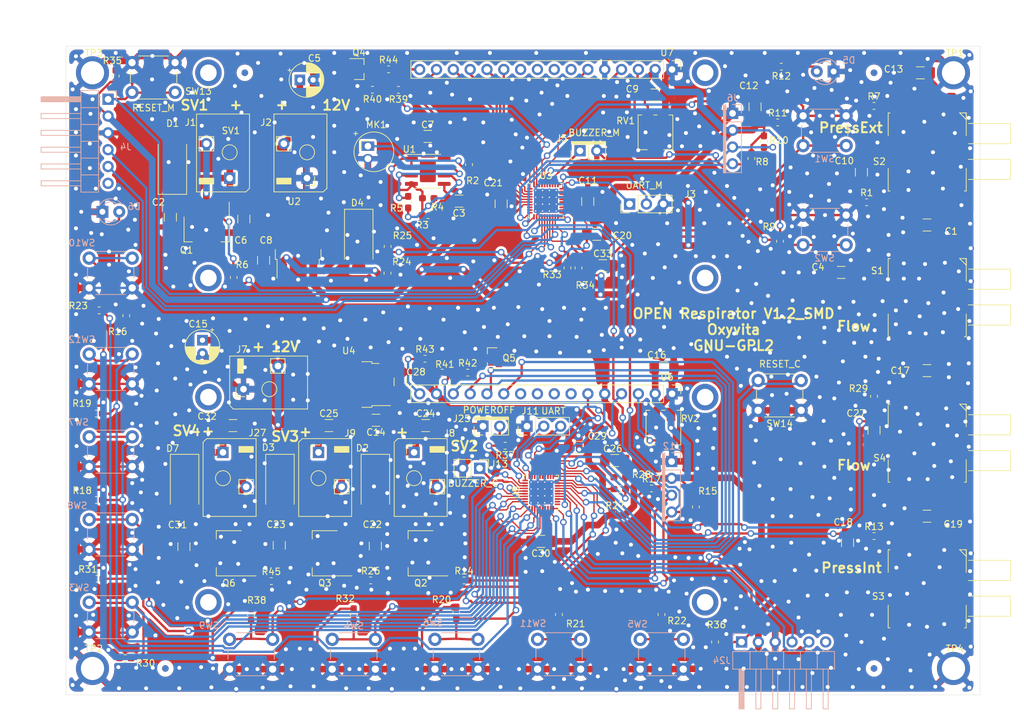
<source format=kicad_pcb>
(kicad_pcb (version 20171130) (host pcbnew "(5.1.5-0-10_14)")
  (layers (0 F.Cu signal) (31 B.Cu signal) (34 B.Paste user) (35 F.Paste user) (36 B.SilkS user) (37 F.SilkS user) (38 B.Mask user) (39 F.Mask user) (44 Edge.Cuts user))
  (net 0 "")
  (net 1 GND)
  (net 2 "Net-(C3-Pad2)")
  (net 3 "Net-(C3-Pad1)")
  (net 4 "Net-(C6-Pad2)")
  (net 5 SCL)
  (net 6 SDA)
  (net 7 "Net-(Q1-Pad1)")
  (net 8 "Net-(Q2-Pad1)")
  (net 9 "Net-(Q3-Pad1)")
  (net 10 "Net-(R1-Pad2)")
  (net 11 "Net-(R4-Pad1)")
  (net 12 "Net-(R5-Pad1)")
  (net 13 "Net-(R7-Pad2)")
  (net 14 "Net-(R13-Pad2)")
  (net 15 /Monitor/TX)
  (net 16 /Monitor/RX)
  (net 17 /Monitor/ALARM_HISTORY)
  (net 18 /Monitor/ALARM_MUTE)
  (net 19 /Monitor/ALARM_LED)
  (net 20 /Monitor/PTR2)
  (net 21 /Monitor/PTR4)
  (net 22 /Monitor/SV1)
  (net 23 /Monitor/MIC)
  (net 24 "Net-(R16-Pad2)")
  (net 25 +5V_M)
  (net 26 +12V_M)
  (net 27 /Monitor/MEAS_12V)
  (net 28 /Monitor/ICSPCLK_M)
  (net 29 /Monitor/ICSPDAT_M)
  (net 30 /Monitor/LCD_SCL_M)
  (net 31 /Monitor/LCD_SDA_M)
  (net 32 +12V_C)
  (net 33 +5V_C)
  (net 34 "Net-(C24-Pad2)")
  (net 35 "Net-(C25-Pad2)")
  (net 36 /Controller/SV2)
  (net 37 /Controller/SV3)
  (net 38 "Net-(R29-Pad2)")
  (net 39 /Monitor/nMCLR_M)
  (net 40 /Controller/ICSPCLK_C)
  (net 41 /Controller/ICSPDAT_C)
  (net 42 /Controller/nMCLR_C)
  (net 43 /Controller/PR_MAIN)
  (net 44 /Controller/PR_AUX)
  (net 45 /Controller/TX_C)
  (net 46 /Controller/RX_C)
  (net 47 "Net-(J25-Pad2)")
  (net 48 "Net-(Q4-Pad3)")
  (net 49 "Net-(Q5-Pad3)")
  (net 50 "Net-(R39-Pad2)")
  (net 51 "Net-(R43-Pad1)")
  (net 52 "Net-(RV1-Pad2)")
  (net 53 "Net-(RV2-Pad2)")
  (net 54 /Controller/LDE)
  (net 55 /Controller/LDRS)
  (net 56 /Controller/LD4)
  (net 57 /Controller/LD5)
  (net 58 /Controller/LD6)
  (net 59 /Controller/LD7)
  (net 60 "Net-(Q4-Pad1)")
  (net 61 "Net-(D5-Pad2)")
  (net 62 /Controller/LLED)
  (net 63 "Net-(R44-Pad2)")
  (net 64 "Net-(C32-Pad2)")
  (net 65 "Net-(Q6-Pad1)")
  (net 66 /Controller/SV4)
  (net 67 "Net-(Q5-Pad1)")
  (net 68 "Net-(U3-Pad5)")
  (net 69 "Net-(U3-Pad4)")
  (net 70 "Net-(U3-Pad3)")
  (net 71 "Net-(U3-Pad2)")
  (net 72 "Net-(U3-Pad1)")
  (net 73 "Net-(U3-Pad40)")
  (net 74 /Controller/MEAS_5V_C)
  (net 75 /Monitor/MEAS_5V_M)
  (net 76 /Controller/BREATH_LED)
  (net 77 /Monitor/BUZZER_M)
  (net 78 /Controller/BUZZER_C)
  (net 79 /Controller/_-)
  (net 80 /Controller/_+)
  (net 81 /Controller/IP)
  (net 82 /Controller/EP)
  (net 83 /Controller/BPM)
  (net 84 /Controller/BREATH)
  (net 85 /Controller/VOL_MIN)
  (net 86 /Controller/VOL_MAX)
  (net 87 /Controller/VOL)
  (net 88 /Controller/PMAX)
  (module Ventilator:LCD_2x16 (layer F.Cu) (at 118.857854 85.369383)
    (fp_text reference U6 (at -0.762 -2.54) (layer F.SilkS))
    (fp_text value LCD)
    (pad C thru_hole circle (at -70 0.5) (size 4 4) (drill 2.5) (layers *.Cu *.Mask))
    (pad D thru_hole circle (at -70 31.5) (size 4 4) (drill 2.5) (layers *.Cu *.Mask))
    (pad B thru_hole circle (at 5 31.5) (size 4 4) (drill 2.5) (layers *.Cu *.Mask))
    (pad A thru_hole circle (at 5 0.5) (size 4 4) (drill 2.5) (layers *.Cu *.Mask))
    (pad 16 thru_hole oval (at -38.1 0 270) (size 1.7 1.7) (drill 1) (layers *.Cu *.Mask) (net 51 "Net-(R43-Pad1)"))
    (pad 15 thru_hole oval (at -35.56 0 270) (size 1.7 1.7) (drill 1) (layers *.Cu *.Mask) (net 33 +5V_C))
    (pad 14 thru_hole oval (at -33.02 0 270) (size 1.7 1.7) (drill 1) (layers *.Cu *.Mask) (net 59 /Controller/LD7))
    (pad 13 thru_hole oval (at -30.48 0 270) (size 1.7 1.7) (drill 1) (layers *.Cu *.Mask) (net 58 /Controller/LD6))
    (pad 12 thru_hole oval (at -27.94 0 270) (size 1.7 1.7) (drill 1) (layers *.Cu *.Mask) (net 57 /Controller/LD5))
    (pad 11 thru_hole oval (at -25.4 0 270) (size 1.7 1.7) (drill 1) (layers *.Cu *.Mask) (net 56 /Controller/LD4))
    (pad 10 thru_hole oval (at -22.86 0 270) (size 1.7 1.7) (drill 1) (layers *.Cu *.Mask))
    (pad 9 thru_hole oval (at -20.32 0 270) (size 1.7 1.7) (drill 1) (layers *.Cu *.Mask))
    (pad 8 thru_hole oval (at -17.78 0 270) (size 1.7 1.7) (drill 1) (layers *.Cu *.Mask))
    (pad 7 thru_hole oval (at -15.24 0 270) (size 1.7 1.7) (drill 1) (layers *.Cu *.Mask))
    (pad 6 thru_hole oval (at -12.7 0 270) (size 1.7 1.7) (drill 1) (layers *.Cu *.Mask) (net 54 /Controller/LDE))
    (pad 5 thru_hole oval (at -10.16 0 270) (size 1.7 1.7) (drill 1) (layers *.Cu *.Mask) (net 1 GND))
    (pad 4 thru_hole oval (at -7.62 0 270) (size 1.7 1.7) (drill 1) (layers *.Cu *.Mask) (net 55 /Controller/LDRS))
    (pad 3 thru_hole oval (at -5.08 0 270) (size 1.7 1.7) (drill 1) (layers *.Cu *.Mask) (net 53 "Net-(RV2-Pad2)"))
    (pad 2 thru_hole oval (at -2.54 0 270) (size 1.7 1.7) (drill 1) (layers *.Cu *.Mask) (net 33 +5V_C))
    (pad 1 thru_hole rect (at 0 0 270) (size 1.7 1.7) (drill 1) (layers *.Cu *.Mask) (net 1 GND))
  )
  (module Ventilator:QFN-40-1EP_5x5mm_P0.4mm_EP3.6x3.6mm_MedThermalVias (layer F.Cu) (at 99.125554 100.268283 90)
    (fp_text reference U5 (at 0 -3.8 90) (layer F.SilkS))
    (fp_text value PIC18F46K42)
    (pad 40 smd roundrect (at -1.8 -2.4375 90) (size 0.25 0.825) (layers F.Cu F.Paste F.Mask) (net 86 /Controller/VOL_MAX))
    (pad 39 smd roundrect (at -1.4 -2.4375 90) (size 0.25 0.825) (layers F.Cu F.Paste F.Mask) (net 87 /Controller/VOL))
    (pad 38 smd roundrect (at -1 -2.4375 90) (size 0.25 0.825) (layers F.Cu F.Paste F.Mask) (net 88 /Controller/PMAX))
    (pad 37 smd roundrect (at -0.6 -2.4375 90) (size 0.25 0.825) (layers F.Cu F.Paste F.Mask) (net 83 /Controller/BPM))
    (pad 36 smd roundrect (at -0.2 -2.4375 90) (size 0.25 0.825) (layers F.Cu F.Paste F.Mask) (net 82 /Controller/EP))
    (pad 35 smd roundrect (at 0.2 -2.4375 90) (size 0.25 0.825) (layers F.Cu F.Paste F.Mask) (net 81 /Controller/IP))
    (pad 34 smd roundrect (at 0.6 -2.4375 90) (size 0.25 0.825) (layers F.Cu F.Paste F.Mask) (net 78 /Controller/BUZZER_C))
    (pad 33 smd roundrect (at 1 -2.4375 90) (size 0.25 0.825) (layers F.Cu F.Paste F.Mask) (net 66 /Controller/SV4))
    (pad 32 smd roundrect (at 1.4 -2.4375 90) (size 0.25 0.825) (layers F.Cu F.Paste F.Mask) (net 47 "Net-(J25-Pad2)"))
    (pad 31 smd roundrect (at 1.8 -2.4375 90) (size 0.25 0.825) (layers F.Cu F.Paste F.Mask) (net 45 /Controller/TX_C))
    (pad 30 smd roundrect (at 2.4375 -1.8 90) (size 0.825 0.25) (layers F.Cu F.Paste F.Mask) (net 46 /Controller/RX_C))
    (pad 29 smd roundrect (at 2.4375 -1.4 90) (size 0.825 0.25) (layers F.Cu F.Paste F.Mask) (net 55 /Controller/LDRS))
    (pad 28 smd roundrect (at 2.4375 -1 90) (size 0.825 0.25) (layers F.Cu F.Paste F.Mask) (net 54 /Controller/LDE))
    (pad 27 smd roundrect (at 2.4375 -0.6 90) (size 0.825 0.25) (layers F.Cu F.Paste F.Mask) (net 1 GND))
    (pad 26 smd roundrect (at 2.4375 -0.2 90) (size 0.825 0.25) (layers F.Cu F.Paste F.Mask) (net 33 +5V_C))
    (pad 25 smd roundrect (at 2.4375 0.2 90) (size 0.825 0.25) (layers F.Cu F.Paste F.Mask) (net 44 /Controller/PR_AUX))
    (pad 24 smd roundrect (at 2.4375 0.6 90) (size 0.825 0.25) (layers F.Cu F.Paste F.Mask) (net 43 /Controller/PR_MAIN))
    (pad 23 smd roundrect (at 2.4375 1 90) (size 0.825 0.25) (layers F.Cu F.Paste F.Mask) (net 74 /Controller/MEAS_5V_C))
    (pad 22 smd roundrect (at 2.4375 1.4 90) (size 0.825 0.25) (layers F.Cu F.Paste F.Mask) (net 59 /Controller/LD7))
    (pad 21 smd roundrect (at 2.4375 1.8 90) (size 0.825 0.25) (layers F.Cu F.Paste F.Mask) (net 58 /Controller/LD6))
    (pad 20 smd roundrect (at 1.8 2.4375 90) (size 0.25 0.825) (layers F.Cu F.Paste F.Mask) (net 37 /Controller/SV3))
    (pad 19 smd roundrect (at 1.4 2.4375 90) (size 0.25 0.825) (layers F.Cu F.Paste F.Mask) (net 36 /Controller/SV2))
    (pad 18 smd roundrect (at 1 2.4375 90) (size 0.25 0.825) (layers F.Cu F.Paste F.Mask) (net 57 /Controller/LD5))
    (pad 17 smd roundrect (at 0.6 2.4375 90) (size 0.25 0.825) (layers F.Cu F.Paste F.Mask) (net 56 /Controller/LD4))
    (pad 16 smd roundrect (at 0.2 2.4375 90) (size 0.25 0.825) (layers F.Cu F.Paste F.Mask) (net 42 /Controller/nMCLR_C))
    (pad 15 smd roundrect (at -0.2 2.4375 90) (size 0.25 0.825) (layers F.Cu F.Paste F.Mask) (net 41 /Controller/ICSPDAT_C))
    (pad 14 smd roundrect (at -0.6 2.4375 90) (size 0.25 0.825) (layers F.Cu F.Paste F.Mask) (net 40 /Controller/ICSPCLK_C))
    (pad 13 smd roundrect (at -1 2.4375 90) (size 0.25 0.825) (layers F.Cu F.Paste F.Mask) (net 62 /Controller/LLED))
    (pad 12 smd roundrect (at -1.4 2.4375 90) (size 0.25 0.825) (layers F.Cu F.Paste F.Mask))
    (pad 11 smd roundrect (at -1.8 2.4375 90) (size 0.25 0.825) (layers F.Cu F.Paste F.Mask))
    (pad 10 smd roundrect (at -2.4375 1.8 90) (size 0.825 0.25) (layers F.Cu F.Paste F.Mask) (net 6 SDA))
    (pad 9 smd roundrect (at -2.4375 1.4 90) (size 0.825 0.25) (layers F.Cu F.Paste F.Mask) (net 5 SCL))
    (pad 8 smd roundrect (at -2.4375 1 90) (size 0.825 0.25) (layers F.Cu F.Paste F.Mask))
    (pad 7 smd roundrect (at -2.4375 0.6 90) (size 0.825 0.25) (layers F.Cu F.Paste F.Mask) (net 33 +5V_C))
    (pad 6 smd roundrect (at -2.4375 0.2 90) (size 0.825 0.25) (layers F.Cu F.Paste F.Mask) (net 1 GND))
    (pad 5 smd roundrect (at -2.4375 -0.2 90) (size 0.825 0.25) (layers F.Cu F.Paste F.Mask) (net 79 /Controller/_-))
    (pad 4 smd roundrect (at -2.4375 -0.6 90) (size 0.825 0.25) (layers F.Cu F.Paste F.Mask) (net 24 "Net-(R16-Pad2)"))
    (pad 3 smd roundrect (at -2.4375 -1 90) (size 0.825 0.25) (layers F.Cu F.Paste F.Mask) (net 84 /Controller/BREATH))
    (pad 2 smd roundrect (at -2.4375 -1.4 90) (size 0.825 0.25) (layers F.Cu F.Paste F.Mask) (net 80 /Controller/_+))
    (pad 1 smd roundrect (at -2.4375 -1.8 90) (size 0.825 0.25) (layers F.Cu F.Paste F.Mask) (net 85 /Controller/VOL_MIN))
    (pad 41 smd roundrect (at 0 0 90) (size 3.6 3.6) (layers B.Cu) (roundrect_rratio 0.06944400000000001) (net 1 GND))
    (pad 41 thru_hole circle (at 1.55 1.55 90) (size 0.6 0.6) (drill 0.2) (layers *.Cu) (net 1 GND))
    (pad 41 thru_hole circle (at 0.516667 1.55 90) (size 0.6 0.6) (drill 0.2) (layers *.Cu) (net 1 GND))
    (pad 41 thru_hole circle (at -0.516667 1.55 90) (size 0.6 0.6) (drill 0.2) (layers *.Cu) (net 1 GND))
    (pad 41 thru_hole circle (at -1.55 1.55 90) (size 0.6 0.6) (drill 0.2) (layers *.Cu) (net 1 GND))
    (pad 41 thru_hole circle (at 1.55 0.516667 90) (size 0.6 0.6) (drill 0.2) (layers *.Cu) (net 1 GND))
    (pad 41 thru_hole circle (at 0.516667 0.516667 90) (size 0.6 0.6) (drill 0.2) (layers *.Cu) (net 1 GND))
    (pad 41 thru_hole circle (at -0.516667 0.516667 90) (size 0.6 0.6) (drill 0.2) (layers *.Cu) (net 1 GND))
    (pad 41 thru_hole circle (at -1.55 0.516667 90) (size 0.6 0.6) (drill 0.2) (layers *.Cu) (net 1 GND))
    (pad 41 thru_hole circle (at 1.55 -0.516667 90) (size 0.6 0.6) (drill 0.2) (layers *.Cu) (net 1 GND))
    (pad 41 thru_hole circle (at 0.516667 -0.516667 90) (size 0.6 0.6) (drill 0.2) (layers *.Cu) (net 1 GND))
    (pad 41 thru_hole circle (at -0.516667 -0.516667 90) (size 0.6 0.6) (drill 0.2) (layers *.Cu) (net 1 GND))
    (pad 41 thru_hole circle (at -1.55 -0.516667 90) (size 0.6 0.6) (drill 0.2) (layers *.Cu) (net 1 GND))
    (pad 41 thru_hole circle (at 1.55 -1.55 90) (size 0.6 0.6) (drill 0.2) (layers *.Cu) (net 1 GND))
    (pad 41 thru_hole circle (at 0.516667 -1.55 90) (size 0.6 0.6) (drill 0.2) (layers *.Cu) (net 1 GND))
    (pad 41 thru_hole circle (at -0.516667 -1.55 90) (size 0.6 0.6) (drill 0.2) (layers *.Cu) (net 1 GND))
    (pad 41 thru_hole circle (at -1.55 -1.55 90) (size 0.6 0.6) (drill 0.2) (layers *.Cu) (net 1 GND))
    (pad 41 smd roundrect (at 0 0 90) (size 3.6 3.6) (layers F.Cu F.Mask) (roundrect_rratio 0.06944400000000001) (net 1 GND))
  )
  (module Ventilator:QFN-40-1EP_5x5mm_P0.4mm_EP3.6x3.6mm_MedThermalVias (layer F.Cu) (at 99.824054 56.199283)
    (fp_text reference U3 (at 0 -3.8) (layer F.SilkS))
    (fp_text value PIC18F46K42)
    (pad 40 smd roundrect (at -1.8 -2.4375) (size 0.25 0.825) (layers F.Cu F.Paste F.Mask) (net 73 "Net-(U3-Pad40)"))
    (pad 39 smd roundrect (at -1.4 -2.4375) (size 0.25 0.825) (layers F.Cu F.Paste F.Mask) (net 50 "Net-(R39-Pad2)"))
    (pad 38 smd roundrect (at -1 -2.4375) (size 0.25 0.825) (layers F.Cu F.Paste F.Mask))
    (pad 37 smd roundrect (at -0.6 -2.4375) (size 0.25 0.825) (layers F.Cu F.Paste F.Mask) (net 19 /Monitor/ALARM_LED))
    (pad 36 smd roundrect (at -0.2 -2.4375) (size 0.25 0.825) (layers F.Cu F.Paste F.Mask) (net 18 /Monitor/ALARM_MUTE))
    (pad 35 smd roundrect (at 0.2 -2.4375) (size 0.25 0.825) (layers F.Cu F.Paste F.Mask) (net 17 /Monitor/ALARM_HISTORY))
    (pad 34 smd roundrect (at 0.6 -2.4375) (size 0.25 0.825) (layers F.Cu F.Paste F.Mask) (net 77 /Monitor/BUZZER_M))
    (pad 33 smd roundrect (at 1 -2.4375) (size 0.25 0.825) (layers F.Cu F.Paste F.Mask))
    (pad 32 smd roundrect (at 1.4 -2.4375) (size 0.25 0.825) (layers F.Cu F.Paste F.Mask))
    (pad 31 smd roundrect (at 1.8 -2.4375) (size 0.25 0.825) (layers F.Cu F.Paste F.Mask) (net 15 /Monitor/TX))
    (pad 30 smd roundrect (at 2.4375 -1.8) (size 0.825 0.25) (layers F.Cu F.Paste F.Mask) (net 16 /Monitor/RX))
    (pad 29 smd roundrect (at 2.4375 -1.4) (size 0.825 0.25) (layers F.Cu F.Paste F.Mask))
    (pad 28 smd roundrect (at 2.4375 -1) (size 0.825 0.25) (layers F.Cu F.Paste F.Mask))
    (pad 27 smd roundrect (at 2.4375 -0.6) (size 0.825 0.25) (layers F.Cu F.Paste F.Mask) (net 1 GND))
    (pad 26 smd roundrect (at 2.4375 -0.2) (size 0.825 0.25) (layers F.Cu F.Paste F.Mask) (net 25 +5V_M))
    (pad 25 smd roundrect (at 2.4375 0.2) (size 0.825 0.25) (layers F.Cu F.Paste F.Mask))
    (pad 24 smd roundrect (at 2.4375 0.6) (size 0.825 0.25) (layers F.Cu F.Paste F.Mask))
    (pad 23 smd roundrect (at 2.4375 1) (size 0.825 0.25) (layers F.Cu F.Paste F.Mask))
    (pad 22 smd roundrect (at 2.4375 1.4) (size 0.825 0.25) (layers F.Cu F.Paste F.Mask) (net 27 /Monitor/MEAS_12V))
    (pad 21 smd roundrect (at 2.4375 1.8) (size 0.825 0.25) (layers F.Cu F.Paste F.Mask) (net 21 /Monitor/PTR4))
    (pad 20 smd roundrect (at 1.8 2.4375) (size 0.25 0.825) (layers F.Cu F.Paste F.Mask) (net 23 /Monitor/MIC))
    (pad 19 smd roundrect (at 1.4 2.4375) (size 0.25 0.825) (layers F.Cu F.Paste F.Mask) (net 75 /Monitor/MEAS_5V_M))
    (pad 18 smd roundrect (at 1 2.4375) (size 0.25 0.825) (layers F.Cu F.Paste F.Mask) (net 22 /Monitor/SV1))
    (pad 17 smd roundrect (at 0.6 2.4375) (size 0.25 0.825) (layers F.Cu F.Paste F.Mask) (net 20 /Monitor/PTR2))
    (pad 16 smd roundrect (at 0.2 2.4375) (size 0.25 0.825) (layers F.Cu F.Paste F.Mask) (net 39 /Monitor/nMCLR_M))
    (pad 15 smd roundrect (at -0.2 2.4375) (size 0.25 0.825) (layers F.Cu F.Paste F.Mask) (net 29 /Monitor/ICSPDAT_M))
    (pad 14 smd roundrect (at -0.6 2.4375) (size 0.25 0.825) (layers F.Cu F.Paste F.Mask) (net 28 /Monitor/ICSPCLK_M))
    (pad 13 smd roundrect (at -1 2.4375) (size 0.25 0.825) (layers F.Cu F.Paste F.Mask) (net 5 SCL))
    (pad 12 smd roundrect (at -1.4 2.4375) (size 0.25 0.825) (layers F.Cu F.Paste F.Mask) (net 6 SDA))
    (pad 11 smd roundrect (at -1.8 2.4375) (size 0.25 0.825) (layers F.Cu F.Paste F.Mask) (net 30 /Monitor/LCD_SCL_M))
    (pad 10 smd roundrect (at -2.4375 1.8) (size 0.825 0.25) (layers F.Cu F.Paste F.Mask) (net 31 /Monitor/LCD_SDA_M))
    (pad 9 smd roundrect (at -2.4375 1.4) (size 0.825 0.25) (layers F.Cu F.Paste F.Mask))
    (pad 8 smd roundrect (at -2.4375 1) (size 0.825 0.25) (layers F.Cu F.Paste F.Mask))
    (pad 7 smd roundrect (at -2.4375 0.6) (size 0.825 0.25) (layers F.Cu F.Paste F.Mask) (net 25 +5V_M))
    (pad 6 smd roundrect (at -2.4375 0.2) (size 0.825 0.25) (layers F.Cu F.Paste F.Mask) (net 1 GND))
    (pad 5 smd roundrect (at -2.4375 -0.2) (size 0.825 0.25) (layers F.Cu F.Paste F.Mask) (net 68 "Net-(U3-Pad5)"))
    (pad 4 smd roundrect (at -2.4375 -0.6) (size 0.825 0.25) (layers F.Cu F.Paste F.Mask) (net 69 "Net-(U3-Pad4)"))
    (pad 3 smd roundrect (at -2.4375 -1) (size 0.825 0.25) (layers F.Cu F.Paste F.Mask) (net 70 "Net-(U3-Pad3)"))
    (pad 2 smd roundrect (at -2.4375 -1.4) (size 0.825 0.25) (layers F.Cu F.Paste F.Mask) (net 71 "Net-(U3-Pad2)"))
    (pad 1 smd roundrect (at -2.4375 -1.8) (size 0.825 0.25) (layers F.Cu F.Paste F.Mask) (net 72 "Net-(U3-Pad1)"))
    (pad 41 smd roundrect (at 0 0) (size 3.6 3.6) (layers B.Cu) (roundrect_rratio 0.06944400000000001) (net 1 GND))
    (pad 41 thru_hole circle (at 1.55 1.55) (size 0.6 0.6) (drill 0.2) (layers *.Cu) (net 1 GND))
    (pad 41 thru_hole circle (at 0.516667 1.55) (size 0.6 0.6) (drill 0.2) (layers *.Cu) (net 1 GND))
    (pad 41 thru_hole circle (at -0.516667 1.55) (size 0.6 0.6) (drill 0.2) (layers *.Cu) (net 1 GND))
    (pad 41 thru_hole circle (at -1.55 1.55) (size 0.6 0.6) (drill 0.2) (layers *.Cu) (net 1 GND))
    (pad 41 thru_hole circle (at 1.55 0.516667) (size 0.6 0.6) (drill 0.2) (layers *.Cu) (net 1 GND))
    (pad 41 thru_hole circle (at 0.516667 0.516667) (size 0.6 0.6) (drill 0.2) (layers *.Cu) (net 1 GND))
    (pad 41 thru_hole circle (at -0.516667 0.516667) (size 0.6 0.6) (drill 0.2) (layers *.Cu) (net 1 GND))
    (pad 41 thru_hole circle (at -1.55 0.516667) (size 0.6 0.6) (drill 0.2) (layers *.Cu) (net 1 GND))
    (pad 41 thru_hole circle (at 1.55 -0.516667) (size 0.6 0.6) (drill 0.2) (layers *.Cu) (net 1 GND))
    (pad 41 thru_hole circle (at 0.516667 -0.516667) (size 0.6 0.6) (drill 0.2) (layers *.Cu) (net 1 GND))
    (pad 41 thru_hole circle (at -0.516667 -0.516667) (size 0.6 0.6) (drill 0.2) (layers *.Cu) (net 1 GND))
    (pad 41 thru_hole circle (at -1.55 -0.516667) (size 0.6 0.6) (drill 0.2) (layers *.Cu) (net 1 GND))
    (pad 41 thru_hole circle (at 1.55 -1.55) (size 0.6 0.6) (drill 0.2) (layers *.Cu) (net 1 GND))
    (pad 41 thru_hole circle (at 0.516667 -1.55) (size 0.6 0.6) (drill 0.2) (layers *.Cu) (net 1 GND))
    (pad 41 thru_hole circle (at -0.516667 -1.55) (size 0.6 0.6) (drill 0.2) (layers *.Cu) (net 1 GND))
    (pad 41 thru_hole circle (at -1.55 -1.55) (size 0.6 0.6) (drill 0.2) (layers *.Cu) (net 1 GND))
    (pad 41 smd roundrect (at 0 0) (size 3.6 3.6) (layers F.Cu F.Mask) (roundrect_rratio 0.06944400000000001) (net 1 GND))
  )
  (module Ventilator:MIC (layer F.Cu) (at 73.839854 47.855383)
    (fp_text reference MK1 (at 0.35 -3.15) (layer F.SilkS))
    (fp_text value Microphone)
    (pad 1 thru_hole rect (at -0.9 0.1) (size 1.9 1.4) (drill 1) (layers *.Cu *.Mask) (net 3 "Net-(C3-Pad1)"))
    (pad 2 thru_hole oval (at -0.9 2) (size 1.6 1.4) (drill 1) (layers *.Cu *.Mask) (net 1 GND))
  )
  (module Ventilator:PCB_DRILL (layer F.Cu) (at 161.357854 126.869383)
    (fp_text reference TP4 (at 0.2 -3) (layer F.SilkS))
    (fp_text value TestPoint)
    (pad 1 thru_hole circle (at 0 0) (size 5 5) (drill 3.5) (layers *.Cu *.Mask) (net 1 GND))
  )
  (module Ventilator:PCB_DRILL (layer F.Cu) (at 31.357854 36.869383)
    (fp_text reference TP3 (at 0.2 -3) (layer F.SilkS))
    (fp_text value TestPoint)
    (pad 1 thru_hole circle (at 0 0) (size 5 5) (drill 3.5) (layers *.Cu *.Mask) (net 1 GND))
  )
  (module Ventilator:PCB_DRILL (layer F.Cu) (at 31.357854 126.869383)
    (fp_text reference TP2 (at 0.2 -3) (layer F.SilkS))
    (fp_text value TestPoint)
    (pad 1 thru_hole circle (at 0 0) (size 5 5) (drill 3.5) (layers *.Cu *.Mask) (net 1 GND))
  )
  (module Ventilator:PCB_DRILL (layer F.Cu) (at 161.357854 36.869383)
    (fp_text reference TP1 (at 0.2 -3) (layer F.SilkS))
    (fp_text value TestPoint)
    (pad 1 thru_hole circle (at 0 0) (size 5 5) (drill 3.5) (layers *.Cu *.Mask) (net 1 GND))
  )
  (module Ventilator:FIDUCIAL_TEST_PCB_1C (layer F.Cu) (at 54.357854 36.869383)
    (fp_text reference F8 hide)
    (fp_text value FIDU hide)
    (pad 1 smd circle (at 0 0) (size 1 1) (layers B.Cu B.Mask) (clearance 0.75))
  )
  (module Ventilator:FIDUCIAL_TEST_PCB_1C (layer B.Cu) (at 149.357854 126.869383)
    (fp_text reference F7 hide)
    (fp_text value FIDU hide)
    (pad 1 smd circle (at 0 0) (size 1 1) (layers F.Cu F.Mask) (clearance 0.75))
  )
  (module Ventilator:FIDUCIAL_TEST_PCB_1C (layer F.Cu) (at 42.357854 126.869383)
    (fp_text reference F6 hide)
    (fp_text value FIDU hide)
    (pad 1 smd circle (at 0 0) (size 1 1) (layers B.Cu B.Mask) (clearance 0.75))
  )
  (module Ventilator:FIDUCIAL_TEST_PCB_1C (layer B.Cu) (at 149.357854 36.869383)
    (fp_text reference F5 hide)
    (fp_text value FIDU hide)
    (pad 1 smd circle (at 0 0) (size 1 1) (layers F.Cu F.Mask) (clearance 0.75))
  )
  (module Ventilator:FIDUCIAL_TEST_PCB_1C (layer F.Cu) (at 149.357854 126.869383)
    (fp_text reference F4 hide)
    (fp_text value FIDU hide)
    (pad 1 smd circle (at 0 0) (size 1 1) (layers B.Cu B.Mask) (clearance 0.75))
  )
  (module Ventilator:FIDUCIAL_TEST_PCB_1C (layer B.Cu) (at 42.357854 126.869383)
    (fp_text reference F3 hide)
    (fp_text value FIDU hide)
    (pad 1 smd circle (at 0 0) (size 1 1) (layers F.Cu F.Mask) (clearance 0.75))
  )
  (module Ventilator:FIDUCIAL_TEST_PCB_1C (layer F.Cu) (at 149.357854 36.869383)
    (fp_text reference F2 hide)
    (fp_text value FIDU hide)
    (pad 1 smd circle (at 0 0) (size 1 1) (layers B.Cu B.Mask) (clearance 0.75))
  )
  (module Ventilator:FIDUCIAL_TEST_PCB_1C (layer B.Cu) (at 54.357854 36.869383)
    (fp_text reference F1 hide)
    (fp_text value FIDU hide)
    (pad 1 smd circle (at 0 0) (size 1 1) (layers F.Cu F.Mask) (clearance 0.75))
  )
  (module Resistor_SMD:R_0603_1608Metric_Pad1.05x0.95mm_HandSolder (layer F.Cu) (at 103.075254 66.346583 270)
    (fp_text reference R34 (at 2.6228 -2.6826 180) (layer F.SilkS))
    (fp_text value 2k2)
    (pad 2 smd roundrect (at 0.875 0 270) (size 1.05 0.95) (layers F.Cu F.Paste F.Mask) (net 1 GND))
    (pad 1 smd roundrect (at -0.875 0 270) (size 1.05 0.95) (layers F.Cu F.Paste F.Mask) (net 75 /Monitor/MEAS_5V_M))
  )
  (module Button_Switch_THT:SW_PUSH_6mm_H13mm (layer F.Cu) (at 138.357854 87.869383 180)
    (fp_text reference SW14 (at 3.25 -2) (layer F.SilkS))
    (fp_text value RESET_C (at 3.2 7) (layer F.SilkS))
    (pad 1 thru_hole circle (at 6.5 0 270) (size 2 2) (drill 1.1) (layers *.Cu *.Mask) (net 1 GND))
    (pad 2 thru_hole circle (at 6.5 4.5 270) (size 2 2) (drill 1.1) (layers *.Cu *.Mask) (net 42 /Controller/nMCLR_C))
    (pad 1 thru_hole circle (at 0 0 270) (size 2 2) (drill 1.1) (layers *.Cu *.Mask) (net 1 GND))
    (pad 2 thru_hole circle (at 0 4.5 270) (size 2 2) (drill 1.1) (layers *.Cu *.Mask) (net 42 /Controller/nMCLR_C))
  )
  (module Button_Switch_THT:SW_PUSH_6mm_H13mm (layer F.Cu) (at 43.829754 39.828983 180)
    (fp_text reference SW13 (at -3.5281 0.1596) (layer F.SilkS))
    (fp_text value RESET_M (at 3.2719 -2.3404) (layer F.SilkS))
    (pad 1 thru_hole circle (at 6.5 0 270) (size 2 2) (drill 1.1) (layers *.Cu *.Mask) (net 39 /Monitor/nMCLR_M))
    (pad 2 thru_hole circle (at 6.5 4.5 270) (size 2 2) (drill 1.1) (layers *.Cu *.Mask) (net 1 GND))
    (pad 1 thru_hole circle (at 0 0 270) (size 2 2) (drill 1.1) (layers *.Cu *.Mask) (net 39 /Monitor/nMCLR_M))
    (pad 2 thru_hole circle (at 0 4.5 270) (size 2 2) (drill 1.1) (layers *.Cu *.Mask) (net 1 GND))
  )
  (module Resistor_SMD:R_0603_1608Metric_Pad1.05x0.95mm_HandSolder (layer F.Cu) (at 104.738954 66.346583 90)
    (fp_text reference R33 (at -1.0228 -3.9811 180) (layer F.SilkS))
    (fp_text value 2k2)
    (pad 2 smd roundrect (at 0.875 0 90) (size 1.05 0.95) (layers F.Cu F.Paste F.Mask) (net 75 /Monitor/MEAS_5V_M))
    (pad 1 smd roundrect (at -0.875 0 90) (size 1.05 0.95) (layers F.Cu F.Paste F.Mask) (net 25 +5V_M))
  )
  (module Connector_PinHeader_2.54mm:PinHeader_1x06_P2.54mm_Horizontal (layer B.Cu) (at 129.357854 122.869383 270)
    (fp_text reference J24 (at 2.8 3 180) (layer B.SilkS) (effects (justify mirror)))
    (fp_text value Conn_01x06)
    (pad 6 thru_hole oval (at 0 -12.7 270) (size 1.7 1.7) (drill 1) (layers *.Cu *.Mask))
    (pad 5 thru_hole oval (at 0 -10.16 270) (size 1.7 1.7) (drill 1) (layers *.Cu *.Mask) (net 40 /Controller/ICSPCLK_C))
    (pad 4 thru_hole oval (at 0 -7.62 270) (size 1.7 1.7) (drill 1) (layers *.Cu *.Mask) (net 41 /Controller/ICSPDAT_C))
    (pad 3 thru_hole oval (at 0 -5.08 270) (size 1.7 1.7) (drill 1) (layers *.Cu *.Mask) (net 1 GND))
    (pad 2 thru_hole oval (at 0 -2.54 270) (size 1.7 1.7) (drill 1) (layers *.Cu *.Mask) (net 33 +5V_C))
    (pad 1 thru_hole rect (at 0 0 270) (size 1.7 1.7) (drill 1) (layers *.Cu *.Mask) (net 42 /Controller/nMCLR_C))
  )
  (module Connector_PinHeader_2.54mm:PinHeader_1x06_P2.54mm_Horizontal (layer B.Cu) (at 33.707854 40.869383 180)
    (fp_text reference J4 (at -2.65 -7.2) (layer B.SilkS) (effects (justify mirror)))
    (fp_text value Conn_01x06)
    (pad 6 thru_hole oval (at 0 -12.7 180) (size 1.7 1.7) (drill 1) (layers *.Cu *.Mask))
    (pad 5 thru_hole oval (at 0 -10.16 180) (size 1.7 1.7) (drill 1) (layers *.Cu *.Mask) (net 28 /Monitor/ICSPCLK_M))
    (pad 4 thru_hole oval (at 0 -7.62 180) (size 1.7 1.7) (drill 1) (layers *.Cu *.Mask) (net 29 /Monitor/ICSPDAT_M))
    (pad 3 thru_hole oval (at 0 -5.08 180) (size 1.7 1.7) (drill 1) (layers *.Cu *.Mask) (net 1 GND))
    (pad 2 thru_hole oval (at 0 -2.54 180) (size 1.7 1.7) (drill 1) (layers *.Cu *.Mask) (net 25 +5V_M))
    (pad 1 thru_hole rect (at 0 0 180) (size 1.7 1.7) (drill 1) (layers *.Cu *.Mask) (net 39 /Monitor/nMCLR_M))
  )
  (module Capacitor_SMD:C_1206_3216Metric_Pad1.42x1.75mm_HandSolder (layer F.Cu) (at 108.409254 66.016383)
    (fp_text reference C33 (at 0 -1.82) (layer F.SilkS))
    (fp_text value 1uF)
    (pad 2 smd roundrect (at 1.4875 0) (size 1.425 1.75) (layers F.Cu F.Paste F.Mask) (roundrect_rratio 0.175439) (net 1 GND))
    (pad 1 smd roundrect (at -1.4875 0) (size 1.425 1.75) (layers F.Cu F.Paste F.Mask) (roundrect_rratio 0.175439) (net 75 /Monitor/MEAS_5V_M))
  )
  (module Package_TO_SOT_SMD:SOT-23 (layer F.Cu) (at 91.734154 79.999083 180)
    (fp_text reference Q5 (at -2.5237 0.0297) (layer F.SilkS))
    (fp_text value BSR19A)
    (pad 3 smd rect (at 1 0 180) (size 0.9 0.8) (layers F.Cu F.Paste F.Mask) (net 49 "Net-(Q5-Pad3)"))
    (pad 2 smd rect (at -1 0.95 180) (size 0.9 0.8) (layers F.Cu F.Paste F.Mask) (net 1 GND))
    (pad 1 smd rect (at -1 -0.95 180) (size 0.9 0.8) (layers F.Cu F.Paste F.Mask) (net 67 "Net-(Q5-Pad1)"))
  )
  (module Package_TO_SOT_SMD:SOT-23 (layer F.Cu) (at 71.594494 36.313623)
    (fp_text reference Q4 (at 0 -2.5) (layer F.SilkS))
    (fp_text value BSR19A)
    (pad 3 smd rect (at 1 0) (size 0.9 0.8) (layers F.Cu F.Paste F.Mask) (net 48 "Net-(Q4-Pad3)"))
    (pad 2 smd rect (at -1 0.95) (size 0.9 0.8) (layers F.Cu F.Paste F.Mask) (net 1 GND))
    (pad 1 smd rect (at -1 -0.95) (size 0.9 0.8) (layers F.Cu F.Paste F.Mask) (net 60 "Net-(Q4-Pad1)"))
  )
  (module Button_Switch_THT:SW_PUSH_6mm_H13mm (layer B.Cu) (at 74.057854 122.469383 180)
    (fp_text reference SW4 (at 3.25 2 180) (layer B.SilkS) (effects (justify mirror)))
    (fp_text value VOL)
    (pad 1 thru_hole circle (at 6.5 0 90) (size 2 2) (drill 1.1) (layers *.Cu *.Mask) (net 87 /Controller/VOL))
    (pad 2 thru_hole circle (at 6.5 -4.5 90) (size 2 2) (drill 1.1) (layers *.Cu *.Mask) (net 1 GND))
    (pad 1 thru_hole circle (at 0 0 90) (size 2 2) (drill 1.1) (layers *.Cu *.Mask) (net 87 /Controller/VOL))
    (pad 2 thru_hole circle (at 0 -4.5 90) (size 2 2) (drill 1.1) (layers *.Cu *.Mask) (net 1 GND))
  )
  (module Ventilator:PH_2_pol (layer F.Cu) (at 90.307854 90.269383 90)
    (fp_text reference J25 (at 1.15 -3.2 180) (layer F.SilkS))
    (fp_text value POWEROFF (at 2.45 0.9 180) (layer F.SilkS))
    (pad 2 thru_hole oval (at 0 2.54 90) (size 1.7 1.7) (drill 1) (layers *.Cu *.Mask) (net 47 "Net-(J25-Pad2)"))
    (pad 1 thru_hole rect (at 0 0 90) (size 1.7 1.7) (drill 1) (layers *.Cu *.Mask) (net 1 GND))
  )
  (module Package_TO_SOT_SMD:TO-252-2 (layer F.Cu) (at 71.057854 83.969383 180)
    (fp_text reference U4 (at 1 5.1) (layer F.SilkS))
    (fp_text value LM78M05_TO252)
    (pad 2 smd rect (at 2.1 0 180) (size 6.4 5.8) (layers F.Cu F.Mask) (net 1 GND))
    (pad 3 smd rect (at -4.2 2.28 180) (size 2.2 1.2) (layers F.Cu F.Paste F.Mask) (net 33 +5V_C))
    (pad 1 smd rect (at -4.2 -2.28 180) (size 2.2 1.2) (layers F.Cu F.Paste F.Mask) (net 32 +12V_C))
  )
  (module Button_Switch_THT:SW_PUSH_6mm_H13mm (layer B.Cu) (at 37.357854 79.369383 180)
    (fp_text reference SW12 (at 7.6 2.2) (layer B.SilkS) (effects (justify mirror)))
    (fp_text value +)
    (pad 1 thru_hole circle (at 6.5 0 90) (size 2 2) (drill 1.1) (layers *.Cu *.Mask) (net 80 /Controller/_+))
    (pad 2 thru_hole circle (at 6.5 -4.5 90) (size 2 2) (drill 1.1) (layers *.Cu *.Mask) (net 1 GND))
    (pad 1 thru_hole circle (at 0 0 90) (size 2 2) (drill 1.1) (layers *.Cu *.Mask) (net 80 /Controller/_+))
    (pad 2 thru_hole circle (at 0 -4.5 90) (size 2 2) (drill 1.1) (layers *.Cu *.Mask) (net 1 GND))
  )
  (module Button_Switch_THT:SW_PUSH_6mm_H13mm (layer B.Cu) (at 105.057854 122.469383 180)
    (fp_text reference SW11 (at 7.2 2.4) (layer B.SilkS) (effects (justify mirror)))
    (fp_text value EP)
    (pad 1 thru_hole circle (at 6.5 0 90) (size 2 2) (drill 1.1) (layers *.Cu *.Mask) (net 82 /Controller/EP))
    (pad 2 thru_hole circle (at 6.5 -4.5 90) (size 2 2) (drill 1.1) (layers *.Cu *.Mask) (net 1 GND))
    (pad 1 thru_hole circle (at 0 0 90) (size 2 2) (drill 1.1) (layers *.Cu *.Mask) (net 82 /Controller/EP))
    (pad 2 thru_hole circle (at 0 -4.5 90) (size 2 2) (drill 1.1) (layers *.Cu *.Mask) (net 1 GND))
  )
  (module Button_Switch_THT:SW_PUSH_6mm_H13mm (layer B.Cu) (at 37.357854 64.869383 180)
    (fp_text reference SW10 (at 7.6 2.3 180) (layer B.SilkS) (effects (justify mirror)))
    (fp_text value BREATH)
    (pad 1 thru_hole circle (at 6.5 0 90) (size 2 2) (drill 1.1) (layers *.Cu *.Mask) (net 84 /Controller/BREATH))
    (pad 2 thru_hole circle (at 6.5 -4.5 90) (size 2 2) (drill 1.1) (layers *.Cu *.Mask) (net 1 GND))
    (pad 1 thru_hole circle (at 0 0 90) (size 2 2) (drill 1.1) (layers *.Cu *.Mask) (net 84 /Controller/BREATH))
    (pad 2 thru_hole circle (at 0 -4.5 90) (size 2 2) (drill 1.1) (layers *.Cu *.Mask) (net 1 GND))
  )
  (module Button_Switch_THT:SW_PUSH_6mm_H13mm (layer B.Cu) (at 58.557854 122.469383 180)
    (fp_text reference SW9 (at 9.6 2.1) (layer B.SilkS) (effects (justify mirror)))
    (fp_text value PMAX)
    (pad 1 thru_hole circle (at 6.5 0 90) (size 2 2) (drill 1.1) (layers *.Cu *.Mask) (net 88 /Controller/PMAX))
    (pad 2 thru_hole circle (at 6.5 -4.5 90) (size 2 2) (drill 1.1) (layers *.Cu *.Mask) (net 1 GND))
    (pad 1 thru_hole circle (at 0 0 90) (size 2 2) (drill 1.1) (layers *.Cu *.Mask) (net 88 /Controller/PMAX))
    (pad 2 thru_hole circle (at 0 -4.5 90) (size 2 2) (drill 1.1) (layers *.Cu *.Mask) (net 1 GND))
  )
  (module Button_Switch_THT:SW_PUSH_6mm_H13mm (layer B.Cu) (at 37.357854 104.369383 180)
    (fp_text reference SW8 (at 8.3 2.1) (layer B.SilkS) (effects (justify mirror)))
    (fp_text value VOL_MAX)
    (pad 1 thru_hole circle (at 6.5 0 90) (size 2 2) (drill 1.1) (layers *.Cu *.Mask) (net 86 /Controller/VOL_MAX))
    (pad 2 thru_hole circle (at 6.5 -4.5 90) (size 2 2) (drill 1.1) (layers *.Cu *.Mask) (net 1 GND))
    (pad 1 thru_hole circle (at 0 0 90) (size 2 2) (drill 1.1) (layers *.Cu *.Mask) (net 86 /Controller/VOL_MAX))
    (pad 2 thru_hole circle (at 0 -4.5 90) (size 2 2) (drill 1.1) (layers *.Cu *.Mask) (net 1 GND))
  )
  (module Button_Switch_THT:SW_PUSH_6mm_H13mm (layer B.Cu) (at 37.357854 91.869383 180)
    (fp_text reference SW7 (at 8.1 2.2) (layer B.SilkS) (effects (justify mirror)))
    (fp_text value -)
    (pad 1 thru_hole circle (at 6.5 0 90) (size 2 2) (drill 1.1) (layers *.Cu *.Mask) (net 79 /Controller/_-))
    (pad 2 thru_hole circle (at 6.5 -4.5 90) (size 2 2) (drill 1.1) (layers *.Cu *.Mask) (net 1 GND))
    (pad 1 thru_hole circle (at 0 0 90) (size 2 2) (drill 1.1) (layers *.Cu *.Mask) (net 79 /Controller/_-))
    (pad 2 thru_hole circle (at 0 -4.5 90) (size 2 2) (drill 1.1) (layers *.Cu *.Mask) (net 1 GND))
  )
  (module Button_Switch_THT:SW_PUSH_6mm_H13mm (layer B.Cu) (at 89.557854 122.469383 180)
    (fp_text reference SW6 (at 6.8 2.5) (layer B.SilkS) (effects (justify mirror)))
    (fp_text value IP)
    (pad 1 thru_hole circle (at 6.5 0 90) (size 2 2) (drill 1.1) (layers *.Cu *.Mask) (net 81 /Controller/IP))
    (pad 2 thru_hole circle (at 6.5 -4.5 90) (size 2 2) (drill 1.1) (layers *.Cu *.Mask) (net 1 GND))
    (pad 1 thru_hole circle (at 0 0 90) (size 2 2) (drill 1.1) (layers *.Cu *.Mask) (net 81 /Controller/IP))
    (pad 2 thru_hole circle (at 0 -4.5 90) (size 2 2) (drill 1.1) (layers *.Cu *.Mask) (net 1 GND))
  )
  (module Button_Switch_THT:SW_PUSH_6mm_H13mm (layer B.Cu) (at 120.557854 122.469383 180)
    (fp_text reference SW5 (at 6.9 2.3) (layer B.SilkS) (effects (justify mirror)))
    (fp_text value BPM)
    (pad 1 thru_hole circle (at 6.5 0 90) (size 2 2) (drill 1.1) (layers *.Cu *.Mask) (net 83 /Controller/BPM))
    (pad 2 thru_hole circle (at 6.5 -4.5 90) (size 2 2) (drill 1.1) (layers *.Cu *.Mask) (net 1 GND))
    (pad 1 thru_hole circle (at 0 0 90) (size 2 2) (drill 1.1) (layers *.Cu *.Mask) (net 83 /Controller/BPM))
    (pad 2 thru_hole circle (at 0 -4.5 90) (size 2 2) (drill 1.1) (layers *.Cu *.Mask) (net 1 GND))
  )
  (module Button_Switch_THT:SW_PUSH_6mm_H13mm (layer B.Cu) (at 37.357854 116.869383 180)
    (fp_text reference SW3 (at 8 2.2) (layer B.SilkS) (effects (justify mirror)))
    (fp_text value VOL_MIN)
    (pad 1 thru_hole circle (at 6.5 0 90) (size 2 2) (drill 1.1) (layers *.Cu *.Mask) (net 85 /Controller/VOL_MIN))
    (pad 2 thru_hole circle (at 6.5 -4.5 90) (size 2 2) (drill 1.1) (layers *.Cu *.Mask) (net 1 GND))
    (pad 1 thru_hole circle (at 0 0 90) (size 2 2) (drill 1.1) (layers *.Cu *.Mask) (net 85 /Controller/VOL_MIN))
    (pad 2 thru_hole circle (at 0 -4.5 90) (size 2 2) (drill 1.1) (layers *.Cu *.Mask) (net 1 GND))
  )
  (module Resistor_SMD:R_0603_1608Metric_Pad1.05x0.95mm_HandSolder (layer F.Cu) (at 58.357854 113.669383)
    (fp_text reference R45 (at 0 -1.43) (layer F.SilkS))
    (fp_text value 1k)
    (pad 2 smd roundrect (at 0.875 0) (size 1.05 0.95) (layers F.Cu F.Paste F.Mask) (net 66 /Controller/SV4))
    (pad 1 smd roundrect (at -0.875 0) (size 1.05 0.95) (layers F.Cu F.Paste F.Mask) (net 65 "Net-(Q6-Pad1)"))
  )
  (module Package_TO_SOT_SMD:SOT-223-3_TabPin2 (layer F.Cu) (at 51.957854 109.469383 180)
    (fp_text reference Q6 (at 0 -4.5) (layer F.SilkS))
    (fp_text value FDT1600N10ALZ)
    (pad 1 smd rect (at -3.15 -2.3 180) (size 2 1.5) (layers F.Cu F.Paste F.Mask) (net 65 "Net-(Q6-Pad1)"))
    (pad 3 smd rect (at -3.15 2.3 180) (size 2 1.5) (layers F.Cu F.Paste F.Mask) (net 1 GND))
    (pad 2 smd rect (at -3.15 0 180) (size 2 1.5) (layers F.Cu F.Paste F.Mask) (net 64 "Net-(C32-Pad2)"))
    (pad 2 smd rect (at 3.15 0 180) (size 2 3.8) (layers F.Cu F.Paste F.Mask) (net 64 "Net-(C32-Pad2)"))
  )
  (module Ventilator:PinHeader_1x02_Screwless_3.5mm (layer F.Cu) (at 51.057854 94.219383)
    (fp_text reference J27 (at 5.2 -2.95) (layer F.SilkS))
    (fp_text value SV4)
    (pad 1 thru_hole rect (at 0 0) (size 1.7 1.7) (drill 1) (layers *.Cu *.Mask) (net 32 +12V_C))
    (pad 2 thru_hole oval (at 3.5 5.2) (size 1.7 1.7) (drill 1) (layers *.Cu *.Mask) (net 64 "Net-(C32-Pad2)"))
  )
  (module Diode_SMD:D_SMA-SMB_Universal_Handsoldering (layer F.Cu) (at 45.257854 99.369383 270)
    (fp_text reference D7 (at -5.75 1.8 180) (layer F.SilkS))
    (fp_text value "1A - 100V")
    (pad 2 smd trapezoid (at 2.9 0 90) (size 3.6 1.7) (rect_delta 0.6 0) (layers F.Cu F.Paste F.Mask) (net 64 "Net-(C32-Pad2)"))
    (pad 1 smd trapezoid (at -2.9 0 270) (size 3.6 1.7) (rect_delta 0.6 0) (layers F.Cu F.Paste F.Mask) (net 32 +12V_C))
  )
  (module LED_THT:LED_D3.0mm (layer B.Cu) (at 32.857854 57.869383)
    (fp_text reference D6 (at 4.8 -0.8) (layer B.SilkS) (effects (justify mirror)))
    (fp_text value BREATH)
    (pad 2 thru_hole circle (at 2.54 0) (size 1.8 1.8) (drill 0.9) (layers *.Cu *.Mask) (net 76 /Controller/BREATH_LED))
    (pad 1 thru_hole rect (at 0 0) (size 1.8 1.8) (drill 0.9) (layers *.Cu *.Mask) (net 1 GND))
  )
  (module Capacitor_SMD:C_1206_3216Metric_Pad1.42x1.75mm_HandSolder (layer F.Cu) (at 52.557854 90.169383)
    (fp_text reference C32 (at -3.9 -1.4) (layer F.SilkS))
    (fp_text value 1uF)
    (pad 2 smd roundrect (at 1.4875 0) (size 1.425 1.75) (layers F.Cu F.Paste F.Mask) (roundrect_rratio 0.175439) (net 64 "Net-(C32-Pad2)"))
    (pad 1 smd roundrect (at -1.4875 0) (size 1.425 1.75) (layers F.Cu F.Paste F.Mask) (roundrect_rratio 0.175439) (net 32 +12V_C))
  )
  (module Capacitor_SMD:C_1206_3216Metric_Pad1.42x1.75mm_HandSolder (layer F.Cu) (at 45.157854 108.469383 270)
    (fp_text reference C31 (at -3.3 0.95 180) (layer F.SilkS))
    (fp_text value 1uF)
    (pad 2 smd roundrect (at 1.4875 0 270) (size 1.425 1.75) (layers F.Cu F.Paste F.Mask) (roundrect_rratio 0.175439) (net 1 GND))
    (pad 1 smd roundrect (at -1.4875 0 270) (size 1.425 1.75) (layers F.Cu F.Paste F.Mask) (roundrect_rratio 0.175439) (net 32 +12V_C))
  )
  (module Package_SO:SOIC-8-1EP_3.9x4.9mm_P1.27mm_EP2.41x3.3mm (layer F.Cu) (at 81.988174 51.751743)
    (fp_text reference U1 (at -2.78032 -3.33236 180) (layer F.SilkS))
    (fp_text value LM358)
    (pad 8 smd roundrect (at 2.475 -1.905) (size 1.95 0.6) (layers F.Cu F.Paste F.Mask) (net 25 +5V_M))
    (pad 7 smd roundrect (at 2.475 -0.635) (size 1.95 0.6) (layers F.Cu F.Paste F.Mask) (net 12 "Net-(R5-Pad1)"))
    (pad 6 smd roundrect (at 2.475 0.635) (size 1.95 0.6) (layers F.Cu F.Paste F.Mask) (net 11 "Net-(R4-Pad1)"))
    (pad 5 smd roundrect (at 2.475 1.905) (size 1.95 0.6) (layers F.Cu F.Paste F.Mask) (net 2 "Net-(C3-Pad2)"))
    (pad 4 smd roundrect (at -2.475 1.905) (size 1.95 0.6) (layers F.Cu F.Paste F.Mask) (net 1 GND))
    (pad 3 smd roundrect (at -2.475 0.635) (size 1.95 0.6) (layers F.Cu F.Paste F.Mask) (net 12 "Net-(R5-Pad1)"))
    (pad 2 smd roundrect (at -2.475 -0.635) (size 1.95 0.6) (layers F.Cu F.Paste F.Mask) (net 23 /Monitor/MIC))
    (pad 1 smd roundrect (at -2.475 -1.905) (size 1.95 0.6) (layers F.Cu F.Paste F.Mask) (net 23 /Monitor/MIC))
    (pad 9 smd roundrect (at 0 0) (size 2.41 3.3) (layers F.Cu F.Mask) (roundrect_rratio 0.103734))
  )
  (module Potentiometer_SMD:Potentiometer_Vishay_TS53YJ_Vertical (layer F.Cu) (at 117.557854 90.469383 90)
    (fp_text reference RV2 (at 1.35 4.05 180) (layer F.SilkS))
    (fp_text value 5K)
    (pad 3 smd rect (at 2 1.15 90) (size 2 1.3) (layers F.Cu F.Paste F.Mask) (net 33 +5V_C))
    (pad 2 smd rect (at -2 0 90) (size 2 2) (layers F.Cu F.Paste F.Mask) (net 53 "Net-(RV2-Pad2)"))
    (pad 1 smd rect (at 2 -1.15 90) (size 2 1.3) (layers F.Cu F.Paste F.Mask) (net 1 GND))
  )
  (module Potentiometer_SMD:Potentiometer_Vishay_TS53YJ_Vertical (layer F.Cu) (at 116.357854 45.869383 90)
    (fp_text reference RV1 (at 1.75 -4.5 180) (layer F.SilkS))
    (fp_text value 5K)
    (pad 3 smd rect (at 2 1.15 90) (size 2 1.3) (layers F.Cu F.Paste F.Mask) (net 1 GND))
    (pad 2 smd rect (at -2 0 90) (size 2 2) (layers F.Cu F.Paste F.Mask) (net 52 "Net-(RV1-Pad2)"))
    (pad 1 smd rect (at 2 -1.15 90) (size 2 1.3) (layers F.Cu F.Paste F.Mask) (net 25 +5V_M))
  )
  (module Button_Switch_THT:SW_PUSH_6mm_H13mm (layer B.Cu) (at 138.647954 62.869383)
    (fp_text reference SW2 (at 3.25 2) (layer B.SilkS) (effects (justify mirror)))
    (fp_text value HIST)
    (pad 1 thru_hole circle (at 6.5 0 270) (size 2 2) (drill 1.1) (layers *.Cu *.Mask) (net 17 /Monitor/ALARM_HISTORY))
    (pad 2 thru_hole circle (at 6.5 -4.5 270) (size 2 2) (drill 1.1) (layers *.Cu *.Mask) (net 1 GND))
    (pad 1 thru_hole circle (at 0 0 270) (size 2 2) (drill 1.1) (layers *.Cu *.Mask) (net 17 /Monitor/ALARM_HISTORY))
    (pad 2 thru_hole circle (at 0 -4.5 270) (size 2 2) (drill 1.1) (layers *.Cu *.Mask) (net 1 GND))
  )
  (module Button_Switch_THT:SW_PUSH_6mm_H13mm (layer B.Cu) (at 138.647954 47.869383)
    (fp_text reference SW1 (at 3.25 2) (layer B.SilkS) (effects (justify mirror)))
    (fp_text value MUTE)
    (pad 1 thru_hole circle (at 6.5 0 270) (size 2 2) (drill 1.1) (layers *.Cu *.Mask) (net 18 /Monitor/ALARM_MUTE))
    (pad 2 thru_hole circle (at 6.5 -4.5 270) (size 2 2) (drill 1.1) (layers *.Cu *.Mask) (net 1 GND))
    (pad 1 thru_hole circle (at 0 0 270) (size 2 2) (drill 1.1) (layers *.Cu *.Mask) (net 18 /Monitor/ALARM_MUTE))
    (pad 2 thru_hole circle (at 0 -4.5 270) (size 2 2) (drill 1.1) (layers *.Cu *.Mask) (net 1 GND))
  )
  (module Resistor_SMD:R_0603_1608Metric_Pad1.05x0.95mm_HandSolder (layer F.Cu) (at 76.064894 36.349183)
    (fp_text reference R44 (at 0 -1.43) (layer F.SilkS))
    (fp_text value 4.7)
    (pad 2 smd roundrect (at 0.875 0) (size 1.05 0.95) (layers F.Cu F.Paste F.Mask) (net 63 "Net-(R44-Pad2)"))
    (pad 1 smd roundrect (at -0.875 0) (size 1.05 0.95) (layers F.Cu F.Paste F.Mask) (net 48 "Net-(Q4-Pad3)"))
  )
  (module LED_THT:LED_D3.0mm (layer B.Cu) (at 143.257854 36.669383 180)
    (fp_text reference D5 (at -2.3 1.7) (layer B.SilkS) (effects (justify mirror)))
    (fp_text value ALARM)
    (pad 2 thru_hole circle (at 2.54 0 180) (size 1.8 1.8) (drill 0.9) (layers *.Cu *.Mask) (net 61 "Net-(D5-Pad2)"))
    (pad 1 thru_hole rect (at 0 0 180) (size 1.8 1.8) (drill 0.9) (layers *.Cu *.Mask) (net 1 GND))
  )
  (module Ventilator:PH_2_pol (layer F.Cu) (at 104.965014 48.652943 90)
    (fp_text reference J5 (at 1.88356 -2.75716 180) (layer F.SilkS))
    (fp_text value BUZZER_M (at 2.73356 2.14284 180) (layer F.SilkS))
    (pad 2 thru_hole oval (at 0 2.54 90) (size 1.7 1.7) (drill 1) (layers *.Cu *.Mask) (net 1 GND))
    (pad 1 thru_hole rect (at 0 0 90) (size 1.7 1.7) (drill 1) (layers *.Cu *.Mask) (net 77 /Monitor/BUZZER_M))
  )
  (module Package_TO_SOT_SMD:SOT-223-3_TabPin2 (layer F.Cu) (at 66.441854 109.469383 180)
    (fp_text reference Q3 (at 0 -4.5) (layer F.SilkS))
    (fp_text value FDT1600N10ALZ)
    (pad 1 smd rect (at -3.15 -2.3 180) (size 2 1.5) (layers F.Cu F.Paste F.Mask) (net 9 "Net-(Q3-Pad1)"))
    (pad 3 smd rect (at -3.15 2.3 180) (size 2 1.5) (layers F.Cu F.Paste F.Mask) (net 1 GND))
    (pad 2 smd rect (at -3.15 0 180) (size 2 1.5) (layers F.Cu F.Paste F.Mask) (net 35 "Net-(C25-Pad2)"))
    (pad 2 smd rect (at 3.15 0 180) (size 2 3.8) (layers F.Cu F.Paste F.Mask) (net 35 "Net-(C25-Pad2)"))
  )
  (module Package_TO_SOT_SMD:SOT-223-3_TabPin2 (layer F.Cu) (at 80.925854 109.469383 180)
    (fp_text reference Q2 (at 0 -4.5) (layer F.SilkS))
    (fp_text value FDT1600N10ALZ)
    (pad 1 smd rect (at -3.15 -2.3 180) (size 2 1.5) (layers F.Cu F.Paste F.Mask) (net 8 "Net-(Q2-Pad1)"))
    (pad 3 smd rect (at -3.15 2.3 180) (size 2 1.5) (layers F.Cu F.Paste F.Mask) (net 1 GND))
    (pad 2 smd rect (at -3.15 0 180) (size 2 1.5) (layers F.Cu F.Paste F.Mask) (net 34 "Net-(C24-Pad2)"))
    (pad 2 smd rect (at 3.15 0 180) (size 2 3.8) (layers F.Cu F.Paste F.Mask) (net 34 "Net-(C24-Pad2)"))
  )
  (module Package_TO_SOT_SMD:SOT-223-3_TabPin2 (layer F.Cu) (at 48.592254 60.499503 270)
    (fp_text reference Q1 (at 3.16988 3.0344 180) (layer F.SilkS))
    (fp_text value FDT1600N10ALZ)
    (pad 1 smd rect (at -3.15 -2.3 270) (size 2 1.5) (layers F.Cu F.Paste F.Mask) (net 7 "Net-(Q1-Pad1)"))
    (pad 3 smd rect (at -3.15 2.3 270) (size 2 1.5) (layers F.Cu F.Paste F.Mask) (net 1 GND))
    (pad 2 smd rect (at -3.15 0 270) (size 2 1.5) (layers F.Cu F.Paste F.Mask) (net 4 "Net-(C6-Pad2)"))
    (pad 2 smd rect (at 3.15 0 270) (size 2 3.8) (layers F.Cu F.Paste F.Mask) (net 4 "Net-(C6-Pad2)"))
  )
  (module Package_TO_SOT_SMD:TO-252-2 (layer F.Cu) (at 62.409854 62.587383 90)
    (fp_text reference U2 (at 6.268 -0.602 180) (layer F.SilkS))
    (fp_text value LM78M05_TO252)
    (pad 2 smd rect (at 2.1 0 90) (size 6.4 5.8) (layers F.Cu F.Mask) (net 1 GND))
    (pad 3 smd rect (at -4.2 2.28 90) (size 2.2 1.2) (layers F.Cu F.Paste F.Mask) (net 25 +5V_M))
    (pad 1 smd rect (at -4.2 -2.28 90) (size 2.2 1.2) (layers F.Cu F.Paste F.Mask) (net 26 +12V_M))
  )
  (module Ventilator:1351-01 (layer F.Cu) (at 151.357854 98.869383 90)
    (fp_text reference S4 (at 3.8 -1.15 180) (layer F.SilkS))
    (fp_text value MPXV5004DP)
    (pad 4 smd roundrect (at 13.6995 2.032 90) (size 2.54 1.524) (layers F.Cu F.Paste F.Mask) (net 38 "Net-(R29-Pad2)"))
    (pad 3 smd roundrect (at 13.6995 4.572 90) (size 2.54 1.524) (layers F.Cu F.Paste F.Mask) (net 1 GND))
    (pad 2 smd roundrect (at 13.6995 7.112 90) (size 2.54 1.524) (layers F.Cu F.Paste F.Mask) (net 33 +5V_C))
    (pad 1 smd roundrect (at 13.6995 9.652 90) (size 2.54 1.524) (layers F.Cu F.Paste F.Mask))
    (pad 8 smd roundrect (at -1.6345 9.652 90) (size 2.54 1.524) (layers F.Cu F.Paste F.Mask))
    (pad 7 smd roundrect (at -1.6345 7.112 90) (size 2.54 1.524) (layers F.Cu F.Paste F.Mask))
    (pad 6 smd roundrect (at -1.6345 4.572 90) (size 2.54 1.524) (layers F.Cu F.Paste F.Mask))
    (pad 5 smd roundrect (at -1.6345 2.032 90) (size 2.54 1.524) (layers F.Cu F.Paste F.Mask))
  )
  (module Ventilator:1351-01 (layer F.Cu) (at 151.357854 120.869383 90)
    (fp_text reference S3 (at 4.9 -1.35 180) (layer F.SilkS))
    (fp_text value MPXV5010DP)
    (pad 4 smd roundrect (at 13.6995 2.032 90) (size 2.54 1.524) (layers F.Cu F.Paste F.Mask) (net 14 "Net-(R13-Pad2)"))
    (pad 3 smd roundrect (at 13.6995 4.572 90) (size 2.54 1.524) (layers F.Cu F.Paste F.Mask) (net 1 GND))
    (pad 2 smd roundrect (at 13.6995 7.112 90) (size 2.54 1.524) (layers F.Cu F.Paste F.Mask) (net 33 +5V_C))
    (pad 1 smd roundrect (at 13.6995 9.652 90) (size 2.54 1.524) (layers F.Cu F.Paste F.Mask))
    (pad 8 smd roundrect (at -1.6345 9.652 90) (size 2.54 1.524) (layers F.Cu F.Paste F.Mask))
    (pad 7 smd roundrect (at -1.6345 7.112 90) (size 2.54 1.524) (layers F.Cu F.Paste F.Mask))
    (pad 6 smd roundrect (at -1.6345 4.572 90) (size 2.54 1.524) (layers F.Cu F.Paste F.Mask))
    (pad 5 smd roundrect (at -1.6345 2.032 90) (size 2.54 1.524) (layers F.Cu F.Paste F.Mask))
  )
  (module Ventilator:1351-01 (layer F.Cu) (at 151.357854 54.869383 90)
    (fp_text reference S2 (at 4.6 -1.2 180) (layer F.SilkS))
    (fp_text value MPXV5010DP)
    (pad 4 smd roundrect (at 13.6995 2.032 90) (size 2.54 1.524) (layers F.Cu F.Paste F.Mask) (net 13 "Net-(R7-Pad2)"))
    (pad 3 smd roundrect (at 13.6995 4.572 90) (size 2.54 1.524) (layers F.Cu F.Paste F.Mask) (net 1 GND))
    (pad 2 smd roundrect (at 13.6995 7.112 90) (size 2.54 1.524) (layers F.Cu F.Paste F.Mask) (net 25 +5V_M))
    (pad 1 smd roundrect (at 13.6995 9.652 90) (size 2.54 1.524) (layers F.Cu F.Paste F.Mask))
    (pad 8 smd roundrect (at -1.6345 9.652 90) (size 2.54 1.524) (layers F.Cu F.Paste F.Mask))
    (pad 7 smd roundrect (at -1.6345 7.112 90) (size 2.54 1.524) (layers F.Cu F.Paste F.Mask))
    (pad 6 smd roundrect (at -1.6345 4.572 90) (size 2.54 1.524) (layers F.Cu F.Paste F.Mask))
    (pad 5 smd roundrect (at -1.6345 2.032 90) (size 2.54 1.524) (layers F.Cu F.Paste F.Mask))
  )
  (module Ventilator:1351-01 (layer F.Cu) (at 151.357854 76.869383 90)
    (fp_text reference S1 (at 10.1 -1.5 180) (layer F.SilkS))
    (fp_text value MPXV5004DP)
    (pad 4 smd roundrect (at 13.6995 2.032 90) (size 2.54 1.524) (layers F.Cu F.Paste F.Mask) (net 10 "Net-(R1-Pad2)"))
    (pad 3 smd roundrect (at 13.6995 4.572 90) (size 2.54 1.524) (layers F.Cu F.Paste F.Mask) (net 1 GND))
    (pad 2 smd roundrect (at 13.6995 7.112 90) (size 2.54 1.524) (layers F.Cu F.Paste F.Mask) (net 25 +5V_M))
    (pad 1 smd roundrect (at 13.6995 9.652 90) (size 2.54 1.524) (layers F.Cu F.Paste F.Mask))
    (pad 8 smd roundrect (at -1.6345 9.652 90) (size 2.54 1.524) (layers F.Cu F.Paste F.Mask))
    (pad 7 smd roundrect (at -1.6345 7.112 90) (size 2.54 1.524) (layers F.Cu F.Paste F.Mask))
    (pad 6 smd roundrect (at -1.6345 4.572 90) (size 2.54 1.524) (layers F.Cu F.Paste F.Mask))
    (pad 5 smd roundrect (at -1.6345 2.032 90) (size 2.54 1.524) (layers F.Cu F.Paste F.Mask))
  )
  (module Resistor_SMD:R_0603_1608Metric_Pad1.05x0.95mm_HandSolder (layer F.Cu) (at 81.557854 80.069383)
    (fp_text reference R43 (at 0 -1.43) (layer F.SilkS))
    (fp_text value 4.7)
    (pad 2 smd roundrect (at 0.875 0) (size 1.05 0.95) (layers F.Cu F.Paste F.Mask) (net 49 "Net-(Q5-Pad3)"))
    (pad 1 smd roundrect (at -0.875 0) (size 1.05 0.95) (layers F.Cu F.Paste F.Mask) (net 51 "Net-(R43-Pad1)"))
  )
  (module Resistor_SMD:R_0603_1608Metric_Pad1.05x0.95mm_HandSolder (layer F.Cu) (at 88.007854 82.169383)
    (fp_text reference R42 (at 0 -1.43) (layer F.SilkS))
    (fp_text value 470)
    (pad 2 smd roundrect (at 0.875 0) (size 1.05 0.95) (layers F.Cu F.Paste F.Mask) (net 67 "Net-(Q5-Pad1)"))
    (pad 1 smd roundrect (at -0.875 0) (size 1.05 0.95) (layers F.Cu F.Paste F.Mask) (net 62 /Controller/LLED))
  )
  (module Resistor_SMD:R_0603_1608Metric_Pad1.05x0.95mm_HandSolder (layer F.Cu) (at 84.157854 82.169383)
    (fp_text reference R41 (at 0.4 -1.25) (layer F.SilkS))
    (fp_text value 470)
    (pad 2 smd roundrect (at 0.875 0) (size 1.05 0.95) (layers F.Cu F.Paste F.Mask) (net 62 /Controller/LLED))
    (pad 1 smd roundrect (at -0.875 0) (size 1.05 0.95) (layers F.Cu F.Paste F.Mask) (net 33 +5V_C))
  )
  (module Resistor_SMD:R_0603_1608Metric_Pad1.05x0.95mm_HandSolder (layer F.Cu) (at 73.626494 39.427663 180)
    (fp_text reference R40 (at 0 -1.43) (layer F.SilkS))
    (fp_text value 470)
    (pad 2 smd roundrect (at 0.875 0 180) (size 1.05 0.95) (layers F.Cu F.Paste F.Mask) (net 60 "Net-(Q4-Pad1)"))
    (pad 1 smd roundrect (at -0.875 0 180) (size 1.05 0.95) (layers F.Cu F.Paste F.Mask) (net 50 "Net-(R39-Pad2)"))
  )
  (module Resistor_SMD:R_0603_1608Metric_Pad1.05x0.95mm_HandSolder (layer F.Cu) (at 77.553334 39.453063 180)
    (fp_text reference R39 (at 0 -1.43) (layer F.SilkS))
    (fp_text value 470)
    (pad 2 smd roundrect (at 0.875 0 180) (size 1.05 0.95) (layers F.Cu F.Paste F.Mask) (net 50 "Net-(R39-Pad2)"))
    (pad 1 smd roundrect (at -0.875 0 180) (size 1.05 0.95) (layers F.Cu F.Paste F.Mask) (net 25 +5V_M))
  )
  (module Resistor_SMD:R_0603_1608Metric_Pad1.05x0.95mm_HandSolder (layer F.Cu) (at 55.297854 118.721383 270)
    (fp_text reference R38 (at -2.152 -0.86 180) (layer F.SilkS))
    (fp_text value 10k)
    (pad 2 smd roundrect (at 0.875 0 270) (size 1.05 0.95) (layers F.Cu F.Paste F.Mask) (net 88 /Controller/PMAX))
    (pad 1 smd roundrect (at -0.875 0 270) (size 1.05 0.95) (layers F.Cu F.Paste F.Mask) (net 33 +5V_C))
  )
  (module Resistor_SMD:R_0603_1608Metric_Pad1.05x0.95mm_HandSolder (layer F.Cu) (at 93.657854 93.219383 180)
    (fp_text reference R37 (at 0 -1.43) (layer F.SilkS))
    (fp_text value 10k)
    (pad 2 smd roundrect (at 0.875 0 180) (size 1.05 0.95) (layers F.Cu F.Paste F.Mask) (net 47 "Net-(J25-Pad2)"))
    (pad 1 smd roundrect (at -0.875 0 180) (size 1.05 0.95) (layers F.Cu F.Paste F.Mask) (net 33 +5V_C))
  )
  (module Resistor_SMD:R_0603_1608Metric_Pad1.05x0.95mm_HandSolder (layer F.Cu) (at 125.357854 122.869383 90)
    (fp_text reference R36 (at 2.6 0.2) (layer F.SilkS))
    (fp_text value 10k)
    (pad 2 smd roundrect (at 0.875 0 90) (size 1.05 0.95) (layers F.Cu F.Paste F.Mask) (net 42 /Controller/nMCLR_C))
    (pad 1 smd roundrect (at -0.875 0 90) (size 1.05 0.95) (layers F.Cu F.Paste F.Mask) (net 33 +5V_C))
  )
  (module Resistor_SMD:R_0603_1608Metric_Pad1.05x0.95mm_HandSolder (layer F.Cu) (at 34.857854 37.369383 90)
    (fp_text reference R35 (at 2.32884 -0.5 180) (layer F.SilkS))
    (fp_text value 10k)
    (pad 2 smd roundrect (at 0.875 0 90) (size 1.05 0.95) (layers F.Cu F.Paste F.Mask) (net 39 /Monitor/nMCLR_M))
    (pad 1 smd roundrect (at -0.875 0 90) (size 1.05 0.95) (layers F.Cu F.Paste F.Mask) (net 25 +5V_M))
  )
  (module Resistor_SMD:R_0603_1608Metric_Pad1.05x0.95mm_HandSolder (layer F.Cu) (at 70.791854 118.721383 270)
    (fp_text reference R32 (at -2.402 1.284 180) (layer F.SilkS))
    (fp_text value 10k)
    (pad 2 smd roundrect (at 0.875 0 270) (size 1.05 0.95) (layers F.Cu F.Paste F.Mask) (net 87 /Controller/VOL))
    (pad 1 smd roundrect (at -0.875 0 270) (size 1.05 0.95) (layers F.Cu F.Paste F.Mask) (net 33 +5V_C))
  )
  (module Resistor_SMD:R_0603_1608Metric_Pad1.05x0.95mm_HandSolder (layer F.Cu) (at 32.057854 113.319383)
    (fp_text reference R31 (at -1.4 -1.43) (layer F.SilkS))
    (fp_text value 10k)
    (pad 2 smd roundrect (at 0.875 0) (size 1.05 0.95) (layers F.Cu F.Paste F.Mask) (net 86 /Controller/VOL_MAX))
    (pad 1 smd roundrect (at -0.875 0) (size 1.05 0.95) (layers F.Cu F.Paste F.Mask) (net 33 +5V_C))
  )
  (module Resistor_SMD:R_0603_1608Metric_Pad1.05x0.95mm_HandSolder (layer F.Cu) (at 36.307854 125.319383)
    (fp_text reference R30 (at 3.05 0.75) (layer F.SilkS))
    (fp_text value 10k)
    (pad 2 smd roundrect (at 0.875 0) (size 1.05 0.95) (layers F.Cu F.Paste F.Mask) (net 85 /Controller/VOL_MIN))
    (pad 1 smd roundrect (at -0.875 0) (size 1.05 0.95) (layers F.Cu F.Paste F.Mask) (net 33 +5V_C))
  )
  (module Resistor_SMD:R_0603_1608Metric_Pad1.05x0.95mm_HandSolder (layer F.Cu) (at 149.357854 85.744383 90)
    (fp_text reference R29 (at 1.175 -2.35 180) (layer F.SilkS))
    (fp_text value 470)
    (pad 2 smd roundrect (at 0.875 0 90) (size 1.05 0.95) (layers F.Cu F.Paste F.Mask) (net 38 "Net-(R29-Pad2)"))
    (pad 1 smd roundrect (at -0.875 0 90) (size 1.05 0.95) (layers F.Cu F.Paste F.Mask) (net 44 /Controller/PR_AUX))
  )
  (module Resistor_SMD:R_0603_1608Metric_Pad1.05x0.95mm_HandSolder (layer F.Cu) (at 110.967854 97.989383 180)
    (fp_text reference R28 (at -3.29 0.42) (layer F.SilkS))
    (fp_text value 2k2)
    (pad 2 smd roundrect (at 0.875 0 180) (size 1.05 0.95) (layers F.Cu F.Paste F.Mask) (net 1 GND))
    (pad 1 smd roundrect (at -0.875 0 180) (size 1.05 0.95) (layers F.Cu F.Paste F.Mask) (net 74 /Controller/MEAS_5V_C))
  )
  (module Resistor_SMD:R_0603_1608Metric_Pad1.05x0.95mm_HandSolder (layer F.Cu) (at 110.967854 99.767383)
    (fp_text reference R27 (at -0.71 2.502) (layer F.SilkS))
    (fp_text value 2k2)
    (pad 2 smd roundrect (at 0.875 0) (size 1.05 0.95) (layers F.Cu F.Paste F.Mask) (net 74 /Controller/MEAS_5V_C))
    (pad 1 smd roundrect (at -0.875 0) (size 1.05 0.95) (layers F.Cu F.Paste F.Mask) (net 33 +5V_C))
  )
  (module Resistor_SMD:R_0603_1608Metric_Pad1.05x0.95mm_HandSolder (layer F.Cu) (at 73.357854 113.569383)
    (fp_text reference R26 (at 0 -1.43) (layer F.SilkS))
    (fp_text value 1k)
    (pad 2 smd roundrect (at 0.875 0) (size 1.05 0.95) (layers F.Cu F.Paste F.Mask) (net 37 /Controller/SV3))
    (pad 1 smd roundrect (at -0.875 0) (size 1.05 0.95) (layers F.Cu F.Paste F.Mask) (net 9 "Net-(Q3-Pad1)"))
  )
  (module Resistor_SMD:R_0603_1608Metric_Pad1.05x0.95mm_HandSolder (layer F.Cu) (at 75.917574 63.095383 90)
    (fp_text reference R25 (at 1.626 2.24028 180) (layer F.SilkS))
    (fp_text value 1k)
    (pad 2 smd roundrect (at 0.875 0 90) (size 1.05 0.95) (layers F.Cu F.Paste F.Mask) (net 1 GND))
    (pad 1 smd roundrect (at -0.875 0 90) (size 1.05 0.95) (layers F.Cu F.Paste F.Mask) (net 27 /Monitor/MEAS_12V))
  )
  (module Resistor_SMD:R_0603_1608Metric_Pad1.05x0.95mm_HandSolder (layer F.Cu) (at 75.897254 67.144143 90)
    (fp_text reference R24 (at 1.72476 2.1606 180) (layer F.SilkS))
    (fp_text value 2k2)
    (pad 2 smd roundrect (at 0.875 0 90) (size 1.05 0.95) (layers F.Cu F.Paste F.Mask) (net 27 /Monitor/MEAS_12V))
    (pad 1 smd roundrect (at -0.875 0 90) (size 1.05 0.95) (layers F.Cu F.Paste F.Mask) (net 26 +12V_M))
  )
  (module Resistor_SMD:R_0603_1608Metric_Pad1.05x0.95mm_HandSolder (layer F.Cu) (at 32.357854 72.769383)
    (fp_text reference R23 (at -3.15 -0.7) (layer F.SilkS))
    (fp_text value 10k)
    (pad 2 smd roundrect (at 0.875 0) (size 1.05 0.95) (layers F.Cu F.Paste F.Mask) (net 84 /Controller/BREATH))
    (pad 1 smd roundrect (at -0.875 0) (size 1.05 0.95) (layers F.Cu F.Paste F.Mask) (net 33 +5V_C))
  )
  (module Resistor_SMD:R_0603_1608Metric_Pad1.05x0.95mm_HandSolder (layer F.Cu) (at 117.273854 118.721383 270)
    (fp_text reference R22 (at 0.948 -2.334 180) (layer F.SilkS))
    (fp_text value 10k)
    (pad 2 smd roundrect (at 0.875 0 270) (size 1.05 0.95) (layers F.Cu F.Paste F.Mask) (net 83 /Controller/BPM))
    (pad 1 smd roundrect (at -0.875 0 270) (size 1.05 0.95) (layers F.Cu F.Paste F.Mask) (net 33 +5V_C))
  )
  (module Resistor_SMD:R_0603_1608Metric_Pad1.05x0.95mm_HandSolder (layer F.Cu) (at 101.779854 118.721383 270)
    (fp_text reference R21 (at 1.398 -2.528 180) (layer F.SilkS))
    (fp_text value 10k)
    (pad 2 smd roundrect (at 0.875 0 270) (size 1.05 0.95) (layers F.Cu F.Paste F.Mask) (net 82 /Controller/EP))
    (pad 1 smd roundrect (at -0.875 0 270) (size 1.05 0.95) (layers F.Cu F.Paste F.Mask) (net 33 +5V_C))
  )
  (module Resistor_SMD:R_0603_1608Metric_Pad1.05x0.95mm_HandSolder (layer F.Cu) (at 86.285854 118.467383 270)
    (fp_text reference R20 (at -1.998 2.228 180) (layer F.SilkS))
    (fp_text value 10k)
    (pad 2 smd roundrect (at 0.875 0 270) (size 1.05 0.95) (layers F.Cu F.Paste F.Mask) (net 81 /Controller/IP))
    (pad 1 smd roundrect (at -0.875 0 270) (size 1.05 0.95) (layers F.Cu F.Paste F.Mask) (net 33 +5V_C))
  )
  (module Resistor_SMD:R_0603_1608Metric_Pad1.05x0.95mm_HandSolder (layer F.Cu) (at 31.957854 88.369383)
    (fp_text reference R19 (at -2.2 -1.55) (layer F.SilkS))
    (fp_text value 10k)
    (pad 2 smd roundrect (at 0.875 0) (size 1.05 0.95) (layers F.Cu F.Paste F.Mask) (net 80 /Controller/_+))
    (pad 1 smd roundrect (at -0.875 0) (size 1.05 0.95) (layers F.Cu F.Paste F.Mask) (net 33 +5V_C))
  )
  (module Resistor_SMD:R_0603_1608Metric_Pad1.05x0.95mm_HandSolder (layer F.Cu) (at 31.957854 101.419383)
    (fp_text reference R18 (at -2.15 -1.43) (layer F.SilkS))
    (fp_text value 10k)
    (pad 2 smd roundrect (at 0.875 0) (size 1.05 0.95) (layers F.Cu F.Paste F.Mask) (net 79 /Controller/_-))
    (pad 1 smd roundrect (at -0.875 0) (size 1.05 0.95) (layers F.Cu F.Paste F.Mask) (net 33 +5V_C))
  )
  (module Resistor_SMD:R_0603_1608Metric_Pad1.05x0.95mm_HandSolder (layer F.Cu) (at 115.757854 99.669383)
    (fp_text reference R17 (at 0 -1.43) (layer F.SilkS))
    (fp_text value 470)
    (pad 2 smd roundrect (at 0.875 0) (size 1.05 0.95) (layers F.Cu F.Paste F.Mask) (net 6 SDA))
    (pad 1 smd roundrect (at -0.875 0) (size 1.05 0.95) (layers F.Cu F.Paste F.Mask) (net 33 +5V_C))
  )
  (module Resistor_SMD:R_0603_1608Metric_Pad1.05x0.95mm_HandSolder (layer F.Cu) (at 36.457854 73.569383 270)
    (fp_text reference R16 (at 2.4 1.3 180) (layer F.SilkS))
    (fp_text value 470)
    (pad 2 smd roundrect (at 0.875 0 270) (size 1.05 0.95) (layers F.Cu F.Paste F.Mask) (net 24 "Net-(R16-Pad2)"))
    (pad 1 smd roundrect (at -0.875 0 270) (size 1.05 0.95) (layers F.Cu F.Paste F.Mask) (net 76 /Controller/BREATH_LED))
  )
  (module Resistor_SMD:R_0603_1608Metric_Pad1.05x0.95mm_HandSolder (layer F.Cu) (at 122.457854 102.469383 270)
    (fp_text reference R15 (at -2.4 -1.8 180) (layer F.SilkS))
    (fp_text value 470)
    (pad 2 smd roundrect (at 0.875 0 270) (size 1.05 0.95) (layers F.Cu F.Paste F.Mask) (net 5 SCL))
    (pad 1 smd roundrect (at -0.875 0 270) (size 1.05 0.95) (layers F.Cu F.Paste F.Mask) (net 33 +5V_C))
  )
  (module Resistor_SMD:R_0603_1608Metric_Pad1.05x0.95mm_HandSolder (layer F.Cu) (at 87.457854 113.569383)
    (fp_text reference R14 (at 0 -1.43) (layer F.SilkS))
    (fp_text value 1k)
    (pad 2 smd roundrect (at 0.875 0) (size 1.05 0.95) (layers F.Cu F.Paste F.Mask) (net 36 /Controller/SV2))
    (pad 1 smd roundrect (at -0.875 0) (size 1.05 0.95) (layers F.Cu F.Paste F.Mask) (net 8 "Net-(Q2-Pad1)"))
  )
  (module Resistor_SMD:R_0603_1608Metric_Pad1.05x0.95mm_HandSolder (layer F.Cu) (at 149.357854 106.869383)
    (fp_text reference R13 (at 0 -1.43) (layer F.SilkS))
    (fp_text value 470)
    (pad 2 smd roundrect (at 0.875 0) (size 1.05 0.95) (layers F.Cu F.Paste F.Mask) (net 14 "Net-(R13-Pad2)"))
    (pad 1 smd roundrect (at -0.875 0) (size 1.05 0.95) (layers F.Cu F.Paste F.Mask) (net 43 /Controller/PR_MAIN))
  )
  (module Resistor_SMD:R_0603_1608Metric_Pad1.05x0.95mm_HandSolder (layer F.Cu) (at 135.357414 35.937703 180)
    (fp_text reference R12 (at 0 -1.43) (layer F.SilkS))
    (fp_text value 470)
    (pad 2 smd roundrect (at 0.875 0 180) (size 1.05 0.95) (layers F.Cu F.Paste F.Mask) (net 19 /Monitor/ALARM_LED))
    (pad 1 smd roundrect (at -0.875 0 180) (size 1.05 0.95) (layers F.Cu F.Paste F.Mask) (net 61 "Net-(D5-Pad2)"))
  )
  (module Resistor_SMD:R_0603_1608Metric_Pad1.05x0.95mm_HandSolder (layer F.Cu) (at 134.810014 44.370503)
    (fp_text reference R11 (at 0 -1.43) (layer F.SilkS))
    (fp_text value 10k)
    (pad 2 smd roundrect (at 0.875 0) (size 1.05 0.95) (layers F.Cu F.Paste F.Mask) (net 18 /Monitor/ALARM_MUTE))
    (pad 1 smd roundrect (at -0.875 0) (size 1.05 0.95) (layers F.Cu F.Paste F.Mask) (net 25 +5V_M))
  )
  (module Resistor_SMD:R_0603_1608Metric_Pad1.05x0.95mm_HandSolder (layer F.Cu) (at 132.732294 47.276263 270)
    (fp_text reference R10 (at -0.20688 -2.27556 180) (layer F.SilkS))
    (fp_text value 470)
    (pad 2 smd roundrect (at 0.875 0 270) (size 1.05 0.95) (layers F.Cu F.Paste F.Mask) (net 31 /Monitor/LCD_SDA_M))
    (pad 1 smd roundrect (at -0.875 0 270) (size 1.05 0.95) (layers F.Cu F.Paste F.Mask) (net 25 +5V_M))
  )
  (module Resistor_SMD:R_0603_1608Metric_Pad1.05x0.95mm_HandSolder (layer F.Cu) (at 135.175774 62.323223 270)
    (fp_text reference R9 (at -2.20384 1.66792 180) (layer F.SilkS))
    (fp_text value 10k)
    (pad 2 smd roundrect (at 0.875 0 270) (size 1.05 0.95) (layers F.Cu F.Paste F.Mask) (net 17 /Monitor/ALARM_HISTORY))
    (pad 1 smd roundrect (at -0.875 0 270) (size 1.05 0.95) (layers F.Cu F.Paste F.Mask) (net 25 +5V_M))
  )
  (module Resistor_SMD:R_0603_1608Metric_Pad1.05x0.95mm_HandSolder (layer F.Cu) (at 130.847614 49.821343 270)
    (fp_text reference R8 (at 0.49804 -1.61024 180) (layer F.SilkS))
    (fp_text value 470)
    (pad 2 smd roundrect (at 0.875 0 270) (size 1.05 0.95) (layers F.Cu F.Paste F.Mask) (net 30 /Monitor/LCD_SCL_M))
    (pad 1 smd roundrect (at -0.875 0 270) (size 1.05 0.95) (layers F.Cu F.Paste F.Mask) (net 25 +5V_M))
  )
  (module Resistor_SMD:R_0603_1608Metric_Pad1.05x0.95mm_HandSolder (layer F.Cu) (at 149.357854 41.869383)
    (fp_text reference R7 (at 0 -1.43) (layer F.SilkS))
    (fp_text value 470)
    (pad 2 smd roundrect (at 0.875 0) (size 1.05 0.95) (layers F.Cu F.Paste F.Mask) (net 13 "Net-(R7-Pad2)"))
    (pad 1 smd roundrect (at -0.875 0) (size 1.05 0.95) (layers F.Cu F.Paste F.Mask) (net 21 /Monitor/PTR4))
  )
  (module Resistor_SMD:R_0603_1608Metric_Pad1.05x0.95mm_HandSolder (layer F.Cu) (at 52.681654 67.799463 270)
    (fp_text reference R6 (at -1.93008 -1.2762 180) (layer F.SilkS))
    (fp_text value 1k)
    (pad 2 smd roundrect (at 0.875 0 270) (size 1.05 0.95) (layers F.Cu F.Paste F.Mask) (net 22 /Monitor/SV1))
    (pad 1 smd roundrect (at -0.875 0 270) (size 1.05 0.95) (layers F.Cu F.Paste F.Mask) (net 7 "Net-(Q1-Pad1)"))
  )
  (module Resistor_SMD:R_0603_1608Metric_Pad1.05x0.95mm_HandSolder (layer F.Cu) (at 79.021454 56.410103 270)
    (fp_text reference R5 (at 0.90928 1.7636 180) (layer F.SilkS))
    (fp_text value 220k)
    (pad 2 smd roundrect (at 0.875 0 270) (size 1.05 0.95) (layers F.Cu F.Paste F.Mask) (net 11 "Net-(R4-Pad1)"))
    (pad 1 smd roundrect (at -0.875 0 270) (size 1.05 0.95) (layers F.Cu F.Paste F.Mask) (net 12 "Net-(R5-Pad1)"))
  )
  (module Resistor_SMD:R_0603_1608Metric_Pad1.05x0.95mm_HandSolder (layer F.Cu) (at 82.049134 55.820823 180)
    (fp_text reference R4 (at -1.40872 -1.34856) (layer F.SilkS))
    (fp_text value 10k)
    (pad 2 smd roundrect (at 0.875 0 180) (size 1.05 0.95) (layers F.Cu F.Paste F.Mask) (net 1 GND))
    (pad 1 smd roundrect (at -0.875 0 180) (size 1.05 0.95) (layers F.Cu F.Paste F.Mask) (net 11 "Net-(R4-Pad1)"))
  )
  (module Resistor_SMD:R_0603_1608Metric_Pad1.05x0.95mm_HandSolder (layer F.Cu) (at 82.008494 58.376063 180)
    (fp_text reference R3 (at 0.85064 -1.49332) (layer F.SilkS))
    (fp_text value 220k)
    (pad 2 smd roundrect (at 0.875 0 180) (size 1.05 0.95) (layers F.Cu F.Paste F.Mask) (net 1 GND))
    (pad 1 smd roundrect (at -0.875 0 180) (size 1.05 0.95) (layers F.Cu F.Paste F.Mask) (net 2 "Net-(C3-Pad2)"))
  )
  (module Resistor_SMD:R_0603_1608Metric_Pad1.05x0.95mm_HandSolder (layer F.Cu) (at 88.206094 50.745903 270)
    (fp_text reference R2 (at 2.42348 -0.55176 180) (layer F.SilkS))
    (fp_text value 10k)
    (pad 2 smd roundrect (at 0.875 0 270) (size 1.05 0.95) (layers F.Cu F.Paste F.Mask) (net 3 "Net-(C3-Pad1)"))
    (pad 1 smd roundrect (at -0.875 0 270) (size 1.05 0.95) (layers F.Cu F.Paste F.Mask) (net 25 +5V_M))
  )
  (module Resistor_SMD:R_0603_1608Metric_Pad1.05x0.95mm_HandSolder (layer F.Cu) (at 148.241534 56.425343)
    (fp_text reference R1 (at 0 -1.43) (layer F.SilkS))
    (fp_text value 470)
    (pad 2 smd roundrect (at 0.875 0) (size 1.05 0.95) (layers F.Cu F.Paste F.Mask) (net 10 "Net-(R1-Pad2)"))
    (pad 1 smd roundrect (at -0.875 0) (size 1.05 0.95) (layers F.Cu F.Paste F.Mask) (net 20 /Monitor/PTR2))
  )
  (module Connector_PinHeader_2.54mm:PinHeader_1x02_P2.54mm_Vertical (layer F.Cu) (at 89.807854 96.619383 270)
    (fp_text reference J13 (at -0.65 -2.95 180) (layer F.SilkS))
    (fp_text value BUZZER_C (at 2.2773 0.9947 180) (layer F.SilkS))
    (pad 2 thru_hole oval (at 0 2.54 270) (size 1.7 1.7) (drill 1) (layers *.Cu *.Mask) (net 1 GND))
    (pad 1 thru_hole rect (at 0 0 270) (size 1.7 1.7) (drill 1) (layers *.Cu *.Mask) (net 78 /Controller/BUZZER_C))
  )
  (module Ventilator:PH_4_pol (layer B.Cu) (at 118.797854 95.607383 180)
    (fp_text reference J12 (at 0 2.33) (layer B.SilkS) (effects (justify mirror)))
    (fp_text value "I2C Interface LCD_C")
    (pad 4 thru_hole oval (at 0 -7.62 180) (size 1.7 1.7) (drill 1) (layers *.Cu *.Mask) (net 5 SCL))
    (pad 3 thru_hole oval (at 0 -5.08 180) (size 1.7 1.7) (drill 1) (layers *.Cu *.Mask) (net 6 SDA))
    (pad 2 thru_hole oval (at 0 -2.54 180) (size 1.7 1.7) (drill 1) (layers *.Cu *.Mask) (net 33 +5V_C))
    (pad 1 thru_hole rect (at 0 0 180) (size 1.7 1.7) (drill 1) (layers *.Cu *.Mask) (net 1 GND))
  )
  (module Connector_PinHeader_2.54mm:PinHeader_1x03_P2.54mm_Vertical (layer F.Cu) (at 96.957854 90.269383 90)
    (fp_text reference J11 (at 2.3 0.5 180) (layer F.SilkS))
    (fp_text value UART (at 2.3 4 180) (layer F.SilkS))
    (pad 3 thru_hole oval (at 0 5.08 90) (size 1.7 1.7) (drill 1) (layers *.Cu *.Mask) (net 46 /Controller/RX_C))
    (pad 2 thru_hole oval (at 0 2.54 90) (size 1.7 1.7) (drill 1) (layers *.Cu *.Mask) (net 45 /Controller/TX_C))
    (pad 1 thru_hole rect (at 0 0 90) (size 1.7 1.7) (drill 1) (layers *.Cu *.Mask) (net 1 GND))
  )
  (module Ventilator:PinHeader_1x02_Screwless_3.5mm (layer F.Cu) (at 65.483854 94.219383)
    (fp_text reference J9 (at 4.774 -2.9) (layer F.SilkS))
    (fp_text value SV3)
    (pad 1 thru_hole rect (at 0 0) (size 1.7 1.7) (drill 1) (layers *.Cu *.Mask) (net 32 +12V_C))
    (pad 2 thru_hole oval (at 3.5 5.2) (size 1.7 1.7) (drill 1) (layers *.Cu *.Mask) (net 35 "Net-(C25-Pad2)"))
  )
  (module Ventilator:PinHeader_1x02_Screwless_3.5mm (layer F.Cu) (at 79.909854 94.219383)
    (fp_text reference J8 (at 5.348 -2.9) (layer F.SilkS))
    (fp_text value SV2)
    (pad 1 thru_hole rect (at 0 0) (size 1.7 1.7) (drill 1) (layers *.Cu *.Mask) (net 32 +12V_C))
    (pad 2 thru_hole oval (at 3.5 5.2) (size 1.7 1.7) (drill 1) (layers *.Cu *.Mask) (net 34 "Net-(C24-Pad2)"))
  )
  (module Ventilator:PinHeader_1x02_Screwless_3.5mm (layer F.Cu) (at 54.157854 84.669383 90)
    (fp_text reference J7 (at 6 -0.25 180) (layer F.SilkS))
    (fp_text value 12V)
    (pad 1 thru_hole rect (at 0 0 90) (size 1.7 1.7) (drill 1) (layers *.Cu *.Mask) (net 1 GND))
    (pad 2 thru_hole oval (at 3.5 5.2 90) (size 1.7 1.7) (drill 1) (layers *.Cu *.Mask) (net 32 +12V_C))
  )
  (module Ventilator:PH_4_pol (layer B.Cu) (at 128 43 180)
    (fp_text reference J6 (at 0 2.33) (layer B.SilkS) (effects (justify mirror)))
    (fp_text value "I2C Interface LCD_M")
    (pad 4 thru_hole oval (at 0 -7.62 180) (size 1.7 1.7) (drill 1) (layers *.Cu *.Mask) (net 30 /Monitor/LCD_SCL_M))
    (pad 3 thru_hole oval (at 0 -5.08 180) (size 1.7 1.7) (drill 1) (layers *.Cu *.Mask) (net 31 /Monitor/LCD_SDA_M))
    (pad 2 thru_hole oval (at 0 -2.54 180) (size 1.7 1.7) (drill 1) (layers *.Cu *.Mask) (net 25 +5V_M))
    (pad 1 thru_hole rect (at 0 0 180) (size 1.7 1.7) (drill 1) (layers *.Cu *.Mask) (net 1 GND))
  )
  (module Connector_PinHeader_2.54mm:PinHeader_1x03_P2.54mm_Vertical (layer F.Cu) (at 112.452934 56.694583 90)
    (fp_text reference J3 (at 1.4752 9.15492 180) (layer F.SilkS))
    (fp_text value UART_M (at 2.8252 2.20492 180) (layer F.SilkS))
    (pad 3 thru_hole oval (at 0 5.08 90) (size 1.7 1.7) (drill 1) (layers *.Cu *.Mask) (net 1 GND))
    (pad 2 thru_hole oval (at 0 2.54 90) (size 1.7 1.7) (drill 1) (layers *.Cu *.Mask) (net 15 /Monitor/TX))
    (pad 1 thru_hole rect (at 0 0 90) (size 1.7 1.7) (drill 1) (layers *.Cu *.Mask) (net 16 /Monitor/RX))
  )
  (module Ventilator:PinHeader_1x02_Screwless_3.5mm (layer F.Cu) (at 63.750974 52.782983 180)
    (fp_text reference J2 (at 6.19312 8.4136) (layer F.SilkS))
    (fp_text value 12V (at -4.40688 11.0136) (layer F.SilkS) (effects (font (size 1.5 1.5) (thickness 0.3))))
    (pad 1 thru_hole rect (at 0 0 180) (size 1.7 1.7) (drill 1) (layers *.Cu *.Mask) (net 1 GND))
    (pad 2 thru_hole oval (at 3.5 5.2 180) (size 1.7 1.7) (drill 1) (layers *.Cu *.Mask) (net 26 +12V_M))
  )
  (module Ventilator:PinHeader_1x02_Screwless_3.5mm (layer F.Cu) (at 52.066974 52.782983 180)
    (fp_text reference J1 (at 5.90912 8.4136) (layer F.SilkS))
    (fp_text value SV1 (at -0.19088 7.1636) (layer F.SilkS))
    (pad 1 thru_hole rect (at 0 0 180) (size 1.7 1.7) (drill 1) (layers *.Cu *.Mask) (net 26 +12V_M))
    (pad 2 thru_hole oval (at 3.5 5.2 180) (size 1.7 1.7) (drill 1) (layers *.Cu *.Mask) (net 4 "Net-(C6-Pad2)"))
  )
  (module Diode_SMD:D_SMA-SMB_Universal_Handsoldering (layer F.Cu) (at 71.553854 62.333383 270)
    (fp_text reference D4 (at -5.814 0.196 180) (layer F.SilkS))
    (fp_text value "1A - 100V")
    (pad 2 smd trapezoid (at 2.9 0 90) (size 3.6 1.7) (rect_delta 0.6 0) (layers F.Cu F.Paste F.Mask) (net 27 /Monitor/MEAS_12V))
    (pad 1 smd trapezoid (at -2.9 0 270) (size 3.6 1.7) (rect_delta 0.6 0) (layers F.Cu F.Paste F.Mask) (net 25 +5V_M))
  )
  (module Diode_SMD:D_SMA-SMB_Universal_Handsoldering (layer F.Cu) (at 59.662854 99.369383 270)
    (fp_text reference D3 (at -5.9 1.755 180) (layer F.SilkS))
    (fp_text value "1A - 100V")
    (pad 2 smd trapezoid (at 2.9 0 90) (size 3.6 1.7) (rect_delta 0.6 0) (layers F.Cu F.Paste F.Mask) (net 35 "Net-(C25-Pad2)"))
    (pad 1 smd trapezoid (at -2.9 0 270) (size 3.6 1.7) (rect_delta 0.6 0) (layers F.Cu F.Paste F.Mask) (net 32 +12V_C))
  )
  (module Diode_SMD:D_SMA-SMB_Universal_Handsoldering (layer F.Cu) (at 74.067854 99.369383 270)
    (fp_text reference D2 (at -5.8 1.96 180) (layer F.SilkS))
    (fp_text value "1A - 100V")
    (pad 2 smd trapezoid (at 2.9 0 90) (size 3.6 1.7) (rect_delta 0.6 0) (layers F.Cu F.Paste F.Mask) (net 34 "Net-(C24-Pad2)"))
    (pad 1 smd trapezoid (at -2.9 0 270) (size 3.6 1.7) (rect_delta 0.6 0) (layers F.Cu F.Paste F.Mask) (net 32 +12V_C))
  )
  (module Diode_SMD:D_SMA-SMB_Universal_Handsoldering (layer F.Cu) (at 43.425894 50.385223 90)
    (fp_text reference D1 (at 5.86584 0.03196 180) (layer F.SilkS))
    (fp_text value "1A - 100V")
    (pad 2 smd trapezoid (at 2.9 0 270) (size 3.6 1.7) (rect_delta 0.6 0) (layers F.Cu F.Paste F.Mask) (net 4 "Net-(C6-Pad2)"))
    (pad 1 smd trapezoid (at -2.9 0 90) (size 3.6 1.7) (rect_delta 0.6 0) (layers F.Cu F.Paste F.Mask) (net 26 +12V_M))
  )
  (module Capacitor_SMD:C_1206_3216Metric_Pad1.42x1.75mm_HandSolder (layer F.Cu) (at 99.057854 107.669383 180)
    (fp_text reference C30 (at 0 -1.82) (layer F.SilkS))
    (fp_text value "100nF - 100V")
    (pad 2 smd roundrect (at 1.4875 0 180) (size 1.425 1.75) (layers F.Cu F.Paste F.Mask) (roundrect_rratio 0.175439) (net 1 GND))
    (pad 1 smd roundrect (at -1.4875 0 180) (size 1.425 1.75) (layers F.Cu F.Paste F.Mask) (roundrect_rratio 0.175439) (net 33 +5V_C))
  )
  (module Capacitor_SMD:C_1206_3216Metric_Pad1.42x1.75mm_HandSolder (layer F.Cu) (at 104.757854 93.469383 180)
    (fp_text reference C29 (at -2.8 1.7) (layer F.SilkS))
    (fp_text value "100nF - 100V")
    (pad 2 smd roundrect (at 1.4875 0 180) (size 1.425 1.75) (layers F.Cu F.Paste F.Mask) (roundrect_rratio 0.175439) (net 1 GND))
    (pad 1 smd roundrect (at -1.4875 0 180) (size 1.425 1.75) (layers F.Cu F.Paste F.Mask) (roundrect_rratio 0.175439) (net 33 +5V_C))
  )
  (module Capacitor_SMD:C_1206_3216Metric_Pad1.42x1.75mm_HandSolder (layer F.Cu) (at 77.807854 83.569383 270)
    (fp_text reference C28 (at -1.5 -2.4 180) (layer F.SilkS))
    (fp_text value "100nF - 100V")
    (pad 2 smd roundrect (at 1.4875 0 270) (size 1.425 1.75) (layers F.Cu F.Paste F.Mask) (roundrect_rratio 0.175439) (net 1 GND))
    (pad 1 smd roundrect (at -1.4875 0 270) (size 1.425 1.75) (layers F.Cu F.Paste F.Mask) (roundrect_rratio 0.175439) (net 33 +5V_C))
  )
  (module Capacitor_SMD:C_1206_3216Metric_Pad1.42x1.75mm_HandSolder (layer F.Cu) (at 149.357854 90.869383 270)
    (fp_text reference C27 (at -2.55 2.7 180) (layer F.SilkS))
    (fp_text value 1uF)
    (pad 2 smd roundrect (at 1.4875 0 270) (size 1.425 1.75) (layers F.Cu F.Paste F.Mask) (roundrect_rratio 0.175439) (net 1 GND))
    (pad 1 smd roundrect (at -1.4875 0 270) (size 1.425 1.75) (layers F.Cu F.Paste F.Mask) (roundrect_rratio 0.175439) (net 44 /Controller/PR_AUX))
  )
  (module Capacitor_SMD:C_1206_3216Metric_Pad1.42x1.75mm_HandSolder (layer F.Cu) (at 110.205854 95.449383 180)
    (fp_text reference C26 (at 0.298 1.78) (layer F.SilkS))
    (fp_text value 1uF)
    (pad 2 smd roundrect (at 1.4875 0 180) (size 1.425 1.75) (layers F.Cu F.Paste F.Mask) (roundrect_rratio 0.175439) (net 1 GND))
    (pad 1 smd roundrect (at -1.4875 0 180) (size 1.425 1.75) (layers F.Cu F.Paste F.Mask) (roundrect_rratio 0.175439) (net 74 /Controller/MEAS_5V_C))
  )
  (module Capacitor_SMD:C_1206_3216Metric_Pad1.42x1.75mm_HandSolder (layer F.Cu) (at 67.057854 90.169383)
    (fp_text reference C25 (at 0 -1.82) (layer F.SilkS))
    (fp_text value 1uF)
    (pad 2 smd roundrect (at 1.4875 0) (size 1.425 1.75) (layers F.Cu F.Paste F.Mask) (roundrect_rratio 0.175439) (net 35 "Net-(C25-Pad2)"))
    (pad 1 smd roundrect (at -1.4875 0) (size 1.425 1.75) (layers F.Cu F.Paste F.Mask) (roundrect_rratio 0.175439) (net 32 +12V_C))
  )
  (module Capacitor_SMD:C_1206_3216Metric_Pad1.42x1.75mm_HandSolder (layer F.Cu) (at 81.657854 90.169383)
    (fp_text reference C24 (at 0 -1.82) (layer F.SilkS))
    (fp_text value 1uF)
    (pad 2 smd roundrect (at 1.4875 0) (size 1.425 1.75) (layers F.Cu F.Paste F.Mask) (roundrect_rratio 0.175439) (net 34 "Net-(C24-Pad2)"))
    (pad 1 smd roundrect (at -1.4875 0) (size 1.425 1.75) (layers F.Cu F.Paste F.Mask) (roundrect_rratio 0.175439) (net 32 +12V_C))
  )
  (module Capacitor_SMD:C_1206_3216Metric_Pad1.42x1.75mm_HandSolder (layer F.Cu) (at 59.557854 108.269383 270)
    (fp_text reference C23 (at -3.15 0.5 180) (layer F.SilkS))
    (fp_text value 1uF)
    (pad 2 smd roundrect (at 1.4875 0 270) (size 1.425 1.75) (layers F.Cu F.Paste F.Mask) (roundrect_rratio 0.175439) (net 1 GND))
    (pad 1 smd roundrect (at -1.4875 0 270) (size 1.425 1.75) (layers F.Cu F.Paste F.Mask) (roundrect_rratio 0.175439) (net 32 +12V_C))
  )
  (module Capacitor_SMD:C_1206_3216Metric_Pad1.42x1.75mm_HandSolder (layer F.Cu) (at 74.057854 108.369383 270)
    (fp_text reference C22 (at -3.25 0.45 180) (layer F.SilkS))
    (fp_text value 1uF)
    (pad 2 smd roundrect (at 1.4875 0 270) (size 1.425 1.75) (layers F.Cu F.Paste F.Mask) (roundrect_rratio 0.175439) (net 1 GND))
    (pad 1 smd roundrect (at -1.4875 0 270) (size 1.425 1.75) (layers F.Cu F.Paste F.Mask) (roundrect_rratio 0.175439) (net 32 +12V_C))
  )
  (module Capacitor_SMD:C_1206_3216Metric_Pad1.42x1.75mm_HandSolder (layer F.Cu) (at 93.057854 56.669383 90)
    (fp_text reference C21 (at 3.1654 -1.2004 180) (layer F.SilkS))
    (fp_text value "100nF - 100V")
    (pad 2 smd roundrect (at 1.4875 0 90) (size 1.425 1.75) (layers F.Cu F.Paste F.Mask) (roundrect_rratio 0.175439) (net 1 GND))
    (pad 1 smd roundrect (at -1.4875 0 90) (size 1.425 1.75) (layers F.Cu F.Paste F.Mask) (roundrect_rratio 0.175439) (net 25 +5V_M))
  )
  (module Capacitor_SMD:C_1206_3216Metric_Pad1.42x1.75mm_HandSolder (layer F.Cu) (at 107.482154 61.266583)
    (fp_text reference C20 (at 3.8757 0.2028) (layer F.SilkS))
    (fp_text value 1uF)
    (pad 2 smd roundrect (at 1.4875 0) (size 1.425 1.75) (layers F.Cu F.Paste F.Mask) (roundrect_rratio 0.175439) (net 1 GND))
    (pad 1 smd roundrect (at -1.4875 0) (size 1.425 1.75) (layers F.Cu F.Paste F.Mask) (roundrect_rratio 0.175439) (net 27 /Monitor/MEAS_12V))
  )
  (module Capacitor_SMD:C_1206_3216Metric_Pad1.42x1.75mm_HandSolder (layer F.Cu) (at 157.357854 103.869383 180)
    (fp_text reference C19 (at -3.95 -1.2) (layer F.SilkS))
    (fp_text value "100nF - 100V")
    (pad 2 smd roundrect (at 1.4875 0 180) (size 1.425 1.75) (layers F.Cu F.Paste F.Mask) (roundrect_rratio 0.175439) (net 1 GND))
    (pad 1 smd roundrect (at -1.4875 0 180) (size 1.425 1.75) (layers F.Cu F.Paste F.Mask) (roundrect_rratio 0.175439) (net 33 +5V_C))
  )
  (module Capacitor_SMD:C_1206_3216Metric_Pad1.42x1.75mm_HandSolder (layer F.Cu) (at 145.357854 107.869383 270)
    (fp_text reference C18 (at -3.1 0.65 180) (layer F.SilkS))
    (fp_text value 1uF)
    (pad 2 smd roundrect (at 1.4875 0 270) (size 1.425 1.75) (layers F.Cu F.Paste F.Mask) (roundrect_rratio 0.175439) (net 1 GND))
    (pad 1 smd roundrect (at -1.4875 0 270) (size 1.425 1.75) (layers F.Cu F.Paste F.Mask) (roundrect_rratio 0.175439) (net 43 /Controller/PR_MAIN))
  )
  (module Capacitor_SMD:C_1206_3216Metric_Pad1.42x1.75mm_HandSolder (layer F.Cu) (at 157.357854 81.869383 180)
    (fp_text reference C17 (at 4.05 0 180) (layer F.SilkS))
    (fp_text value "100nF - 100V")
    (pad 2 smd roundrect (at 1.4875 0 180) (size 1.425 1.75) (layers F.Cu F.Paste F.Mask) (roundrect_rratio 0.175439) (net 1 GND))
    (pad 1 smd roundrect (at -1.4875 0 180) (size 1.425 1.75) (layers F.Cu F.Paste F.Mask) (roundrect_rratio 0.175439) (net 33 +5V_C))
  )
  (module Capacitor_SMD:C_1206_3216Metric_Pad1.42x1.75mm_HandSolder (layer F.Cu) (at 117.657854 81.469383)
    (fp_text reference C16 (at -1.1 -1.95) (layer F.SilkS))
    (fp_text value "100nF - 100V")
    (pad 2 smd roundrect (at 1.4875 0) (size 1.425 1.75) (layers F.Cu F.Paste F.Mask) (roundrect_rratio 0.175439) (net 1 GND))
    (pad 1 smd roundrect (at -1.4875 0) (size 1.425 1.75) (layers F.Cu F.Paste F.Mask) (roundrect_rratio 0.175439) (net 33 +5V_C))
  )
  (module Capacitor_THT:CP_Radial_D5.0mm_P2.00mm (layer F.Cu) (at 47.957854 77.269383 270)
    (fp_text reference C15 (at -2.45 0.65 180) (layer F.SilkS))
    (fp_text value "4.7uF 50V")
    (pad 2 thru_hole circle (at 2 0 270) (size 1.6 1.6) (drill 0.8) (layers *.Cu *.Mask) (net 1 GND))
    (pad 1 thru_hole rect (at 0 0 270) (size 1.6 1.6) (drill 0.8) (layers *.Cu *.Mask) (net 32 +12V_C))
  )
  (module Capacitor_SMD:C_1206_3216Metric_Pad1.42x1.75mm_HandSolder (layer F.Cu) (at 74.157854 89.369383 180)
    (fp_text reference C14 (at 0 -1.82) (layer F.SilkS))
    (fp_text value "100nF - 100V")
    (pad 2 smd roundrect (at 1.4875 0 180) (size 1.425 1.75) (layers F.Cu F.Paste F.Mask) (roundrect_rratio 0.175439) (net 1 GND))
    (pad 1 smd roundrect (at -1.4875 0 180) (size 1.425 1.75) (layers F.Cu F.Paste F.Mask) (roundrect_rratio 0.175439) (net 32 +12V_C))
  )
  (module Capacitor_SMD:C_1206_3216Metric_Pad1.42x1.75mm_HandSolder (layer F.Cu) (at 156.357854 36.869383 180)
    (fp_text reference C13 (at 4.05 0.55 180) (layer F.SilkS))
    (fp_text value "100nF - 100V")
    (pad 2 smd roundrect (at 1.4875 0 180) (size 1.425 1.75) (layers F.Cu F.Paste F.Mask) (roundrect_rratio 0.175439) (net 1 GND))
    (pad 1 smd roundrect (at -1.4875 0 180) (size 1.425 1.75) (layers F.Cu F.Paste F.Mask) (roundrect_rratio 0.175439) (net 25 +5V_M))
  )
  (module Capacitor_SMD:C_1206_3216Metric_Pad1.42x1.75mm_HandSolder (layer F.Cu) (at 131.396254 42.008303 90)
    (fp_text reference C12 (at 3.18892 -0.9384 180) (layer F.SilkS))
    (fp_text value "100nF - 100V")
    (pad 2 smd roundrect (at 1.4875 0 90) (size 1.425 1.75) (layers F.Cu F.Paste F.Mask) (roundrect_rratio 0.175439) (net 1 GND))
    (pad 1 smd roundrect (at -1.4875 0 90) (size 1.425 1.75) (layers F.Cu F.Paste F.Mask) (roundrect_rratio 0.175439) (net 25 +5V_M))
  )
  (module Capacitor_SMD:C_1206_3216Metric_Pad1.42x1.75mm_HandSolder (layer F.Cu) (at 106.135954 56.313583 90)
    (fp_text reference C11 (at 3.1442 0.0219 180) (layer F.SilkS))
    (fp_text value "100nF - 100V")
    (pad 2 smd roundrect (at 1.4875 0 90) (size 1.425 1.75) (layers F.Cu F.Paste F.Mask) (roundrect_rratio 0.175439) (net 1 GND))
    (pad 1 smd roundrect (at -1.4875 0 90) (size 1.425 1.75) (layers F.Cu F.Paste F.Mask) (roundrect_rratio 0.175439) (net 25 +5V_M))
  )
  (module Capacitor_SMD:C_1206_3216Metric_Pad1.42x1.75mm_HandSolder (layer F.Cu) (at 147.449054 51.893983 90)
    (fp_text reference C10 (at 1.7246 -2.57524 180) (layer F.SilkS))
    (fp_text value 1uF)
    (pad 2 smd roundrect (at 1.4875 0 90) (size 1.425 1.75) (layers F.Cu F.Paste F.Mask) (roundrect_rratio 0.175439) (net 1 GND))
    (pad 1 smd roundrect (at -1.4875 0 90) (size 1.425 1.75) (layers F.Cu F.Paste F.Mask) (roundrect_rratio 0.175439) (net 21 /Monitor/PTR4))
  )
  (module Capacitor_SMD:C_1206_3216Metric_Pad1.42x1.75mm_HandSolder (layer F.Cu) (at 116.257854 40.235383)
    (fp_text reference C9 (at -3.4 -0.916) (layer F.SilkS))
    (fp_text value "100nF - 100V")
    (pad 2 smd roundrect (at 1.4875 0) (size 1.425 1.75) (layers F.Cu F.Paste F.Mask) (roundrect_rratio 0.175439) (net 1 GND))
    (pad 1 smd roundrect (at -1.4875 0) (size 1.425 1.75) (layers F.Cu F.Paste F.Mask) (roundrect_rratio 0.175439) (net 25 +5V_M))
  )
  (module Capacitor_SMD:C_1206_3216Metric_Pad1.42x1.75mm_HandSolder (layer F.Cu) (at 57.192694 65.208663 90)
    (fp_text reference C8 (at 3.03928 0.36516 180) (layer F.SilkS))
    (fp_text value "100nF - 100V")
    (pad 2 smd roundrect (at 1.4875 0 90) (size 1.425 1.75) (layers F.Cu F.Paste F.Mask) (roundrect_rratio 0.175439) (net 1 GND))
    (pad 1 smd roundrect (at -1.4875 0 90) (size 1.425 1.75) (layers F.Cu F.Paste F.Mask) (roundrect_rratio 0.175439) (net 26 +12V_M))
  )
  (module Capacitor_SMD:C_1206_3216Metric_Pad1.42x1.75mm_HandSolder (layer F.Cu) (at 81.988174 46.483783 180)
    (fp_text reference C7 (at 0.03032 1.7644) (layer F.SilkS))
    (fp_text value "100nF - 100V")
    (pad 2 smd roundrect (at 1.4875 0 180) (size 1.425 1.75) (layers F.Cu F.Paste F.Mask) (roundrect_rratio 0.175439) (net 1 GND))
    (pad 1 smd roundrect (at -1.4875 0 180) (size 1.425 1.75) (layers F.Cu F.Paste F.Mask) (roundrect_rratio 0.175439) (net 25 +5V_M))
  )
  (module Capacitor_SMD:C_1206_3216Metric_Pad1.42x1.75mm_HandSolder (layer F.Cu) (at 54.205654 58.965343 270)
    (fp_text reference C6 (at 3.20404 0.4478 180) (layer F.SilkS))
    (fp_text value 1uF)
    (pad 2 smd roundrect (at 1.4875 0 270) (size 1.425 1.75) (layers F.Cu F.Paste F.Mask) (roundrect_rratio 0.175439) (net 4 "Net-(C6-Pad2)"))
    (pad 1 smd roundrect (at -1.4875 0 270) (size 1.425 1.75) (layers F.Cu F.Paste F.Mask) (roundrect_rratio 0.175439) (net 26 +12V_M))
  )
  (module Capacitor_THT:CP_Radial_D5.0mm_P2.00mm (layer F.Cu) (at 62.663854 37.949383)
    (fp_text reference C5 (at 2.194 -3.28) (layer F.SilkS))
    (fp_text value "4.7uF 50V")
    (pad 2 thru_hole circle (at 2 0) (size 1.6 1.6) (drill 0.8) (layers *.Cu *.Mask) (net 1 GND))
    (pad 1 thru_hole rect (at 0 0) (size 1.6 1.6) (drill 0.8) (layers *.Cu *.Mask) (net 26 +12V_M))
  )
  (module Capacitor_SMD:C_1206_3216Metric_Pad1.42x1.75mm_HandSolder (layer F.Cu) (at 144.406134 67.037463 180)
    (fp_text reference C4 (at 3.49828 0.81808) (layer F.SilkS))
    (fp_text value 1uF)
    (pad 2 smd roundrect (at 1.4875 0 180) (size 1.425 1.75) (layers F.Cu F.Paste F.Mask) (roundrect_rratio 0.175439) (net 1 GND))
    (pad 1 smd roundrect (at -1.4875 0 180) (size 1.425 1.75) (layers F.Cu F.Paste F.Mask) (roundrect_rratio 0.175439) (net 20 /Monitor/PTR2))
  )
  (module Capacitor_SMD:C_1206_3216Metric_Pad1.42x1.75mm_HandSolder (layer F.Cu) (at 86.697334 56.257703 180)
    (fp_text reference C3 (at 0 -1.82) (layer F.SilkS))
    (fp_text value 1uF)
    (pad 2 smd roundrect (at 1.4875 0 180) (size 1.425 1.75) (layers F.Cu F.Paste F.Mask) (roundrect_rratio 0.175439) (net 2 "Net-(C3-Pad2)"))
    (pad 1 smd roundrect (at -1.4875 0 180) (size 1.425 1.75) (layers F.Cu F.Paste F.Mask) (roundrect_rratio 0.175439) (net 3 "Net-(C3-Pad1)"))
  )
  (module Capacitor_SMD:C_1206_3216Metric_Pad1.42x1.75mm_HandSolder (layer F.Cu) (at 43.116014 58.685943 270)
    (fp_text reference C2 (at -2.26656 1.80816 180) (layer F.SilkS))
    (fp_text value 1uF)
    (pad 2 smd roundrect (at 1.4875 0 270) (size 1.425 1.75) (layers F.Cu F.Paste F.Mask) (roundrect_rratio 0.175439) (net 1 GND))
    (pad 1 smd roundrect (at -1.4875 0 270) (size 1.425 1.75) (layers F.Cu F.Paste F.Mask) (roundrect_rratio 0.175439) (net 26 +12V_M))
  )
  (module Capacitor_SMD:C_1206_3216Metric_Pad1.42x1.75mm_HandSolder (layer F.Cu) (at 157.357854 59.869383 180)
    (fp_text reference C1 (at -3.65 -0.95) (layer F.SilkS))
    (fp_text value "100nF - 100V")
    (pad 2 smd roundrect (at 1.4875 0 180) (size 1.425 1.75) (layers F.Cu F.Paste F.Mask) (roundrect_rratio 0.175439) (net 1 GND))
    (pad 1 smd roundrect (at -1.4875 0 180) (size 1.425 1.75) (layers F.Cu F.Paste F.Mask) (roundrect_rratio 0.175439) (net 25 +5V_M))
  )
  (module Ventilator:LCD_2x16 (layer F.Cu) (at 118.857854 36.369383)
    (fp_text reference U7 (at -0.762 -2.54) (layer F.SilkS))
    (fp_text value LCD)
    (pad C thru_hole circle (at -70 0.5) (size 4 4) (drill 2.5) (layers *.Cu *.Mask))
    (pad D thru_hole circle (at -70 31.5) (size 4 4) (drill 2.5) (layers *.Cu *.Mask))
    (pad B thru_hole circle (at 5 31.5) (size 4 4) (drill 2.5) (layers *.Cu *.Mask))
    (pad A thru_hole circle (at 5 0.5) (size 4 4) (drill 2.5) (layers *.Cu *.Mask))
    (pad 16 thru_hole oval (at -38.1 0 270) (size 1.7 1.7) (drill 1) (layers *.Cu *.Mask) (net 63 "Net-(R44-Pad2)"))
    (pad 15 thru_hole oval (at -35.56 0 270) (size 1.7 1.7) (drill 1) (layers *.Cu *.Mask) (net 25 +5V_M))
    (pad 14 thru_hole oval (at -33.02 0 270) (size 1.7 1.7) (drill 1) (layers *.Cu *.Mask) (net 68 "Net-(U3-Pad5)"))
    (pad 13 thru_hole oval (at -30.48 0 270) (size 1.7 1.7) (drill 1) (layers *.Cu *.Mask) (net 69 "Net-(U3-Pad4)"))
    (pad 12 thru_hole oval (at -27.94 0 270) (size 1.7 1.7) (drill 1) (layers *.Cu *.Mask) (net 70 "Net-(U3-Pad3)"))
    (pad 11 thru_hole oval (at -25.4 0 270) (size 1.7 1.7) (drill 1) (layers *.Cu *.Mask) (net 71 "Net-(U3-Pad2)"))
    (pad 10 thru_hole oval (at -22.86 0 270) (size 1.7 1.7) (drill 1) (layers *.Cu *.Mask))
    (pad 9 thru_hole oval (at -20.32 0 270) (size 1.7 1.7) (drill 1) (layers *.Cu *.Mask))
    (pad 8 thru_hole oval (at -17.78 0 270) (size 1.7 1.7) (drill 1) (layers *.Cu *.Mask))
    (pad 7 thru_hole oval (at -15.24 0 270) (size 1.7 1.7) (drill 1) (layers *.Cu *.Mask))
    (pad 6 thru_hole oval (at -12.7 0 270) (size 1.7 1.7) (drill 1) (layers *.Cu *.Mask) (net 72 "Net-(U3-Pad1)"))
    (pad 5 thru_hole oval (at -10.16 0 270) (size 1.7 1.7) (drill 1) (layers *.Cu *.Mask) (net 1 GND))
    (pad 4 thru_hole oval (at -7.62 0 270) (size 1.7 1.7) (drill 1) (layers *.Cu *.Mask) (net 73 "Net-(U3-Pad40)"))
    (pad 3 thru_hole oval (at -5.08 0 270) (size 1.7 1.7) (drill 1) (layers *.Cu *.Mask) (net 52 "Net-(RV1-Pad2)"))
    (pad 2 thru_hole oval (at -2.54 0 270) (size 1.7 1.7) (drill 1) (layers *.Cu *.Mask) (net 25 +5V_M))
    (pad 1 thru_hole rect (at 0 0 270) (size 1.7 1.7) (drill 1) (layers *.Cu *.Mask) (net 1 GND))
  )
  (gr_text "OPEN Respirator V1.2_SMD\nOxyvita\nGNU-GPL2" (at 128.157854 75.669383) (layer F.SilkS) (effects (font (size 1.5 1.5) (thickness 0.3))))
  (gr_text PressExt (at 145.857854 45.169383) (layer F.SilkS) (effects (font (size 1.5 1.5) (thickness 0.3))))
  (gr_text PressInt (at 145.957854 111.669383) (layer F.SilkS) (effects (font (size 1.5 1.5) (thickness 0.3))))
  (gr_text Flow (at 146.307854 96.169383) (layer F.SilkS) (effects (font (size 1.5 1.5) (thickness 0.3))))
  (gr_text Flow (at 146.307854 75.169383) (layer F.SilkS) (effects (font (size 1.5 1.5) (thickness 0.3))))
  (gr_text SV1 (at 46.757854 41.769383) (layer F.SilkS) (effects (font (size 1.5 1.5) (thickness 0.3))))
  (gr_text SV2 (at 87.507854 93.269383) (layer F.SilkS) (effects (font (size 1.5 1.5) (thickness 0.3))))
  (gr_text SV3 (at 60.457854 91.819383) (layer F.SilkS) (effects (font (size 1.5 1.5) (thickness 0.3))))
  (gr_text SV4 (at 45.557854 90.969383) (layer F.SilkS) (effects (font (size 1.5 1.5) (thickness 0.3))))
  (gr_text + (at 48.807854 90.969383) (layer F.SilkS) (effects (font (size 1.5 1.5) (thickness 0.3))))
  (gr_text + (at 63.507854 91.069383) (layer F.SilkS) (effects (font (size 1.5 1.5) (thickness 0.3))))
  (gr_text + (at 78.107854 91.119383) (layer F.SilkS) (effects (font (size 1.5 1.5) (thickness 0.3))))
  (gr_text "12V\n" (at 60.457854 78.269383) (layer F.SilkS) (effects (font (size 1.5 1.5) (thickness 0.3))))
  (gr_text + (at 56.407854 78.219383) (layer F.SilkS) (effects (font (size 1.5 1.5) (thickness 0.3))))
  (gr_text + (at 59.957854 41.669383) (layer F.SilkS) (effects (font (size 1.5 1.5) (thickness 0.3))))
  (gr_text + (at 53.007854 41.669383) (layer F.SilkS) (effects (font (size 1.5 1.5) (thickness 0.3))))
  (gr_line (start 27.357854 130.869383) (end 27.357854 32.869383) (layer Edge.Cuts) (width 0.05))
  (gr_line (start 118.357854 32.869383) (end 165.357854 32.869383) (layer Edge.Cuts) (width 0.05))
  (gr_line (start 27.357854 32.869383) (end 118.357854 32.869383) (layer Edge.Cuts) (width 0.05))
  (gr_line (start 165.357854 130.869383) (end 27.357854 130.869383) (layer Edge.Cuts) (width 0.05))
  (gr_line (start 165.357854 32.869383) (end 165.357854 130.869383) (layer Edge.Cuts) (width 0.05))
  (via (at 124.418874 39.625783) (size 1) (drill 0.6) (layers F.Cu B.Cu) (net 1))
  (segment (start 131.396254 40.520803) (end 128.806434 40.520803) (width 1) (layer F.Cu) (net 1))
  (segment (start 128.707994 40.520803) (end 127.946934 41.281863) (width 1) (layer F.Cu) (net 1))
  (segment (start 127.946934 41.281863) (end 127.946934 42.810943) (width 1) (layer F.Cu) (net 1))
  (segment (start 107.697854 48.272143) (end 107.591374 48.378623) (width 1) (layer B.Cu) (net 1))
  (segment (start 64.663854 37.949383) (end 64.663854 42.063383) (width 1) (layer F.Cu) (net 1))
  (segment (start 64.663854 48.740823) (end 63.639214 49.765463) (width 1) (layer F.Cu) (net 1))
  (segment (start 63.639214 49.765463) (end 63.639214 52.650903) (width 1) (layer F.Cu) (net 1))
  (segment (start 63.639214 52.650903) (end 63.639214 58.853583) (width 1) (layer F.Cu) (net 1))
  (segment (start 46.292254 57.349503) (end 46.292254 59.349503) (width 1) (layer F.Cu) (net 1))
  (segment (start 45.441974 60.199783) (end 43.116014 60.199783) (width 1) (layer F.Cu) (net 1))
  (via (at 48.526214 60.611263) (size 1) (drill 0.6) (layers F.Cu B.Cu) (net 1))
  (segment (start 46.389655 60.161264) (end 46.037014 59.808623) (width 1) (layer F.Cu) (net 1))
  (segment (start 48.076215 60.161264) (end 46.389655 60.161264) (width 1) (layer F.Cu) (net 1))
  (segment (start 48.526214 60.611263) (end 48.076215 60.161264) (width 1) (layer F.Cu) (net 1))
  (segment (start 46.037014 59.808623) (end 45.441974 60.199783) (width 1) (layer F.Cu) (net 1))
  (segment (start 46.292254 59.349503) (end 46.037014 59.808623) (width 1) (layer F.Cu) (net 1))
  (segment (start 50.614094 56.476143) (end 48.526214 58.564023) (width 1) (layer B.Cu) (net 1))
  (segment (start 57.512734 56.476143) (end 50.614094 56.476143) (width 1) (layer B.Cu) (net 1))
  (segment (start 61.205894 52.782983) (end 57.512734 56.476143) (width 1) (layer B.Cu) (net 1))
  (segment (start 48.526214 58.564023) (end 48.526214 60.611263) (width 1) (layer B.Cu) (net 1))
  (segment (start 63.750974 52.782983) (end 61.205894 52.782983) (width 1) (layer B.Cu) (net 1))
  (segment (start 70.284494 37.263623) (end 70.284494 54.702583) (width 0.35) (layer F.Cu) (net 1))
  (segment (start 75.917574 62.220383) (end 75.917574 59.574295) (width 1) (layer F.Cu) (net 1))
  (segment (start 81.174134 55.820823) (end 81.174134 55.850981) (width 1) (layer F.Cu) (net 1))
  (via (at 149.872214 47.408343) (size 1) (drill 0.6) (layers F.Cu B.Cu) (net 1))
  (via (at 130.405653 62.394342) (size 1) (drill 0.6) (layers F.Cu B.Cu) (net 1))
  (segment (start 142.918634 67.037463) (end 140.289774 67.037463) (width 1) (layer F.Cu) (net 1))
  (segment (start 135.048774 67.037463) (end 131.819274 63.807963) (width 1) (layer F.Cu) (net 1))
  (segment (start 117.507854 43.869383) (end 117.507854 42.719383) (width 1) (layer F.Cu) (net 1))
  (segment (start 117.507854 42.719383) (end 117.857854 42.369383) (width 1) (layer F.Cu) (net 1))
  (segment (start 117.857854 42.369383) (end 117.857854 40.369383) (width 1) (layer F.Cu) (net 1))
  (segment (start 155.929854 39.899883) (end 155.857854 39.827883) (width 1) (layer F.Cu) (net 1))
  (segment (start 155.929854 41.169883) (end 155.929854 39.899883) (width 1) (layer F.Cu) (net 1))
  (segment (start 155.857854 39.827883) (end 155.857854 39.669383) (width 1) (layer F.Cu) (net 1))
  (segment (start 155.857854 39.669383) (end 155.457854 39.269383) (width 1) (layer F.Cu) (net 1))
  (segment (start 154.857854 38.669383) (end 154.857854 37.069383) (width 1) (layer F.Cu) (net 1))
  (segment (start 154.870354 35.994383) (end 156.095354 34.769383) (width 1) (layer F.Cu) (net 1))
  (segment (start 154.870354 36.869383) (end 154.870354 35.994383) (width 1) (layer F.Cu) (net 1))
  (segment (start 156.095354 34.769383) (end 157.457854 34.769383) (width 1) (layer F.Cu) (net 1))
  (segment (start 159.357854 34.769383) (end 161.257854 36.669383) (width 1) (layer F.Cu) (net 1))
  (segment (start 155.929854 41.169883) (end 155.929854 43.697383) (width 1) (layer F.Cu) (net 1))
  (segment (start 152.218894 47.408343) (end 149.872214 47.408343) (width 1) (layer F.Cu) (net 1))
  (segment (start 155.929854 43.697383) (end 153.807854 45.819383) (width 1) (layer F.Cu) (net 1))
  (segment (start 149.872214 52.583743) (end 150.857854 53.569383) (width 1) (layer F.Cu) (net 1))
  (segment (start 150.857854 53.569383) (end 150.857854 54.769383) (width 1) (layer F.Cu) (net 1))
  (segment (start 150.857854 58.069383) (end 152.657854 59.869383) (width 1) (layer F.Cu) (net 1))
  (segment (start 152.657854 59.869383) (end 155.657854 59.869383) (width 1) (layer F.Cu) (net 1))
  (segment (start 155.657854 59.869383) (end 155.657854 60.969383) (width 1) (layer F.Cu) (net 1))
  (segment (start 155.657854 60.969383) (end 155.957854 61.269383) (width 1) (layer F.Cu) (net 1))
  (segment (start 155.957854 61.269383) (end 155.957854 63.069383) (width 1) (layer F.Cu) (net 1))
  (segment (start 155.870354 81.869383) (end 155.870354 85.031883) (width 1) (layer F.Cu) (net 1))
  (segment (start 155.870354 85.031883) (end 155.957854 85.119383) (width 1) (layer F.Cu) (net 1))
  (segment (start 149.357854 92.356883) (end 149.357854 96.069383) (width 1) (layer F.Cu) (net 1))
  (segment (start 149.357854 100.669383) (end 150.907854 102.219383) (width 1) (layer F.Cu) (net 1))
  (segment (start 152.557854 103.869383) (end 155.857854 103.869383) (width 1) (layer F.Cu) (net 1))
  (segment (start 155.857854 103.869383) (end 155.857854 104.969383) (width 1) (layer F.Cu) (net 1))
  (segment (start 155.857854 104.969383) (end 155.957854 105.069383) (width 1) (layer F.Cu) (net 1))
  (segment (start 155.957854 105.069383) (end 155.957854 107.119383) (width 1) (layer F.Cu) (net 1))
  (segment (start 47.957854 79.269383) (end 53.457854 84.769383) (width 1) (layer F.Cu) (net 1))
  (segment (start 53.457854 84.769383) (end 53.957854 84.769383) (width 1) (layer F.Cu) (net 1))
  (segment (start 68.157854 84.669383) (end 68.857854 83.969383) (width 1) (layer F.Cu) (net 1))
  (segment (start 72.670354 88.494383) (end 68.645354 84.469383) (width 1) (layer F.Cu) (net 1))
  (segment (start 72.670354 89.369383) (end 72.670354 88.494383) (width 1) (layer F.Cu) (net 1))
  (segment (start 68.645354 84.469383) (end 67.857854 84.469383) (width 1) (layer F.Cu) (net 1))
  (segment (start 56.007854 84.669383) (end 57.357854 86.019383) (width 1) (layer B.Cu) (net 1))
  (segment (start 54.157854 84.669383) (end 56.007854 84.669383) (width 1) (layer B.Cu) (net 1))
  (segment (start 57.357854 86.019383) (end 57.357854 86.369383) (width 1) (layer B.Cu) (net 1))
  (segment (start 57.357854 102.769383) (end 55.057854 105.069383) (width 1) (layer B.Cu) (net 1))
  (via (at 55.057854 105.069383) (size 1) (drill 0.6) (layers F.Cu B.Cu) (net 1))
  (segment (start 55.057854 105.705779) (end 54.957854 105.805779) (width 1) (layer F.Cu) (net 1))
  (segment (start 55.057854 105.069383) (end 55.057854 105.705779) (width 1) (layer F.Cu) (net 1))
  (segment (start 54.957854 105.805779) (end 54.957854 107.069383) (width 1) (layer F.Cu) (net 1))
  (segment (start 55.057854 105.069383) (end 59.157854 105.069383) (width 1) (layer B.Cu) (net 1))
  (via (at 84.057854 105.069383) (size 1) (drill 0.6) (layers F.Cu B.Cu) (net 1))
  (segment (start 84.057854 105.069383) (end 84.057854 106.969383) (width 1) (layer F.Cu) (net 1))
  (segment (start 74.932854 109.856883) (end 75.857854 108.931883) (width 1) (layer F.Cu) (net 1))
  (segment (start 74.057854 109.856883) (end 74.932854 109.856883) (width 1) (layer F.Cu) (net 1))
  (segment (start 75.857854 108.931883) (end 75.857854 108.369383) (width 1) (layer F.Cu) (net 1))
  (via (at 75.857854 105.069383) (size 1) (drill 0.6) (layers F.Cu B.Cu) (net 1))
  (via (at 69.557854 105.069383) (size 1) (drill 0.6) (layers F.Cu B.Cu) (net 1))
  (segment (start 69.591854 107.169383) (end 69.591854 105.103383) (width 1) (layer F.Cu) (net 1))
  (segment (start 69.591854 105.103383) (end 69.557854 105.069383) (width 1) (layer F.Cu) (net 1))
  (segment (start 60.432854 109.756883) (end 61.357854 108.831883) (width 1) (layer F.Cu) (net 1))
  (segment (start 59.557854 109.756883) (end 60.432854 109.756883) (width 1) (layer F.Cu) (net 1))
  (segment (start 61.357854 108.831883) (end 61.357854 105.069383) (width 1) (layer F.Cu) (net 1))
  (via (at 61.357854 105.069383) (size 1) (drill 0.6) (layers F.Cu B.Cu) (net 1))
  (segment (start 46.032854 109.956883) (end 46.957854 109.031883) (width 1) (layer F.Cu) (net 1))
  (segment (start 45.157854 109.956883) (end 46.032854 109.956883) (width 1) (layer F.Cu) (net 1))
  (segment (start 46.957854 109.031883) (end 46.957854 107.969383) (width 1) (layer F.Cu) (net 1))
  (via (at 46.957854 105.069383) (size 1) (drill 0.6) (layers F.Cu B.Cu) (net 1))
  (segment (start 46.957854 105.069383) (end 52.957854 105.069383) (width 1) (layer B.Cu) (net 1))
  (segment (start 96.957854 92.769383) (end 96.957854 90.369383) (width 1) (layer F.Cu) (net 1))
  (segment (start 108.718354 95.449383) (end 108.718354 94.574383) (width 1) (layer F.Cu) (net 1))
  (segment (start 118.857854 85.369383) (end 116.357854 87.869383) (width 1) (layer F.Cu) (net 1))
  (segment (start 116.357854 87.869383) (end 116.357854 88.369383) (width 1) (layer F.Cu) (net 1))
  (segment (start 116.357854 88.369383) (end 114.923354 88.369383) (width 1) (layer F.Cu) (net 1))
  (segment (start 118.797854 95.607383) (end 116.419854 95.607383) (width 1) (layer F.Cu) (net 1))
  (segment (start 115.695854 95.607383) (end 113.657854 93.569383) (width 1) (layer F.Cu) (net 1))
  (segment (start 111.657854 91.569383) (end 110.471076 92.782605) (width 1) (layer F.Cu) (net 1))
  (segment (start 114.923354 88.369383) (end 114.839765 88.451294) (width 1) (layer F.Cu) (net 1))
  (segment (start 128.357854 95.569383) (end 118.757854 95.569383) (width 1) (layer F.Cu) (net 1))
  (segment (start 134.057854 108.769383) (end 134.057854 108.469383) (width 1) (layer F.Cu) (net 1))
  (segment (start 137.307854 112.019383) (end 134.057854 108.769383) (width 1) (layer F.Cu) (net 1))
  (segment (start 155.929854 108.439883) (end 154.679104 109.690633) (width 1) (layer F.Cu) (net 1))
  (segment (start 134.057854 101.269383) (end 132.057854 99.269383) (width 1) (layer F.Cu) (net 1))
  (segment (start 155.929854 107.169883) (end 155.929854 108.439883) (width 1) (layer F.Cu) (net 1))
  (segment (start 120.557854 126.969383) (end 117.057854 126.969383) (width 1) (layer F.Cu) (net 1))
  (segment (start 114.057854 126.969383) (end 111.557854 126.969383) (width 1) (layer F.Cu) (net 1))
  (segment (start 105.157854 126.969383) (end 105.057854 126.869383) (width 1) (layer F.Cu) (net 1))
  (segment (start 105.057854 126.869383) (end 104.957854 126.969383) (width 1) (layer F.Cu) (net 1))
  (segment (start 104.957854 126.969383) (end 101.057854 126.969383) (width 1) (layer F.Cu) (net 1))
  (segment (start 83.057854 126.969383) (end 80.357854 126.969383) (width 1) (layer F.Cu) (net 1))
  (segment (start 74.057854 126.969383) (end 71.657854 126.969383) (width 1) (layer F.Cu) (net 1))
  (segment (start 67.657854 126.969383) (end 64.557854 126.969383) (width 1) (layer F.Cu) (net 1))
  (segment (start 58.557854 126.969383) (end 56.257854 126.969383) (width 1) (layer F.Cu) (net 1))
  (segment (start 31.057854 116.869383) (end 31.157854 116.769383) (width 1) (layer F.Cu) (net 85))
  (segment (start 37.657854 116.969383) (end 31.157854 116.969383) (width 0.35) (layer F.Cu) (net 85))
  (segment (start 87.957854 90.769383) (end 87.657854 90.769383) (width 1) (layer F.Cu) (net 1))
  (segment (start 88.457854 90.269383) (end 87.957854 90.769383) (width 1) (layer F.Cu) (net 1))
  (segment (start 90.307854 90.269383) (end 88.457854 90.269383) (width 1) (layer F.Cu) (net 1))
  (via (at 79.157854 86.519383) (size 1) (drill 0.6) (layers F.Cu B.Cu) (net 1))
  (segment (start 54.157854 84.669383) (end 63.807854 84.669383) (width 1) (layer F.Cu) (net 1))
  (segment (start 63.807854 84.669383) (end 68.157854 84.669383) (width 1) (layer F.Cu) (net 1))
  (segment (start 63.807854 84.669383) (end 63.157856 84.669383) (width 1) (layer F.Cu) (net 1))
  (segment (start 118.857854 83.519383) (end 119.257854 83.119383) (width 1) (layer F.Cu) (net 1))
  (segment (start 118.857854 85.369383) (end 118.857854 83.519383) (width 1) (layer F.Cu) (net 1))
  (segment (start 119.257854 83.119383) (end 119.257854 81.569383) (width 1) (layer F.Cu) (net 1))
  (via (at 140.641854 112.085383) (size 1) (drill 0.6) (layers F.Cu B.Cu) (net 1))
  (segment (start 152.350354 112.019383) (end 147.107854 112.019383) (width 1) (layer F.Cu) (net 1))
  (segment (start 143.370354 109.356883) (end 140.641854 112.085383) (width 0.35) (layer F.Cu) (net 1))
  (segment (start 145.357854 109.356883) (end 143.370354 109.356883) (width 0.35) (layer F.Cu) (net 1))
  (segment (start 87.257854 96.209381) (end 87.257854 96.619383) (width 1) (layer F.Cu) (net 1))
  (via (at 127.528196 59.599041) (size 1) (drill 0.6) (layers F.Cu B.Cu) (net 1))
  (segment (start 130.405653 62.394342) (end 129.519274 61.507963) (width 1) (layer B.Cu) (net 1))
  (segment (start 127.610352 59.599041) (end 127.528196 59.599041) (width 1) (layer B.Cu) (net 1))
  (segment (start 75.917574 59.574295) (end 73.557854 57.219383) (width 1) (layer F.Cu) (net 1))
  (via (at 89.007854 62.169381) (size 1) (drill 0.6) (layers F.Cu B.Cu) (net 1))
  (via (at 110.407854 59.569379) (size 1) (drill 0.6) (layers F.Cu B.Cu) (net 1))
  (segment (start 114.658138 59.569379) (end 110.407854 59.569379) (width 1) (layer B.Cu) (net 1))
  (segment (start 117.532934 56.694583) (end 114.658138 59.569379) (width 1) (layer B.Cu) (net 1))
  (via (at 119.107852 78.469383) (size 1) (drill 0.6) (layers F.Cu B.Cu) (net 1))
  (segment (start 119.257854 81.619383) (end 119.107852 81.469381) (width 1) (layer F.Cu) (net 1))
  (segment (start 119.107852 81.469381) (end 119.107852 78.469383) (width 1) (layer F.Cu) (net 1))
  (segment (start 72.762774 56.424303) (end 69.302934 56.424303) (width 1) (layer F.Cu) (net 1))
  (segment (start 73.557854 57.219383) (end 72.762774 56.424303) (width 1) (layer F.Cu) (net 1))
  (segment (start 63.740814 61.246263) (end 63.029614 61.246263) (width 1) (layer F.Cu) (net 1))
  (segment (start 68.562774 56.424303) (end 66.987774 57.999303) (width 1) (layer F.Cu) (net 1))
  (segment (start 70.284494 54.702583) (end 68.562774 56.424303) (width 0.35) (layer F.Cu) (net 1))
  (segment (start 79.513174 53.656743) (end 80.375814 54.519383) (width 0.35) (layer F.Cu) (net 1))
  (segment (start 80.375814 54.519383) (end 80.857854 54.519383) (width 0.35) (layer F.Cu) (net 1))
  (segment (start 81.174134 54.835663) (end 81.174134 55.703103) (width 0.35) (layer F.Cu) (net 1))
  (segment (start 80.857854 54.519383) (end 81.174134 54.835663) (width 0.35) (layer F.Cu) (net 1))
  (segment (start 81.174134 55.703103) (end 81.157854 55.719383) (width 0.35) (layer F.Cu) (net 1))
  (segment (start 81.157854 55.719383) (end 81.157854 58.219383) (width 0.35) (layer F.Cu) (net 1))
  (segment (start 155.957854 88.419383) (end 155.957854 85.169383) (width 1) (layer F.Cu) (net 1))
  (segment (start 152.020354 92.356883) (end 153.282854 91.094383) (width 1) (layer F.Cu) (net 1))
  (segment (start 149.357854 92.356883) (end 152.020354 92.356883) (width 1) (layer F.Cu) (net 1))
  (segment (start 96.957854 92.769383) (end 95.107854 94.619383) (width 1) (layer F.Cu) (net 1))
  (segment (start 88.847852 94.619383) (end 88.677853 94.789382) (width 1) (layer F.Cu) (net 1))
  (segment (start 95.107854 94.619383) (end 94.507854 94.619383) (width 1) (layer F.Cu) (net 1))
  (segment (start 87.257854 96.209381) (end 87.257854 96.719383) (width 1) (layer F.Cu) (net 1))
  (segment (start 72.670354 89.369383) (end 73.957854 89.369383) (width 1) (layer F.Cu) (net 1))
  (segment (start 74.032844 90.744373) (end 74.432864 91.144393) (width 1) (layer F.Cu) (net 1))
  (segment (start 74.432864 91.144393) (end 76.832844 91.144393) (width 1) (layer F.Cu) (net 1))
  (segment (start 73.957854 89.469383) (end 74.032844 89.544373) (width 1) (layer F.Cu) (net 1))
  (segment (start 74.032844 89.544373) (end 74.032844 90.744373) (width 1) (layer F.Cu) (net 1))
  (segment (start 73.957854 89.369383) (end 73.957854 89.469383) (width 1) (layer F.Cu) (net 1))
  (segment (start 77.807854 90.169383) (end 76.832844 91.144393) (width 1) (layer F.Cu) (net 1))
  (segment (start 77.882844 88.394373) (end 77.757854 88.269383) (width 1) (layer F.Cu) (net 1))
  (segment (start 77.807854 85.056883) (end 77.757854 88.269383) (width 1) (layer F.Cu) (net 1))
  (segment (start 86.707854 90.769383) (end 86.282854 90.344383) (width 1) (layer F.Cu) (net 1))
  (segment (start 84.332844 88.394373) (end 83.532864 88.394373) (width 1) (layer F.Cu) (net 1))
  (segment (start 77.757854 88.269383) (end 77.807854 90.169383) (width 1) (layer F.Cu) (net 1))
  (segment (start 87.657854 90.769383) (end 86.707854 90.769383) (width 1) (layer F.Cu) (net 1))
  (segment (start 77.807854 86.519383) (end 79.157854 86.519383) (width 1) (layer F.Cu) (net 1))
  (segment (start 77.807854 85.056883) (end 77.807854 86.519383) (width 1) (layer F.Cu) (net 1))
  (segment (start 109.707852 51.219385) (end 119.857852 51.219385) (width 1) (layer F.Cu) (net 1))
  (segment (start 119.857852 51.219385) (end 123.132854 47.944383) (width 1) (layer F.Cu) (net 1))
  (segment (start 128 43) (end 122.327237 43) (width 1) (layer F.Cu) (net 1))
  (segment (start 120.785231 43) (end 117.888534 40.103303) (width 1) (layer F.Cu) (net 1))
  (segment (start 111.04425 59.569379) (end 110.407854 59.569379) (width 1) (layer B.Cu) (net 1))
  (segment (start 114.757854 63.282983) (end 111.04425 59.569379) (width 1) (layer B.Cu) (net 1))
  (segment (start 114.757854 74.119385) (end 114.757854 63.282983) (width 1) (layer B.Cu) (net 1))
  (segment (start 119.107852 78.469383) (end 114.757854 74.119385) (width 1) (layer B.Cu) (net 1))
  (segment (start 103.116922 55.599283) (end 102.261554 55.599283) (width 0.2) (layer F.Cu) (net 1))
  (segment (start 103.891154 55.599283) (end 103.116922 55.599283) (width 0.2) (layer F.Cu) (net 1))
  (segment (start 104.664354 54.826083) (end 103.891154 55.599283) (width 0.2) (layer F.Cu) (net 1))
  (segment (start 106.135954 54.826083) (end 104.664354 54.826083) (width 0.2) (layer F.Cu) (net 1))
  (segment (start 109.707852 50.855781) (end 109.707852 51.219385) (width 0.35) (layer F.Cu) (net 1))
  (segment (start 107.505014 48.652943) (end 109.707852 50.855781) (width 0.35) (layer F.Cu) (net 1))
  (segment (start 109.700748 59.569379) (end 109.006154 60.263973) (width 1) (layer F.Cu) (net 1))
  (segment (start 110.407854 59.569379) (end 109.700748 59.569379) (width 1) (layer F.Cu) (net 1))
  (segment (start 109.006154 60.263973) (end 109.006154 61.203083) (width 1) (layer F.Cu) (net 1))
  (via (at 114.746552 64.174883) (size 1) (drill 0.6) (layers F.Cu B.Cu) (net 1))
  (segment (start 114.746552 64.200285) (end 114.746552 64.174883) (width 1) (layer F.Cu) (net 1))
  (segment (start 103.075254 67.746583) (end 103.075254 68.683383) (width 0.35) (layer F.Cu) (net 1))
  (segment (start 103.075254 67.221583) (end 103.075254 67.746583) (width 0.35) (layer F.Cu) (net 1))
  (segment (start 112.778054 66.283083) (end 114.746552 64.200285) (width 1) (layer F.Cu) (net 1))
  (segment (start 134.437854 122.869383) (end 134.437854 120.789383) (width 1) (layer F.Cu) (net 1))
  (segment (start 134.437854 120.789383) (end 139.357854 115.869383) (width 1) (layer F.Cu) (net 1))
  (via (at 139.357854 115.869383) (size 1) (drill 0.6) (layers F.Cu B.Cu) (net 1))
  (segment (start 139.357854 113.369383) (end 140.641854 112.085383) (width 1) (layer B.Cu) (net 1))
  (segment (start 139.357854 115.869383) (end 139.357854 113.369383) (width 1) (layer B.Cu) (net 1))
  (segment (start 138.357854 87.869383) (end 132.357854 87.869383) (width 1) (layer F.Cu) (net 1))
  (segment (start 132.357854 91.569383) (end 131.507854 92.419383) (width 1) (layer F.Cu) (net 1))
  (segment (start 132.357854 87.869383) (end 132.357854 91.569383) (width 1) (layer F.Cu) (net 1))
  (segment (start 85.209834 55.382703) (end 84.477374 54.650243) (width 0.35) (layer F.Cu) (net 2))
  (segment (start 85.209834 56.257703) (end 85.209834 55.382703) (width 0.35) (layer F.Cu) (net 2))
  (segment (start 84.477374 54.650243) (end 84.477374 53.661823) (width 0.35) (layer F.Cu) (net 2))
  (segment (start 88.206094 51.620903) (end 88.206094 56.232303) (width 0.35) (layer F.Cu) (net 3))
  (segment (start 87.731094 51.620903) (end 86.626214 50.516023) (width 0.35) (layer F.Cu) (net 3))
  (segment (start 88.206094 51.620903) (end 87.731094 51.620903) (width 0.35) (layer F.Cu) (net 3))
  (segment (start 86.626214 50.516023) (end 86.626214 50.146463) (width 0.35) (layer F.Cu) (net 3))
  (via (at 86.626214 50.146463) (size 1) (drill 0.6) (layers F.Cu B.Cu) (net 3))
  (segment (start 47.364893 47.582983) (end 47.270293 47.677583) (width 1) (layer F.Cu) (net 4))
  (segment (start 48.566974 47.582983) (end 47.364893 47.582983) (width 1) (layer F.Cu) (net 4))
  (segment (start 47.364893 47.582983) (end 43.749094 47.582983) (width 1) (layer F.Cu) (net 4))
  (segment (start 43.749094 47.582983) (end 43.497014 47.835063) (width 1) (layer F.Cu) (net 4))
  (segment (start 49.492254 63.649503) (end 50.573454 62.568303) (width 1) (layer F.Cu) (net 4))
  (segment (start 48.592254 63.649503) (end 49.492254 63.649503) (width 1) (layer F.Cu) (net 4))
  (segment (start 50.573454 60.400705) (end 48.546534 58.373785) (width 1) (layer F.Cu) (net 4))
  (segment (start 50.573454 62.568303) (end 50.573454 60.400705) (width 1) (layer F.Cu) (net 4))
  (segment (start 48.546534 58.373785) (end 48.546534 57.283863) (width 1) (layer F.Cu) (net 4))
  (segment (start 48.546534 57.283863) (end 48.546534 55.104543) (width 1) (layer F.Cu) (net 4))
  (via (at 48.546534 55.104543) (size 1) (drill 0.6) (layers F.Cu B.Cu) (net 4))
  (segment (start 48.566974 55.084103) (end 48.546534 55.104543) (width 1) (layer B.Cu) (net 4))
  (segment (start 48.566974 47.582983) (end 48.566974 55.084103) (width 1) (layer B.Cu) (net 4))
  (segment (start 54.205654 60.452843) (end 53.330654 60.452843) (width 1) (layer F.Cu) (net 4))
  (segment (start 51.192134 61.019385) (end 50.573454 60.400705) (width 1) (layer F.Cu) (net 4))
  (segment (start 53.330654 60.452843) (end 52.764112 61.019385) (width 1) (layer F.Cu) (net 4))
  (segment (start 52.764112 61.019385) (end 51.192134 61.019385) (width 1) (layer F.Cu) (net 4))
  (segment (start 118.797854 103.227383) (end 122.415854 103.227383) (width 0.35) (layer F.Cu) (net 5))
  (via (at 112.507854 87.869383) (size 1) (drill 0.6) (layers F.Cu B.Cu) (net 5))
  (via (at 111.407854 88.969383) (size 1) (drill 0.6) (layers F.Cu B.Cu) (net 6))
  (segment (start 111.407854 88.969383) (end 111.407854 93.369383) (width 0.35) (layer B.Cu) (net 6))
  (segment (start 111.407854 93.369383) (end 118.707854 100.669383) (width 0.35) (layer B.Cu) (net 6))
  (via (at 52.625774 64.934343) (size 1) (drill 0.6) (layers F.Cu B.Cu) (net 7))
  (segment (start 52.625774 64.934343) (end 52.625774 66.874903) (width 0.35) (layer F.Cu) (net 7))
  (segment (start 52.625774 66.874903) (end 52.641014 66.890143) (width 0.35) (layer F.Cu) (net 7))
  (via (at 51.957854 59.369383) (size 1) (drill 0.6) (layers F.Cu B.Cu) (net 7))
  (segment (start 52.625774 64.934343) (end 51.957854 64.266423) (width 0.35) (layer B.Cu) (net 7))
  (segment (start 51.957854 64.266423) (end 51.957854 59.369383) (width 0.35) (layer B.Cu) (net 7))
  (segment (start 50.892254 57.349503) (end 50.892254 58.699503) (width 0.35) (layer F.Cu) (net 7))
  (segment (start 50.892254 58.699503) (end 51.562134 59.369383) (width 0.35) (layer F.Cu) (net 7))
  (segment (start 51.562134 59.369383) (end 51.957854 59.369383) (width 0.35) (layer F.Cu) (net 7))
  (segment (start 84.075854 112.869383) (end 84.775854 113.569383) (width 0.35) (layer F.Cu) (net 8))
  (segment (start 84.075854 111.769383) (end 84.075854 112.869383) (width 0.35) (layer F.Cu) (net 8))
  (segment (start 84.775854 113.569383) (end 86.357854 113.569383) (width 0.35) (layer F.Cu) (net 8))
  (segment (start 69.591854 112.869383) (end 70.291854 113.569383) (width 0.35) (layer F.Cu) (net 9))
  (segment (start 69.591854 111.769383) (end 69.591854 112.869383) (width 0.35) (layer F.Cu) (net 9))
  (segment (start 70.291854 113.569383) (end 72.457854 113.569383) (width 0.35) (layer F.Cu) (net 9))
  (segment (start 149.116534 56.425343) (end 149.116534 57.554343) (width 0.35) (layer F.Cu) (net 10))
  (segment (start 149.116534 57.554343) (end 149.511534 57.949343) (width 0.35) (layer F.Cu) (net 10))
  (segment (start 149.511534 57.949343) (end 149.511534 61.023063) (width 0.35) (layer F.Cu) (net 10))
  (segment (start 149.511534 61.023063) (end 151.657854 63.169383) (width 0.35) (layer F.Cu) (net 10))
  (segment (start 151.657854 63.169383) (end 153.457854 63.169383) (width 0.35) (layer F.Cu) (net 10))
  (segment (start 82.924134 56.295823) (end 82.240894 56.979063) (width 0.35) (layer F.Cu) (net 11))
  (segment (start 82.924134 55.820823) (end 82.924134 56.295823) (width 0.35) (layer F.Cu) (net 11))
  (segment (start 82.240894 56.979063) (end 82.044054 56.979063) (width 0.35) (layer F.Cu) (net 11))
  (via (at 82.044054 56.979063) (size 1) (drill 0.6) (layers F.Cu B.Cu) (net 11))
  (segment (start 79.021454 57.285103) (end 79.021454 58.645303) (width 0.35) (layer F.Cu) (net 11))
  (via (at 79.021454 58.645303) (size 1) (drill 0.6) (layers F.Cu B.Cu) (net 11))
  (segment (start 80.377814 58.645303) (end 79.021454 58.645303) (width 0.35) (layer B.Cu) (net 11))
  (segment (start 82.044054 56.979063) (end 80.377814 58.645303) (width 0.35) (layer B.Cu) (net 11))
  (segment (start 86.702414 53.43298) (end 86.69967 53.435724) (width 0.35) (layer F.Cu) (net 11))
  (segment (start 86.506212 53.387503) (end 86.702414 53.387503) (width 0.35) (layer F.Cu) (net 11))
  (segment (start 85.505452 52.386743) (end 86.506212 53.387503) (width 0.35) (layer F.Cu) (net 11))
  (segment (start 86.702414 53.387503) (end 86.702414 53.43298) (width 0.35) (layer F.Cu) (net 11))
  (segment (start 84.463174 52.386743) (end 85.505452 52.386743) (width 0.35) (layer F.Cu) (net 11))
  (via (at 86.69967 53.435724) (size 1) (drill 0.6) (layers F.Cu B.Cu) (net 11))
  (segment (start 86.249671 53.885723) (end 86.249671 53.885966) (width 0.35) (layer B.Cu) (net 11))
  (segment (start 86.69967 53.435724) (end 86.249671 53.885723) (width 0.35) (layer B.Cu) (net 11))
  (segment (start 86.249671 53.885966) (end 84.299574 55.836063) (width 0.35) (layer B.Cu) (net 11))
  (segment (start 83.187054 55.836063) (end 82.044054 56.979063) (width 0.35) (layer B.Cu) (net 11))
  (segment (start 84.299574 55.836063) (end 83.187054 55.836063) (width 0.35) (layer B.Cu) (net 11))
  (segment (start 79.513174 52.386743) (end 79.204334 52.386743) (width 0.35) (layer F.Cu) (net 12))
  (segment (start 79.204334 52.386743) (end 79.194174 52.376583) (width 0.35) (layer F.Cu) (net 12))
  (segment (start 79.194174 52.376583) (end 77.654934 52.376583) (width 0.35) (layer F.Cu) (net 12))
  (via (at 77.654934 52.281343) (size 1) (drill 0.6) (layers F.Cu B.Cu) (net 12))
  (segment (start 77.654934 52.376583) (end 77.654934 52.281343) (width 0.35) (layer F.Cu) (net 12))
  (via (at 86.773534 52.137823) (size 1) (drill 0.6) (layers F.Cu B.Cu) (net 12))
  (segment (start 85.767694 51.131983) (end 86.773534 52.137823) (width 0.35) (layer F.Cu) (net 12))
  (segment (start 84.478414 51.131983) (end 85.767694 51.131983) (width 0.35) (layer F.Cu) (net 12))
  (segment (start 84.463174 51.116743) (end 84.478414 51.131983) (width 0.35) (layer F.Cu) (net 12))
  (via (at 77.657852 55.769383) (size 1) (drill 0.6) (layers F.Cu B.Cu) (net 12))
  (segment (start 78.785815 55.756742) (end 78.773174 55.769383) (width 0.35) (layer F.Cu) (net 12))
  (segment (start 77.654934 55.766465) (end 77.657852 55.769383) (width 0.35) (layer B.Cu) (net 12))
  (segment (start 78.364958 55.769383) (end 77.657852 55.769383) (width 0.35) (layer F.Cu) (net 12))
  (segment (start 77.654934 52.281343) (end 77.654934 55.766465) (width 0.35) (layer B.Cu) (net 12))
  (segment (start 78.773174 55.769383) (end 78.364958 55.769383) (width 0.35) (layer F.Cu) (net 12))
  (segment (start 152.627854 41.169883) (end 151.928354 41.869383) (width 0.35) (layer F.Cu) (net 13))
  (segment (start 153.389854 41.169883) (end 152.627854 41.169883) (width 0.35) (layer F.Cu) (net 13))
  (segment (start 151.928354 41.869383) (end 150.357854 41.869383) (width 0.35) (layer F.Cu) (net 13))
  (segment (start 150.357854 41.869383) (end 150.257854 41.969383) (width 0.35) (layer F.Cu) (net 13))
  (segment (start 152.627854 107.169883) (end 152.277354 106.819383) (width 0.35) (layer F.Cu) (net 14))
  (segment (start 153.389854 107.169883) (end 152.627854 107.169883) (width 0.35) (layer F.Cu) (net 14))
  (segment (start 152.277354 106.819383) (end 150.157854 106.819383) (width 0.35) (layer F.Cu) (net 14))
  (via (at 102.427554 52.605183) (size 1) (drill 0.6) (layers F.Cu B.Cu) (net 15))
  (segment (start 112.457853 56.769382) (end 112.30785 56.919385) (width 0.35) (layer B.Cu) (net 16))
  (segment (start 102.386554 54.274283) (end 102.386554 54.017783) (width 0.2) (layer F.Cu) (net 16))
  (segment (start 102.261554 54.399283) (end 102.386554 54.274283) (width 0.2) (layer F.Cu) (net 16))
  (segment (start 102.386554 54.017783) (end 102.948254 53.456083) (width 0.2) (layer F.Cu) (net 16))
  (segment (start 102.948254 53.456083) (end 103.761054 53.456083) (width 0.2) (layer F.Cu) (net 16))
  (via (at 103.761054 53.456083) (size 1) (drill 0.6) (layers F.Cu B.Cu) (net 16))
  (segment (start 103.761054 53.456083) (end 109.260154 53.456083) (width 0.35) (layer B.Cu) (net 16))
  (segment (start 109.260154 53.456083) (end 112.498654 56.694583) (width 0.35) (layer B.Cu) (net 16))
  (via (at 132.864374 62.109863) (size 1) (drill 0.6) (layers F.Cu B.Cu) (net 17))
  (segment (start 132.864374 62.175903) (end 132.864374 62.109863) (width 0.35) (layer F.Cu) (net 17))
  (via (at 121.857853 41.669383) (size 1) (drill 0.6) (layers F.Cu B.Cu) (net 19))
  (segment (start 146.843254 67.133983) (end 145.996174 67.133983) (width 0.35) (layer F.Cu) (net 20))
  (segment (start 147.366534 66.610703) (end 146.843254 67.133983) (width 0.35) (layer F.Cu) (net 20))
  (segment (start 147.366534 56.425343) (end 147.366534 66.610703) (width 0.35) (layer F.Cu) (net 20))
  (segment (start 102.261554 57.999283) (end 103.351254 57.999283) (width 0.2) (layer F.Cu) (net 21))
  (segment (start 103.351254 57.999283) (end 104.142054 58.790083) (width 0.2) (layer F.Cu) (net 21))
  (segment (start 104.142054 58.790083) (end 104.094323 58.837814) (width 0.2) (layer F.Cu) (net 21))
  (segment (start 52.681654 68.674463) (end 54.452774 68.674463) (width 0.35) (layer F.Cu) (net 22))
  (segment (start 54.452774 68.674463) (end 54.957854 68.169383) (width 0.35) (layer F.Cu) (net 22))
  (via (at 54.957854 68.169383) (size 1) (drill 0.6) (layers F.Cu B.Cu) (net 22))
  (segment (start 79.513174 49.846743) (end 79.513174 50.990783) (width 0.35) (layer F.Cu) (net 23))
  (segment (start 79.513174 50.990783) (end 79.504054 50.999903) (width 0.35) (layer F.Cu) (net 23))
  (segment (start 79.513174 49.846743) (end 79.016374 49.846743) (width 0.35) (layer F.Cu) (net 23))
  (segment (start 79.016374 49.846743) (end 79.011294 49.841663) (width 0.35) (layer F.Cu) (net 23))
  (segment (start 79.011294 49.841663) (end 78.051174 49.841663) (width 0.35) (layer F.Cu) (net 23))
  (segment (start 78.051174 49.841663) (end 76.511934 51.380903) (width 0.35) (layer F.Cu) (net 23))
  (via (at 76.511934 51.380903) (size 1) (drill 0.6) (layers F.Cu B.Cu) (net 23))
  (segment (start 128 45.54) (end 131.024317 45.54) (width 1) (layer F.Cu) (net 25))
  (segment (start 131.024317 45.54) (end 131.370854 45.193463) (width 1) (layer F.Cu) (net 25))
  (segment (start 131.370854 45.193463) (end 131.370854 43.674543) (width 1) (layer F.Cu) (net 25))
  (segment (start 131.370854 43.674543) (end 131.370854 43.654223) (width 1) (layer F.Cu) (net 25))
  (segment (start 66.289854 66.787383) (end 68.297574 64.779663) (width 1) (layer F.Cu) (net 25))
  (segment (start 64.689854 66.787383) (end 66.289854 66.787383) (width 1) (layer F.Cu) (net 25))
  (segment (start 68.297574 64.779663) (end 68.297574 60.921143) (width 1) (layer F.Cu) (net 25))
  (segment (start 68.297574 60.921143) (end 69.745374 59.473343) (width 1) (layer F.Cu) (net 25))
  (segment (start 69.745374 59.473343) (end 71.558934 59.473343) (width 1) (layer F.Cu) (net 25))
  (segment (start 80.456895 39.412423) (end 78.396614 39.412423) (width 0.35) (layer F.Cu) (net 25))
  (segment (start 80.456895 39.412423) (end 80.456895 40.609104) (width 0.35) (layer F.Cu) (net 25))
  (segment (start 80.456895 40.609104) (end 83.461374 43.613583) (width 0.35) (layer F.Cu) (net 25))
  (segment (start 83.461374 43.613583) (end 83.461374 46.285663) (width 0.35) (layer F.Cu) (net 25))
  (segment (start 157.845354 36.869383) (end 157.845354 38.156883) (width 1) (layer F.Cu) (net 25))
  (segment (start 157.845354 38.156883) (end 158.457854 38.769383) (width 1) (layer F.Cu) (net 25))
  (segment (start 158.457854 38.769383) (end 158.457854 41.069383) (width 1) (layer F.Cu) (net 25))
  (via (at 87.357854 66.569383) (size 1) (drill 0.6) (layers F.Cu B.Cu) (net 25))
  (segment (start 114.757854 40.119383) (end 114.757854 41.519383) (width 0.35) (layer F.Cu) (net 25))
  (segment (start 114.757854 41.519383) (end 115.207854 41.969383) (width 0.35) (layer F.Cu) (net 25))
  (segment (start 115.207854 41.969383) (end 115.207854 43.669383) (width 0.35) (layer F.Cu) (net 25))
  (segment (start 132.257294 46.401263) (end 130.857854 47.800703) (width 0.35) (layer F.Cu) (net 25))
  (segment (start 132.732294 46.401263) (end 132.257294 46.401263) (width 0.35) (layer F.Cu) (net 25))
  (segment (start 130.857854 47.800703) (end 130.857854 48.919383) (width 0.35) (layer F.Cu) (net 25))
  (segment (start 133.410014 44.370503) (end 132.757854 45.022663) (width 0.35) (layer F.Cu) (net 25))
  (segment (start 133.935014 44.370503) (end 133.410014 44.370503) (width 0.35) (layer F.Cu) (net 25))
  (segment (start 132.757854 45.022663) (end 132.757854 46.319383) (width 0.35) (layer F.Cu) (net 25))
  (segment (start 131.541654 45.022663) (end 131.370854 45.193463) (width 0.35) (layer F.Cu) (net 25))
  (segment (start 132.757854 45.022663) (end 131.541654 45.022663) (width 0.35) (layer F.Cu) (net 25))
  (segment (start 163.857854 50.469383) (end 158.357854 44.969383) (width 1) (layer F.Cu) (net 25))
  (segment (start 161.757854 59.669383) (end 163.857854 57.569383) (width 1) (layer F.Cu) (net 25))
  (segment (start 158.357854 44.969383) (end 158.357854 41.269383) (width 1) (layer F.Cu) (net 25))
  (segment (start 158.557854 67.769383) (end 158.557854 60.169383) (width 1) (layer F.Cu) (net 25))
  (segment (start 163.857854 57.569383) (end 163.857854 50.469383) (width 1) (layer F.Cu) (net 25))
  (segment (start 156.764753 69.562484) (end 158.557854 67.769383) (width 1) (layer F.Cu) (net 25))
  (segment (start 134.533207 69.562484) (end 156.764753 69.562484) (width 1) (layer F.Cu) (net 25))
  (segment (start 159.057854 59.669383) (end 161.757854 59.669383) (width 1) (layer F.Cu) (net 25))
  (segment (start 127.949267 62.978543) (end 134.533207 69.562484) (width 1) (layer F.Cu) (net 25))
  (segment (start 158.557854 60.169383) (end 159.057854 59.669383) (width 1) (layer F.Cu) (net 25))
  (segment (start 102.261554 55.999283) (end 103.802354 55.999283) (width 0.2) (layer F.Cu) (net 25))
  (segment (start 103.802354 55.999283) (end 104.637354 56.834283) (width 0.2) (layer F.Cu) (net 25))
  (segment (start 104.637354 56.834283) (end 104.637354 57.393083) (width 0.2) (layer F.Cu) (net 25))
  (segment (start 104.637354 57.393083) (end 105.043754 57.799483) (width 0.2) (layer F.Cu) (net 25))
  (segment (start 105.043754 57.799483) (end 106.123254 57.799483) (width 0.2) (layer F.Cu) (net 25))
  (segment (start 119.007854 54.119383) (end 119.007854 54.199483) (width 1) (layer F.Cu) (net 25))
  (segment (start 119.007854 54.199483) (end 121.325154 56.516783) (width 1) (layer F.Cu) (net 25))
  (via (at 121.325154 56.516783) (size 1) (drill 0.6) (layers F.Cu B.Cu) (net 25))
  (segment (start 121.325154 56.516783) (end 121.325154 62.930283) (width 1) (layer B.Cu) (net 25))
  (via (at 121.325154 62.917583) (size 1) (drill 0.6) (layers F.Cu B.Cu) (net 25))
  (segment (start 121.386114 62.978543) (end 121.325154 62.917583) (width 1) (layer F.Cu) (net 25))
  (segment (start 121.386114 62.978543) (end 127.949267 62.978543) (width 1) (layer F.Cu) (net 25))
  (segment (start 62.663854 37.949383) (end 62.663854 45.137583) (width 1) (layer F.Cu) (net 26))
  (segment (start 62.663854 45.137583) (end 60.327054 47.474383) (width 1) (layer F.Cu) (net 26))
  (segment (start 59.400975 48.432982) (end 54.476415 48.432982) (width 1) (layer F.Cu) (net 26))
  (segment (start 60.250974 47.582983) (end 59.400975 48.432982) (width 1) (layer F.Cu) (net 26))
  (segment (start 54.476415 48.432982) (end 52.087294 50.822103) (width 1) (layer F.Cu) (net 26))
  (segment (start 52.087294 50.822103) (end 52.087294 52.813463) (width 1) (layer F.Cu) (net 26))
  (segment (start 43.425894 53.285223) (end 43.425894 56.730143) (width 1) (layer F.Cu) (net 26))
  (segment (start 43.425894 56.730143) (end 43.171894 56.984143) (width 1) (layer F.Cu) (net 26))
  (segment (start 52.066974 52.782983) (end 44.065974 52.782983) (width 1) (layer F.Cu) (net 26))
  (segment (start 44.065974 52.782983) (end 43.507174 53.341783) (width 1) (layer F.Cu) (net 26))
  (segment (start 54.205654 56.765343) (end 52.107614 54.667303) (width 1) (layer F.Cu) (net 26))
  (segment (start 54.205654 57.477843) (end 54.205654 56.765343) (width 1) (layer F.Cu) (net 26))
  (segment (start 52.107614 54.667303) (end 52.107614 52.701703) (width 1) (layer F.Cu) (net 26))
  (segment (start 60.250974 53.809023) (end 60.250974 47.582983) (width 1) (layer F.Cu) (net 26))
  (segment (start 56.344334 57.715663) (end 60.250974 53.809023) (width 1) (layer F.Cu) (net 26))
  (segment (start 56.344334 57.939183) (end 56.344334 57.715663) (width 1) (layer F.Cu) (net 26))
  (segment (start 55.882994 57.477843) (end 56.344334 57.939183) (width 1) (layer F.Cu) (net 26))
  (segment (start 54.205654 57.477843) (end 55.882994 57.477843) (width 1) (layer F.Cu) (net 26))
  (via (at 60.647094 64.787023) (size 1) (drill 0.6) (layers F.Cu B.Cu) (net 26))
  (via (at 73.997334 66.727583) (size 1) (drill 0.6) (layers F.Cu B.Cu) (net 26))
  (segment (start 75.288894 68.019143) (end 73.997334 66.727583) (width 1) (layer F.Cu) (net 26))
  (segment (start 75.897254 68.019143) (end 75.288894 68.019143) (width 1) (layer F.Cu) (net 26))
  (segment (start 73.971934 66.752983) (end 73.997334 66.727583) (width 1) (layer B.Cu) (net 26))
  (segment (start 62.613054 66.752983) (end 73.971934 66.752983) (width 1) (layer B.Cu) (net 26))
  (segment (start 60.647094 64.787023) (end 62.613054 66.752983) (width 1) (layer B.Cu) (net 26))
  (segment (start 72.403854 65.233383) (end 72.453974 65.183263) (width 0.35) (layer F.Cu) (net 27))
  (segment (start 71.553854 65.233383) (end 72.403854 65.233383) (width 0.35) (layer F.Cu) (net 27))
  (segment (start 72.453974 65.183263) (end 75.907414 65.183263) (width 0.35) (layer F.Cu) (net 27))
  (segment (start 75.907414 65.183263) (end 75.907414 66.133223) (width 0.35) (layer F.Cu) (net 27))
  (segment (start 75.907414 66.133223) (end 75.882014 66.158623) (width 0.35) (layer F.Cu) (net 27))
  (segment (start 75.882014 66.158623) (end 75.937894 66.102743) (width 0.35) (layer F.Cu) (net 27))
  (segment (start 75.937894 66.102743) (end 75.937894 63.969143) (width 0.35) (layer F.Cu) (net 27))
  (via (at 77.609214 63.953903) (size 1) (drill 0.6) (layers F.Cu B.Cu) (net 27))
  (segment (start 77.592734 63.970383) (end 77.609214 63.953903) (width 0.35) (layer F.Cu) (net 27))
  (segment (start 75.917574 63.970383) (end 77.592734 63.970383) (width 0.35) (layer F.Cu) (net 27))
  (segment (start 102.261554 57.599283) (end 103.916454 57.599283) (width 0.2) (layer F.Cu) (net 27))
  (segment (start 103.916454 57.599283) (end 105.996254 59.679083) (width 0.2) (layer F.Cu) (net 27))
  (segment (start 105.996254 59.679083) (end 105.996254 61.228483) (width 0.2) (layer F.Cu) (net 27))
  (segment (start 130.847614 50.696343) (end 128.049774 50.696343) (width 0.35) (layer F.Cu) (net 30))
  (segment (start 133.207294 48.151263) (end 133.233934 48.124623) (width 0.35) (layer F.Cu) (net 31))
  (segment (start 132.732294 48.151263) (end 133.207294 48.151263) (width 0.35) (layer F.Cu) (net 31))
  (via (at 134.078494 48.124623) (size 1) (drill 0.6) (layers F.Cu B.Cu) (net 31))
  (segment (start 133.233934 48.124623) (end 134.078494 48.124623) (width 0.35) (layer F.Cu) (net 31))
  (segment (start 134.078494 48.124623) (end 128.007894 48.124623) (width 0.35) (layer B.Cu) (net 31))
  (segment (start 47.957854 77.269383) (end 55.557854 77.269383) (width 1) (layer F.Cu) (net 32))
  (segment (start 55.557854 77.269383) (end 59.257854 80.969383) (width 1) (layer F.Cu) (net 32))
  (segment (start 75.657854 88.769383) (end 75.537854 88.889383) (width 1) (layer F.Cu) (net 32))
  (segment (start 75.257854 87.469383) (end 75.657854 87.869383) (width 1) (layer F.Cu) (net 32))
  (segment (start 75.657854 87.869383) (end 75.657854 88.769383) (width 1) (layer F.Cu) (net 32))
  (segment (start 75.257854 86.249383) (end 75.257854 87.469383) (width 1) (layer F.Cu) (net 32))
  (segment (start 59.357854 81.169383) (end 59.357854 90.069383) (width 1) (layer B.Cu) (net 32))
  (via (at 59.357854 90.069383) (size 1) (drill 0.6) (layers F.Cu B.Cu) (net 32))
  (segment (start 59.357854 90.069383) (end 65.157854 90.069383) (width 1) (layer F.Cu) (net 32))
  (segment (start 65.157854 90.069383) (end 65.257854 90.169383) (width 1) (layer F.Cu) (net 32))
  (segment (start 59.357854 90.069383) (end 59.357854 95.069383) (width 1) (layer F.Cu) (net 32))
  (segment (start 59.357854 95.069383) (end 59.657854 95.369383) (width 1) (layer F.Cu) (net 32))
  (segment (start 57.682844 88.394373) (end 51.132864 88.394373) (width 1) (layer F.Cu) (net 32))
  (segment (start 59.357854 90.069383) (end 57.682844 88.394373) (width 1) (layer F.Cu) (net 32))
  (segment (start 51.132864 88.394373) (end 51.157854 88.419363) (width 1) (layer F.Cu) (net 32))
  (segment (start 51.157854 88.419363) (end 51.157854 90.069383) (width 1) (layer F.Cu) (net 32))
  (segment (start 51.070354 90.169383) (end 51.070354 94.056883) (width 1) (layer F.Cu) (net 32))
  (segment (start 51.070354 94.056883) (end 51.057854 94.069383) (width 1) (layer F.Cu) (net 32))
  (segment (start 49.207854 94.219383) (end 48.057854 93.069383) (width 1) (layer F.Cu) (net 32))
  (segment (start 51.057854 94.219383) (end 49.207854 94.219383) (width 1) (layer F.Cu) (net 32))
  (segment (start 48.057854 93.069383) (end 45.657854 93.069383) (width 1) (layer F.Cu) (net 32))
  (segment (start 45.657854 93.069383) (end 45.357854 93.369383) (width 1) (layer F.Cu) (net 32))
  (segment (start 45.357854 93.369383) (end 45.357854 96.069383) (width 1) (layer F.Cu) (net 32))
  (segment (start 44.282854 106.981883) (end 42.857854 105.556883) (width 1) (layer F.Cu) (net 32))
  (segment (start 45.157854 106.981883) (end 44.282854 106.981883) (width 1) (layer F.Cu) (net 32))
  (segment (start 42.857854 105.556883) (end 42.857854 98.169383) (width 1) (layer F.Cu) (net 32))
  (segment (start 42.857854 98.169383) (end 44.757854 96.269383) (width 1) (layer F.Cu) (net 32))
  (segment (start 58.782854 106.981883) (end 57.457854 105.656883) (width 1) (layer F.Cu) (net 32))
  (segment (start 59.657854 106.981883) (end 58.782854 106.981883) (width 1) (layer F.Cu) (net 32))
  (segment (start 57.457854 105.656883) (end 57.457854 98.369383) (width 1) (layer F.Cu) (net 32))
  (segment (start 57.457854 98.369383) (end 59.257854 96.569383) (width 1) (layer F.Cu) (net 32))
  (segment (start 74.057854 106.981883) (end 73.170354 106.981883) (width 1) (layer F.Cu) (net 32))
  (segment (start 72.017844 105.829373) (end 72.017844 97.809393) (width 1) (layer F.Cu) (net 32))
  (segment (start 73.170354 106.981883) (end 72.017844 105.829373) (width 1) (layer F.Cu) (net 32))
  (segment (start 72.017844 97.809393) (end 73.257854 96.569383) (width 1) (layer F.Cu) (net 32))
  (segment (start 65.470354 90.169383) (end 65.470354 94.256883) (width 1) (layer F.Cu) (net 32))
  (segment (start 65.470354 94.256883) (end 65.457854 94.269383) (width 1) (layer F.Cu) (net 32))
  (segment (start 80.170354 90.169383) (end 80.170354 93.756883) (width 1) (layer F.Cu) (net 32))
  (segment (start 80.170354 93.756883) (end 79.957854 93.969383) (width 1) (layer F.Cu) (net 32))
  (segment (start 73.057855 80.349382) (end 72.877855 80.169382) (width 1) (layer F.Cu) (net 32))
  (segment (start 73.057855 82.809386) (end 73.057855 80.349382) (width 1) (layer F.Cu) (net 32))
  (segment (start 75.257854 85.009385) (end 73.057855 82.809386) (width 1) (layer F.Cu) (net 32))
  (segment (start 72.877855 80.169382) (end 60.157855 80.169382) (width 1) (layer F.Cu) (net 32))
  (segment (start 75.257854 86.249383) (end 75.257854 85.009385) (width 1) (layer F.Cu) (net 32))
  (segment (start 60.157855 80.169382) (end 59.257854 81.069383) (width 1) (layer F.Cu) (net 32))
  (segment (start 71.057844 90.470735) (end 72.956492 92.369383) (width 1) (layer F.Cu) (net 32))
  (segment (start 59.357854 90.069383) (end 61.032864 88.394373) (width 1) (layer F.Cu) (net 32))
  (segment (start 71.057844 88.869373) (end 71.057844 90.470735) (width 1) (layer F.Cu) (net 32))
  (segment (start 70.582844 88.394373) (end 71.057844 88.869373) (width 1) (layer F.Cu) (net 32))
  (segment (start 61.032864 88.394373) (end 70.582844 88.394373) (width 1) (layer F.Cu) (net 32))
  (segment (start 74.067854 93.480745) (end 72.956492 92.369383) (width 1) (layer F.Cu) (net 32))
  (segment (start 74.067854 96.469383) (end 74.067854 93.480745) (width 1) (layer F.Cu) (net 32))
  (segment (start 76.557854 92.969383) (end 77.757854 94.169383) (width 1) (layer F.Cu) (net 32))
  (segment (start 73.556492 92.969383) (end 76.557854 92.969383) (width 1) (layer F.Cu) (net 32))
  (segment (start 80.057854 94.169383) (end 80.157854 94.169383) (width 1) (layer F.Cu) (net 32))
  (segment (start 77.757854 94.169383) (end 80.057854 94.169383) (width 1) (layer F.Cu) (net 32))
  (segment (start 72.956492 92.369383) (end 73.556492 92.969383) (width 1) (layer F.Cu) (net 32))
  (segment (start 158.469854 105.899883) (end 158.457854 105.887883) (width 1) (layer F.Cu) (net 33))
  (segment (start 158.469854 107.169883) (end 158.469854 105.899883) (width 1) (layer F.Cu) (net 33))
  (segment (start 158.457854 105.887883) (end 158.457854 105.669383) (width 1) (layer F.Cu) (net 33))
  (segment (start 158.457854 105.669383) (end 158.857854 105.269383) (width 1) (layer F.Cu) (net 33))
  (segment (start 158.857854 105.269383) (end 158.857854 103.969383) (width 1) (layer F.Cu) (net 33))
  (segment (start 158.857854 103.969383) (end 162.007854 103.969383) (width 1) (layer F.Cu) (net 33))
  (segment (start 162.007854 103.969383) (end 163.057854 102.919383) (width 1) (layer F.Cu) (net 33))
  (segment (start 163.057854 102.919383) (end 163.057854 95.319383) (width 1) (layer F.Cu) (net 33))
  (segment (start 163.057854 95.319383) (end 158.457854 90.719383) (width 1) (layer F.Cu) (net 33))
  (segment (start 158.457854 90.719383) (end 158.457854 85.119383) (width 1) (layer F.Cu) (net 33))
  (segment (start 77.957854 82.081883) (end 79.970354 82.081883) (width 1) (layer F.Cu) (net 33))
  (segment (start 79.970354 82.081883) (end 83.257854 85.369383) (width 1) (layer F.Cu) (net 33))
  (segment (start 128.057854 98.069383) (end 118.857854 98.069383) (width 1) (layer F.Cu) (net 33))
  (segment (start 132.357854 109.319383) (end 132.357854 102.369383) (width 1) (layer F.Cu) (net 33))
  (segment (start 136.857854 113.819383) (end 132.357854 109.319383) (width 1) (layer F.Cu) (net 33))
  (segment (start 132.357854 102.369383) (end 128.057854 98.069383) (width 1) (layer F.Cu) (net 33))
  (segment (start 119.999935 98.147383) (end 122.557854 100.705302) (width 0.35) (layer F.Cu) (net 33))
  (segment (start 122.557854 100.705302) (end 122.557854 101.569383) (width 0.35) (layer F.Cu) (net 33))
  (via (at 33.007854 79.419377) (size 1) (drill 0.6) (layers F.Cu B.Cu) (net 33))
  (via (at 33.007854 111.669383) (size 1) (drill 0.6) (layers F.Cu B.Cu) (net 33))
  (via (at 33.007854 99.869383) (size 1) (drill 0.6) (layers F.Cu B.Cu) (net 33))
  (via (at 49.507855 125.269382) (size 1) (drill 0.6) (layers F.Cu B.Cu) (net 33))
  (segment (start 49.507854 125.269383) (end 49.507855 125.269382) (width 1) (layer F.Cu) (net 33))
  (segment (start 86.285854 117.592383) (end 85.810854 117.592383) (width 1) (layer F.Cu) (net 33))
  (segment (start 94.532854 93.219383) (end 94.532854 87.344383) (width 0.35) (layer F.Cu) (net 33))
  (segment (start 116.317854 86.571464) (end 118.707854 88.961464) (width 1) (layer B.Cu) (net 33))
  (segment (start 116.317854 85.369383) (end 116.317854 86.571464) (width 1) (layer B.Cu) (net 33))
  (segment (start 118.707854 88.961464) (end 118.707854 90.519383) (width 1) (layer B.Cu) (net 33))
  (via (at 118.707854 90.519383) (size 1) (drill 0.6) (layers F.Cu B.Cu) (net 33))
  (segment (start 118.707854 90.519383) (end 118.707854 88.769383) (width 1) (layer F.Cu) (net 33))
  (segment (start 116.317854 85.369383) (end 116.317854 81.679383) (width 1) (layer F.Cu) (net 33))
  (segment (start 116.317854 81.679383) (end 116.207854 81.569383) (width 1) (layer F.Cu) (net 33))
  (segment (start 121.207854 98.069383) (end 121.207854 93.019383) (width 1) (layer B.Cu) (net 33))
  (segment (start 121.207854 93.019383) (end 118.707854 90.519383) (width 1) (layer B.Cu) (net 33))
  (segment (start 118.875854 98.069383) (end 121.207854 98.069383) (width 1) (layer B.Cu) (net 33))
  (segment (start 118.797854 98.147383) (end 118.875854 98.069383) (width 1) (layer B.Cu) (net 33))
  (segment (start 141.557854 113.869383) (end 136.857854 113.819383) (width 1) (layer F.Cu) (net 33))
  (segment (start 143.957854 113.869383) (end 141.557854 113.869383) (width 1) (layer F.Cu) (net 33))
  (segment (start 144.307854 114.219383) (end 143.957854 113.869383) (width 0.35) (layer F.Cu) (net 33))
  (segment (start 143.007854 113.869383) (end 141.557854 113.869383) (width 1) (layer F.Cu) (net 33))
  (segment (start 31.807854 111.669383) (end 33.007854 111.669383) (width 0.35) (layer F.Cu) (net 33))
  (segment (start 31.182854 112.294383) (end 31.807854 111.669383) (width 0.35) (layer F.Cu) (net 33))
  (segment (start 31.182854 113.319383) (end 31.182854 112.294383) (width 0.35) (layer F.Cu) (net 33))
  (segment (start 31.557854 99.869383) (end 33.007854 99.869383) (width 0.35) (layer F.Cu) (net 33))
  (segment (start 31.082854 100.344383) (end 31.557854 99.869383) (width 0.35) (layer F.Cu) (net 33))
  (segment (start 31.082854 101.419383) (end 31.082854 100.344383) (width 0.35) (layer F.Cu) (net 33))
  (segment (start 158.557854 83.869383) (end 158.557854 84.969383) (width 1) (layer F.Cu) (net 33))
  (segment (start 158.907854 83.519383) (end 158.557854 83.869383) (width 1) (layer F.Cu) (net 33))
  (segment (start 158.845354 83.456883) (end 158.907854 83.519383) (width 1) (layer F.Cu) (net 33))
  (segment (start 158.845354 81.869383) (end 158.845354 83.456883) (width 1) (layer F.Cu) (net 33))
  (segment (start 83.297854 82.279383) (end 83.357854 82.219383) (width 0.35) (layer F.Cu) (net 33))
  (segment (start 83.297854 85.369383) (end 83.297854 82.279383) (width 0.35) (layer F.Cu) (net 33))
  (segment (start 114.329854 98.147383) (end 113.067864 99.409373) (width 1) (layer F.Cu) (net 33))
  (segment (start 118.797854 98.147383) (end 114.329854 98.147383) (width 1) (layer F.Cu) (net 33))
  (segment (start 113.067864 99.409373) (end 113.107854 100.769383) (width 1) (layer F.Cu) (net 33))
  (segment (start 75.257854 81.689383) (end 75.257854 82.919383) (width 1) (layer F.Cu) (net 33))
  (segment (start 75.257854 82.919383) (end 75.957854 83.619383) (width 1) (layer F.Cu) (net 33))
  (segment (start 75.957854 83.619383) (end 77.457854 83.619383) (width 1) (layer F.Cu) (net 33))
  (segment (start 77.457854 83.619383) (end 77.807854 83.269383) (width 1) (layer F.Cu) (net 33))
  (segment (start 77.807854 83.269383) (end 77.807854 82.119383) (width 1) (layer F.Cu) (net 33))
  (segment (start 81.107854 120.919383) (end 81.107854 125.269383) (width 0.35) (layer F.Cu) (net 33))
  (segment (start 84.434854 117.592383) (end 81.107854 120.919383) (width 0.35) (layer F.Cu) (net 33))
  (segment (start 85.810854 117.592383) (end 84.434854 117.592383) (width 0.35) (layer F.Cu) (net 33))
  (segment (start 100.180854 117.846383) (end 96.657854 121.369383) (width 0.35) (layer F.Cu) (net 33))
  (segment (start 96.657854 121.369383) (end 96.657854 125.169383) (width 0.35) (layer F.Cu) (net 33))
  (segment (start 101.779854 117.846383) (end 100.180854 117.846383) (width 0.35) (layer F.Cu) (net 33))
  (segment (start 68.780854 117.846383) (end 65.307854 121.319383) (width 0.35) (layer F.Cu) (net 33))
  (segment (start 65.307854 121.319383) (end 65.307854 125.219383) (width 0.35) (layer F.Cu) (net 33))
  (segment (start 70.791854 117.846383) (end 68.780854 117.846383) (width 0.35) (layer F.Cu) (net 33))
  (segment (start 115.330854 117.846383) (end 112.307854 120.869383) (width 0.35) (layer F.Cu) (net 33))
  (segment (start 117.273854 117.846383) (end 115.330854 117.846383) (width 0.35) (layer F.Cu) (net 33))
  (segment (start 111.657854 103.769383) (end 109.757854 103.769383) (width 1) (layer F.Cu) (net 33))
  (segment (start 113.107854 102.319383) (end 111.657854 103.769383) (width 1) (layer F.Cu) (net 33))
  (segment (start 113.107854 100.769383) (end 113.107854 102.319383) (width 1) (layer F.Cu) (net 33))
  (segment (start 131.897854 118.779383) (end 136.857854 113.819383) (width 1) (layer F.Cu) (net 33))
  (segment (start 131.897854 122.869383) (end 131.897854 118.779383) (width 1) (layer F.Cu) (net 33))
  (segment (start 131.897854 122.869383) (end 131.897854 124.071464) (width 1) (layer F.Cu) (net 33))
  (segment (start 112.157854 125.269383) (end 112.307854 125.269383) (width 0.35) (layer F.Cu) (net 33))
  (segment (start 131.897854 124.071464) (end 130.699935 125.269383) (width 1) (layer F.Cu) (net 33))
  (segment (start 112.307854 120.869383) (end 112.157854 125.269383) (width 0.35) (layer F.Cu) (net 33))
  (segment (start 50.214962 125.269383) (end 112.157854 125.269383) (width 1) (layer F.Cu) (net 33))
  (segment (start 49.507855 125.269382) (end 50.214962 125.269383) (width 1) (layer F.Cu) (net 33))
  (segment (start 125.357854 123.744383) (end 125.357854 125.269383) (width 0.35) (layer F.Cu) (net 33))
  (segment (start 125.357854 125.269383) (end 112.157854 125.269383) (width 1) (layer F.Cu) (net 33))
  (segment (start 130.699935 125.269383) (end 125.357854 125.269383) (width 1) (layer F.Cu) (net 33))
  (segment (start 83.145354 90.169383) (end 83.145354 98.956883) (width 1) (layer F.Cu) (net 34))
  (segment (start 83.145354 98.956883) (end 83.357854 99.169383) (width 1) (layer F.Cu) (net 34))
  (segment (start 83.409854 99.419383) (end 77.957854 104.871383) (width 1) (layer F.Cu) (net 34))
  (segment (start 77.957854 104.871383) (end 77.957854 109.469383) (width 1) (layer F.Cu) (net 34))
  (segment (start 77.957854 104.871383) (end 77.957854 104.469383) (width 1) (layer F.Cu) (net 34))
  (segment (start 77.957854 104.469383) (end 75.757854 102.269383) (width 1) (layer F.Cu) (net 34))
  (segment (start 75.757854 102.269383) (end 74.157854 102.269383) (width 1) (layer F.Cu) (net 34))
  (segment (start 84.075854 109.469383) (end 77.957854 109.469383) (width 1) (layer F.Cu) (net 34))
  (segment (start 68.545354 91.044383) (end 68.957854 91.456883) (width 1) (layer F.Cu) (net 35))
  (segment (start 68.545354 90.169383) (end 68.545354 91.044383) (width 1) (layer F.Cu) (net 35))
  (segment (start 68.957854 91.456883) (end 68.957854 99.369383) (width 1) (layer F.Cu) (net 35))
  (segment (start 68.983854 99.419383) (end 63.357854 105.045383) (width 1) (layer F.Cu) (net 35))
  (segment (start 63.357854 105.045383) (end 63.357854 109.169383) (width 1) (layer F.Cu) (net 35))
  (segment (start 63.357854 105.045383) (end 63.357854 103.969383) (width 1) (layer F.Cu) (net 35))
  (segment (start 63.357854 103.969383) (end 61.757854 102.369383) (width 1) (layer F.Cu) (net 35))
  (segment (start 61.757854 102.369383) (end 59.857854 102.369383) (width 1) (layer F.Cu) (net 35))
  (segment (start 69.591854 109.469383) (end 63.357854 109.469383) (width 1) (layer F.Cu) (net 35))
  (segment (start 111.693354 95.449383) (end 111.693354 97.704883) (width 0.35) (layer F.Cu) (net 74))
  (segment (start 111.693354 97.704883) (end 111.857854 97.869383) (width 0.35) (layer F.Cu) (net 74))
  (segment (start 111.842854 98.464383) (end 111.857854 98.479383) (width 0.35) (layer F.Cu) (net 74))
  (segment (start 111.842854 97.989383) (end 111.842854 98.464383) (width 0.35) (layer F.Cu) (net 74))
  (segment (start 111.857854 98.479383) (end 111.857854 99.669383) (width 0.35) (layer F.Cu) (net 74))
  (segment (start 111.807854 100.462277) (end 111.807854 101.169383) (width 0.35) (layer F.Cu) (net 74))
  (segment (start 111.857854 99.819383) (end 111.807854 99.869383) (width 0.35) (layer F.Cu) (net 74))
  (via (at 111.807854 101.169383) (size 1) (drill 0.6) (layers F.Cu B.Cu) (net 74))
  (segment (start 111.807854 99.869383) (end 111.807854 100.462277) (width 0.35) (layer F.Cu) (net 74))
  (segment (start 153.389854 85.169883) (end 150.658354 85.169883) (width 0.35) (layer F.Cu) (net 38))
  (segment (start 150.658354 85.169883) (end 150.357854 84.869383) (width 0.35) (layer F.Cu) (net 38))
  (segment (start 150.357854 84.869383) (end 149.357854 84.869383) (width 0.35) (layer F.Cu) (net 38))
  (segment (start 129.357854 122.869383) (end 126.357854 122.869383) (width 0.35) (layer F.Cu) (net 42))
  (segment (start 126.357854 122.869383) (end 125.357854 121.869383) (width 0.35) (layer F.Cu) (net 42))
  (segment (start 147.957854 106.869383) (end 147.507854 106.419383) (width 0.35) (layer F.Cu) (net 43))
  (segment (start 148.482854 106.869383) (end 147.957854 106.869383) (width 0.35) (layer F.Cu) (net 43))
  (segment (start 147.507854 106.419383) (end 145.357854 106.419383) (width 0.35) (layer F.Cu) (net 43))
  (via (at 143.207854 106.519383) (size 1) (drill 0.6) (layers F.Cu B.Cu) (net 43))
  (segment (start 143.207854 106.519383) (end 145.407854 106.519383) (width 0.35) (layer F.Cu) (net 43))
  (segment (start 149.357854 86.619383) (end 149.357854 89.169383) (width 0.35) (layer F.Cu) (net 44))
  (via (at 147.157854 89.519383) (size 1) (drill 0.6) (layers F.Cu B.Cu) (net 44))
  (segment (start 147.157854 89.519383) (end 149.207854 89.519383) (width 0.35) (layer F.Cu) (net 44))
  (segment (start 149.207854 89.519383) (end 149.257854 89.469383) (width 0.35) (layer F.Cu) (net 44))
  (segment (start 92.847854 91.471464) (end 92.757854 91.561464) (width 0.35) (layer F.Cu) (net 47))
  (segment (start 92.847854 90.269383) (end 92.847854 91.471464) (width 0.35) (layer F.Cu) (net 47))
  (segment (start 92.757854 91.561464) (end 92.757854 93.169383) (width 0.35) (layer F.Cu) (net 47))
  (via (at 91.207854 93.219383) (size 1) (drill 0.6) (layers F.Cu B.Cu) (net 47))
  (segment (start 92.757854 93.219383) (end 91.207854 93.219383) (width 0.35) (layer F.Cu) (net 47))
  (segment (start 73.864494 36.313623) (end 73.905134 36.354263) (width 0.35) (layer F.Cu) (net 48))
  (segment (start 72.904494 36.313623) (end 73.864494 36.313623) (width 0.35) (layer F.Cu) (net 48))
  (segment (start 73.905134 36.354263) (end 75.175894 36.354263) (width 0.35) (layer F.Cu) (net 48))
  (segment (start 82.432854 80.069383) (end 90.307854 80.069383) (width 0.35) (layer F.Cu) (net 49))
  (segment (start 90.307854 80.069383) (end 90.357854 80.019383) (width 0.35) (layer F.Cu) (net 49))
  (segment (start 76.678334 39.453063) (end 74.525654 39.453063) (width 0.35) (layer F.Cu) (net 50))
  (segment (start 74.525654 39.453063) (end 74.510414 39.437823) (width 0.35) (layer F.Cu) (net 50))
  (segment (start 76.678334 39.453063) (end 76.678334 40.091903) (width 0.35) (layer F.Cu) (net 50))
  (segment (start 76.678334 40.091903) (end 78.879214 42.292783) (width 0.35) (layer F.Cu) (net 50))
  (via (at 78.879214 42.292783) (size 1) (drill 0.6) (layers F.Cu B.Cu) (net 50))
  (segment (start 98.424054 53.761783) (end 98.424054 49.077583) (width 0.2) (layer F.Cu) (net 50))
  (segment (start 98.424054 49.077583) (end 99.862154 47.639483) (width 0.2) (layer F.Cu) (net 50))
  (via (at 99.945285 47.722614) (size 1) (drill 0.6) (layers F.Cu B.Cu) (net 50))
  (segment (start 99.862154 47.639483) (end 99.945285 47.722614) (width 0.2) (layer F.Cu) (net 50))
  (segment (start 94.515454 42.292783) (end 78.879214 42.292783) (width 0.35) (layer B.Cu) (net 50))
  (segment (start 99.945285 47.722614) (end 94.515454 42.292783) (width 0.35) (layer B.Cu) (net 50))
  (segment (start 80.607854 80.019383) (end 80.507854 80.119383) (width 0.35) (layer F.Cu) (net 51))
  (via (at 79.007854 80.119383) (size 1) (drill 0.6) (layers F.Cu B.Cu) (net 51))
  (segment (start 79.007854 83.619383) (end 79.007854 80.119383) (width 0.35) (layer B.Cu) (net 51))
  (segment (start 80.507854 80.119383) (end 79.007854 80.119383) (width 0.35) (layer F.Cu) (net 51))
  (segment (start 80.757854 85.369383) (end 79.007854 83.619383) (width 0.35) (layer B.Cu) (net 51))
  (via (at 115.507854 92.419383) (size 1) (drill 0.6) (layers F.Cu B.Cu) (net 53))
  (segment (start 115.507854 92.419383) (end 117.357854 92.419383) (width 0.35) (layer F.Cu) (net 53))
  (segment (start 117.357854 92.419383) (end 117.457854 92.519383) (width 0.35) (layer F.Cu) (net 53))
  (via (at 96.157852 80.569383) (size 1) (drill 0.6) (layers F.Cu B.Cu) (net 56))
  (segment (start 93.357854 85.369383) (end 96.157852 82.569385) (width 0.35) (layer F.Cu) (net 56))
  (segment (start 96.157852 82.569385) (end 96.157852 80.569383) (width 0.35) (layer F.Cu) (net 56))
  (segment (start 88.307854 84.619383) (end 90.257854 82.669383) (width 0.35) (layer F.Cu) (net 58))
  (via (at 90.257854 82.669383) (size 1) (drill 0.6) (layers F.Cu B.Cu) (net 58))
  (segment (start 88.307854 85.469383) (end 88.307854 84.619383) (width 0.35) (layer F.Cu) (net 58))
  (segment (start 71.244494 35.363623) (end 71.523374 35.642503) (width 0.35) (layer F.Cu) (net 60))
  (segment (start 70.284494 35.363623) (end 71.244494 35.363623) (width 0.35) (layer F.Cu) (net 60))
  (segment (start 71.523374 35.642503) (end 71.523374 36.999423) (width 0.35) (layer F.Cu) (net 60))
  (segment (start 71.523374 36.999423) (end 72.732414 38.208463) (width 0.35) (layer F.Cu) (net 60))
  (segment (start 72.732414 38.208463) (end 72.732414 39.437823) (width 0.35) (layer F.Cu) (net 60))
  (segment (start 140.550414 35.937703) (end 136.242574 35.937703) (width 0.35) (layer F.Cu) (net 61))
  (segment (start 136.242574 35.937703) (end 136.186694 35.993583) (width 0.35) (layer F.Cu) (net 61))
  (segment (start 85.032854 82.169383) (end 87.207854 82.169383) (width 0.35) (layer F.Cu) (net 62))
  (segment (start 54.045354 90.169383) (end 54.045354 98.756883) (width 1) (layer F.Cu) (net 64))
  (segment (start 54.045354 98.756883) (end 54.557854 99.269383) (width 1) (layer F.Cu) (net 64))
  (segment (start 45.257854 102.269383) (end 51.557854 102.269383) (width 1) (layer F.Cu) (net 64))
  (segment (start 51.557854 102.269383) (end 54.557854 99.269383) (width 1) (layer F.Cu) (net 64))
  (segment (start 51.557854 103.819383) (end 51.557854 102.269383) (width 1) (layer F.Cu) (net 64))
  (segment (start 48.807854 106.569383) (end 51.557854 103.819383) (width 1) (layer F.Cu) (net 64))
  (segment (start 48.807854 109.469383) (end 48.807854 106.569383) (width 1) (layer F.Cu) (net 64))
  (segment (start 55.107854 109.469383) (end 48.957854 109.469383) (width 1) (layer F.Cu) (net 64))
  (segment (start 55.107854 112.869383) (end 55.607854 113.369383) (width 0.35) (layer F.Cu) (net 65))
  (segment (start 55.107854 111.769383) (end 55.107854 112.869383) (width 0.35) (layer F.Cu) (net 65))
  (segment (start 55.607854 113.369383) (end 55.657854 113.369383) (width 0.35) (layer F.Cu) (net 65))
  (segment (start 55.657854 113.369383) (end 55.957854 113.669383) (width 0.35) (layer F.Cu) (net 65))
  (segment (start 55.957854 113.669383) (end 57.557854 113.669383) (width 0.35) (layer F.Cu) (net 65))
  (segment (start 32.832854 101.419383) (end 35.857856 101.419383) (width 0.35) (layer F.Cu) (net 79))
  (via (at 35.907854 101.369385) (size 1) (drill 0.6) (layers F.Cu B.Cu) (net 79))
  (segment (start 35.857856 101.419383) (end 35.907854 101.369385) (width 0.35) (layer F.Cu) (net 79))
  (segment (start 89.557854 122.469383) (end 88.143641 122.469383) (width 0.35) (layer F.Cu) (net 81))
  (segment (start 86.285854 122.347383) (end 86.307854 122.369383) (width 0.35) (layer F.Cu) (net 81))
  (segment (start 86.285854 119.342383) (end 86.285854 122.347383) (width 0.35) (layer F.Cu) (net 81))
  (segment (start 86.307854 122.369383) (end 83.107854 122.469383) (width 0.35) (layer F.Cu) (net 81))
  (segment (start 88.143641 122.469383) (end 86.307854 122.369383) (width 0.35) (layer F.Cu) (net 81))
  (segment (start 105.007854 122.469383) (end 105.057854 122.519383) (width 0.35) (layer F.Cu) (net 82))
  (segment (start 101.779854 122.391383) (end 101.807854 122.419383) (width 0.35) (layer F.Cu) (net 82))
  (segment (start 101.779854 119.596383) (end 101.779854 122.391383) (width 0.35) (layer F.Cu) (net 82))
  (segment (start 101.807854 122.419383) (end 105.007854 122.469383) (width 0.35) (layer F.Cu) (net 82))
  (segment (start 98.557854 122.469383) (end 101.807854 122.419383) (width 0.35) (layer F.Cu) (net 82))
  (via (at 87.757854 116.669383) (size 1) (drill 0.6) (layers F.Cu B.Cu) (net 82))
  (segment (start 117.273854 122.403383) (end 117.257854 122.419383) (width 0.35) (layer F.Cu) (net 83))
  (segment (start 117.273854 119.596383) (end 117.273854 122.403383) (width 0.35) (layer F.Cu) (net 83))
  (segment (start 117.257854 122.419383) (end 113.957854 122.469383) (width 0.35) (layer F.Cu) (net 83))
  (segment (start 120.557854 122.469383) (end 117.257854 122.419383) (width 0.35) (layer F.Cu) (net 83))
  (segment (start 31.157854 121.469383) (end 37.607854 121.469383) (width 0.35) (layer F.Cu) (net 1))
  (segment (start 37.607854 121.469383) (end 37.557854 121.469383) (width 0.35) (layer F.Cu) (net 1))
  (segment (start 37.557854 121.469383) (end 37.207854 121.819383) (width 0.35) (layer F.Cu) (net 1))
  (segment (start 37.357854 69.369383) (end 30.957854 69.369383) (width 0.35) (layer B.Cu) (net 1))
  (segment (start 30.957854 69.369383) (end 30.857854 69.469383) (width 0.35) (layer B.Cu) (net 1))
  (segment (start 30.857854 83.869383) (end 37.357854 83.869383) (width 0.35) (layer F.Cu) (net 1))
  (segment (start 37.357854 83.869383) (end 37.457854 83.969383) (width 0.35) (layer F.Cu) (net 1))
  (segment (start 30.857854 96.369383) (end 32.272067 96.369383) (width 0.35) (layer F.Cu) (net 1))
  (segment (start 32.272067 96.369383) (end 37.357854 96.369383) (width 0.35) (layer F.Cu) (net 1))
  (segment (start 29.657854 57.869383) (end 29.657854 57.869383) (width 1) (layer F.Cu) (net 1))
  (segment (start 28.857854 58.669383) (end 29.657854 57.869383) (width 1) (layer F.Cu) (net 1))
  (segment (start 31.357854 126.869383) (end 28.857854 124.369383) (width 1) (layer F.Cu) (net 1))
  (segment (start 29.157854 69.369383) (end 28.857854 69.669383) (width 1) (layer F.Cu) (net 1))
  (segment (start 30.857854 69.369383) (end 29.157854 69.369383) (width 1) (layer F.Cu) (net 1))
  (segment (start 28.857854 69.669383) (end 28.857854 67.369383) (width 1) (layer F.Cu) (net 1))
  (segment (start 29.443641 121.369383) (end 28.857854 121.369383) (width 1) (layer F.Cu) (net 1))
  (segment (start 30.857854 121.369383) (end 29.443641 121.369383) (width 1) (layer F.Cu) (net 1))
  (segment (start 28.857854 124.369383) (end 28.857854 123.869383) (width 1) (layer F.Cu) (net 1))
  (segment (start 30.857854 108.869383) (end 28.957854 108.869383) (width 1) (layer F.Cu) (net 1))
  (segment (start 28.857854 121.369383) (end 28.877695 118.889224) (width 1) (layer F.Cu) (net 1))
  (segment (start 29.443641 96.369383) (end 29.343641 96.469383) (width 1) (layer F.Cu) (net 1))
  (segment (start 29.343641 96.469383) (end 28.957854 96.469383) (width 1) (layer F.Cu) (net 1))
  (segment (start 30.857854 96.369383) (end 29.443641 96.369383) (width 1) (layer F.Cu) (net 1))
  (segment (start 28.957854 108.869383) (end 28.957854 105.869383) (width 1) (layer F.Cu) (net 1))
  (segment (start 29.143641 83.569383) (end 28.957854 83.569383) (width 1) (layer F.Cu) (net 1))
  (segment (start 30.857854 83.869383) (end 29.443641 83.869383) (width 1) (layer F.Cu) (net 1))
  (segment (start 28.957854 83.569383) (end 28.941426 81.285811) (width 1) (layer F.Cu) (net 1))
  (segment (start 29.443641 83.869383) (end 29.143641 83.569383) (width 1) (layer F.Cu) (net 1))
  (segment (start 28.957854 96.469383) (end 28.957854 93.269383) (width 1) (layer F.Cu) (net 1))
  (segment (start 134.437854 122.869383) (end 134.437854 125.389383) (width 1) (layer F.Cu) (net 1))
  (segment (start 134.437854 126.789383) (end 134.357854 126.869383) (width 1) (layer F.Cu) (net 1))
  (segment (start 120.607854 126.919383) (end 123.198434 126.909963) (width 1) (layer F.Cu) (net 1))
  (segment (start 145.147954 43.369383) (end 143.057854 43.369383) (width 0.35) (layer F.Cu) (net 1))
  (segment (start 141.297854 39.879383) (end 138.577854 39.879383) (width 0.35) (layer F.Cu) (net 1))
  (segment (start 143.257854 37.919383) (end 141.297854 39.879383) (width 0.35) (layer F.Cu) (net 1))
  (segment (start 143.257854 36.669383) (end 143.257854 37.919383) (width 0.35) (layer F.Cu) (net 1))
  (segment (start 148.361154 50.369383) (end 149.857854 50.369383) (width 1) (layer F.Cu) (net 1))
  (segment (start 148.324054 50.406483) (end 148.361154 50.369383) (width 1) (layer F.Cu) (net 1))
  (segment (start 149.857854 50.369383) (end 149.870096 52.257141) (width 1) (layer F.Cu) (net 1))
  (segment (start 147.449054 50.406483) (end 148.324054 50.406483) (width 1) (layer F.Cu) (net 1))
  (segment (start 149.872214 47.408343) (end 149.857854 50.369383) (width 1) (layer F.Cu) (net 1))
  (segment (start 137.936434 40.520803) (end 138.577854 39.879383) (width 0.35) (layer F.Cu) (net 1))
  (segment (start 131.396254 40.520803) (end 137.936434 40.520803) (width 0.35) (layer F.Cu) (net 1))
  (segment (start 137.936434 41.24365) (end 137.936434 40.520803) (width 0.35) (layer F.Cu) (net 1))
  (segment (start 138.647954 41.95517) (end 137.936434 41.24365) (width 0.35) (layer F.Cu) (net 1))
  (segment (start 138.647954 43.369383) (end 138.647954 41.95517) (width 0.35) (layer F.Cu) (net 1))
  (segment (start 99.325554 102.705783) (end 99.325554 104.637083) (width 0.2) (layer F.Cu) (net 1))
  (segment (start 91.457854 107.769383) (end 97.357854 107.769383) (width 1) (layer F.Cu) (net 1))
  (segment (start 87.257854 103.569383) (end 87.507854 103.819383) (width 1) (layer F.Cu) (net 1))
  (segment (start 87.257854 91.169383) (end 87.257854 92.069383) (width 1) (layer F.Cu) (net 1))
  (segment (start 87.657854 90.769383) (end 87.257854 91.169383) (width 1) (layer F.Cu) (net 1))
  (segment (start 117.857854 37.369383) (end 117.857854 39.773303) (width 1) (layer F.Cu) (net 1))
  (segment (start 117.857854 39.773303) (end 117.832654 39.798503) (width 1) (layer F.Cu) (net 1))
  (segment (start 118.857854 36.369383) (end 117.857854 37.369383) (width 1) (layer F.Cu) (net 1))
  (segment (start 109.847854 34.219383) (end 117.457854 34.219383) (width 0.35) (layer F.Cu) (net 1))
  (segment (start 108.657854 35.409383) (end 109.847854 34.219383) (width 0.35) (layer F.Cu) (net 1))
  (segment (start 118.857854 35.619383) (end 118.857854 36.369383) (width 0.35) (layer F.Cu) (net 1))
  (segment (start 117.457854 34.219383) (end 118.857854 35.619383) (width 0.35) (layer F.Cu) (net 1))
  (segment (start 108.657854 36.469383) (end 108.657854 35.409383) (width 0.35) (layer F.Cu) (net 1))
  (segment (start 33.157854 35.069383) (end 37.057854 35.069383) (width 1) (layer F.Cu) (net 1))
  (segment (start 37.057854 35.069383) (end 37.257854 35.269383) (width 1) (layer F.Cu) (net 1))
  (segment (start 31.357854 36.869383) (end 33.157854 35.069383) (width 1) (layer F.Cu) (net 1))
  (segment (start 64.716174 36.781701) (end 64.716174 37.832543) (width 1) (layer F.Cu) (net 1))
  (segment (start 61.903855 33.969382) (end 63.330855 35.396382) (width 1) (layer F.Cu) (net 1))
  (segment (start 45.057855 33.969382) (end 53.257855 33.969382) (width 1) (layer F.Cu) (net 1))
  (segment (start 43.857854 35.169383) (end 45.057855 33.969382) (width 1) (layer F.Cu) (net 1))
  (segment (start 38.329753 34.328984) (end 40.398253 34.328984) (width 1) (layer F.Cu) (net 1))
  (segment (start 37.329754 35.328983) (end 38.329753 34.328984) (width 1) (layer F.Cu) (net 1))
  (segment (start 42.917455 34.328984) (end 43.857854 35.269383) (width 1) (layer F.Cu) (net 1))
  (segment (start 30.857854 108.869383) (end 37.357854 108.869383) (width 0.35) (layer F.Cu) (net 1))
  (segment (start 130.905652 62.894341) (end 130.405653 62.394342) (width 1) (layer B.Cu) (net 1))
  (segment (start 133.180694 65.169383) (end 130.905652 62.894341) (width 1) (layer B.Cu) (net 1))
  (segment (start 147.057854 65.169383) (end 145.857854 65.169383) (width 1) (layer B.Cu) (net 1))
  (segment (start 149.872214 62.355023) (end 148.557854 63.669383) (width 1) (layer B.Cu) (net 1))
  (segment (start 149.872214 47.408343) (end 149.872214 62.355023) (width 1) (layer B.Cu) (net 1))
  (segment (start 34.257854 129.869383) (end 31.357854 126.969383) (width 1) (layer F.Cu) (net 1))
  (segment (start 49.157854 129.869383) (end 44.457854 129.869383) (width 1) (layer F.Cu) (net 1))
  (segment (start 52.057854 126.969383) (end 49.307854 129.719383) (width 1) (layer F.Cu) (net 1))
  (segment (start 108.718354 96.629883) (end 110.057854 97.969383) (width 0.35) (layer F.Cu) (net 1))
  (segment (start 108.718354 95.449383) (end 108.718354 96.629883) (width 0.35) (layer F.Cu) (net 1))
  (segment (start 95.787754 56.399283) (end 95.757854 56.369383) (width 0.2) (layer F.Cu) (net 1))
  (segment (start 97.386554 56.399283) (end 95.787754 56.399283) (width 0.2) (layer F.Cu) (net 1))
  (via (at 90.957854 55.269383) (size 1) (drill 0.6) (layers F.Cu B.Cu) (net 1))
  (segment (start 89.007854 57.219383) (end 90.457855 55.769382) (width 1) (layer B.Cu) (net 1))
  (segment (start 90.457855 55.769382) (end 90.957854 55.269383) (width 1) (layer B.Cu) (net 1))
  (segment (start 89.007854 62.169381) (end 89.007854 57.219383) (width 1) (layer B.Cu) (net 1))
  (segment (start 93.057854 55.269383) (end 90.957854 55.269383) (width 1) (layer F.Cu) (net 1))
  (via (at 108.357854 54.869383) (size 1) (drill 0.6) (layers F.Cu B.Cu) (net 1))
  (segment (start 109.707852 51.219385) (end 108.357854 52.569383) (width 1) (layer F.Cu) (net 1))
  (segment (start 108.357854 52.569383) (end 108.357854 54.162277) (width 1) (layer F.Cu) (net 1))
  (segment (start 108.357854 54.162277) (end 108.357854 54.869383) (width 1) (layer F.Cu) (net 1))
  (segment (start 108.314554 54.826083) (end 108.357854 54.869383) (width 1) (layer F.Cu) (net 1))
  (segment (start 110.407854 59.569379) (end 108.357854 57.519379) (width 1) (layer B.Cu) (net 1))
  (segment (start 106.135954 54.826083) (end 108.314554 54.826083) (width 1) (layer F.Cu) (net 1))
  (segment (start 108.357854 57.519379) (end 108.357854 54.869383) (width 1) (layer B.Cu) (net 1))
  (segment (start 108.718354 95.449383) (end 108.718354 93.808883) (width 1) (layer F.Cu) (net 1))
  (segment (start 100.783478 93.469383) (end 101.757854 93.469383) (width 1) (layer F.Cu) (net 1))
  (segment (start 95.707856 68.869383) (end 98.757854 68.869383) (width 1) (layer F.Cu) (net 1))
  (segment (start 89.007854 62.169381) (end 92.032855 65.194382) (width 1) (layer F.Cu) (net 1))
  (segment (start 110.191754 68.869383) (end 111.274804 67.786333) (width 1) (layer F.Cu) (net 1))
  (segment (start 102.889254 68.869383) (end 105.357854 68.869383) (width 1) (layer F.Cu) (net 1))
  (segment (start 161.257854 126.969383) (end 161.357854 126.969383) (width 1) (layer F.Cu) (net 1))
  (segment (start 158.557854 129.669383) (end 158.607854 129.619383) (width 1) (layer F.Cu) (net 1))
  (segment (start 137.157854 129.669383) (end 138.557854 129.669383) (width 1) (layer F.Cu) (net 1))
  (segment (start 134.357854 126.869383) (end 135.007854 127.519383) (width 1) (layer F.Cu) (net 1))
  (via (at 78.157854 78.569383) (size 1) (drill 0.6) (layers F.Cu B.Cu) (net 1))
  (segment (start 79.157854 86.519383) (end 77.657855 85.019384) (width 0.35) (layer B.Cu) (net 1))
  (segment (start 77.657855 79.069382) (end 78.157854 78.569383) (width 0.35) (layer B.Cu) (net 1))
  (segment (start 77.657855 85.019384) (end 77.657855 79.069382) (width 0.35) (layer B.Cu) (net 1))
  (segment (start 90.957854 78.569383) (end 89.157854 78.569383) (width 0.35) (layer F.Cu) (net 1))
  (segment (start 91.437554 79.049083) (end 90.957854 78.569383) (width 0.35) (layer F.Cu) (net 1))
  (segment (start 92.734154 79.049083) (end 91.437554 79.049083) (width 0.35) (layer F.Cu) (net 1))
  (segment (start 110.412484 59.599041) (end 118.128196 59.599041) (width 1) (layer F.Cu) (net 1))
  (segment (start 145.147954 58.369383) (end 141.957854 58.369383) (width 0.35) (layer F.Cu) (net 1))
  (segment (start 134.430612 58.369383) (end 130.405653 62.394342) (width 0.35) (layer F.Cu) (net 1))
  (segment (start 112.511354 66.016383) (end 112.778054 66.283083) (width 0.35) (layer F.Cu) (net 1))
  (segment (start 109.896754 66.016383) (end 111.410854 66.016383) (width 0.35) (layer F.Cu) (net 1))
  (segment (start 78.900534 54.569383) (end 76.357854 54.569383) (width 0.35) (layer F.Cu) (net 1))
  (segment (start 79.513174 53.956743) (end 78.900534 54.569383) (width 0.35) (layer F.Cu) (net 1))
  (segment (start 79.513174 53.656743) (end 79.513174 53.956743) (width 0.35) (layer F.Cu) (net 1))
  (segment (start 76.357854 54.569383) (end 73.457854 54.569383) (width 1) (layer F.Cu) (net 1))
  (segment (start 73.028844 56.158233) (end 72.762774 56.424303) (width 1) (layer F.Cu) (net 1))
  (segment (start 73.028844 52.898393) (end 73.028844 55.698393) (width 1) (layer F.Cu) (net 1))
  (segment (start 79.443454 46.483783) (end 73.028844 52.898393) (width 1) (layer F.Cu) (net 1))
  (segment (start 80.500674 46.483783) (end 79.443454 46.483783) (width 1) (layer F.Cu) (net 1))
  (segment (start 73.028844 51.644373) (end 73.028844 52.898393) (width 1) (layer F.Cu) (net 1))
  (segment (start 72.939854 51.555383) (end 73.028844 51.644373) (width 1) (layer F.Cu) (net 1))
  (segment (start 72.939854 49.855383) (end 72.939854 51.555383) (width 1) (layer F.Cu) (net 1))
  (segment (start 58.955014 60.672223) (end 62.389534 60.672223) (width 1) (layer F.Cu) (net 1))
  (segment (start 57.192694 62.434543) (end 58.955014 60.672223) (width 1) (layer F.Cu) (net 1))
  (segment (start 57.192694 63.721163) (end 57.192694 62.434543) (width 1) (layer F.Cu) (net 1))
  (segment (start 64.691941 70.869383) (end 65.188398 71.36584) (width 1) (layer F.Cu) (net 1))
  (segment (start 33.707854 45.949383) (end 33.707854 46.219383) (width 1) (layer F.Cu) (net 1))
  (segment (start 45.257854 70.869383) (end 64.691941 70.869383) (width 1) (layer F.Cu) (net 1))
  (segment (start 39.857854 65.469383) (end 43.557854 69.169383) (width 1) (layer F.Cu) (net 1))
  (segment (start 39.857854 52.369383) (end 39.857854 65.469383) (width 1) (layer F.Cu) (net 1))
  (segment (start 33.707854 46.219383) (end 39.857854 52.369383) (width 1) (layer F.Cu) (net 1))
  (segment (start 62.409854 60.487383) (end 62.409854 64.517383) (width 1) (layer F.Cu) (net 1))
  (segment (start 100.783478 93.469383) (end 100.083477 94.169384) (width 0.35) (layer F.Cu) (net 1))
  (segment (start 94.357854 55.169383) (end 93.157854 55.169383) (width 0.35) (layer F.Cu) (net 1))
  (segment (start 95.557854 56.369383) (end 94.357854 55.169383) (width 0.35) (layer F.Cu) (net 1))
  (segment (start 95.757854 56.369383) (end 95.557854 56.369383) (width 0.35) (layer F.Cu) (net 1))
  (via (at 114.857854 86.869383) (size 1) (drill 0.6) (layers F.Cu B.Cu) (net 1))
  (via (at 114.857854 86.869383) (size 1) (drill 0.6) (layers F.Cu B.Cu) (net 1))
  (via (at 114.857854 86.869383) (size 1) (drill 0.6) (layers F.Cu B.Cu) (net 1))
  (via (at 114.357854 52.869383) (size 1) (drill 0.6) (layers F.Cu B.Cu) (net 1))
  (via (at 114.357854 52.869383) (size 1) (drill 0.6) (layers F.Cu B.Cu) (net 1))
  (via (at 42.357854 64.369383) (size 1) (drill 0.6) (layers F.Cu B.Cu) (net 1))
  (via (at 38.357854 41.869383) (size 1) (drill 0.6) (layers F.Cu B.Cu) (net 1))
  (via (at 28.357854 39.369383) (size 1) (drill 0.6) (layers F.Cu B.Cu) (net 1))
  (via (at 28.857854 54.369383) (size 1) (drill 0.6) (layers F.Cu B.Cu) (net 1))
  (via (at 31.857854 54.369383) (size 1) (drill 0.6) (layers F.Cu B.Cu) (net 1))
  (via (at 73.857854 99.369383) (size 1) (drill 0.6) (layers F.Cu B.Cu) (net 1))
  (via (at 76.357854 95.369383) (size 1) (drill 0.6) (layers F.Cu B.Cu) (net 1))
  (via (at 75.857854 100.369383) (size 1) (drill 0.6) (layers F.Cu B.Cu) (net 1))
  (via (at 78.357854 102.369383) (size 1) (drill 0.6) (layers F.Cu B.Cu) (net 1))
  (via (at 81.357854 98.869383) (size 1) (drill 0.6) (layers F.Cu B.Cu) (net 1))
  (via (at 79.357854 96.369383) (size 1) (drill 0.6) (layers F.Cu B.Cu) (net 1))
  (via (at 81.357854 95.869383) (size 1) (drill 0.6) (layers F.Cu B.Cu) (net 1))
  (via (at 70.357854 91.869383) (size 1) (drill 0.6) (layers F.Cu B.Cu) (net 1))
  (via (at 72.357854 93.869383) (size 1) (drill 0.6) (layers F.Cu B.Cu) (net 1))
  (via (at 70.357854 96.369383) (size 1) (drill 0.6) (layers F.Cu B.Cu) (net 1))
  (via (at 65.357854 106.869383) (size 1) (drill 0.6) (layers F.Cu B.Cu) (net 1))
  (via (at 66.857854 103.869383) (size 1) (drill 0.6) (layers F.Cu B.Cu) (net 1))
  (via (at 55.857854 89.869383) (size 1) (drill 0.6) (layers F.Cu B.Cu) (net 1))
  (via (at 55.357854 94.869383) (size 1) (drill 0.6) (layers F.Cu B.Cu) (net 1))
  (segment (start 57.357854 92.369383) (end 57.357854 95.869383) (width 1) (layer B.Cu) (net 1))
  (via (at 57.357854 92.369383) (size 1) (drill 0.6) (layers F.Cu B.Cu) (net 1))
  (segment (start 57.357854 95.869383) (end 57.357854 102.769383) (width 1) (layer B.Cu) (net 1))
  (via (at 57.357854 95.869383) (size 1) (drill 0.6) (layers F.Cu B.Cu) (net 1))
  (via (at 54.357854 102.369383) (size 1) (drill 0.6) (layers F.Cu B.Cu) (net 1))
  (via (at 48.857854 91.369383) (size 1) (drill 0.6) (layers F.Cu B.Cu) (net 1))
  (via (at 48.857854 89.369383) (size 1) (drill 0.6) (layers F.Cu B.Cu) (net 1))
  (via (at 78.357854 91.869383) (size 1) (drill 0.6) (layers F.Cu B.Cu) (net 1))
  (via (at 63.857854 86.369383) (size 1) (drill 0.6) (layers F.Cu B.Cu) (net 1))
  (via (at 63.857854 82.369383) (size 1) (drill 0.6) (layers F.Cu B.Cu) (net 1))
  (segment (start 57.357854 86.369383) (end 57.357854 92.369383) (width 1) (layer B.Cu) (net 1))
  (via (at 57.357854 86.369383) (size 1) (drill 0.6) (layers F.Cu B.Cu) (net 1))
  (via (at 54.857854 78.869383) (size 1) (drill 0.6) (layers F.Cu B.Cu) (net 1))
  (via (at 50.857854 78.869383) (size 1) (drill 0.6) (layers F.Cu B.Cu) (net 1))
  (via (at 59.357854 78.369383) (size 1) (drill 0.6) (layers F.Cu B.Cu) (net 1))
  (via (at 73.357854 78.369383) (size 1) (drill 0.6) (layers F.Cu B.Cu) (net 1))
  (via (at 57.857854 58.369383) (size 1) (drill 0.6) (layers F.Cu B.Cu) (net 1))
  (via (at 60.857854 55.869383) (size 1) (drill 0.6) (layers F.Cu B.Cu) (net 1))
  (via (at 61.857854 48.869383) (size 1) (drill 0.6) (layers F.Cu B.Cu) (net 1))
  (via (at 65.857854 55.869383) (size 1) (drill 0.6) (layers F.Cu B.Cu) (net 1))
  (segment (start 66.987774 57.999303) (end 63.740814 61.246263) (width 1) (layer F.Cu) (net 1))
  (via (at 66.987774 57.999303) (size 1) (drill 0.6) (layers F.Cu B.Cu) (net 1))
  (via (at 69.857854 64.869383) (size 1) (drill 0.6) (layers F.Cu B.Cu) (net 1))
  (via (at 77.857854 65.869383) (size 1) (drill 0.6) (layers F.Cu B.Cu) (net 1))
  (via (at 85.857854 58.869383) (size 1) (drill 0.6) (layers F.Cu B.Cu) (net 1))
  (via (at 86.857854 54.869383) (size 1) (drill 0.6) (layers F.Cu B.Cu) (net 1))
  (via (at 84.857854 38.369383) (size 1) (drill 0.6) (layers F.Cu B.Cu) (net 1))
  (via (at 82.357854 39.869383) (size 1) (drill 0.6) (layers F.Cu B.Cu) (net 1))
  (via (at 88.357854 40.869383) (size 1) (drill 0.6) (layers F.Cu B.Cu) (net 1))
  (via (at 85.357854 44.369383) (size 1) (drill 0.6) (layers F.Cu B.Cu) (net 1))
  (via (at 90.357854 44.369383) (size 1) (drill 0.6) (layers F.Cu B.Cu) (net 1))
  (via (at 90.357854 47.369383) (size 1) (drill 0.6) (layers F.Cu B.Cu) (net 1))
  (via (at 91.357854 52.869383) (size 1) (drill 0.6) (layers F.Cu B.Cu) (net 1))
  (via (at 114.857854 45.869383) (size 1) (drill 0.6) (layers F.Cu B.Cu) (net 1))
  (via (at 126.857854 35.869383) (size 1) (drill 0.6) (layers F.Cu B.Cu) (net 1))
  (segment (start 155.457854 39.269383) (end 154.857854 38.669383) (width 1) (layer F.Cu) (net 1))
  (via (at 155.457854 39.269383) (size 1) (drill 0.6) (layers F.Cu B.Cu) (net 1))
  (via (at 151.357854 40.369383) (size 1) (drill 0.6) (layers F.Cu B.Cu) (net 1))
  (via (at 152.357854 36.869383) (size 1) (drill 0.6) (layers F.Cu B.Cu) (net 1))
  (segment (start 157.457854 34.769383) (end 159.357854 34.769383) (width 1) (layer F.Cu) (net 1))
  (via (at 157.457854 34.769383) (size 1) (drill 0.6) (layers F.Cu B.Cu) (net 1))
  (via (at 153.357854 33.869383) (size 1) (drill 0.6) (layers F.Cu B.Cu) (net 1))
  (via (at 147.857854 33.869383) (size 1) (drill 0.6) (layers F.Cu B.Cu) (net 1))
  (via (at 142.857854 33.869383) (size 1) (drill 0.6) (layers F.Cu B.Cu) (net 1))
  (via (at 137.857854 33.869383) (size 1) (drill 0.6) (layers F.Cu B.Cu) (net 1))
  (via (at 132.857854 33.869383) (size 1) (drill 0.6) (layers F.Cu B.Cu) (net 1))
  (via (at 127.857854 33.869383) (size 1) (drill 0.6) (layers F.Cu B.Cu) (net 1))
  (via (at 122.357854 33.869383) (size 1) (drill 0.6) (layers F.Cu B.Cu) (net 1))
  (via (at 105.857854 33.869383) (size 1) (drill 0.6) (layers F.Cu B.Cu) (net 1))
  (via (at 98.357854 33.869383) (size 1) (drill 0.6) (layers F.Cu B.Cu) (net 1))
  (via (at 91.357854 33.869383) (size 1) (drill 0.6) (layers F.Cu B.Cu) (net 1))
  (via (at 86.357854 33.869383) (size 1) (drill 0.6) (layers F.Cu B.Cu) (net 1))
  (via (at 78.857854 33.869383) (size 1) (drill 0.6) (layers F.Cu B.Cu) (net 1))
  (via (at 72.857854 33.869383) (size 1) (drill 0.6) (layers F.Cu B.Cu) (net 1))
  (via (at 67.857854 33.869383) (size 1) (drill 0.6) (layers F.Cu B.Cu) (net 1))
  (segment (start 59.757855 33.969382) (end 61.903855 33.969382) (width 1) (layer F.Cu) (net 1))
  (via (at 59.757855 33.969382) (size 1) (drill 0.6) (layers F.Cu B.Cu) (net 1))
  (segment (start 53.257855 33.969382) (end 59.757855 33.969382) (width 1) (layer F.Cu) (net 1))
  (via (at 53.257855 33.969382) (size 1) (drill 0.6) (layers F.Cu B.Cu) (net 1))
  (via (at 52.857854 38.869383) (size 1) (drill 0.6) (layers F.Cu B.Cu) (net 1))
  (via (at 48.857854 40.869383) (size 1) (drill 0.6) (layers F.Cu B.Cu) (net 1))
  (via (at 46.357854 39.869383) (size 1) (drill 0.6) (layers F.Cu B.Cu) (net 1))
  (via (at 40.357854 37.869383) (size 1) (drill 0.6) (layers F.Cu B.Cu) (net 1))
  (segment (start 40.398253 34.328984) (end 42.917455 34.328984) (width 1) (layer F.Cu) (net 1))
  (via (at 40.398253 34.328984) (size 1) (drill 0.6) (layers F.Cu B.Cu) (net 1))
  (via (at 28.857854 34.369383) (size 1) (drill 0.6) (layers F.Cu B.Cu) (net 1))
  (via (at 34.857854 33.869383) (size 1) (drill 0.6) (layers F.Cu B.Cu) (net 1))
  (via (at 28.857854 42.369383) (size 1) (drill 0.6) (layers F.Cu B.Cu) (net 1))
  (via (at 28.857854 45.869383) (size 1) (drill 0.6) (layers F.Cu B.Cu) (net 1))
  (via (at 28.857854 49.369383) (size 1) (drill 0.6) (layers F.Cu B.Cu) (net 1))
  (segment (start 28.857854 60.369383) (end 28.857854 58.669383) (width 1) (layer F.Cu) (net 1))
  (via (at 28.857854 60.369383) (size 1) (drill 0.6) (layers F.Cu B.Cu) (net 1))
  (segment (start 28.857854 67.369383) (end 28.857854 60.369383) (width 1) (layer F.Cu) (net 1))
  (via (at 28.857854 67.369383) (size 1) (drill 0.6) (layers F.Cu B.Cu) (net 1))
  (segment (start 28.884283 73.342954) (end 28.857854 69.669383) (width 1) (layer F.Cu) (net 1))
  (via (at 28.884283 73.342954) (size 1) (drill 0.6) (layers F.Cu B.Cu) (net 1))
  (segment (start 28.941426 81.285811) (end 28.907141 76.520096) (width 1) (layer F.Cu) (net 1))
  (via (at 28.941426 81.285811) (size 1) (drill 0.6) (layers F.Cu B.Cu) (net 1))
  (segment (start 28.957854 89.269383) (end 28.957854 85.169383) (width 1) (layer F.Cu) (net 1))
  (via (at 28.957854 89.269383) (size 1) (drill 0.6) (layers F.Cu B.Cu) (net 1))
  (segment (start 28.957854 99.769383) (end 28.957854 96.469383) (width 1) (layer F.Cu) (net 1))
  (via (at 28.957854 99.769383) (size 1) (drill 0.6) (layers F.Cu B.Cu) (net 1))
  (segment (start 28.929282 112.440811) (end 28.957854 108.869383) (width 1) (layer F.Cu) (net 1))
  (via (at 28.929282 112.440811) (size 1) (drill 0.6) (layers F.Cu B.Cu) (net 1))
  (segment (start 28.877695 118.889224) (end 28.908648 115.020177) (width 1) (layer F.Cu) (net 1))
  (via (at 28.877695 118.889224) (size 1) (drill 0.6) (layers F.Cu B.Cu) (net 1))
  (segment (start 28.857854 123.869383) (end 28.857854 121.369383) (width 1) (layer F.Cu) (net 1))
  (via (at 28.857854 123.869383) (size 1) (drill 0.6) (layers F.Cu B.Cu) (net 1))
  (via (at 28.357854 129.369383) (size 1) (drill 0.6) (layers F.Cu B.Cu) (net 1))
  (segment (start 35.357854 129.869383) (end 34.257854 129.869383) (width 1) (layer F.Cu) (net 1))
  (via (at 35.357854 129.869383) (size 1) (drill 0.6) (layers F.Cu B.Cu) (net 1))
  (via (at 40.857854 121.869383) (size 1) (drill 0.6) (layers F.Cu B.Cu) (net 1))
  (via (at 36.857854 118.869383) (size 1) (drill 0.6) (layers F.Cu B.Cu) (net 1))
  (via (at 37.857854 114.369383) (size 1) (drill 0.6) (layers F.Cu B.Cu) (net 1))
  (via (at 37.857854 111.869383) (size 1) (drill 0.6) (layers F.Cu B.Cu) (net 1))
  (via (at 37.357854 106.369383) (size 1) (drill 0.6) (layers F.Cu B.Cu) (net 1))
  (via (at 37.357854 101.869383) (size 1) (drill 0.6) (layers F.Cu B.Cu) (net 1))
  (via (at 37.357854 98.869383) (size 1) (drill 0.6) (layers F.Cu B.Cu) (net 1))
  (via (at 37.357854 93.869383) (size 1) (drill 0.6) (layers F.Cu B.Cu) (net 1))
  (via (at 37.357854 89.869383) (size 1) (drill 0.6) (layers F.Cu B.Cu) (net 1))
  (via (at 37.857854 81.369383) (size 1) (drill 0.6) (layers F.Cu B.Cu) (net 1))
  (via (at 37.357854 77.369383) (size 1) (drill 0.6) (layers F.Cu B.Cu) (net 1))
  (via (at 35.357854 79.369383) (size 1) (drill 0.6) (layers F.Cu B.Cu) (net 1))
  (via (at 35.357854 75.869383) (size 1) (drill 0.6) (layers F.Cu B.Cu) (net 1))
  (via (at 34.857854 71.869383) (size 1) (drill 0.6) (layers F.Cu B.Cu) (net 1))
  (via (at 36.857854 66.869383) (size 1) (drill 0.6) (layers F.Cu B.Cu) (net 1))
  (via (at 33.857854 65.869383) (size 1) (drill 0.6) (layers F.Cu B.Cu) (net 1))
  (via (at 33.857854 63.869383) (size 1) (drill 0.6) (layers F.Cu B.Cu) (net 1))
  (via (at 34.857854 55.869383) (size 1) (drill 0.6) (layers F.Cu B.Cu) (net 1))
  (via (at 35.357854 54.369383) (size 1) (drill 0.6) (layers F.Cu B.Cu) (net 1))
  (via (at 37.857854 56.869383) (size 1) (drill 0.6) (layers F.Cu B.Cu) (net 1))
  (via (at 37.857854 62.869383) (size 1) (drill 0.6) (layers F.Cu B.Cu) (net 1))
  (via (at 40.357854 43.869383) (size 1) (drill 0.6) (layers F.Cu B.Cu) (net 1))
  (via (at 42.857854 50.369383) (size 1) (drill 0.6) (layers F.Cu B.Cu) (net 1))
  (via (at 45.857854 50.369383) (size 1) (drill 0.6) (layers F.Cu B.Cu) (net 1))
  (via (at 50.357854 49.869383) (size 1) (drill 0.6) (layers F.Cu B.Cu) (net 1))
  (via (at 51.857854 46.869383) (size 1) (drill 0.6) (layers F.Cu B.Cu) (net 1))
  (via (at 47.857854 44.869383) (size 1) (drill 0.6) (layers F.Cu B.Cu) (net 1))
  (via (at 43.857854 43.869383) (size 1) (drill 0.6) (layers F.Cu B.Cu) (net 1))
  (via (at 42.357854 41.369383) (size 1) (drill 0.6) (layers F.Cu B.Cu) (net 1))
  (via (at 53.857854 42.869383) (size 1) (drill 0.6) (layers F.Cu B.Cu) (net 1))
  (via (at 55.857854 45.869383) (size 1) (drill 0.6) (layers F.Cu B.Cu) (net 1))
  (via (at 58.857854 44.369383) (size 1) (drill 0.6) (layers F.Cu B.Cu) (net 1))
  (via (at 60.357854 41.369383) (size 1) (drill 0.6) (layers F.Cu B.Cu) (net 1))
  (via (at 59.857854 37.869383) (size 1) (drill 0.6) (layers F.Cu B.Cu) (net 1))
  (segment (start 63.330855 35.396382) (end 64.716174 36.781701) (width 1) (layer F.Cu) (net 1))
  (via (at 63.330855 35.396382) (size 1) (drill 0.6) (layers F.Cu B.Cu) (net 1))
  (via (at 56.357854 35.369383) (size 1) (drill 0.6) (layers F.Cu B.Cu) (net 1))
  (via (at 56.857854 40.369383) (size 1) (drill 0.6) (layers F.Cu B.Cu) (net 1))
  (segment (start 64.663854 42.063383) (end 64.663854 46.563383) (width 1) (layer F.Cu) (net 1))
  (via (at 64.663854 42.063383) (size 1) (drill 0.6) (layers F.Cu B.Cu) (net 1))
  (segment (start 64.663854 46.563383) (end 64.663854 48.740823) (width 1) (layer F.Cu) (net 1))
  (via (at 64.663854 46.563383) (size 1) (drill 0.6) (layers F.Cu B.Cu) (net 1))
  (via (at 67.857854 36.869383) (size 1) (drill 0.6) (layers F.Cu B.Cu) (net 1))
  (via (at 67.857854 40.869383) (size 1) (drill 0.6) (layers F.Cu B.Cu) (net 1))
  (via (at 67.857854 44.869383) (size 1) (drill 0.6) (layers F.Cu B.Cu) (net 1))
  (via (at 67.857854 48.869383) (size 1) (drill 0.6) (layers F.Cu B.Cu) (net 1))
  (via (at 71.357854 38.869383) (size 1) (drill 0.6) (layers F.Cu B.Cu) (net 1))
  (via (at 71.357854 42.369383) (size 1) (drill 0.6) (layers F.Cu B.Cu) (net 1))
  (via (at 75.857854 40.869383) (size 1) (drill 0.6) (layers F.Cu B.Cu) (net 1))
  (via (at 79.357854 40.369383) (size 1) (drill 0.6) (layers F.Cu B.Cu) (net 1))
  (via (at 82.357854 44.869383) (size 1) (drill 0.6) (layers F.Cu B.Cu) (net 1))
  (via (at 79.857854 44.369383) (size 1) (drill 0.6) (layers F.Cu B.Cu) (net 1))
  (via (at 75.857854 44.869383) (size 1) (drill 0.6) (layers F.Cu B.Cu) (net 1))
  (via (at 72.857854 43.869383) (size 1) (drill 0.6) (layers F.Cu B.Cu) (net 1))
  (via (at 77.357854 46.869383) (size 1) (drill 0.6) (layers F.Cu B.Cu) (net 1))
  (via (at 82.357854 47.869383) (size 1) (drill 0.6) (layers F.Cu B.Cu) (net 1))
  (via (at 81.357854 49.069383) (size 1) (drill 0.6) (layers F.Cu B.Cu) (net 1))
  (via (at 83.357854 48.869383) (size 1) (drill 0.6) (layers F.Cu B.Cu) (net 1))
  (via (at 80.357854 59.869383) (size 1) (drill 0.6) (layers F.Cu B.Cu) (net 1))
  (via (at 82.857854 61.869383) (size 1) (drill 0.6) (layers F.Cu B.Cu) (net 1))
  (via (at 80.357854 62.869383) (size 1) (drill 0.6) (layers F.Cu B.Cu) (net 1))
  (via (at 77.357854 60.369383) (size 1) (drill 0.6) (layers F.Cu B.Cu) (net 1))
  (via (at 74.357854 63.869383) (size 1) (drill 0.6) (layers F.Cu B.Cu) (net 1))
  (via (at 69.857854 61.369383) (size 1) (drill 0.6) (layers F.Cu B.Cu) (net 1))
  (via (at 71.357854 62.369383) (size 1) (drill 0.6) (layers F.Cu B.Cu) (net 1))
  (via (at 73.857854 60.869383) (size 1) (drill 0.6) (layers F.Cu B.Cu) (net 1))
  (via (at 74.857854 56.869383) (size 1) (drill 0.6) (layers F.Cu B.Cu) (net 1))
  (segment (start 73.028844 55.698393) (end 73.028844 56.158233) (width 1) (layer F.Cu) (net 1))
  (via (at 73.028844 55.698393) (size 1) (drill 0.6) (layers F.Cu B.Cu) (net 1))
  (segment (start 69.302934 56.424303) (end 68.562774 56.424303) (width 1) (layer F.Cu) (net 1))
  (via (at 69.302934 56.424303) (size 1) (drill 0.6) (layers F.Cu B.Cu) (net 1))
  (via (at 69.357854 51.869383) (size 1) (drill 0.6) (layers F.Cu B.Cu) (net 1))
  (via (at 71.857854 52.369383) (size 1) (drill 0.6) (layers F.Cu B.Cu) (net 1))
  (via (at 74.857854 53.369383) (size 1) (drill 0.6) (layers F.Cu B.Cu) (net 1))
  (via (at 77.857854 67.369383) (size 1) (drill 0.6) (layers F.Cu B.Cu) (net 1))
  (segment (start 92.032855 65.194382) (end 95.707856 68.869383) (width 1) (layer F.Cu) (net 1))
  (via (at 92.032855 65.194382) (size 1) (drill 0.6) (layers F.Cu B.Cu) (net 1))
  (via (at 88.857854 65.369383) (size 1) (drill 0.6) (layers F.Cu B.Cu) (net 1))
  (via (at 84.857854 64.869383) (size 1) (drill 0.6) (layers F.Cu B.Cu) (net 1))
  (via (at 85.357854 67.869383) (size 1) (drill 0.6) (layers F.Cu B.Cu) (net 1))
  (via (at 95.857854 66.869383) (size 1) (drill 0.6) (layers F.Cu B.Cu) (net 1))
  (via (at 93.857854 68.869383) (size 1) (drill 0.6) (layers F.Cu B.Cu) (net 1))
  (via (at 98.557854 64.569383) (size 1) (drill 0.6) (layers F.Cu B.Cu) (net 1))
  (via (at 101.157854 64.369383) (size 1) (drill 0.6) (layers F.Cu B.Cu) (net 1))
  (via (at 101.257854 66.769383) (size 1) (drill 0.6) (layers F.Cu B.Cu) (net 1))
  (via (at 99.257854 66.769383) (size 1) (drill 0.6) (layers F.Cu B.Cu) (net 1))
  (via (at 112.857854 62.869383) (size 1) (drill 0.6) (layers F.Cu B.Cu) (net 1))
  (via (at 116.757854 62.769383) (size 1) (drill 0.6) (layers F.Cu B.Cu) (net 1))
  (via (at 119.357854 64.569383) (size 1) (drill 0.6) (layers F.Cu B.Cu) (net 1))
  (via (at 127.157854 64.569383) (size 1) (drill 0.6) (layers F.Cu B.Cu) (net 1))
  (segment (start 118.128196 59.599041) (end 123.728196 59.599041) (width 1) (layer F.Cu) (net 1))
  (via (at 118.128196 59.599041) (size 1) (drill 0.6) (layers F.Cu B.Cu) (net 1))
  (segment (start 123.728196 59.599041) (end 127.528196 59.599041) (width 1) (layer F.Cu) (net 1))
  (via (at 123.728196 59.599041) (size 1) (drill 0.6) (layers F.Cu B.Cu) (net 1))
  (via (at 119.757854 57.669383) (size 1) (drill 0.6) (layers F.Cu B.Cu) (net 1))
  (via (at 123.057854 57.569383) (size 1) (drill 0.6) (layers F.Cu B.Cu) (net 1))
  (via (at 121.257854 53.969383) (size 1) (drill 0.6) (layers F.Cu B.Cu) (net 1))
  (via (at 125.257854 51.969383) (size 1) (drill 0.6) (layers F.Cu B.Cu) (net 1))
  (via (at 127.157854 53.969383) (size 1) (drill 0.6) (layers F.Cu B.Cu) (net 1))
  (via (at 132.157854 54.469383) (size 1) (drill 0.6) (layers F.Cu B.Cu) (net 1))
  (via (at 143.357854 49.369383) (size 1) (drill 0.6) (layers F.Cu B.Cu) (net 1))
  (via (at 140.157854 49.369383) (size 1) (drill 0.6) (layers F.Cu B.Cu) (net 1))
  (via (at 136.757854 51.169383) (size 1) (drill 0.6) (layers F.Cu B.Cu) (net 1))
  (via (at 134.057854 53.869383) (size 1) (drill 0.6) (layers F.Cu B.Cu) (net 1))
  (via (at 130.257854 57.669383) (size 1) (drill 0.6) (layers F.Cu B.Cu) (net 1))
  (via (at 128.257854 55.769383) (size 1) (drill 0.6) (layers F.Cu B.Cu) (net 1))
  (via (at 125.857854 56.869383) (size 1) (drill 0.6) (layers F.Cu B.Cu) (net 1))
  (via (at 123.957854 54.869383) (size 1) (drill 0.6) (layers F.Cu B.Cu) (net 1))
  (via (at 132.257854 59.369383) (size 1) (drill 0.6) (layers F.Cu B.Cu) (net 1))
  (via (at 133.957854 57.569383) (size 1) (drill 0.6) (layers F.Cu B.Cu) (net 1))
  (via (at 133.757854 60.569383) (size 1) (drill 0.6) (layers F.Cu B.Cu) (net 1))
  (via (at 136.557854 54.869383) (size 1) (drill 0.6) (layers F.Cu B.Cu) (net 1))
  (via (at 136.557854 56.769383) (size 1) (drill 0.6) (layers F.Cu B.Cu) (net 1))
  (via (at 139.257854 52.069383) (size 1) (drill 0.6) (layers F.Cu B.Cu) (net 1))
  (via (at 143.757854 52.069383) (size 1) (drill 0.6) (layers F.Cu B.Cu) (net 1))
  (via (at 145.757854 54.769383) (size 1) (drill 0.6) (layers F.Cu B.Cu) (net 1))
  (via (at 139.857854 55.469383) (size 1) (drill 0.6) (layers F.Cu B.Cu) (net 1))
  (via (at 142.557854 53.669383) (size 1) (drill 0.6) (layers F.Cu B.Cu) (net 1))
  (via (at 142.557854 56.169383) (size 1) (drill 0.6) (layers F.Cu B.Cu) (net 1))
  (segment (start 141.957854 58.369383) (end 134.430612 58.369383) (width 0.35) (layer F.Cu) (net 1))
  (via (at 141.957854 58.369383) (size 1) (drill 0.6) (layers F.Cu B.Cu) (net 1))
  (via (at 146.157854 61.169383) (size 1) (drill 0.6) (layers F.Cu B.Cu) (net 1))
  (via (at 143.357854 61.569383) (size 1) (drill 0.6) (layers F.Cu B.Cu) (net 1))
  (via (at 140.257854 61.669383) (size 1) (drill 0.6) (layers F.Cu B.Cu) (net 1))
  (via (at 136.657854 61.569383) (size 1) (drill 0.6) (layers F.Cu B.Cu) (net 1))
  (via (at 136.957854 60.069383) (size 1) (drill 0.6) (layers F.Cu B.Cu) (net 1))
  (segment (start 131.819274 63.807963) (end 130.405653 62.394342) (width 1) (layer F.Cu) (net 1))
  (via (at 131.819274 63.807963) (size 1) (drill 0.6) (layers F.Cu B.Cu) (net 1))
  (segment (start 129.519274 61.507963) (end 127.610352 59.599041) (width 1) (layer B.Cu) (net 1))
  (via (at 129.519274 61.507963) (size 1) (drill 0.6) (layers F.Cu B.Cu) (net 1))
  (via (at 133.757854 63.469383) (size 1) (drill 0.6) (layers F.Cu B.Cu) (net 1))
  (via (at 136.557854 63.969383) (size 1) (drill 0.6) (layers F.Cu B.Cu) (net 1))
  (segment (start 135.689774 67.037463) (end 135.048774 67.037463) (width 1) (layer F.Cu) (net 1))
  (via (at 135.689774 67.037463) (size 1) (drill 0.6) (layers F.Cu B.Cu) (net 1))
  (via (at 140.557854 63.969383) (size 1) (drill 0.6) (layers F.Cu B.Cu) (net 1))
  (segment (start 145.857854 65.169383) (end 133.180694 65.169383) (width 1) (layer B.Cu) (net 1))
  (via (at 145.857854 65.169383) (size 1) (drill 0.6) (layers F.Cu B.Cu) (net 1))
  (via (at 142.657854 64.069383) (size 1) (drill 0.6) (layers F.Cu B.Cu) (net 1))
  (segment (start 140.289774 67.037463) (end 137.989774 67.037463) (width 1) (layer F.Cu) (net 1))
  (via (at 140.289774 67.037463) (size 1) (drill 0.6) (layers F.Cu B.Cu) (net 1))
  (segment (start 137.989774 67.037463) (end 135.689774 67.037463) (width 1) (layer F.Cu) (net 1))
  (via (at 137.989774 67.037463) (size 1) (drill 0.6) (layers F.Cu B.Cu) (net 1))
  (via (at 147.857854 67.969383) (size 1) (drill 0.6) (layers F.Cu B.Cu) (net 1))
  (via (at 148.457854 58.569383) (size 1) (drill 0.6) (layers F.Cu B.Cu) (net 1))
  (segment (start 148.557854 63.669383) (end 147.057854 65.169383) (width 1) (layer B.Cu) (net 1))
  (via (at 148.557854 63.669383) (size 1) (drill 0.6) (layers F.Cu B.Cu) (net 1))
  (via (at 151.557854 64.369383) (size 1) (drill 0.6) (layers F.Cu B.Cu) (net 1))
  (via (at 151.457854 68.069383) (size 1) (drill 0.6) (layers F.Cu B.Cu) (net 1))
  (via (at 157.057854 65.769383) (size 1) (drill 0.6) (layers F.Cu B.Cu) (net 1))
  (via (at 156.157854 67.969383) (size 1) (drill 0.6) (layers F.Cu B.Cu) (net 1))
  (via (at 153.857854 65.669383) (size 1) (drill 0.6) (layers F.Cu B.Cu) (net 1))
  (via (at 153.857854 67.969383) (size 1) (drill 0.6) (layers F.Cu B.Cu) (net 1))
  (via (at 160.057854 65.569383) (size 1) (drill 0.6) (layers F.Cu B.Cu) (net 1))
  (via (at 160.357854 61.069383) (size 1) (drill 0.6) (layers F.Cu B.Cu) (net 1))
  (via (at 163.857854 59.669383) (size 1) (drill 0.6) (layers F.Cu B.Cu) (net 1))
  (via (at 163.957854 63.369383) (size 1) (drill 0.6) (layers F.Cu B.Cu) (net 1))
  (via (at 163.957854 68.369383) (size 1) (drill 0.6) (layers F.Cu B.Cu) (net 1))
  (via (at 151.557854 61.369383) (size 1) (drill 0.6) (layers F.Cu B.Cu) (net 1))
  (via (at 153.757854 60.969383) (size 1) (drill 0.6) (layers F.Cu B.Cu) (net 1))
  (via (at 153.657854 58.769383) (size 1) (drill 0.6) (layers F.Cu B.Cu) (net 1))
  (segment (start 150.857854 57.469383) (end 150.857854 58.069383) (width 1) (layer F.Cu) (net 1))
  (via (at 150.857854 57.469383) (size 1) (drill 0.6) (layers F.Cu B.Cu) (net 1))
  (segment (start 150.857854 54.769383) (end 150.857854 57.469383) (width 1) (layer F.Cu) (net 1))
  (via (at 150.857854 54.769383) (size 1) (drill 0.6) (layers F.Cu B.Cu) (net 1))
  (segment (start 149.870096 52.257141) (end 149.872214 52.583743) (width 1) (layer F.Cu) (net 1))
  (via (at 149.870096 52.257141) (size 1) (drill 0.6) (layers F.Cu B.Cu) (net 1))
  (via (at 148.657854 43.369383) (size 1) (drill 0.6) (layers F.Cu B.Cu) (net 1))
  (via (at 156.957854 44.269383) (size 1) (drill 0.6) (layers F.Cu B.Cu) (net 1))
  (via (at 162.457854 51.069383) (size 1) (drill 0.6) (layers F.Cu B.Cu) (net 1))
  (via (at 162.557854 56.869383) (size 1) (drill 0.6) (layers F.Cu B.Cu) (net 1))
  (via (at 159.757854 54.369383) (size 1) (drill 0.6) (layers F.Cu B.Cu) (net 1))
  (via (at 154.557854 54.569383) (size 1) (drill 0.6) (layers F.Cu B.Cu) (net 1))
  (segment (start 153.807854 45.819383) (end 152.218894 47.408343) (width 1) (layer F.Cu) (net 1))
  (via (at 153.807854 45.819383) (size 1) (drill 0.6) (layers F.Cu B.Cu) (net 1))
  (via (at 154.557854 51.769383) (size 1) (drill 0.6) (layers F.Cu B.Cu) (net 1))
  (via (at 158.257854 48.869383) (size 1) (drill 0.6) (layers F.Cu B.Cu) (net 1))
  (via (at 158.257854 51.969383) (size 1) (drill 0.6) (layers F.Cu B.Cu) (net 1))
  (via (at 163.857854 48.269383) (size 1) (drill 0.6) (layers F.Cu B.Cu) (net 1))
  (via (at 159.857854 43.169383) (size 1) (drill 0.6) (layers F.Cu B.Cu) (net 1))
  (via (at 161.557854 45.969383) (size 1) (drill 0.6) (layers F.Cu B.Cu) (net 1))
  (via (at 162.857854 40.669383) (size 1) (drill 0.6) (layers F.Cu B.Cu) (net 1))
  (via (at 163.657854 43.669383) (size 1) (drill 0.6) (layers F.Cu B.Cu) (net 1))
  (via (at 163.957854 39.669383) (size 1) (drill 0.6) (layers F.Cu B.Cu) (net 1))
  (via (at 163.757854 34.169383) (size 1) (drill 0.6) (layers F.Cu B.Cu) (net 1))
  (via (at 145.757854 36.469383) (size 1) (drill 0.6) (layers F.Cu B.Cu) (net 1))
  (via (at 142.957854 39.469383) (size 1) (drill 0.6) (layers F.Cu B.Cu) (net 1))
  (via (at 138.657854 37.169383) (size 1) (drill 0.6) (layers F.Cu B.Cu) (net 1))
  (via (at 135.357854 37.369383) (size 1) (drill 0.6) (layers F.Cu B.Cu) (net 1))
  (via (at 129.957854 37.269383) (size 1) (drill 0.6) (layers F.Cu B.Cu) (net 1))
  (segment (start 128.806434 40.520803) (end 128.707994 40.520803) (width 1) (layer F.Cu) (net 1))
  (via (at 128.806434 40.520803) (size 1) (drill 0.6) (layers F.Cu B.Cu) (net 1))
  (via (at 121.257854 38.169383) (size 1) (drill 0.6) (layers F.Cu B.Cu) (net 1))
  (via (at 95.257854 46.169383) (size 1) (drill 0.6) (layers F.Cu B.Cu) (net 1))
  (via (at 96.857854 41.069383) (size 1) (drill 0.6) (layers F.Cu B.Cu) (net 1))
  (via (at 98.857854 43.169383) (size 1) (drill 0.6) (layers F.Cu B.Cu) (net 1))
  (via (at 101.557854 38.769383) (size 1) (drill 0.6) (layers F.Cu B.Cu) (net 1))
  (via (at 94.757854 37.869383) (size 1) (drill 0.6) (layers F.Cu B.Cu) (net 1))
  (via (at 97.257854 37.869383) (size 1) (drill 0.6) (layers F.Cu B.Cu) (net 1))
  (via (at 99.857854 37.869383) (size 1) (drill 0.6) (layers F.Cu B.Cu) (net 1))
  (via (at 94.657854 40.769383) (size 1) (drill 0.6) (layers F.Cu B.Cu) (net 1))
  (via (at 94.657854 43.969383) (size 1) (drill 0.6) (layers F.Cu B.Cu) (net 1))
  (via (at 96.957854 46.669383) (size 1) (drill 0.6) (layers F.Cu B.Cu) (net 1))
  (via (at 96.357854 52.169383) (size 1) (drill 0.6) (layers F.Cu B.Cu) (net 1))
  (via (at 94.457854 50.269383) (size 1) (drill 0.6) (layers F.Cu B.Cu) (net 1))
  (via (at 96.257854 48.169383) (size 1) (drill 0.6) (layers F.Cu B.Cu) (net 1))
  (via (at 103.057854 40.369383) (size 1) (drill 0.6) (layers F.Cu B.Cu) (net 1))
  (via (at 102.357854 37.769383) (size 1) (drill 0.6) (layers F.Cu B.Cu) (net 1))
  (via (at 99.157854 39.869383) (size 1) (drill 0.6) (layers F.Cu B.Cu) (net 1))
  (via (at 100.757854 41.569383) (size 1) (drill 0.6) (layers F.Cu B.Cu) (net 1))
  (via (at 85.657854 40.169383) (size 1) (drill 0.6) (layers F.Cu B.Cu) (net 1))
  (via (at 87.557854 43.869383) (size 1) (drill 0.6) (layers F.Cu B.Cu) (net 1))
  (via (at 108.557854 40.369383) (size 1) (drill 0.6) (layers F.Cu B.Cu) (net 1))
  (via (at 105.557854 45.669383) (size 1) (drill 0.6) (layers F.Cu B.Cu) (net 1))
  (via (at 108.457854 42.869383) (size 1) (drill 0.6) (layers F.Cu B.Cu) (net 1))
  (via (at 112.046534 42.838883) (size 1) (drill 0.6) (layers F.Cu B.Cu) (net 1))
  (via (at 112.157854 46.569383) (size 1) (drill 0.6) (layers F.Cu B.Cu) (net 1))
  (via (at 109.357854 45.769383) (size 1) (drill 0.6) (layers F.Cu B.Cu) (net 1))
  (via (at 110.557854 38.269383) (size 1) (drill 0.6) (layers F.Cu B.Cu) (net 1))
  (via (at 112.157854 38.069383) (size 1) (drill 0.6) (layers F.Cu B.Cu) (net 1))
  (via (at 112.257854 40.369383) (size 1) (drill 0.6) (layers F.Cu B.Cu) (net 1))
  (via (at 110.457854 40.469383) (size 1) (drill 0.6) (layers F.Cu B.Cu) (net 1))
  (via (at 113.757854 48.569383) (size 1) (drill 0.6) (layers F.Cu B.Cu) (net 1))
  (via (at 118.457854 46.269383) (size 1) (drill 0.6) (layers F.Cu B.Cu) (net 1))
  (via (at 118.457854 47.969383) (size 1) (drill 0.6) (layers F.Cu B.Cu) (net 1))
  (via (at 119.657854 43.869383) (size 1) (drill 0.6) (layers F.Cu B.Cu) (net 1))
  (segment (start 122.327237 43) (end 120.785231 43) (width 1) (layer F.Cu) (net 1))
  (via (at 122.327237 43) (size 1) (drill 0.6) (layers F.Cu B.Cu) (net 1))
  (segment (start 125.132854 45.944383) (end 128.057854 43.019383) (width 1) (layer F.Cu) (net 1))
  (via (at 125.132854 45.944383) (size 1) (drill 0.6) (layers F.Cu B.Cu) (net 1))
  (segment (start 123.132854 47.944383) (end 125.132854 45.944383) (width 1) (layer F.Cu) (net 1))
  (via (at 123.132854 47.944383) (size 1) (drill 0.6) (layers F.Cu B.Cu) (net 1))
  (via (at 120.357854 47.969383) (size 1) (drill 0.6) (layers F.Cu B.Cu) (net 1))
  (via (at 122.957854 44.969383) (size 1) (drill 0.6) (layers F.Cu B.Cu) (net 1))
  (via (at 120.957854 45.969383) (size 1) (drill 0.6) (layers F.Cu B.Cu) (net 1))
  (via (at 133.357854 42.769383) (size 1) (drill 0.6) (layers F.Cu B.Cu) (net 1))
  (via (at 133.257854 38.269383) (size 1) (drill 0.6) (layers F.Cu B.Cu) (net 1))
  (via (at 136.257854 42.669383) (size 1) (drill 0.6) (layers F.Cu B.Cu) (net 1))
  (via (at 139.257854 40.969383) (size 1) (drill 0.6) (layers F.Cu B.Cu) (net 1))
  (segment (start 141.157854 43.369383) (end 138.757854 43.369383) (width 0.35) (layer F.Cu) (net 1))
  (via (at 141.157854 43.369383) (size 1) (drill 0.6) (layers F.Cu B.Cu) (net 1))
  (via (at 139.857854 45.869383) (size 1) (drill 0.6) (layers F.Cu B.Cu) (net 1))
  (via (at 146.157854 45.769383) (size 1) (drill 0.6) (layers F.Cu B.Cu) (net 1))
  (via (at 143.457854 46.569383) (size 1) (drill 0.6) (layers F.Cu B.Cu) (net 1))
  (segment (start 143.057854 43.369383) (end 141.157854 43.369383) (width 0.35) (layer F.Cu) (net 1))
  (via (at 143.057854 43.369383) (size 1) (drill 0.6) (layers F.Cu B.Cu) (net 1))
  (via (at 145.257854 40.769383) (size 1) (drill 0.6) (layers F.Cu B.Cu) (net 1))
  (via (at 146.657854 41.069383) (size 1) (drill 0.6) (layers F.Cu B.Cu) (net 1))
  (via (at 149.457854 40.469383) (size 1) (drill 0.6) (layers F.Cu B.Cu) (net 1))
  (via (at 147.457854 38.269383) (size 1) (drill 0.6) (layers F.Cu B.Cu) (net 1))
  (via (at 151.857854 38.369383) (size 1) (drill 0.6) (layers F.Cu B.Cu) (net 1))
  (via (at 136.257854 39.669383) (size 1) (drill 0.6) (layers F.Cu B.Cu) (net 1))
  (via (at 140.357854 39.169383) (size 1) (drill 0.6) (layers F.Cu B.Cu) (net 1))
  (via (at 46.157854 68.969383) (size 1) (drill 0.6) (layers F.Cu B.Cu) (net 1))
  (segment (start 43.557854 69.169383) (end 45.257854 70.869383) (width 1) (layer F.Cu) (net 1))
  (via (at 43.557854 69.169383) (size 1) (drill 0.6) (layers F.Cu B.Cu) (net 1))
  (via (at 42.457854 66.369383) (size 1) (drill 0.6) (layers F.Cu B.Cu) (net 1))
  (segment (start 46.389655 60.161264) (end 46.389655 60.161264) (width 1) (layer F.Cu) (net 1))
  (via (at 46.389655 60.161264) (size 1) (drill 0.6) (layers F.Cu B.Cu) (net 1))
  (via (at 45.457854 63.369383) (size 1) (drill 0.6) (layers F.Cu B.Cu) (net 1))
  (via (at 46.757854 65.569383) (size 1) (drill 0.6) (layers F.Cu B.Cu) (net 1))
  (via (at 51.357854 69.169383) (size 1) (drill 0.6) (layers F.Cu B.Cu) (net 1))
  (via (at 58.657854 67.969383) (size 1) (drill 0.6) (layers F.Cu B.Cu) (net 1))
  (segment (start 62.409854 64.517383) (end 62.409854 68.117383) (width 1) (layer F.Cu) (net 1))
  (via (at 62.409854 64.517383) (size 1) (drill 0.6) (layers F.Cu B.Cu) (net 1))
  (via (at 66.057854 64.969383) (size 1) (drill 0.6) (layers F.Cu B.Cu) (net 1))
  (via (at 66.757854 60.669383) (size 1) (drill 0.6) (layers F.Cu B.Cu) (net 1))
  (via (at 63.357854 74.069383) (size 1) (drill 0.6) (layers F.Cu B.Cu) (net 1))
  (via (at 59.957854 74.069383) (size 1) (drill 0.6) (layers F.Cu B.Cu) (net 1))
  (via (at 54.457854 74.069383) (size 1) (drill 0.6) (layers F.Cu B.Cu) (net 1))
  (via (at 49.557854 73.969383) (size 1) (drill 0.6) (layers F.Cu B.Cu) (net 1))
  (via (at 45.557854 74.369383) (size 1) (drill 0.6) (layers F.Cu B.Cu) (net 1))
  (via (at 41.357854 74.069383) (size 1) (drill 0.6) (layers F.Cu B.Cu) (net 1))
  (via (at 39.057854 72.069383) (size 1) (drill 0.6) (layers F.Cu B.Cu) (net 1))
  (via (at 68.757854 74.269383) (size 1) (drill 0.6) (layers F.Cu B.Cu) (net 1))
  (via (at 72.557854 74.169383) (size 1) (drill 0.6) (layers F.Cu B.Cu) (net 1))
  (via (at 75.257853 73.069384) (size 1) (drill 0.6) (layers F.Cu B.Cu) (net 1))
  (via (at 82.257854 72.469383) (size 1) (drill 0.6) (layers F.Cu B.Cu) (net 1))
  (via (at 86.557854 72.369383) (size 1) (drill 0.6) (layers F.Cu B.Cu) (net 1))
  (via (at 89.557854 72.669383) (size 1) (drill 0.6) (layers F.Cu B.Cu) (net 1))
  (via (at 91.957854 72.369383) (size 1) (drill 0.6) (layers F.Cu B.Cu) (net 1))
  (segment (start 98.757854 68.869383) (end 102.889254 68.869383) (width 1) (layer F.Cu) (net 1))
  (via (at 98.757854 68.869383) (size 1) (drill 0.6) (layers F.Cu B.Cu) (net 1))
  (segment (start 105.357854 68.869383) (end 110.191754 68.869383) (width 1) (layer F.Cu) (net 1))
  (via (at 105.357854 68.869383) (size 1) (drill 0.6) (layers F.Cu B.Cu) (net 1))
  (via (at 95.657854 72.269383) (size 1) (drill 0.6) (layers F.Cu B.Cu) (net 1))
  (via (at 99.257854 72.569383) (size 1) (drill 0.6) (layers F.Cu B.Cu) (net 1))
  (via (at 102.557854 72.369383) (size 1) (drill 0.6) (layers F.Cu B.Cu) (net 1))
  (via (at 105.557854 72.569383) (size 1) (drill 0.6) (layers F.Cu B.Cu) (net 1))
  (via (at 108.857854 72.369383) (size 1) (drill 0.6) (layers F.Cu B.Cu) (net 1))
  (segment (start 111.410854 66.016383) (end 112.511354 66.016383) (width 0.35) (layer F.Cu) (net 1))
  (via (at 111.410854 66.016383) (size 1) (drill 0.6) (layers F.Cu B.Cu) (net 1))
  (via (at 111.157854 64.469383) (size 1) (drill 0.6) (layers F.Cu B.Cu) (net 1))
  (segment (start 111.274804 67.786333) (end 112.778054 66.283083) (width 1) (layer F.Cu) (net 1))
  (via (at 111.274804 67.786333) (size 1) (drill 0.6) (layers F.Cu B.Cu) (net 1))
  (via (at 111.357854 72.169383) (size 1) (drill 0.6) (layers F.Cu B.Cu) (net 1))
  (via (at 113.657854 70.369383) (size 1) (drill 0.6) (layers F.Cu B.Cu) (net 1))
  (via (at 115.957854 67.869383) (size 1) (drill 0.6) (layers F.Cu B.Cu) (net 1))
  (via (at 117.757854 66.269383) (size 1) (drill 0.6) (layers F.Cu B.Cu) (net 1))
  (via (at 122.457854 64.569383) (size 1) (drill 0.6) (layers F.Cu B.Cu) (net 1))
  (via (at 125.157854 64.669383) (size 1) (drill 0.6) (layers F.Cu B.Cu) (net 1))
  (via (at 129.057854 66.269383) (size 1) (drill 0.6) (layers F.Cu B.Cu) (net 1))
  (via (at 131.557854 68.769383) (size 1) (drill 0.6) (layers F.Cu B.Cu) (net 1))
  (via (at 133.357854 70.569383) (size 1) (drill 0.6) (layers F.Cu B.Cu) (net 1))
  (via (at 137.057854 71.269383) (size 1) (drill 0.6) (layers F.Cu B.Cu) (net 1))
  (via (at 141.657854 71.469383) (size 1) (drill 0.6) (layers F.Cu B.Cu) (net 1))
  (via (at 146.257854 71.469383) (size 1) (drill 0.6) (layers F.Cu B.Cu) (net 1))
  (via (at 150.657854 71.369383) (size 1) (drill 0.6) (layers F.Cu B.Cu) (net 1))
  (via (at 154.157854 71.369383) (size 1) (drill 0.6) (layers F.Cu B.Cu) (net 1))
  (via (at 157.557854 71.669383) (size 1) (drill 0.6) (layers F.Cu B.Cu) (net 1))
  (via (at 159.857854 70.069383) (size 1) (drill 0.6) (layers F.Cu B.Cu) (net 1))
  (via (at 162.157854 66.869383) (size 1) (drill 0.6) (layers F.Cu B.Cu) (net 1))
  (via (at 162.057854 72.569383) (size 1) (drill 0.6) (layers F.Cu B.Cu) (net 1))
  (via (at 163.757854 74.369383) (size 1) (drill 0.6) (layers F.Cu B.Cu) (net 1))
  (via (at 163.657854 76.969383) (size 1) (drill 0.6) (layers F.Cu B.Cu) (net 1))
  (via (at 163.657854 80.769383) (size 1) (drill 0.6) (layers F.Cu B.Cu) (net 1))
  (via (at 163.557854 83.769383) (size 1) (drill 0.6) (layers F.Cu B.Cu) (net 1))
  (via (at 163.657854 87.469383) (size 1) (drill 0.6) (layers F.Cu B.Cu) (net 1))
  (via (at 160.257854 87.569383) (size 1) (drill 0.6) (layers F.Cu B.Cu) (net 1))
  (via (at 160.657854 80.869383) (size 1) (drill 0.6) (layers F.Cu B.Cu) (net 1))
  (via (at 160.657854 82.869383) (size 1) (drill 0.6) (layers F.Cu B.Cu) (net 1))
  (via (at 160.457854 90.169383) (size 1) (drill 0.6) (layers F.Cu B.Cu) (net 1))
  (via (at 163.657854 93.369383) (size 1) (drill 0.6) (layers F.Cu B.Cu) (net 1))
  (via (at 161.857854 91.669383) (size 1) (drill 0.6) (layers F.Cu B.Cu) (net 1))
  (via (at 163.157854 89.569383) (size 1) (drill 0.6) (layers F.Cu B.Cu) (net 1))
  (segment (start 155.957854 88.419383) (end 155.957854 88.419383) (width 1) (layer F.Cu) (net 1))
  (via (at 155.957854 88.419383) (size 1) (drill 0.6) (layers F.Cu B.Cu) (net 1))
  (via (at 151.457854 86.569383) (size 1) (drill 0.6) (layers F.Cu B.Cu) (net 1))
  (via (at 150.957854 87.869383) (size 1) (drill 0.6) (layers F.Cu B.Cu) (net 1))
  (via (at 151.257854 90.269383) (size 1) (drill 0.6) (layers F.Cu B.Cu) (net 1))
  (via (at 154.157854 87.469383) (size 1) (drill 0.6) (layers F.Cu B.Cu) (net 1))
  (via (at 161.157854 97.969383) (size 1) (drill 0.6) (layers F.Cu B.Cu) (net 1))
  (via (at 160.957854 95.569383) (size 1) (drill 0.6) (layers F.Cu B.Cu) (net 1))
  (via (at 158.357854 92.969383) (size 1) (drill 0.6) (layers F.Cu B.Cu) (net 1))
  (via (at 156.357854 89.969383) (size 1) (drill 0.6) (layers F.Cu B.Cu) (net 1))
  (via (at 157.457854 98.269383) (size 1) (drill 0.6) (layers F.Cu B.Cu) (net 1))
  (via (at 154.657854 98.269383) (size 1) (drill 0.6) (layers F.Cu B.Cu) (net 1))
  (via (at 151.457854 94.769383) (size 1) (drill 0.6) (layers F.Cu B.Cu) (net 1))
  (segment (start 153.282854 91.094383) (end 155.957854 88.419383) (width 1) (layer F.Cu) (net 1))
  (via (at 153.282854 91.094383) (size 1) (drill 0.6) (layers F.Cu B.Cu) (net 1))
  (via (at 155.457854 94.369383) (size 1) (drill 0.6) (layers F.Cu B.Cu) (net 1))
  (via (at 158.457854 96.269383) (size 1) (drill 0.6) (layers F.Cu B.Cu) (net 1))
  (via (at 151.557854 96.869383) (size 1) (drill 0.6) (layers F.Cu B.Cu) (net 1))
  (via (at 153.957854 102.669383) (size 1) (drill 0.6) (layers F.Cu B.Cu) (net 1))
  (via (at 152.057854 104.969383) (size 1) (drill 0.6) (layers F.Cu B.Cu) (net 1))
  (segment (start 150.907854 102.219383) (end 152.557854 103.869383) (width 1) (layer F.Cu) (net 1))
  (via (at 150.907854 102.219383) (size 1) (drill 0.6) (layers F.Cu B.Cu) (net 1))
  (via (at 148.757854 104.969383) (size 1) (drill 0.6) (layers F.Cu B.Cu) (net 1))
  (segment (start 149.357854 100.669383) (end 149.357854 100.669383) (width 1) (layer F.Cu) (net 1))
  (via (at 149.357854 100.669383) (size 1) (drill 0.6) (layers F.Cu B.Cu) (net 1))
  (segment (start 149.357854 96.069383) (end 149.357854 100.669383) (width 1) (layer F.Cu) (net 1))
  (via (at 149.357854 96.069383) (size 1) (drill 0.6) (layers F.Cu B.Cu) (net 1))
  (via (at 148.157854 90.569383) (size 1) (drill 0.6) (layers F.Cu B.Cu) (net 1))
  (via (at 147.957854 88.069383) (size 1) (drill 0.6) (layers F.Cu B.Cu) (net 1))
  (via (at 147.957854 85.469383) (size 1) (drill 0.6) (layers F.Cu B.Cu) (net 1))
  (via (at 148.057854 83.469383) (size 1) (drill 0.6) (layers F.Cu B.Cu) (net 1))
  (via (at 151.657854 83.669383) (size 1) (drill 0.6) (layers F.Cu B.Cu) (net 1))
  (via (at 153.757854 82.669383) (size 1) (drill 0.6) (layers F.Cu B.Cu) (net 1))
  (via (at 153.757854 80.769383) (size 1) (drill 0.6) (layers F.Cu B.Cu) (net 1))
  (via (at 150.057854 80.069383) (size 1) (drill 0.6) (layers F.Cu B.Cu) (net 1))
  (via (at 148.057854 79.769383) (size 1) (drill 0.6) (layers F.Cu B.Cu) (net 1))
  (via (at 151.557854 77.069383) (size 1) (drill 0.6) (layers F.Cu B.Cu) (net 1))
  (via (at 154.757854 76.169383) (size 1) (drill 0.6) (layers F.Cu B.Cu) (net 1))
  (via (at 157.157854 76.269383) (size 1) (drill 0.6) (layers F.Cu B.Cu) (net 1))
  (via (at 159.757854 76.069383) (size 1) (drill 0.6) (layers F.Cu B.Cu) (net 1))
  (via (at 159.957854 73.169383) (size 1) (drill 0.6) (layers F.Cu B.Cu) (net 1))
  (via (at 156.257854 73.669383) (size 1) (drill 0.6) (layers F.Cu B.Cu) (net 1))
  (via (at 152.657854 72.769383) (size 1) (drill 0.6) (layers F.Cu B.Cu) (net 1))
  (via (at 152.657854 74.869383) (size 1) (drill 0.6) (layers F.Cu B.Cu) (net 1))
  (via (at 149.457854 73.469383) (size 1) (drill 0.6) (layers F.Cu B.Cu) (net 1))
  (via (at 149.457854 75.769383) (size 1) (drill 0.6) (layers F.Cu B.Cu) (net 1))
  (via (at 148.957854 77.569383) (size 1) (drill 0.6) (layers F.Cu B.Cu) (net 1))
  (via (at 146.357854 77.669383) (size 1) (drill 0.6) (layers F.Cu B.Cu) (net 1))
  (via (at 146.557854 75.269383) (size 1) (drill 0.6) (layers F.Cu B.Cu) (net 1))
  (via (at 147.057854 73.369383) (size 1) (drill 0.6) (layers F.Cu B.Cu) (net 1))
  (via (at 144.157854 72.369383) (size 1) (drill 0.6) (layers F.Cu B.Cu) (net 1))
  (via (at 144.057854 75.769383) (size 1) (drill 0.6) (layers F.Cu B.Cu) (net 1))
  (via (at 144.657854 80.469383) (size 1) (drill 0.6) (layers F.Cu B.Cu) (net 1))
  (via (at 149.957854 82.069383) (size 1) (drill 0.6) (layers F.Cu B.Cu) (net 1))
  (via (at 139.157854 73.169383) (size 1) (drill 0.6) (layers F.Cu B.Cu) (net 1))
  (via (at 141.857854 77.569383) (size 1) (drill 0.6) (layers F.Cu B.Cu) (net 1))
  (via (at 138.057854 76.869383) (size 1) (drill 0.6) (layers F.Cu B.Cu) (net 1))
  (via (at 136.557854 74.469383) (size 1) (drill 0.6) (layers F.Cu B.Cu) (net 1))
  (via (at 135.457854 73.669383) (size 1) (drill 0.6) (layers F.Cu B.Cu) (net 1))
  (via (at 130.857854 71.669383) (size 1) (drill 0.6) (layers F.Cu B.Cu) (net 1))
  (via (at 128.757854 69.769383) (size 1) (drill 0.6) (layers F.Cu B.Cu) (net 1))
  (via (at 128.157854 73.269383) (size 1) (drill 0.6) (layers F.Cu B.Cu) (net 1))
  (via (at 122.957854 73.869383) (size 1) (drill 0.6) (layers F.Cu B.Cu) (net 1))
  (via (at 121.757854 77.869383) (size 1) (drill 0.6) (layers F.Cu B.Cu) (net 1))
  (via (at 124.057854 78.969383) (size 1) (drill 0.6) (layers F.Cu B.Cu) (net 1))
  (via (at 127.157854 79.769383) (size 1) (drill 0.6) (layers F.Cu B.Cu) (net 1))
  (via (at 128.657854 81.569383) (size 1) (drill 0.6) (layers F.Cu B.Cu) (net 1))
  (via (at 129.257854 84.169383) (size 1) (drill 0.6) (layers F.Cu B.Cu) (net 1))
  (via (at 130.557854 81.769383) (size 1) (drill 0.6) (layers F.Cu B.Cu) (net 1))
  (via (at 133.857854 82.769383) (size 1) (drill 0.6) (layers F.Cu B.Cu) (net 1))
  (via (at 136.357854 82.469383) (size 1) (drill 0.6) (layers F.Cu B.Cu) (net 1))
  (via (at 140.657854 82.769383) (size 1) (drill 0.6) (layers F.Cu B.Cu) (net 1))
  (via (at 131.357854 78.669383) (size 1) (drill 0.6) (layers F.Cu B.Cu) (net 1))
  (via (at 128.257854 76.269383) (size 1) (drill 0.6) (layers F.Cu B.Cu) (net 1))
  (via (at 132.757854 74.569383) (size 1) (drill 0.6) (layers F.Cu B.Cu) (net 1))
  (via (at 133.657854 79.169383) (size 1) (drill 0.6) (layers F.Cu B.Cu) (net 1))
  (via (at 138.857854 79.769383) (size 1) (drill 0.6) (layers F.Cu B.Cu) (net 1))
  (via (at 141.857854 75.369383) (size 1) (drill 0.6) (layers F.Cu B.Cu) (net 1))
  (via (at 144.057854 83.669383) (size 1) (drill 0.6) (layers F.Cu B.Cu) (net 1))
  (via (at 141.157854 85.869383) (size 1) (drill 0.6) (layers F.Cu B.Cu) (net 1))
  (via (at 136.157854 85.369383) (size 1) (drill 0.6) (layers F.Cu B.Cu) (net 1))
  (via (at 133.957854 85.569383) (size 1) (drill 0.6) (layers F.Cu B.Cu) (net 1))
  (via (at 133.757854 90.669383) (size 1) (drill 0.6) (layers F.Cu B.Cu) (net 1))
  (via (at 136.657854 90.669383) (size 1) (drill 0.6) (layers F.Cu B.Cu) (net 1))
  (via (at 141.757854 89.469383) (size 1) (drill 0.6) (layers F.Cu B.Cu) (net 1))
  (via (at 143.357854 86.069383) (size 1) (drill 0.6) (layers F.Cu B.Cu) (net 1))
  (via (at 146.557854 87.169383) (size 1) (drill 0.6) (layers F.Cu B.Cu) (net 1))
  (via (at 144.757854 91.469383) (size 1) (drill 0.6) (layers F.Cu B.Cu) (net 1))
  (segment (start 131.507854 92.419383) (end 128.357854 95.569383) (width 1) (layer F.Cu) (net 1))
  (via (at 131.507854 92.419383) (size 1) (drill 0.6) (layers F.Cu B.Cu) (net 1))
  (via (at 130.757854 90.269383) (size 1) (drill 0.6) (layers F.Cu B.Cu) (net 1))
  (via (at 131.257854 95.769383) (size 1) (drill 0.6) (layers F.Cu B.Cu) (net 1))
  (segment (start 132.057854 99.269383) (end 128.357854 95.569383) (width 1) (layer F.Cu) (net 1))
  (via (at 132.057854 99.269383) (size 1) (drill 0.6) (layers F.Cu B.Cu) (net 1))
  (segment (start 134.057854 101.269383) (end 134.057854 101.269383) (width 1) (layer F.Cu) (net 1))
  (via (at 134.057854 101.269383) (size 1) (drill 0.6) (layers F.Cu B.Cu) (net 1))
  (segment (start 134.057854 108.469383) (end 134.057854 103.869383) (width 1) (layer F.Cu) (net 1))
  (via (at 134.057854 108.469383) (size 1) (drill 0.6) (layers F.Cu B.Cu) (net 1))
  (segment (start 137.407854 112.019383) (end 137.307854 112.019383) (width 1) (layer F.Cu) (net 1))
  (via (at 137.407854 112.019383) (size 1) (drill 0.6) (layers F.Cu B.Cu) (net 1))
  (via (at 136.857854 107.869383) (size 1) (drill 0.6) (layers F.Cu B.Cu) (net 1))
  (via (at 141.757854 107.869383) (size 1) (drill 0.6) (layers F.Cu B.Cu) (net 1))
  (via (at 144.057854 107.569383) (size 1) (drill 0.6) (layers F.Cu B.Cu) (net 1))
  (via (at 146.957854 107.569383) (size 1) (drill 0.6) (layers F.Cu B.Cu) (net 1))
  (via (at 151.557854 107.869383) (size 1) (drill 0.6) (layers F.Cu B.Cu) (net 1))
  (via (at 147.157854 105.269383) (size 1) (drill 0.6) (layers F.Cu B.Cu) (net 1))
  (via (at 145.857854 102.869383) (size 1) (drill 0.6) (layers F.Cu B.Cu) (net 1))
  (via (at 144.557854 104.269383) (size 1) (drill 0.6) (layers F.Cu B.Cu) (net 1))
  (via (at 145.857854 99.769383) (size 1) (drill 0.6) (layers F.Cu B.Cu) (net 1))
  (via (at 145.857854 96.469383) (size 1) (drill 0.6) (layers F.Cu B.Cu) (net 1))
  (via (at 145.557854 92.869383) (size 1) (drill 0.6) (layers F.Cu B.Cu) (net 1))
  (segment (start 134.057854 103.869383) (end 134.057854 101.269383) (width 1) (layer F.Cu) (net 1))
  (via (at 134.057854 103.869383) (size 1) (drill 0.6) (layers F.Cu B.Cu) (net 1))
  (via (at 136.857854 103.869383) (size 1) (drill 0.6) (layers F.Cu B.Cu) (net 1))
  (via (at 140.957854 103.669383) (size 1) (drill 0.6) (layers F.Cu B.Cu) (net 1))
  (via (at 135.257854 95.269383) (size 1) (drill 0.6) (layers F.Cu B.Cu) (net 1))
  (via (at 136.757854 99.769383) (size 1) (drill 0.6) (layers F.Cu B.Cu) (net 1))
  (via (at 140.057854 100.969383) (size 1) (drill 0.6) (layers F.Cu B.Cu) (net 1))
  (via (at 142.657854 101.169383) (size 1) (drill 0.6) (layers F.Cu B.Cu) (net 1))
  (via (at 141.857854 96.369383) (size 1) (drill 0.6) (layers F.Cu B.Cu) (net 1))
  (via (at 138.257854 95.869383) (size 1) (drill 0.6) (layers F.Cu B.Cu) (net 1))
  (via (at 140.257854 92.869383) (size 1) (drill 0.6) (layers F.Cu B.Cu) (net 1))
  (via (at 142.857854 92.469383) (size 1) (drill 0.6) (layers F.Cu B.Cu) (net 1))
  (via (at 143.357854 98.069383) (size 1) (drill 0.6) (layers F.Cu B.Cu) (net 1))
  (via (at 148.157854 108.769383) (size 1) (drill 0.6) (layers F.Cu B.Cu) (net 1))
  (segment (start 147.107854 112.019383) (end 137.407854 112.019383) (width 1) (layer F.Cu) (net 1))
  (via (at 147.107854 112.019383) (size 1) (drill 0.6) (layers F.Cu B.Cu) (net 1))
  (via (at 139.557854 109.669383) (size 1) (drill 0.6) (layers F.Cu B.Cu) (net 1))
  (via (at 150.157854 109.169383) (size 1) (drill 0.6) (layers F.Cu B.Cu) (net 1))
  (segment (start 154.679104 109.690633) (end 152.729104 111.640633) (width 1) (layer F.Cu) (net 1))
  (via (at 154.679104 109.690633) (size 1) (drill 0.6) (layers F.Cu B.Cu) (net 1))
  (segment (start 152.729104 111.640633) (end 152.350354 112.019383) (width 1) (layer F.Cu) (net 1))
  (via (at 152.729104 111.640633) (size 1) (drill 0.6) (layers F.Cu B.Cu) (net 1))
  (via (at 163.857854 104.669383) (size 1) (drill 0.6) (layers F.Cu B.Cu) (net 1))
  (via (at 160.457854 105.169383) (size 1) (drill 0.6) (layers F.Cu B.Cu) (net 1))
  (via (at 159.957854 108.969383) (size 1) (drill 0.6) (layers F.Cu B.Cu) (net 1))
  (via (at 163.957854 109.469383) (size 1) (drill 0.6) (layers F.Cu B.Cu) (net 1))
  (via (at 163.857854 112.169383) (size 1) (drill 0.6) (layers F.Cu B.Cu) (net 1))
  (via (at 163.857854 115.669383) (size 1) (drill 0.6) (layers F.Cu B.Cu) (net 1))
  (via (at 163.657854 119.669383) (size 1) (drill 0.6) (layers F.Cu B.Cu) (net 1))
  (via (at 163.957854 123.569383) (size 1) (drill 0.6) (layers F.Cu B.Cu) (net 1))
  (via (at 163.757854 129.769383) (size 1) (drill 0.6) (layers F.Cu B.Cu) (net 1))
  (via (at 159.957854 120.169383) (size 1) (drill 0.6) (layers F.Cu B.Cu) (net 1))
  (via (at 157.357854 120.569383) (size 1) (drill 0.6) (layers F.Cu B.Cu) (net 1))
  (via (at 154.657854 120.269383) (size 1) (drill 0.6) (layers F.Cu B.Cu) (net 1))
  (via (at 159.257854 111.569383) (size 1) (drill 0.6) (layers F.Cu B.Cu) (net 1))
  (via (at 156.857854 113.969383) (size 1) (drill 0.6) (layers F.Cu B.Cu) (net 1))
  (via (at 154.357854 115.569383) (size 1) (drill 0.6) (layers F.Cu B.Cu) (net 1))
  (via (at 151.757854 115.769383) (size 1) (drill 0.6) (layers F.Cu B.Cu) (net 1))
  (via (at 148.457854 115.369383) (size 1) (drill 0.6) (layers F.Cu B.Cu) (net 1))
  (via (at 145.257854 115.369383) (size 1) (drill 0.6) (layers F.Cu B.Cu) (net 1))
  (via (at 142.257854 115.769383) (size 1) (drill 0.6) (layers F.Cu B.Cu) (net 1))
  (via (at 136.457854 116.769383) (size 1) (drill 0.6) (layers F.Cu B.Cu) (net 1))
  (via (at 133.357854 120.169383) (size 1) (drill 0.6) (layers F.Cu B.Cu) (net 1))
  (via (at 138.457854 121.269383) (size 1) (drill 0.6) (layers F.Cu B.Cu) (net 1))
  (via (at 137.957854 119.169383) (size 1) (drill 0.6) (layers F.Cu B.Cu) (net 1))
  (via (at 140.957854 121.269383) (size 1) (drill 0.6) (layers F.Cu B.Cu) (net 1))
  (via (at 144.357854 118.769383) (size 1) (drill 0.6) (layers F.Cu B.Cu) (net 1))
  (via (at 145.157854 121.869383) (size 1) (drill 0.6) (layers F.Cu B.Cu) (net 1))
  (via (at 149.057854 118.769383) (size 1) (drill 0.6) (layers F.Cu B.Cu) (net 1))
  (via (at 150.857854 122.369383) (size 1) (drill 0.6) (layers F.Cu B.Cu) (net 1))
  (via (at 147.457854 122.869383) (size 1) (drill 0.6) (layers F.Cu B.Cu) (net 1))
  (via (at 145.057854 124.769383) (size 1) (drill 0.6) (layers F.Cu B.Cu) (net 1))
  (via (at 151.457854 125.469383) (size 1) (drill 0.6) (layers F.Cu B.Cu) (net 1))
  (via (at 157.757854 124.769383) (size 1) (drill 0.6) (layers F.Cu B.Cu) (net 1))
  (segment (start 158.607854 129.619383) (end 161.257854 126.969383) (width 1) (layer F.Cu) (net 1))
  (via (at 158.607854 129.619383) (size 1) (drill 0.6) (layers F.Cu B.Cu) (net 1))
  (segment (start 155.057854 129.669383) (end 158.557854 129.669383) (width 1) (layer F.Cu) (net 1))
  (via (at 155.057854 129.669383) (size 1) (drill 0.6) (layers F.Cu B.Cu) (net 1))
  (segment (start 150.757854 129.669383) (end 155.057854 129.669383) (width 1) (layer F.Cu) (net 1))
  (via (at 150.757854 129.669383) (size 1) (drill 0.6) (layers F.Cu B.Cu) (net 1))
  (via (at 154.857854 127.169383) (size 1) (drill 0.6) (layers F.Cu B.Cu) (net 1))
  (segment (start 146.157854 129.669383) (end 150.757854 129.669383) (width 1) (layer F.Cu) (net 1))
  (via (at 146.157854 129.669383) (size 1) (drill 0.6) (layers F.Cu B.Cu) (net 1))
  (via (at 140.857854 124.469383) (size 1) (drill 0.6) (layers F.Cu B.Cu) (net 1))
  (via (at 137.957854 125.469383) (size 1) (drill 0.6) (layers F.Cu B.Cu) (net 1))
  (segment (start 134.437854 125.389383) (end 134.437854 126.789383) (width 1) (layer F.Cu) (net 1))
  (via (at 134.437854 125.389383) (size 1) (drill 0.6) (layers F.Cu B.Cu) (net 1))
  (via (at 133.157854 124.669383) (size 1) (drill 0.6) (layers F.Cu B.Cu) (net 1))
  (segment (start 129.674883 126.886412) (end 134.357854 126.869383) (width 1) (layer F.Cu) (net 1))
  (via (at 129.674883 126.886412) (size 1) (drill 0.6) (layers F.Cu B.Cu) (net 1))
  (via (at 130.157854 129.669383) (size 1) (drill 0.6) (layers F.Cu B.Cu) (net 1))
  (via (at 134.157854 129.669383) (size 1) (drill 0.6) (layers F.Cu B.Cu) (net 1))
  (segment (start 138.557854 129.669383) (end 142.357854 129.669383) (width 1) (layer F.Cu) (net 1))
  (via (at 138.557854 129.669383) (size 1) (drill 0.6) (layers F.Cu B.Cu) (net 1))
  (segment (start 142.357854 129.669383) (end 146.157854 129.669383) (width 1) (layer F.Cu) (net 1))
  (via (at 142.357854 129.669383) (size 1) (drill 0.6) (layers F.Cu B.Cu) (net 1))
  (via (at 142.857854 126.769383) (size 1) (drill 0.6) (layers F.Cu B.Cu) (net 1))
  (via (at 147.057854 126.969383) (size 1) (drill 0.6) (layers F.Cu B.Cu) (net 1))
  (segment (start 135.007854 127.519383) (end 137.157854 129.669383) (width 1) (layer F.Cu) (net 1))
  (via (at 135.007854 127.519383) (size 1) (drill 0.6) (layers F.Cu B.Cu) (net 1))
  (via (at 140.057854 127.569383) (size 1) (drill 0.6) (layers F.Cu B.Cu) (net 1))
  (via (at 121.157854 84.569383) (size 1) (drill 0.6) (layers F.Cu B.Cu) (net 1))
  (via (at 125.257854 88.669383) (size 1) (drill 0.6) (layers F.Cu B.Cu) (net 1))
  (via (at 120.357854 87.669383) (size 1) (drill 0.6) (layers F.Cu B.Cu) (net 1))
  (via (at 120.357854 90.069383) (size 1) (drill 0.6) (layers F.Cu B.Cu) (net 1))
  (via (at 122.757854 88.669383) (size 1) (drill 0.6) (layers F.Cu B.Cu) (net 1))
  (via (at 122.657854 92.469383) (size 1) (drill 0.6) (layers F.Cu B.Cu) (net 1))
  (via (at 125.257854 90.669383) (size 1) (drill 0.6) (layers F.Cu B.Cu) (net 1))
  (via (at 122.657854 96.669383) (size 1) (drill 0.6) (layers F.Cu B.Cu) (net 1))
  (via (at 125.057854 96.669383) (size 1) (drill 0.6) (layers F.Cu B.Cu) (net 1))
  (via (at 125.057854 93.569383) (size 1) (drill 0.6) (layers F.Cu B.Cu) (net 1))
  (via (at 122.857854 94.469383) (size 1) (drill 0.6) (layers F.Cu B.Cu) (net 1))
  (via (at 122.857854 90.569383) (size 1) (drill 0.6) (layers F.Cu B.Cu) (net 1))
  (via (at 113.257854 96.969383) (size 1) (drill 0.6) (layers F.Cu B.Cu) (net 1))
  (via (at 108.718354 92.708883) (size 1) (drill 0.6) (layers F.Cu B.Cu) (net 1))
  (segment (start 110.471076 92.782605) (end 109.333748 93.945277) (width 1) (layer F.Cu) (net 1))
  (via (at 110.471076 92.782605) (size 1) (drill 0.6) (layers F.Cu B.Cu) (net 1))
  (via (at 96.757854 110.169383) (size 1) (drill 0.6) (layers F.Cu B.Cu) (net 1))
  (via (at 99.357854 109.369383) (size 1) (drill 0.6) (layers F.Cu B.Cu) (net 1))
  (via (at 101.157854 110.769383) (size 1) (drill 0.6) (layers F.Cu B.Cu) (net 1))
  (via (at 96.757854 112.269383) (size 1) (drill 0.6) (layers F.Cu B.Cu) (net 1))
  (via (at 99.257854 112.169383) (size 1) (drill 0.6) (layers F.Cu B.Cu) (net 1))
  (via (at 87.557854 111.969383) (size 1) (drill 0.6) (layers F.Cu B.Cu) (net 1))
  (via (at 87.557854 110.069383) (size 1) (drill 0.6) (layers F.Cu B.Cu) (net 1))
  (via (at 87.657854 107.969383) (size 1) (drill 0.6) (layers F.Cu B.Cu) (net 1))
  (via (at 87.557854 106.569383) (size 1) (drill 0.6) (layers F.Cu B.Cu) (net 1))
  (segment (start 87.507854 103.819383) (end 91.457854 107.769383) (width 1) (layer F.Cu) (net 1))
  (via (at 87.507854 103.819383) (size 1) (drill 0.6) (layers F.Cu B.Cu) (net 1))
  (segment (start 87.257854 100.969383) (end 87.257854 103.569383) (width 1) (layer F.Cu) (net 1))
  (via (at 87.257854 100.969383) (size 1) (drill 0.6) (layers F.Cu B.Cu) (net 1))
  (via (at 89.057854 98.569383) (size 1) (drill 0.6) (layers F.Cu B.Cu) (net 1))
  (via (at 85.657854 98.669383) (size 1) (drill 0.6) (layers F.Cu B.Cu) (net 1))
  (via (at 84.757854 97.269383) (size 1) (drill 0.6) (layers F.Cu B.Cu) (net 1))
  (via (at 85.157854 100.769383) (size 1) (drill 0.6) (layers F.Cu B.Cu) (net 1))
  (via (at 83.157854 101.969383) (size 1) (drill 0.6) (layers F.Cu B.Cu) (net 1))
  (via (at 81.657854 103.569383) (size 1) (drill 0.6) (layers F.Cu B.Cu) (net 1))
  (segment (start 80.157854 105.069383) (end 82.157854 105.069383) (width 1) (layer B.Cu) (net 1))
  (via (at 80.157854 105.069383) (size 1) (drill 0.6) (layers F.Cu B.Cu) (net 1))
  (via (at 80.157854 107.469383) (size 1) (drill 0.6) (layers F.Cu B.Cu) (net 1))
  (via (at 81.657854 107.469383) (size 1) (drill 0.6) (layers F.Cu B.Cu) (net 1))
  (segment (start 82.157854 105.069383) (end 84.057854 105.069383) (width 1) (layer B.Cu) (net 1))
  (via (at 82.157854 105.069383) (size 1) (drill 0.6) (layers F.Cu B.Cu) (net 1))
  (via (at 85.357854 103.369383) (size 1) (drill 0.6) (layers F.Cu B.Cu) (net 1))
  (via (at 82.257854 113.169383) (size 1) (drill 0.6) (layers F.Cu B.Cu) (net 1))
  (via (at 82.057854 110.869383) (size 1) (drill 0.6) (layers F.Cu B.Cu) (net 1))
  (via (at 79.657854 110.869383) (size 1) (drill 0.6) (layers F.Cu B.Cu) (net 1))
  (via (at 76.157854 113.269383) (size 1) (drill 0.6) (layers F.Cu B.Cu) (net 1))
  (via (at 75.857854 111.669383) (size 1) (drill 0.6) (layers F.Cu B.Cu) (net 1))
  (via (at 71.957854 107.969383) (size 1) (drill 0.6) (layers F.Cu B.Cu) (net 1))
  (via (at 71.657854 112.069383) (size 1) (drill 0.6) (layers F.Cu B.Cu) (net 1))
  (via (at 71.857854 109.869383) (size 1) (drill 0.6) (layers F.Cu B.Cu) (net 1))
  (via (at 73.957854 111.869383) (size 1) (drill 0.6) (layers F.Cu B.Cu) (net 1))
  (segment (start 75.857854 106.569383) (end 75.857854 105.069383) (width 1) (layer F.Cu) (net 1))
  (via (at 75.857854 106.569383) (size 1) (drill 0.6) (layers F.Cu B.Cu) (net 1))
  (segment (start 73.857854 105.069383) (end 80.157854 105.069383) (width 1) (layer B.Cu) (net 1))
  (via (at 73.857854 105.069383) (size 1) (drill 0.6) (layers F.Cu B.Cu) (net 1))
  (segment (start 75.857854 108.369383) (end 75.857854 106.569383) (width 1) (layer F.Cu) (net 1))
  (via (at 75.857854 108.369383) (size 1) (drill 0.6) (layers F.Cu B.Cu) (net 1))
  (via (at 80.257854 100.569383) (size 1) (drill 0.6) (layers F.Cu B.Cu) (net 1))
  (via (at 77.457854 97.869383) (size 1) (drill 0.6) (layers F.Cu B.Cu) (net 1))
  (via (at 78.957854 99.269383) (size 1) (drill 0.6) (layers F.Cu B.Cu) (net 1))
  (via (at 84.857854 91.669383) (size 1) (drill 0.6) (layers F.Cu B.Cu) (net 1))
  (via (at 82.057854 86.769383) (size 1) (drill 0.6) (layers F.Cu B.Cu) (net 1))
  (segment (start 77.757854 88.269383) (end 77.757854 88.269383) (width 1) (layer F.Cu) (net 1))
  (via (at 77.757854 88.269383) (size 1) (drill 0.6) (layers F.Cu B.Cu) (net 1))
  (segment (start 76.832844 91.144393) (end 76.832844 91.144393) (width 1) (layer F.Cu) (net 1))
  (via (at 76.832844 91.144393) (size 1) (drill 0.6) (layers F.Cu B.Cu) (net 1))
  (segment (start 74.432864 91.144393) (end 74.432864 91.144393) (width 1) (layer F.Cu) (net 1))
  (via (at 74.432864 91.144393) (size 1) (drill 0.6) (layers F.Cu B.Cu) (net 1))
  (segment (start 80.132864 88.394373) (end 77.882844 88.394373) (width 1) (layer F.Cu) (net 1))
  (via (at 80.132864 88.394373) (size 1) (drill 0.6) (layers F.Cu B.Cu) (net 1))
  (segment (start 81.932864 88.394373) (end 80.132864 88.394373) (width 1) (layer F.Cu) (net 1))
  (via (at 81.932864 88.394373) (size 1) (drill 0.6) (layers F.Cu B.Cu) (net 1))
  (via (at 81.657854 92.169383) (size 1) (drill 0.6) (layers F.Cu B.Cu) (net 1))
  (segment (start 85.232854 89.294383) (end 84.332844 88.394373) (width 1) (layer F.Cu) (net 1))
  (via (at 85.232854 89.294383) (size 1) (drill 0.6) (layers F.Cu B.Cu) (net 1))
  (segment (start 83.532864 88.394373) (end 81.932864 88.394373) (width 1) (layer F.Cu) (net 1))
  (via (at 83.532864 88.394373) (size 1) (drill 0.6) (layers F.Cu B.Cu) (net 1))
  (via (at 88.157854 88.969383) (size 1) (drill 0.6) (layers F.Cu B.Cu) (net 1))
  (segment (start 87.657854 90.769383) (end 87.657854 90.769383) (width 1) (layer F.Cu) (net 1))
  (via (at 87.657854 90.769383) (size 1) (drill 0.6) (layers F.Cu B.Cu) (net 1))
  (via (at 89.057854 92.769383) (size 1) (drill 0.6) (layers F.Cu B.Cu) (net 1))
  (via (at 92.657854 96.369383) (size 1) (drill 0.6) (layers F.Cu B.Cu) (net 1))
  (via (at 91.557854 96.569383) (size 1) (drill 0.6) (layers F.Cu B.Cu) (net 1))
  (segment (start 90.907854 94.619383) (end 88.847852 94.619383) (width 1) (layer F.Cu) (net 1))
  (via (at 90.907854 94.619383) (size 1) (drill 0.6) (layers F.Cu B.Cu) (net 1))
  (segment (start 88.677853 94.789382) (end 87.257854 96.209381) (width 1) (layer F.Cu) (net 1))
  (via (at 88.677853 94.789382) (size 1) (drill 0.6) (layers F.Cu B.Cu) (net 1))
  (segment (start 87.257854 94.169383) (end 87.257854 100.969383) (width 1) (layer F.Cu) (net 1))
  (via (at 87.257854 94.169383) (size 1) (drill 0.6) (layers F.Cu B.Cu) (net 1))
  (via (at 84.857854 94.269383) (size 1) (drill 0.6) (layers F.Cu B.Cu) (net 1))
  (segment (start 87.257854 92.069383) (end 86.257854 93.069383) (width 1) (layer F.Cu) (net 1))
  (via (at 87.257854 92.069383) (size 1) (drill 0.6) (layers F.Cu B.Cu) (net 1))
  (segment (start 86.257854 93.069383) (end 87.257854 94.169383) (width 1) (layer F.Cu) (net 1))
  (via (at 86.257854 93.069383) (size 1) (drill 0.6) (layers F.Cu B.Cu) (net 1))
  (segment (start 86.282854 90.344383) (end 85.232854 89.294383) (width 1) (layer F.Cu) (net 1))
  (via (at 86.282854 90.344383) (size 1) (drill 0.6) (layers F.Cu B.Cu) (net 1))
  (via (at 95.657854 92.369383) (size 1) (drill 0.6) (layers F.Cu B.Cu) (net 1))
  (segment (start 94.507854 94.619383) (end 90.907854 94.619383) (width 1) (layer F.Cu) (net 1))
  (via (at 94.507854 94.619383) (size 1) (drill 0.6) (layers F.Cu B.Cu) (net 1))
  (segment (start 59.157854 105.069383) (end 73.857854 105.069383) (width 1) (layer B.Cu) (net 1))
  (via (at 59.157854 105.069383) (size 1) (drill 0.6) (layers F.Cu B.Cu) (net 1))
  (via (at 55.857854 101.569383) (size 1) (drill 0.6) (layers F.Cu B.Cu) (net 1))
  (via (at 50.757854 106.969383) (size 1) (drill 0.6) (layers F.Cu B.Cu) (net 1))
  (via (at 52.757854 107.769383) (size 1) (drill 0.6) (layers F.Cu B.Cu) (net 1))
  (segment (start 52.957854 105.069383) (end 55.057854 105.069383) (width 1) (layer B.Cu) (net 1))
  (via (at 52.957854 105.069383) (size 1) (drill 0.6) (layers F.Cu B.Cu) (net 1))
  (via (at 48.857854 103.869383) (size 1) (drill 0.6) (layers F.Cu B.Cu) (net 1))
  (via (at 44.557854 105.169383) (size 1) (drill 0.6) (layers F.Cu B.Cu) (net 1))
  (segment (start 46.957854 107.969383) (end 46.957854 105.069383) (width 1) (layer F.Cu) (net 1))
  (via (at 46.957854 107.969383) (size 1) (drill 0.6) (layers F.Cu B.Cu) (net 1))
  (segment (start 28.957854 105.869383) (end 28.957854 99.769383) (width 1) (layer F.Cu) (net 1))
  (via (at 28.957854 105.869383) (size 1) (drill 0.6) (layers F.Cu B.Cu) (net 1))
  (segment (start 28.957854 93.269383) (end 28.957854 89.269383) (width 1) (layer F.Cu) (net 1))
  (via (at 28.957854 93.269383) (size 1) (drill 0.6) (layers F.Cu B.Cu) (net 1))
  (segment (start 28.957854 85.169383) (end 28.957854 83.569383) (width 1) (layer F.Cu) (net 1))
  (via (at 28.957854 85.169383) (size 1) (drill 0.6) (layers F.Cu B.Cu) (net 1))
  (via (at 40.957854 76.269383) (size 1) (drill 0.6) (layers F.Cu B.Cu) (net 1))
  (via (at 41.257854 80.769383) (size 1) (drill 0.6) (layers F.Cu B.Cu) (net 1))
  (via (at 45.157854 77.369383) (size 1) (drill 0.6) (layers F.Cu B.Cu) (net 1))
  (via (at 45.657854 81.669383) (size 1) (drill 0.6) (layers F.Cu B.Cu) (net 1))
  (via (at 48.357854 82.069383) (size 1) (drill 0.6) (layers F.Cu B.Cu) (net 1))
  (via (at 51.757854 81.269383) (size 1) (drill 0.6) (layers F.Cu B.Cu) (net 1))
  (via (at 54.357854 81.369383) (size 1) (drill 0.6) (layers F.Cu B.Cu) (net 1))
  (via (at 57.457854 81.769383) (size 1) (drill 0.6) (layers F.Cu B.Cu) (net 1))
  (via (at 61.657854 82.469383) (size 1) (drill 0.6) (layers F.Cu B.Cu) (net 1))
  (via (at 61.657854 86.269383) (size 1) (drill 0.6) (layers F.Cu B.Cu) (net 1))
  (via (at 51.957854 86.669383) (size 1) (drill 0.6) (layers F.Cu B.Cu) (net 1))
  (via (at 50.457854 83.269383) (size 1) (drill 0.6) (layers F.Cu B.Cu) (net 1))
  (via (at 46.157854 83.969383) (size 1) (drill 0.6) (layers F.Cu B.Cu) (net 1))
  (via (at 45.957854 87.869383) (size 1) (drill 0.6) (layers F.Cu B.Cu) (net 1))
  (via (at 46.257854 91.169383) (size 1) (drill 0.6) (layers F.Cu B.Cu) (net 1))
  (via (at 43.457854 92.769383) (size 1) (drill 0.6) (layers F.Cu B.Cu) (net 1))
  (via (at 42.357854 95.969383) (size 1) (drill 0.6) (layers F.Cu B.Cu) (net 1))
  (via (at 41.057854 89.769383) (size 1) (drill 0.6) (layers F.Cu B.Cu) (net 1))
  (via (at 41.057854 84.869383) (size 1) (drill 0.6) (layers F.Cu B.Cu) (net 1))
  (via (at 41.257854 93.569383) (size 1) (drill 0.6) (layers F.Cu B.Cu) (net 1))
  (via (at 43.857854 88.469383) (size 1) (drill 0.6) (layers F.Cu B.Cu) (net 1))
  (via (at 43.857854 83.069383) (size 1) (drill 0.6) (layers F.Cu B.Cu) (net 1))
  (via (at 43.257854 78.169383) (size 1) (drill 0.6) (layers F.Cu B.Cu) (net 1))
  (via (at 41.057854 100.469383) (size 1) (drill 0.6) (layers F.Cu B.Cu) (net 1))
  (via (at 41.357854 105.469383) (size 1) (drill 0.6) (layers F.Cu B.Cu) (net 1))
  (via (at 43.157854 108.069383) (size 1) (drill 0.6) (layers F.Cu B.Cu) (net 1))
  (via (at 41.357854 110.169383) (size 1) (drill 0.6) (layers F.Cu B.Cu) (net 1))
  (via (at 47.057854 111.269383) (size 1) (drill 0.6) (layers F.Cu B.Cu) (net 1))
  (via (at 41.257854 113.869383) (size 1) (drill 0.6) (layers F.Cu B.Cu) (net 1))
  (via (at 42.057854 117.269383) (size 1) (drill 0.6) (layers F.Cu B.Cu) (net 1))
  (via (at 44.157854 119.269383) (size 1) (drill 0.6) (layers F.Cu B.Cu) (net 1))
  (via (at 48.757854 119.669383) (size 1) (drill 0.6) (layers F.Cu B.Cu) (net 1))
  (via (at 45.657854 117.669383) (size 1) (drill 0.6) (layers F.Cu B.Cu) (net 1))
  (via (at 44.757854 113.769383) (size 1) (drill 0.6) (layers F.Cu B.Cu) (net 1))
  (via (at 48.257854 113.669383) (size 1) (drill 0.6) (layers F.Cu B.Cu) (net 1))
  (via (at 50.657854 110.969383) (size 1) (drill 0.6) (layers F.Cu B.Cu) (net 1))
  (via (at 53.357854 111.069383) (size 1) (drill 0.6) (layers F.Cu B.Cu) (net 1))
  (via (at 51.057854 114.269383) (size 1) (drill 0.6) (layers F.Cu B.Cu) (net 1))
  (via (at 51.857854 117.169383) (size 1) (drill 0.6) (layers F.Cu B.Cu) (net 1))
  (via (at 54.257854 113.569383) (size 1) (drill 0.6) (layers F.Cu B.Cu) (net 1))
  (via (at 54.357854 116.669383) (size 1) (drill 0.6) (layers F.Cu B.Cu) (net 1))
  (via (at 58.457854 114.969383) (size 1) (drill 0.6) (layers F.Cu B.Cu) (net 1))
  (via (at 61.057854 117.469383) (size 1) (drill 0.6) (layers F.Cu B.Cu) (net 1))
  (via (at 60.557854 123.969383) (size 1) (drill 0.6) (layers F.Cu B.Cu) (net 1))
  (via (at 64.257854 123.969383) (size 1) (drill 0.6) (layers F.Cu B.Cu) (net 1))
  (via (at 61.257854 129.569383) (size 1) (drill 0.6) (layers F.Cu B.Cu) (net 1))
  (via (at 64.757854 129.569383) (size 1) (drill 0.6) (layers F.Cu B.Cu) (net 1))
  (via (at 35.257854 126.669383) (size 1) (drill 0.6) (layers F.Cu B.Cu) (net 1))
  (via (at 37.957854 126.769383) (size 1) (drill 0.6) (layers F.Cu B.Cu) (net 1))
  (via (at 40.457854 126.769383) (size 1) (drill 0.6) (layers F.Cu B.Cu) (net 1))
  (via (at 44.457854 126.769383) (size 1) (drill 0.6) (layers F.Cu B.Cu) (net 1))
  (segment (start 39.457854 129.869383) (end 35.357854 129.869383) (width 1) (layer F.Cu) (net 1))
  (via (at 39.457854 129.869383) (size 1) (drill 0.6) (layers F.Cu B.Cu) (net 1))
  (segment (start 44.457854 129.869383) (end 39.457854 129.869383) (width 1) (layer F.Cu) (net 1))
  (via (at 44.457854 129.869383) (size 1) (drill 0.6) (layers F.Cu B.Cu) (net 1))
  (via (at 47.757854 126.669383) (size 1) (drill 0.6) (layers F.Cu B.Cu) (net 1))
  (via (at 49.557854 126.869383) (size 1) (drill 0.6) (layers F.Cu B.Cu) (net 1))
  (segment (start 49.307854 129.719383) (end 49.157854 129.869383) (width 1) (layer F.Cu) (net 1))
  (via (at 49.307854 129.719383) (size 1) (drill 0.6) (layers F.Cu B.Cu) (net 1))
  (via (at 53.057854 129.969383) (size 1) (drill 0.6) (layers F.Cu B.Cu) (net 1))
  (segment (start 54.657854 126.969383) (end 52.057854 126.969383) (width 1) (layer F.Cu) (net 1))
  (via (at 54.657854 126.969383) (size 1) (drill 0.6) (layers F.Cu B.Cu) (net 1))
  (segment (start 56.257854 126.969383) (end 54.657854 126.969383) (width 1) (layer F.Cu) (net 1))
  (via (at 56.257854 126.969383) (size 1) (drill 0.6) (layers F.Cu B.Cu) (net 1))
  (via (at 57.057854 129.769383) (size 1) (drill 0.6) (layers F.Cu B.Cu) (net 1))
  (segment (start 61.457854 126.969383) (end 58.557854 126.969383) (width 1) (layer F.Cu) (net 1))
  (via (at 61.457854 126.969383) (size 1) (drill 0.6) (layers F.Cu B.Cu) (net 1))
  (segment (start 64.557854 126.969383) (end 61.457854 126.969383) (width 1) (layer F.Cu) (net 1))
  (via (at 64.557854 126.969383) (size 1) (drill 0.6) (layers F.Cu B.Cu) (net 1))
  (via (at 63.657854 114.969383) (size 1) (drill 0.6) (layers F.Cu B.Cu) (net 1))
  (via (at 66.657854 114.869383) (size 1) (drill 0.6) (layers F.Cu B.Cu) (net 1))
  (via (at 67.757854 110.969383) (size 1) (drill 0.6) (layers F.Cu B.Cu) (net 1))
  (via (at 65.357854 111.069383) (size 1) (drill 0.6) (layers F.Cu B.Cu) (net 1))
  (via (at 61.257854 111.669383) (size 1) (drill 0.6) (layers F.Cu B.Cu) (net 1))
  (via (at 57.457854 111.669383) (size 1) (drill 0.6) (layers F.Cu B.Cu) (net 1))
  (via (at 57.457854 108.069383) (size 1) (drill 0.6) (layers F.Cu B.Cu) (net 1))
  (via (at 61.057854 113.869383) (size 1) (drill 0.6) (layers F.Cu B.Cu) (net 1))
  (via (at 63.957854 112.669383) (size 1) (drill 0.6) (layers F.Cu B.Cu) (net 1))
  (via (at 69.357854 114.369383) (size 1) (drill 0.6) (layers F.Cu B.Cu) (net 1))
  (via (at 76.257854 123.869383) (size 1) (drill 0.6) (layers F.Cu B.Cu) (net 1))
  (via (at 80.057854 123.869383) (size 1) (drill 0.6) (layers F.Cu B.Cu) (net 1))
  (via (at 78.357854 123.869383) (size 1) (drill 0.6) (layers F.Cu B.Cu) (net 1))
  (via (at 62.657854 123.869383) (size 1) (drill 0.6) (layers F.Cu B.Cu) (net 1))
  (via (at 69.657854 129.869383) (size 1) (drill 0.6) (layers F.Cu B.Cu) (net 1))
  (segment (start 70.157854 126.969383) (end 67.657854 126.969383) (width 1) (layer F.Cu) (net 1))
  (via (at 70.157854 126.969383) (size 1) (drill 0.6) (layers F.Cu B.Cu) (net 1))
  (segment (start 71.657854 126.969383) (end 70.157854 126.969383) (width 1) (layer F.Cu) (net 1))
  (via (at 71.657854 126.969383) (size 1) (drill 0.6) (layers F.Cu B.Cu) (net 1))
  (via (at 73.057854 129.869383) (size 1) (drill 0.6) (layers F.Cu B.Cu) (net 1))
  (via (at 76.557854 129.969383) (size 1) (drill 0.6) (layers F.Cu B.Cu) (net 1))
  (segment (start 76.757854 126.969383) (end 74.057854 126.969383) (width 1) (layer F.Cu) (net 1))
  (via (at 76.757854 126.969383) (size 1) (drill 0.6) (layers F.Cu B.Cu) (net 1))
  (segment (start 80.357854 126.969383) (end 76.757854 126.969383) (width 1) (layer F.Cu) (net 1))
  (via (at 80.357854 126.969383) (size 1) (drill 0.6) (layers F.Cu B.Cu) (net 1))
  (via (at 81.257854 129.869383) (size 1) (drill 0.6) (layers F.Cu B.Cu) (net 1))
  (segment (start 85.557854 126.969383) (end 83.057854 126.969383) (width 1) (layer F.Cu) (net 1))
  (via (at 85.557854 126.969383) (size 1) (drill 0.6) (layers F.Cu B.Cu) (net 1))
  (segment (start 87.157854 126.969383) (end 85.557854 126.969383) (width 1) (layer F.Cu) (net 1))
  (via (at 87.157854 126.969383) (size 1) (drill 0.6) (layers F.Cu B.Cu) (net 1))
  (via (at 86.457854 129.869383) (size 1) (drill 0.6) (layers F.Cu B.Cu) (net 1))
  (segment (start 92.557854 126.969383) (end 87.157854 126.969383) (width 1) (layer F.Cu) (net 1))
  (via (at 92.557854 126.969383) (size 1) (drill 0.6) (layers F.Cu B.Cu) (net 1))
  (segment (start 95.757854 126.969383) (end 92.557854 126.969383) (width 1) (layer F.Cu) (net 1))
  (via (at 95.757854 126.969383) (size 1) (drill 0.6) (layers F.Cu B.Cu) (net 1))
  (via (at 92.957854 129.669383) (size 1) (drill 0.6) (layers F.Cu B.Cu) (net 1))
  (via (at 95.957854 129.869383) (size 1) (drill 0.6) (layers F.Cu B.Cu) (net 1))
  (segment (start 123.198434 126.909963) (end 127.084304 126.895833) (width 1) (layer F.Cu) (net 1))
  (via (at 123.198434 126.909963) (size 1) (drill 0.6) (layers F.Cu B.Cu) (net 1))
  (segment (start 127.084304 126.895833) (end 129.674883 126.886412) (width 1) (layer F.Cu) (net 1))
  (via (at 127.084304 126.895833) (size 1) (drill 0.6) (layers F.Cu B.Cu) (net 1))
  (via (at 127.157854 129.669383) (size 1) (drill 0.6) (layers F.Cu B.Cu) (net 1))
  (via (at 122.957854 129.669383) (size 1) (drill 0.6) (layers F.Cu B.Cu) (net 1))
  (via (at 118.557854 129.669383) (size 1) (drill 0.6) (layers F.Cu B.Cu) (net 1))
  (via (at 114.157854 129.769383) (size 1) (drill 0.6) (layers F.Cu B.Cu) (net 1))
  (via (at 110.457854 129.969383) (size 1) (drill 0.6) (layers F.Cu B.Cu) (net 1))
  (via (at 105.257854 129.869383) (size 1) (drill 0.6) (layers F.Cu B.Cu) (net 1))
  (via (at 100.957854 129.769383) (size 1) (drill 0.6) (layers F.Cu B.Cu) (net 1))
  (segment (start 101.057854 126.969383) (end 95.757854 126.969383) (width 1) (layer F.Cu) (net 1))
  (via (at 101.057854 126.969383) (size 1) (drill 0.6) (layers F.Cu B.Cu) (net 1))
  (via (at 102.557854 128.469383) (size 1) (drill 0.6) (layers F.Cu B.Cu) (net 1))
  (via (at 107.657854 128.069383) (size 1) (drill 0.6) (layers F.Cu B.Cu) (net 1))
  (segment (start 111.557854 126.969383) (end 108.857854 126.969383) (width 1) (layer F.Cu) (net 1))
  (via (at 111.557854 126.969383) (size 1) (drill 0.6) (layers F.Cu B.Cu) (net 1))
  (segment (start 108.857854 126.969383) (end 105.157854 126.969383) (width 1) (layer F.Cu) (net 1))
  (via (at 108.857854 126.969383) (size 1) (drill 0.6) (layers F.Cu B.Cu) (net 1))
  (via (at 111.757854 128.669383) (size 1) (drill 0.6) (layers F.Cu B.Cu) (net 1))
  (segment (start 117.057854 126.969383) (end 114.057854 126.969383) (width 1) (layer F.Cu) (net 1))
  (via (at 117.057854 126.969383) (size 1) (drill 0.6) (layers F.Cu B.Cu) (net 1))
  (via (at 117.257854 128.769383) (size 1) (drill 0.6) (layers F.Cu B.Cu) (net 1))
  (via (at 119.157854 113.569383) (size 1) (drill 0.6) (layers F.Cu B.Cu) (net 1))
  (via (at 126.957854 113.669383) (size 1) (drill 0.6) (layers F.Cu B.Cu) (net 1))
  (via (at 129.157854 111.169383) (size 1) (drill 0.6) (layers F.Cu B.Cu) (net 1))
  (via (at 128.557854 117.769383) (size 1) (drill 0.6) (layers F.Cu B.Cu) (net 1))
  (via (at 103.757854 113.969383) (size 1) (drill 0.6) (layers F.Cu B.Cu) (net 1))
  (via (at 116.727754 101.284283) (size 1) (drill 0.6) (layers F.Cu B.Cu) (net 1))
  (via (at 115.406954 100.905823) (size 1) (drill 0.6) (layers F.Cu B.Cu) (net 1))
  (via (at 120.457854 104.269383) (size 1) (drill 0.6) (layers F.Cu B.Cu) (net 1))
  (via (at 121.657854 104.469383) (size 1) (drill 0.6) (layers F.Cu B.Cu) (net 1))
  (via (at 106.157854 114.969383) (size 1) (drill 0.6) (layers F.Cu B.Cu) (net 1))
  (via (at 111.257854 115.169383) (size 1) (drill 0.6) (layers F.Cu B.Cu) (net 1))
  (via (at 116.457854 114.969383) (size 1) (drill 0.6) (layers F.Cu B.Cu) (net 1))
  (via (at 118.357854 115.269383) (size 1) (drill 0.6) (layers F.Cu B.Cu) (net 1))
  (via (at 101.957854 114.869383) (size 1) (drill 0.6) (layers F.Cu B.Cu) (net 1))
  (via (at 104.357854 115.269383) (size 1) (drill 0.6) (layers F.Cu B.Cu) (net 1))
  (via (at 108.757854 115.169383) (size 1) (drill 0.6) (layers F.Cu B.Cu) (net 1))
  (via (at 113.957854 115.169383) (size 1) (drill 0.6) (layers F.Cu B.Cu) (net 1))
  (via (at 121.857854 113.369383) (size 1) (drill 0.6) (layers F.Cu B.Cu) (net 1))
  (via (at 125.157854 113.269383) (size 1) (drill 0.6) (layers F.Cu B.Cu) (net 1))
  (via (at 121.057854 115.569383) (size 1) (drill 0.6) (layers F.Cu B.Cu) (net 1))
  (via (at 119.957854 118.269383) (size 1) (drill 0.6) (layers F.Cu B.Cu) (net 1))
  (via (at 118.557854 121.169383) (size 1) (drill 0.6) (layers F.Cu B.Cu) (net 1))
  (via (at 121.357854 120.369383) (size 1) (drill 0.6) (layers F.Cu B.Cu) (net 1))
  (via (at 122.057854 123.669383) (size 1) (drill 0.6) (layers F.Cu B.Cu) (net 1))
  (via (at 123.957854 123.669383) (size 1) (drill 0.6) (layers F.Cu B.Cu) (net 1))
  (via (at 124.157854 120.169383) (size 1) (drill 0.6) (layers F.Cu B.Cu) (net 1))
  (via (at 127.057854 121.669383) (size 1) (drill 0.6) (layers F.Cu B.Cu) (net 1))
  (via (at 129.657854 120.569383) (size 1) (drill 0.6) (layers F.Cu B.Cu) (net 1))
  (via (at 129.257854 115.969383) (size 1) (drill 0.6) (layers F.Cu B.Cu) (net 1))
  (via (at 126.857854 116.469383) (size 1) (drill 0.6) (layers F.Cu B.Cu) (net 1))
  (via (at 126.857854 119.669383) (size 1) (drill 0.6) (layers F.Cu B.Cu) (net 1))
  (via (at 132.357854 113.669383) (size 1) (drill 0.6) (layers F.Cu B.Cu) (net 1))
  (via (at 134.357854 113.669383) (size 1) (drill 0.6) (layers F.Cu B.Cu) (net 1))
  (via (at 129.857854 107.769383) (size 1) (drill 0.6) (layers F.Cu B.Cu) (net 1))
  (via (at 130.557854 108.869383) (size 1) (drill 0.6) (layers F.Cu B.Cu) (net 1))
  (via (at 129.057854 108.769383) (size 1) (drill 0.6) (layers F.Cu B.Cu) (net 1))
  (via (at 82.057854 115.469383) (size 1) (drill 0.6) (layers F.Cu B.Cu) (net 1))
  (via (at 85.440034 115.414303) (size 1) (drill 0.6) (layers F.Cu B.Cu) (net 1))
  (via (at 75.957854 115.469383) (size 1) (drill 0.6) (layers F.Cu B.Cu) (net 1))
  (via (at 73.457854 114.969383) (size 1) (drill 0.6) (layers F.Cu B.Cu) (net 1))
  (via (at 71.257854 114.669383) (size 1) (drill 0.6) (layers F.Cu B.Cu) (net 1))
  (via (at 67.757854 112.969383) (size 1) (drill 0.6) (layers F.Cu B.Cu) (net 1))
  (via (at 69.557854 101.769383) (size 1) (drill 0.6) (layers F.Cu B.Cu) (net 1))
  (via (at 70.657854 99.769383) (size 1) (drill 0.6) (layers F.Cu B.Cu) (net 1))
  (segment (start 84.157854 78.569383) (end 78.157854 78.569383) (width 0.35) (layer F.Cu) (net 1))
  (via (at 84.157854 78.569383) (size 1) (drill 0.6) (layers F.Cu B.Cu) (net 1))
  (segment (start 89.157854 78.569383) (end 84.157854 78.569383) (width 0.35) (layer F.Cu) (net 1))
  (via (at 89.157854 78.569383) (size 1) (drill 0.6) (layers F.Cu B.Cu) (net 1))
  (via (at 92.557854 76.769383) (size 1) (drill 0.6) (layers F.Cu B.Cu) (net 1))
  (via (at 95.057854 78.869383) (size 1) (drill 0.6) (layers F.Cu B.Cu) (net 1))
  (via (at 98.357854 78.969383) (size 1) (drill 0.6) (layers F.Cu B.Cu) (net 1))
  (via (at 101.957854 79.169383) (size 1) (drill 0.6) (layers F.Cu B.Cu) (net 1))
  (via (at 106.357854 78.969383) (size 1) (drill 0.6) (layers F.Cu B.Cu) (net 1))
  (via (at 108.557854 78.769383) (size 1) (drill 0.6) (layers F.Cu B.Cu) (net 1))
  (via (at 108.257854 76.469383) (size 1) (drill 0.6) (layers F.Cu B.Cu) (net 1))
  (via (at 111.257854 78.369383) (size 1) (drill 0.6) (layers F.Cu B.Cu) (net 1))
  (via (at 111.257854 77.169383) (size 1) (drill 0.6) (layers F.Cu B.Cu) (net 1))
  (via (at 114.057854 78.869383) (size 1) (drill 0.6) (layers F.Cu B.Cu) (net 1))
  (via (at 114.057854 77.169383) (size 1) (drill 0.6) (layers F.Cu B.Cu) (net 1))
  (via (at 117.057854 78.769383) (size 1) (drill 0.6) (layers F.Cu B.Cu) (net 1))
  (via (at 117.657854 75.269383) (size 1) (drill 0.6) (layers F.Cu B.Cu) (net 1))
  (via (at 117.257854 71.669383) (size 1) (drill 0.6) (layers F.Cu B.Cu) (net 1))
  (via (at 119.957854 68.569383) (size 1) (drill 0.6) (layers F.Cu B.Cu) (net 1))
  (via (at 120.257854 72.969383) (size 1) (drill 0.6) (layers F.Cu B.Cu) (net 1))
  (via (at 105.157854 74.169383) (size 1) (drill 0.6) (layers F.Cu B.Cu) (net 1))
  (via (at 104.457854 76.769383) (size 1) (drill 0.6) (layers F.Cu B.Cu) (net 1))
  (via (at 100.357854 74.369383) (size 1) (drill 0.6) (layers F.Cu B.Cu) (net 1))
  (via (at 100.357854 76.669383) (size 1) (drill 0.6) (layers F.Cu B.Cu) (net 1))
  (via (at 96.557854 76.669383) (size 1) (drill 0.6) (layers F.Cu B.Cu) (net 1))
  (via (at 94.057854 74.869383) (size 1) (drill 0.6) (layers F.Cu B.Cu) (net 1))
  (via (at 84.357854 74.169383) (size 1) (drill 0.6) (layers F.Cu B.Cu) (net 1))
  (via (at 80.857854 77.069383) (size 1) (drill 0.6) (layers F.Cu B.Cu) (net 1))
  (via (at 77.857854 75.569383) (size 1) (drill 0.6) (layers F.Cu B.Cu) (net 1))
  (via (at 76.057854 77.569383) (size 1) (drill 0.6) (layers F.Cu B.Cu) (net 1))
  (via (at 69.857854 77.069383) (size 1) (drill 0.6) (layers F.Cu B.Cu) (net 1))
  (via (at 65.557854 77.469383) (size 1) (drill 0.6) (layers F.Cu B.Cu) (net 1))
  (via (at 62.457854 77.469383) (size 1) (drill 0.6) (layers F.Cu B.Cu) (net 1))
  (via (at 66.257854 75.469383) (size 1) (drill 0.6) (layers F.Cu B.Cu) (net 1))
  (via (at 67.857854 78.069383) (size 1) (drill 0.6) (layers F.Cu B.Cu) (net 1))
  (via (at 57.857854 75.169383) (size 1) (drill 0.6) (layers F.Cu B.Cu) (net 1))
  (via (at 87.557854 76.069383) (size 1) (drill 0.6) (layers F.Cu B.Cu) (net 1))
  (via (at 90.457854 75.269383) (size 1) (drill 0.6) (layers F.Cu B.Cu) (net 1))
  (via (at 113.557854 91.969383) (size 1) (drill 0.6) (layers F.Cu B.Cu) (net 1))
  (via (at 115.757854 93.869383) (size 1) (drill 0.6) (layers F.Cu B.Cu) (net 1))
  (segment (start 116.419854 95.607383) (end 115.695854 95.607383) (width 1) (layer F.Cu) (net 1))
  (via (at 116.419854 95.607383) (size 1) (drill 0.6) (layers F.Cu B.Cu) (net 1))
  (via (at 119.557854 93.369383) (size 1) (drill 0.6) (layers F.Cu B.Cu) (net 1))
  (via (at 116.457854 90.469383) (size 1) (drill 0.6) (layers F.Cu B.Cu) (net 1))
  (segment (start 114.839765 88.451294) (end 111.657854 91.569383) (width 1) (layer F.Cu) (net 1))
  (via (at 114.839765 88.451294) (size 1) (drill 0.6) (layers F.Cu B.Cu) (net 1))
  (segment (start 101.757854 93.469383) (end 102.557854 93.469383) (width 1) (layer F.Cu) (net 1))
  (via (at 101.457854 93.969383) (size 1) (drill 0.6) (layers F.Cu B.Cu) (net 1))
  (segment (start 108.718354 93.808883) (end 108.718354 92.708883) (width 1) (layer F.Cu) (net 1))
  (via (at 104.843094 93.783663) (size 1) (drill 0.6) (layers F.Cu B.Cu) (net 1))
  (segment (start 108.718354 92.001777) (end 108.021907 91.30533) (width 1) (layer F.Cu) (net 1))
  (via (at 106.542354 89.968583) (size 1) (drill 0.6) (layers F.Cu B.Cu) (net 1))
  (segment (start 108.718354 92.708883) (end 108.718354 92.001777) (width 1) (layer F.Cu) (net 1))
  (via (at 108.021907 91.30533) (size 1) (drill 0.6) (layers F.Cu B.Cu) (net 1))
  (segment (start 109.333748 93.945277) (end 108.718354 94.574383) (width 1) (layer F.Cu) (net 1))
  (via (at 109.333748 93.945277) (size 1) (drill 0.6) (layers F.Cu B.Cu) (net 1))
  (segment (start 113.657854 93.569383) (end 111.657854 91.569383) (width 1) (layer F.Cu) (net 1))
  (via (at 113.757854 93.369383) (size 1) (drill 0.6) (layers F.Cu B.Cu) (net 1))
  (via (at 113.757854 109.869383) (size 1) (drill 0.6) (layers F.Cu B.Cu) (net 1))
  (via (at 119.357854 110.069383) (size 1) (drill 0.6) (layers F.Cu B.Cu) (net 1))
  (via (at 110.457854 105.869383) (size 1) (drill 0.6) (layers F.Cu B.Cu) (net 1))
  (via (at 107.657854 109.569383) (size 1) (drill 0.6) (layers F.Cu B.Cu) (net 1))
  (via (at 110.357854 107.869383) (size 1) (drill 0.6) (layers F.Cu B.Cu) (net 1))
  (via (at 111.357854 109.469383) (size 1) (drill 0.6) (layers F.Cu B.Cu) (net 1))
  (via (at 112.657854 108.169383) (size 1) (drill 0.6) (layers F.Cu B.Cu) (net 1))
  (via (at 123.157854 110.169383) (size 1) (drill 0.6) (layers F.Cu B.Cu) (net 1))
  (via (at 121.357854 110.169383) (size 1) (drill 0.6) (layers F.Cu B.Cu) (net 1))
  (via (at 62.409854 68.117383) (size 1) (drill 0.6) (layers F.Cu B.Cu) (net 1))
  (via (at 67.357854 68.269383) (size 1) (drill 0.6) (layers F.Cu B.Cu) (net 1))
  (via (at 72.657854 68.169383) (size 1) (drill 0.6) (layers F.Cu B.Cu) (net 1))
  (via (at 32.757854 61.269383) (size 1) (drill 0.6) (layers F.Cu B.Cu) (net 1))
  (via (at 36.757854 60.569383) (size 1) (drill 0.6) (layers F.Cu B.Cu) (net 1))
  (via (at 37.757854 59.069383) (size 1) (drill 0.6) (layers F.Cu B.Cu) (net 1))
  (via (at 30.957854 51.269383) (size 1) (drill 0.6) (layers F.Cu B.Cu) (net 1))
  (via (at 30.957854 47.569383) (size 1) (drill 0.6) (layers F.Cu B.Cu) (net 1))
  (via (at 31.057854 43.069383) (size 1) (drill 0.6) (layers F.Cu B.Cu) (net 1))
  (via (at 31.357854 40.869383) (size 1) (drill 0.6) (layers F.Cu B.Cu) (net 1))
  (via (at 31.157854 61.069383) (size 1) (drill 0.6) (layers F.Cu B.Cu) (net 1))
  (segment (start 29.657854 57.869383) (end 32.757854 57.869383) (width 1) (layer F.Cu) (net 1))
  (via (at 29.657854 57.869383) (size 1) (drill 0.6) (layers F.Cu B.Cu) (net 1))
  (via (at 31.557854 77.369383) (size 1) (drill 0.6) (layers F.Cu B.Cu) (net 1))
  (segment (start 28.907141 76.520096) (end 28.884283 73.342954) (width 1) (layer F.Cu) (net 1))
  (via (at 28.907141 76.520096) (size 1) (drill 0.6) (layers F.Cu B.Cu) (net 1))
  (via (at 38.857854 74.769383) (size 1) (drill 0.6) (layers F.Cu B.Cu) (net 1))
  (via (at 52.057854 75.869383) (size 1) (drill 0.6) (layers F.Cu B.Cu) (net 1))
  (via (at 37.957854 86.869383) (size 1) (drill 0.6) (layers F.Cu B.Cu) (net 1))
  (via (at 38.757854 85.669383) (size 1) (drill 0.6) (layers F.Cu B.Cu) (net 1))
  (via (at 38.657854 90.169383) (size 1) (drill 0.6) (layers F.Cu B.Cu) (net 1))
  (via (at 38.757854 93.169383) (size 1) (drill 0.6) (layers F.Cu B.Cu) (net 1))
  (via (at 38.857854 98.369383) (size 1) (drill 0.6) (layers F.Cu B.Cu) (net 1))
  (via (at 38.757854 102.969383) (size 1) (drill 0.6) (layers F.Cu B.Cu) (net 1))
  (via (at 38.657854 100.269383) (size 1) (drill 0.6) (layers F.Cu B.Cu) (net 1))
  (via (at 36.957854 114.969383) (size 1) (drill 0.6) (layers F.Cu B.Cu) (net 1))
  (via (at 36.957854 111.169383) (size 1) (drill 0.6) (layers F.Cu B.Cu) (net 1))
  (via (at 31.657854 114.869383) (size 1) (drill 0.6) (layers F.Cu B.Cu) (net 1))
  (via (at 31.057854 111.069383) (size 1) (drill 0.6) (layers F.Cu B.Cu) (net 1))
  (via (at 31.457854 118.769383) (size 1) (drill 0.6) (layers F.Cu B.Cu) (net 1))
  (segment (start 28.908648 115.020177) (end 28.929282 112.440811) (width 1) (layer F.Cu) (net 1))
  (via (at 28.908648 115.020177) (size 1) (drill 0.6) (layers F.Cu B.Cu) (net 1))
  (segment (start 101.798318 55.682616) (end 101.811551 55.669383) (width 0.35) (layer B.Cu) (net 1))
  (segment (start 101.374054 55.682616) (end 101.798318 55.682616) (width 0.35) (layer B.Cu) (net 1))
  (segment (start 101.811551 55.669383) (end 102.957854 55.669383) (width 0.35) (layer B.Cu) (net 1))
  (segment (start 99.125554 102.068283) (end 99.657854 102.600583) (width 0.35) (layer B.Cu) (net 1))
  (segment (start 99.125554 100.268283) (end 99.125554 102.068283) (width 0.35) (layer B.Cu) (net 1))
  (segment (start 99.657854 102.600583) (end 99.657854 103.469383) (width 0.35) (layer B.Cu) (net 1))
  (segment (start 99.642221 98.718283) (end 99.642221 97.85375) (width 0.35) (layer B.Cu) (net 1))
  (segment (start 99.642221 97.85375) (end 99.057854 97.269383) (width 0.35) (layer B.Cu) (net 1))
  (segment (start 100.675554 98.718283) (end 101.408954 98.718283) (width 0.35) (layer B.Cu) (net 1))
  (segment (start 101.408954 98.718283) (end 101.957854 98.169383) (width 0.35) (layer B.Cu) (net 1))
  (segment (start 98.608887 98.294019) (end 98.557854 98.242986) (width 0.35) (layer B.Cu) (net 1))
  (segment (start 98.608887 98.718283) (end 98.608887 98.294019) (width 0.35) (layer B.Cu) (net 1))
  (segment (start 98.557854 98.242986) (end 98.557854 97.369383) (width 0.35) (layer B.Cu) (net 1))
  (segment (start 97.575554 98.718283) (end 97.575554 97.451683) (width 0.35) (layer B.Cu) (net 1))
  (segment (start 97.875553 102.118282) (end 98.106753 102.118282) (width 0.35) (layer B.Cu) (net 1))
  (segment (start 97.575554 101.818283) (end 97.875553 102.118282) (width 0.35) (layer B.Cu) (net 1))
  (segment (start 98.106753 102.118282) (end 99.157854 103.169383) (width 0.35) (layer B.Cu) (net 1))
  (segment (start 100.675554 101.818283) (end 100.675554 103.087083) (width 0.35) (layer B.Cu) (net 1))
  (segment (start 98.274054 54.225019) (end 98.92969 53.569383) (width 0.35) (layer B.Cu) (net 1))
  (segment (start 98.274054 54.649283) (end 98.274054 54.225019) (width 0.35) (layer B.Cu) (net 1))
  (segment (start 98.92969 53.569383) (end 102.357854 53.569383) (width 0.35) (layer B.Cu) (net 1))
  (segment (start 102.357854 53.569383) (end 102.557854 53.769383) (width 0.35) (layer B.Cu) (net 1))
  (segment (start 101.674053 54.949282) (end 102.837753 54.949282) (width 0.35) (layer B.Cu) (net 1))
  (segment (start 101.374054 54.649283) (end 101.674053 54.949282) (width 0.35) (layer B.Cu) (net 1))
  (segment (start 101.374054 56.71595) (end 102.804421 56.71595) (width 0.35) (layer B.Cu) (net 1))
  (segment (start 101.374054 57.749283) (end 102.637754 57.749283) (width 0.35) (layer B.Cu) (net 1))
  (segment (start 98.274054 57.749283) (end 98.994154 58.469383) (width 0.35) (layer B.Cu) (net 1))
  (segment (start 98.994154 58.469383) (end 102.257854 58.469383) (width 0.35) (layer B.Cu) (net 1))
  (segment (start 102.257854 58.469383) (end 102.357854 58.469383) (width 0.35) (layer B.Cu) (net 1))
  (segment (start 102.357854 58.469383) (end 103.157854 57.669383) (width 0.35) (layer B.Cu) (net 1))
  (segment (start 96.957854 92.769383) (end 97.332856 92.394381) (width 1) (layer F.Cu) (net 1))
  (segment (start 97.332856 92.394381) (end 99.708476 92.394381) (width 1) (layer F.Cu) (net 1))
  (segment (start 99.708476 92.394381) (end 100.783478 93.469383) (width 1) (layer F.Cu) (net 1))
  (segment (start 98.525554 95.301683) (end 99.857854 93.969383) (width 0.2) (layer F.Cu) (net 1))
  (segment (start 98.525554 97.830783) (end 98.525554 95.301683) (width 0.2) (layer F.Cu) (net 1))
  (via (at 104.745486 91.681753) (size 1) (drill 0.6) (layers F.Cu B.Cu) (net 1))
  (segment (start 106.443975 90.016521) (end 104.778743 91.681753) (width 1) (layer B.Cu) (net 1))
  (segment (start 104.778743 91.681753) (end 104.745486 91.681753) (width 1) (layer B.Cu) (net 1))
  (segment (start 78.107895 73.069384) (end 78.982853 72.194426) (width 1) (layer F.Cu) (net 1))
  (via (at 78.982853 72.194426) (size 1) (drill 0.6) (layers F.Cu B.Cu) (net 1))
  (segment (start 62.409854 68.117383) (end 62.409854 68.824489) (width 1) (layer F.Cu) (net 1))
  (segment (start 74.550747 73.069384) (end 75.257853 73.069384) (width 1) (layer F.Cu) (net 1))
  (segment (start 89.007854 62.169381) (end 78.982853 72.194382) (width 1) (layer F.Cu) (net 1))
  (segment (start 78.982853 72.194382) (end 78.982853 72.194426) (width 1) (layer F.Cu) (net 1))
  (segment (start 66.654749 73.069384) (end 74.550747 73.069384) (width 1) (layer F.Cu) (net 1))
  (segment (start 75.257853 73.069384) (end 78.107895 73.069384) (width 1) (layer F.Cu) (net 1))
  (segment (start 62.409854 68.824489) (end 66.654749 73.069384) (width 1) (layer F.Cu) (net 1))
  (via (at 94.632294 57.042563) (size 1) (drill 0.6) (layers F.Cu B.Cu) (net 1))
  (segment (start 111.657854 90.967641) (end 111.657854 91.569383) (width 1) (layer F.Cu) (net 1))
  (via (at 125.500914 110.900723) (size 1) (drill 0.6) (layers F.Cu B.Cu) (net 1))
  (segment (start 104.741616 91.685623) (end 104.745486 91.681753) (width 1) (layer F.Cu) (net 1))
  (segment (start 103.257854 92.079603) (end 103.651834 91.685623) (width 1) (layer F.Cu) (net 1))
  (segment (start 103.257854 93.869383) (end 103.257854 92.079603) (width 1) (layer F.Cu) (net 1))
  (segment (start 103.651834 91.685623) (end 104.741616 91.685623) (width 1) (layer F.Cu) (net 1))
  (via (at 104.454474 87.756243) (size 1) (drill 0.6) (layers F.Cu B.Cu) (net 1))
  (segment (start 110.227853 89.53764) (end 111.657854 90.967641) (width 1) (layer F.Cu) (net 1))
  (segment (start 110.227853 88.101463) (end 110.227853 89.53764) (width 1) (layer F.Cu) (net 1))
  (segment (start 108.697854 86.571464) (end 110.227853 88.101463) (width 1) (layer F.Cu) (net 1))
  (segment (start 108.697854 85.369383) (end 108.697854 86.571464) (width 1) (layer F.Cu) (net 1))
  (segment (start 104.843094 91.779361) (end 104.745486 91.681753) (width 1) (layer F.Cu) (net 1))
  (segment (start 104.843094 93.783663) (end 104.843094 91.779361) (width 1) (layer F.Cu) (net 1))
  (segment (start 98.757854 107.669383) (end 97.657854 107.669383) (width 0.35) (layer F.Cu) (net 1))
  (segment (start 99.483694 106.943543) (end 98.757854 107.669383) (width 0.35) (layer F.Cu) (net 1))
  (segment (start 99.483694 104.319583) (end 99.483694 106.943543) (width 0.35) (layer F.Cu) (net 1))
  (segment (start 99.448134 104.284023) (end 99.483694 104.319583) (width 0.35) (layer F.Cu) (net 1))
  (via (at 42.357854 64.369383) (size 1) (drill 0.6) (layers F.Cu B.Cu) (net 1))
  (segment (start 84.010174 56.217063) (end 85.173334 56.217063) (width 0.35) (layer F.Cu) (net 2))
  (segment (start 82.883494 57.343743) (end 84.010174 56.217063) (width 0.35) (layer F.Cu) (net 2))
  (segment (start 82.883494 58.376063) (end 82.883494 57.343743) (width 0.35) (layer F.Cu) (net 2))
  (segment (start 76.657854 47.969383) (end 72.957854 47.969383) (width 0.35) (layer B.Cu) (net 3))
  (segment (start 78.834934 50.146463) (end 76.657854 47.969383) (width 0.35) (layer B.Cu) (net 3))
  (segment (start 86.626214 50.146463) (end 78.834934 50.146463) (width 0.35) (layer B.Cu) (net 3))
  (segment (start 120.022855 102.154382) (end 118.857854 103.319383) (width 0.35) (layer B.Cu) (net 5))
  (segment (start 120.022855 100.099382) (end 120.022855 102.154382) (width 0.35) (layer B.Cu) (net 5))
  (segment (start 112.457854 93.619383) (end 118.300853 99.462382) (width 0.35) (layer B.Cu) (net 5))
  (segment (start 119.385855 99.462382) (end 120.022855 100.099382) (width 0.35) (layer B.Cu) (net 5))
  (segment (start 118.300853 99.462382) (end 119.385855 99.462382) (width 0.35) (layer B.Cu) (net 5))
  (segment (start 112.457854 87.919383) (end 112.457854 93.619383) (width 0.35) (layer B.Cu) (net 5))
  (segment (start 112.507854 87.869383) (end 112.457854 87.919383) (width 0.35) (layer B.Cu) (net 5))
  (segment (start 100.525554 103.410352) (end 101.352486 104.237284) (width 0.2) (layer F.Cu) (net 5))
  (via (at 101.352486 104.237284) (size 1) (drill 0.6) (layers F.Cu B.Cu) (net 5))
  (segment (start 100.525554 102.705783) (end 100.525554 103.410352) (width 0.2) (layer F.Cu) (net 5))
  (via (at 112.557854 75.869383) (size 1) (drill 0.6) (layers F.Cu B.Cu) (net 5))
  (segment (start 112.507854 87.869383) (end 112.507854 75.919383) (width 0.35) (layer F.Cu) (net 5))
  (segment (start 112.507854 75.919383) (end 112.557854 75.869383) (width 0.35) (layer F.Cu) (net 5))
  (via (at 98.085018 60.76935) (size 1) (drill 0.6) (layers F.Cu B.Cu) (net 5))
  (segment (start 98.824054 58.636783) (end 98.824054 60.030314) (width 0.2) (layer F.Cu) (net 5))
  (segment (start 98.824054 60.030314) (end 98.085018 60.76935) (width 0.2) (layer F.Cu) (net 5))
  (via (at 117.565954 113.991903) (size 1) (drill 0.6) (layers F.Cu B.Cu) (net 5))
  (segment (start 118.065953 113.491904) (end 117.565954 113.991903) (width 0.35) (layer F.Cu) (net 5))
  (segment (start 117.565954 112.589341) (end 118.065953 113.08934) (width 0.35) (layer F.Cu) (net 5))
  (segment (start 118.065953 113.08934) (end 118.065953 113.491904) (width 0.35) (layer F.Cu) (net 5))
  (segment (start 118.807854 103.269383) (end 117.565954 104.511283) (width 0.35) (layer F.Cu) (net 5))
  (segment (start 101.352486 109.464015) (end 105.957854 114.069383) (width 0.35) (layer B.Cu) (net 5))
  (segment (start 117.565954 104.511283) (end 117.565954 112.589341) (width 0.35) (layer F.Cu) (net 5))
  (segment (start 105.957854 114.069383) (end 116.002454 114.069383) (width 0.35) (layer B.Cu) (net 5))
  (segment (start 116.047453 114.114382) (end 116.736369 114.114382) (width 0.35) (layer B.Cu) (net 5))
  (segment (start 116.002454 114.069383) (end 116.047453 114.114382) (width 0.35) (layer B.Cu) (net 5))
  (segment (start 116.736369 114.114382) (end 116.858848 113.991903) (width 0.35) (layer B.Cu) (net 5))
  (segment (start 116.858848 113.991903) (end 117.565954 113.991903) (width 0.35) (layer B.Cu) (net 5))
  (segment (start 101.352486 104.237284) (end 101.352486 109.464015) (width 0.35) (layer B.Cu) (net 5))
  (segment (start 112.557854 75.869383) (end 112.557854 64.456806) (width 0.35) (layer B.Cu) (net 5))
  (segment (start 98.934997 59.919371) (end 98.585017 60.269351) (width 0.35) (layer B.Cu) (net 5))
  (segment (start 98.585017 60.269351) (end 98.085018 60.76935) (width 0.35) (layer B.Cu) (net 5))
  (segment (start 108.020419 59.919371) (end 98.934997 59.919371) (width 0.35) (layer B.Cu) (net 5))
  (segment (start 112.557854 64.456806) (end 108.020419 59.919371) (width 0.35) (layer B.Cu) (net 5))
  (via (at 102.457844 104.769383) (size 1) (drill 0.6) (layers F.Cu B.Cu) (net 6))
  (segment (start 102.457844 103.669373) (end 102.457844 104.769383) (width 0.2) (layer F.Cu) (net 6))
  (segment (start 101.494254 102.705783) (end 102.457844 103.669373) (width 0.2) (layer F.Cu) (net 6))
  (segment (start 100.925554 102.705783) (end 101.494254 102.705783) (width 0.2) (layer F.Cu) (net 6))
  (via (at 110.057854 75.869383) (size 1) (drill 0.6) (layers F.Cu B.Cu) (net 6))
  (segment (start 117.757854 100.769383) (end 118.757854 100.769383) (width 0.35) (layer F.Cu) (net 6))
  (segment (start 116.657854 99.669383) (end 117.757854 100.769383) (width 0.35) (layer F.Cu) (net 6))
  (segment (start 115.558368 113.252763) (end 116.265474 113.252763) (width 0.35) (layer B.Cu) (net 6))
  (segment (start 102.457844 109.519373) (end 106.191234 113.252763) (width 0.35) (layer B.Cu) (net 6))
  (segment (start 102.457844 104.769383) (end 102.457844 109.519373) (width 0.35) (layer B.Cu) (net 6))
  (segment (start 116.265474 103.211763) (end 116.265474 112.545657) (width 0.35) (layer F.Cu) (net 6))
  (segment (start 116.265474 112.545657) (end 116.265474 113.252763) (width 0.35) (layer F.Cu) (net 6))
  (segment (start 118.757854 100.719383) (end 116.265474 103.211763) (width 0.35) (layer F.Cu) (net 6))
  (via (at 116.265474 113.252763) (size 1) (drill 0.6) (layers F.Cu B.Cu) (net 6))
  (segment (start 106.191234 113.252763) (end 115.558368 113.252763) (width 0.35) (layer B.Cu) (net 6))
  (segment (start 111.407854 87.521423) (end 109.999294 86.112863) (width 0.35) (layer F.Cu) (net 6))
  (segment (start 109.999294 75.927943) (end 110.057854 75.869383) (width 0.35) (layer F.Cu) (net 6))
  (segment (start 109.999294 86.112863) (end 109.999294 75.927943) (width 0.35) (layer F.Cu) (net 6))
  (segment (start 111.407854 88.969383) (end 111.407854 87.521423) (width 0.35) (layer F.Cu) (net 6))
  (segment (start 98.424054 58.636783) (end 98.424054 59.334283) (width 0.2) (layer F.Cu) (net 6))
  (segment (start 98.424054 59.334283) (end 96.946093 60.812244) (width 0.2) (layer F.Cu) (net 6))
  (segment (start 96.946093 60.812244) (end 96.946093 61.494349) (width 0.2) (layer F.Cu) (net 6))
  (segment (start 97.071094 61.61935) (end 96.946093 61.494349) (width 0.35) (layer B.Cu) (net 6))
  (via (at 96.946093 61.494349) (size 1) (drill 0.6) (layers F.Cu B.Cu) (net 6))
  (segment (start 110.057854 75.869383) (end 110.057854 62.699283) (width 0.35) (layer B.Cu) (net 6))
  (segment (start 110.057854 62.699283) (end 107.802953 60.444382) (width 0.35) (layer B.Cu) (net 6))
  (segment (start 98.352174 61.604462) (end 98.337286 61.61935) (width 0.35) (layer B.Cu) (net 6))
  (segment (start 99.087529 61.604462) (end 98.352174 61.604462) (width 0.35) (layer B.Cu) (net 6))
  (segment (start 98.337286 61.61935) (end 97.071094 61.61935) (width 0.35) (layer B.Cu) (net 6))
  (segment (start 100.247609 60.444382) (end 99.087529 61.604462) (width 0.35) (layer B.Cu) (net 6))
  (segment (start 107.802953 60.444382) (end 100.247609 60.444382) (width 0.35) (layer B.Cu) (net 6))
  (segment (start 77.798454 52.137823) (end 77.654934 52.281343) (width 0.35) (layer B.Cu) (net 12))
  (segment (start 86.773534 52.137823) (end 77.798454 52.137823) (width 0.35) (layer B.Cu) (net 12))
  (segment (start 108.637854 52.605183) (end 102.427554 52.605183) (width 0.35) (layer B.Cu) (net 15))
  (segment (start 112.105615 52.605183) (end 108.637854 52.605183) (width 0.35) (layer B.Cu) (net 15))
  (segment (start 114.992934 55.492502) (end 112.105615 52.605183) (width 0.35) (layer B.Cu) (net 15))
  (segment (start 114.992934 56.694583) (end 114.992934 55.492502) (width 0.35) (layer B.Cu) (net 15))
  (segment (start 102.427554 53.299683) (end 102.427554 52.605183) (width 0.2) (layer F.Cu) (net 15))
  (segment (start 101.965454 53.761783) (end 102.427554 53.299683) (width 0.2) (layer F.Cu) (net 15))
  (segment (start 101.624054 53.761783) (end 101.965454 53.761783) (width 0.2) (layer F.Cu) (net 15))
  (segment (start 132.864374 62.109863) (end 133.998334 62.109863) (width 0.35) (layer F.Cu) (net 17))
  (segment (start 133.998334 62.109863) (end 135.057854 63.169383) (width 0.35) (layer F.Cu) (net 17))
  (segment (start 135.057854 63.169383) (end 135.357854 62.869383) (width 0.35) (layer F.Cu) (net 17))
  (segment (start 135.357854 62.869383) (end 138.657854 62.869383) (width 0.35) (layer F.Cu) (net 17))
  (segment (start 138.657854 62.869383) (end 145.157854 62.869383) (width 0.35) (layer F.Cu) (net 17))
  (segment (start 101.26496 51.626892) (end 100.557854 51.626892) (width 0.35) (layer B.Cu) (net 17))
  (via (at 100.557854 51.626892) (size 1) (drill 0.6) (layers F.Cu B.Cu) (net 17))
  (segment (start 122.381403 51.626892) (end 101.26496 51.626892) (width 0.35) (layer B.Cu) (net 17))
  (segment (start 132.864374 62.109863) (end 122.381403 51.626892) (width 0.35) (layer B.Cu) (net 17))
  (segment (start 100.024054 53.761783) (end 100.024054 52.160692) (width 0.2) (layer F.Cu) (net 17))
  (segment (start 100.024054 52.160692) (end 100.557854 51.626892) (width 0.2) (layer F.Cu) (net 17))
  (segment (start 145.147954 47.869383) (end 138.657854 47.869383) (width 0.35) (layer F.Cu) (net 18))
  (segment (start 138.657854 47.869383) (end 138.657854 46.369383) (width 0.35) (layer F.Cu) (net 18))
  (segment (start 138.657854 46.369383) (end 136.657854 44.369383) (width 0.35) (layer F.Cu) (net 18))
  (segment (start 136.657854 44.369383) (end 135.757854 44.369383) (width 0.35) (layer F.Cu) (net 18))
  (via (at 118.460034 49.211743) (size 1) (drill 0.6) (layers F.Cu B.Cu) (net 18))
  (segment (start 110.657854 46.769383) (end 113.600213 49.711742) (width 0.35) (layer F.Cu) (net 18))
  (segment (start 103.257854 46.769383) (end 110.657854 46.769383) (width 0.35) (layer F.Cu) (net 18))
  (segment (start 113.600213 49.711742) (end 117.960035 49.711742) (width 0.35) (layer F.Cu) (net 18))
  (segment (start 117.960035 49.711742) (end 118.460034 49.211743) (width 0.35) (layer F.Cu) (net 18))
  (via (at 125.460274 49.336203) (size 1) (drill 0.6) (layers F.Cu B.Cu) (net 18))
  (segment (start 138.647954 47.869383) (end 133.531154 52.986183) (width 0.35) (layer F.Cu) (net 18))
  (segment (start 133.531154 52.986183) (end 128.403148 52.986183) (width 0.35) (layer F.Cu) (net 18))
  (segment (start 125.335814 49.211743) (end 125.460274 49.336203) (width 0.35) (layer B.Cu) (net 18))
  (segment (start 128.403148 52.986183) (end 125.460274 50.043309) (width 0.35) (layer F.Cu) (net 18))
  (segment (start 125.460274 50.043309) (end 125.460274 49.336203) (width 0.35) (layer F.Cu) (net 18))
  (segment (start 118.460034 49.211743) (end 125.335814 49.211743) (width 0.35) (layer B.Cu) (net 18))
  (segment (start 99.624054 53.761783) (end 99.624054 51.319283) (width 0.2) (layer F.Cu) (net 18))
  (segment (start 101.652854 49.290483) (end 101.652854 47.194983) (width 0.2) (layer F.Cu) (net 18))
  (segment (start 102.078454 46.769383) (end 103.257854 46.769383) (width 0.2) (layer F.Cu) (net 18))
  (segment (start 101.652854 47.194983) (end 102.078454 46.769383) (width 0.2) (layer F.Cu) (net 18))
  (segment (start 99.624054 51.319283) (end 101.652854 49.290483) (width 0.2) (layer F.Cu) (net 18))
  (segment (start 124.157853 41.169384) (end 122.357852 41.169384) (width 0.35) (layer F.Cu) (net 19))
  (segment (start 129.389534 35.937703) (end 124.157853 41.169384) (width 0.35) (layer F.Cu) (net 19))
  (segment (start 122.357852 41.169384) (end 121.857853 41.669383) (width 0.35) (layer F.Cu) (net 19))
  (segment (start 134.482414 35.937703) (end 129.389534 35.937703) (width 0.35) (layer F.Cu) (net 19))
  (segment (start 121.857853 41.669383) (end 107.735998 41.669383) (width 0.35) (layer B.Cu) (net 19))
  (segment (start 99.224054 50.181327) (end 100.00352 49.401861) (width 0.2) (layer F.Cu) (net 19))
  (segment (start 107.735998 41.669383) (end 100.503519 48.901862) (width 0.35) (layer B.Cu) (net 19))
  (via (at 100.00352 49.401861) (size 1) (drill 0.6) (layers F.Cu B.Cu) (net 19))
  (segment (start 100.503519 48.901862) (end 100.00352 49.401861) (width 0.35) (layer B.Cu) (net 19))
  (segment (start 99.224054 53.761783) (end 99.224054 50.181327) (width 0.2) (layer F.Cu) (net 19))
  (segment (start 112.600254 61.622183) (end 128.108121 61.617103) (width 0.35) (layer F.Cu) (net 20))
  (segment (start 145.318624 68.487473) (end 145.893634 67.912463) (width 0.35) (layer F.Cu) (net 20))
  (segment (start 145.893634 67.912463) (end 145.893634 67.037463) (width 0.35) (layer F.Cu) (net 20))
  (segment (start 134.978491 68.487473) (end 145.318624 68.487473) (width 0.35) (layer F.Cu) (net 20))
  (segment (start 103.740758 63.222383) (end 105.012771 64.494396) (width 0.35) (layer F.Cu) (net 20))
  (segment (start 128.108121 61.617103) (end 134.978491 68.487473) (width 0.35) (layer F.Cu) (net 20))
  (segment (start 105.012771 64.494396) (end 109.728041 64.494396) (width 0.35) (layer F.Cu) (net 20))
  (segment (start 109.728041 64.494396) (end 112.600254 61.622183) (width 0.35) (layer F.Cu) (net 20))
  (segment (start 103.740758 62.952287) (end 103.740758 63.222383) (width 0.2) (layer F.Cu) (net 20))
  (segment (start 103.107856 62.319385) (end 103.740758 62.952287) (width 0.2) (layer F.Cu) (net 20))
  (segment (start 100.424054 58.636783) (end 100.424054 59.280266) (width 0.2) (layer F.Cu) (net 20))
  (segment (start 100.424054 59.280266) (end 100.399064 59.305256) (width 0.2) (layer F.Cu) (net 20))
  (segment (start 100.797852 62.319385) (end 103.107856 62.319385) (width 0.2) (layer F.Cu) (net 20))
  (segment (start 100.399064 61.920597) (end 100.797852 62.319385) (width 0.2) (layer F.Cu) (net 20))
  (segment (start 100.399064 59.305256) (end 100.399064 61.920597) (width 0.2) (layer F.Cu) (net 20))
  (segment (start 147.357854 48.069383) (end 144.957854 50.469383) (width 0.35) (layer F.Cu) (net 21))
  (segment (start 147.366534 47.960703) (end 147.357854 47.969383) (width 0.35) (layer F.Cu) (net 21))
  (segment (start 147.366534 42.160703) (end 147.366534 47.960703) (width 0.35) (layer F.Cu) (net 21))
  (segment (start 147.657854 41.869383) (end 147.366534 42.160703) (width 0.35) (layer F.Cu) (net 21))
  (segment (start 144.957854 50.469383) (end 144.957854 50.752983) (width 0.35) (layer F.Cu) (net 21))
  (segment (start 147.357854 47.969383) (end 147.357854 48.069383) (width 0.35) (layer F.Cu) (net 21))
  (segment (start 148.457854 41.869383) (end 147.657854 41.869383) (width 0.35) (layer F.Cu) (net 21))
  (segment (start 145.757854 53.369383) (end 147.457854 53.369383) (width 0.35) (layer F.Cu) (net 21))
  (segment (start 144.957854 52.569383) (end 145.757854 53.369383) (width 0.35) (layer F.Cu) (net 21))
  (segment (start 144.957854 50.752983) (end 144.957854 52.569383) (width 0.35) (layer F.Cu) (net 21))
  (segment (start 144.957854 50.752983) (end 144.941454 50.769383) (width 0.35) (layer F.Cu) (net 21))
  (segment (start 128.818865 60.674052) (end 111.821185 60.674052) (width 0.35) (layer F.Cu) (net 21))
  (segment (start 111.821185 60.674052) (end 108.600852 63.894385) (width 0.35) (layer F.Cu) (net 21))
  (segment (start 144.941454 50.769383) (end 138.723534 50.769383) (width 0.35) (layer F.Cu) (net 21))
  (segment (start 105.561852 63.894385) (end 104.094323 62.426856) (width 0.35) (layer F.Cu) (net 21))
  (segment (start 104.094323 62.426856) (end 104.094323 58.837814) (width 0.35) (layer F.Cu) (net 21))
  (segment (start 108.600852 63.894385) (end 105.561852 63.894385) (width 0.35) (layer F.Cu) (net 21))
  (segment (start 138.723534 50.769383) (end 128.818865 60.674052) (width 0.35) (layer F.Cu) (net 21))
  (via (at 101.193114 61.302143) (size 1) (drill 0.6) (layers F.Cu B.Cu) (net 22))
  (segment (start 100.824054 60.933083) (end 101.193114 61.302143) (width 0.2) (layer F.Cu) (net 22))
  (segment (start 100.824054 58.636783) (end 100.824054 60.933083) (width 0.2) (layer F.Cu) (net 22))
  (segment (start 100.693115 61.802142) (end 101.193114 61.302143) (width 0.35) (layer B.Cu) (net 22))
  (segment (start 100.365784 62.129473) (end 100.693115 61.802142) (width 0.35) (layer B.Cu) (net 22))
  (segment (start 98.354754 62.344359) (end 98.56964 62.129473) (width 0.35) (layer B.Cu) (net 22))
  (segment (start 96.261512 62.344359) (end 98.354754 62.344359) (width 0.35) (layer B.Cu) (net 22))
  (segment (start 98.56964 62.129473) (end 100.365784 62.129473) (width 0.35) (layer B.Cu) (net 22))
  (segment (start 88.836488 69.769383) (end 96.261512 62.344359) (width 0.35) (layer B.Cu) (net 22))
  (segment (start 56.557854 69.769383) (end 88.836488 69.769383) (width 0.35) (layer B.Cu) (net 22))
  (segment (start 54.957854 68.169383) (end 56.557854 69.769383) (width 0.35) (layer B.Cu) (net 22))
  (segment (start 102.657932 58.636783) (end 103.09051 59.069361) (width 0.2) (layer F.Cu) (net 23))
  (via (at 103.09051 59.069361) (size 1) (drill 0.6) (layers F.Cu B.Cu) (net 23))
  (segment (start 101.624054 58.636783) (end 102.657932 58.636783) (width 0.2) (layer F.Cu) (net 23))
  (segment (start 76.511934 57.652785) (end 82.203543 63.344394) (width 0.35) (layer B.Cu) (net 23))
  (segment (start 92.382888 60.644347) (end 96.978766 60.644347) (width 0.35) (layer B.Cu) (net 23))
  (segment (start 102.383404 59.069361) (end 103.09051 59.069361) (width 0.35) (layer B.Cu) (net 23))
  (segment (start 82.203543 63.344394) (end 89.682841 63.344394) (width 0.35) (layer B.Cu) (net 23))
  (segment (start 76.511934 51.380903) (end 76.511934 57.652785) (width 0.35) (layer B.Cu) (net 23))
  (segment (start 89.682841 63.344394) (end 92.382888 60.644347) (width 0.35) (layer B.Cu) (net 23))
  (segment (start 96.978766 60.644347) (end 98.553752 59.069361) (width 0.35) (layer B.Cu) (net 23))
  (segment (start 98.553752 59.069361) (end 102.383404 59.069361) (width 0.35) (layer B.Cu) (net 23))
  (via (at 92.976214 103.862383) (size 1) (drill 0.6) (layers F.Cu B.Cu) (net 24))
  (segment (start 36.357854 74.369383) (end 39.887862 77.899391) (width 0.35) (layer F.Cu) (net 24))
  (segment (start 39.887862 77.899391) (end 39.887862 116.362277) (width 0.35) (layer F.Cu) (net 24))
  (segment (start 39.887862 116.362277) (end 39.887862 117.069383) (width 0.35) (layer F.Cu) (net 24))
  (via (at 39.887862 117.069383) (size 1) (drill 0.6) (layers F.Cu B.Cu) (net 24))
  (segment (start 93.346673 104.717982) (end 92.846674 104.217983) (width 0.2) (layer F.Cu) (net 24))
  (segment (start 98.499014 104.238225) (end 98.499014 105.503623) (width 0.2) (layer F.Cu) (net 24))
  (segment (start 98.525554 104.211685) (end 98.499014 104.238225) (width 0.2) (layer F.Cu) (net 24))
  (segment (start 98.525554 102.705783) (end 98.525554 104.211685) (width 0.2) (layer F.Cu) (net 24))
  (segment (start 97.975953 106.026684) (end 96.132357 106.026684) (width 0.2) (layer F.Cu) (net 24))
  (segment (start 94.823655 104.717982) (end 93.346673 104.717982) (width 0.2) (layer F.Cu) (net 24))
  (segment (start 96.132357 106.026684) (end 94.823655 104.717982) (width 0.2) (layer F.Cu) (net 24))
  (segment (start 98.499014 105.503623) (end 97.975953 106.026684) (width 0.2) (layer F.Cu) (net 24))
  (segment (start 49.430853 120.524384) (end 48.347453 120.524384) (width 0.35) (layer B.Cu) (net 24))
  (segment (start 40.387861 117.569382) (end 39.887862 117.069383) (width 0.35) (layer B.Cu) (net 24))
  (segment (start 43.17785 120.359371) (end 40.387861 117.569382) (width 0.35) (layer B.Cu) (net 24))
  (segment (start 48.18244 120.359371) (end 43.17785 120.359371) (width 0.35) (layer B.Cu) (net 24))
  (segment (start 48.347453 120.524384) (end 48.18244 120.359371) (width 0.35) (layer B.Cu) (net 24))
  (segment (start 51.088225 118.867012) (end 49.430853 120.524384) (width 0.35) (layer B.Cu) (net 24))
  (segment (start 88.547191 118.867012) (end 51.088225 118.867012) (width 0.35) (layer B.Cu) (net 24))
  (segment (start 91.367899 116.046304) (end 88.547191 118.867012) (width 0.35) (layer B.Cu) (net 24))
  (segment (start 92.846674 104.217983) (end 91.3679 105.696757) (width 0.35) (layer B.Cu) (net 24))
  (segment (start 91.3679 105.696757) (end 91.367899 116.046304) (width 0.35) (layer B.Cu) (net 24))
  (via (at 108.157313 67.515482) (size 1) (drill 0.6) (layers F.Cu B.Cu) (net 25))
  (segment (start 83.357854 36.511464) (end 80.456895 39.412423) (width 0.35) (layer F.Cu) (net 25))
  (segment (start 83.357854 36.369383) (end 83.357854 36.511464) (width 0.35) (layer F.Cu) (net 25))
  (segment (start 114.769935 38.119383) (end 114.769935 40.031464) (width 1) (layer F.Cu) (net 25))
  (segment (start 116.357854 36.531464) (end 114.769935 38.119383) (width 1) (layer F.Cu) (net 25))
  (segment (start 114.769935 40.031464) (end 114.807854 40.069383) (width 1) (layer F.Cu) (net 25))
  (segment (start 116.357854 36.369383) (end 116.357854 36.531464) (width 1) (layer F.Cu) (net 25))
  (segment (start 32.257854 41.969383) (end 33.657854 43.369383) (width 0.35) (layer F.Cu) (net 25))
  (segment (start 32.257854 40.069383) (end 32.257854 41.969383) (width 0.35) (layer F.Cu) (net 25))
  (segment (start 34.082854 38.244383) (end 32.257854 40.069383) (width 0.35) (layer F.Cu) (net 25))
  (segment (start 34.857854 38.244383) (end 34.082854 38.244383) (width 0.35) (layer F.Cu) (net 25))
  (segment (start 96.427954 56.799283) (end 96.157854 57.069383) (width 0.2) (layer F.Cu) (net 25))
  (segment (start 97.386554 56.799283) (end 96.427954 56.799283) (width 0.2) (layer F.Cu) (net 25))
  (segment (start 109.526154 57.801083) (end 106.135954 57.801083) (width 1) (layer F.Cu) (net 25))
  (segment (start 109.957854 57.369383) (end 109.526154 57.801083) (width 1) (layer F.Cu) (net 25))
  (segment (start 109.957854 54.587183) (end 109.957854 57.369383) (width 1) (layer F.Cu) (net 25))
  (segment (start 110.425654 54.119383) (end 109.957854 54.587183) (width 1) (layer F.Cu) (net 25))
  (segment (start 119.007854 54.119383) (end 110.425654 54.119383) (width 1) (layer F.Cu) (net 25))
  (via (at 108.057854 70.369381) (size 1) (drill 0.6) (layers F.Cu B.Cu) (net 25))
  (segment (start 108.157313 70.269922) (end 108.057854 70.369381) (width 1) (layer B.Cu) (net 25))
  (segment (start 108.157313 67.515482) (end 108.157313 70.269922) (width 1) (layer B.Cu) (net 25))
  (segment (start 87.357854 66.569383) (end 91.157852 70.369381) (width 1) (layer F.Cu) (net 25))
  (segment (start 91.157852 70.369381) (end 107.350748 70.369381) (width 1) (layer F.Cu) (net 25))
  (segment (start 107.350748 70.369381) (end 108.057854 70.369381) (width 1) (layer F.Cu) (net 25))
  (segment (start 118.746692 62.978543) (end 121.386114 62.978543) (width 1) (layer F.Cu) (net 25))
  (segment (start 111.355854 70.369381) (end 118.746692 62.978543) (width 1) (layer F.Cu) (net 25))
  (segment (start 108.057854 70.369381) (end 111.355854 70.369381) (width 1) (layer F.Cu) (net 25))
  (via (at 135.175776 59.969383) (size 1) (drill 0.6) (layers F.Cu B.Cu) (net 25))
  (segment (start 135.175776 59.262277) (end 135.175776 59.969383) (width 0.35) (layer B.Cu) (net 25))
  (segment (start 135.175774 59.969385) (end 135.175776 59.969383) (width 0.35) (layer F.Cu) (net 25))
  (segment (start 133.507854 45.569383) (end 135.175776 47.237305) (width 0.35) (layer B.Cu) (net 25))
  (segment (start 135.175774 61.448223) (end 135.175774 59.969385) (width 0.35) (layer F.Cu) (net 25))
  (segment (start 128.007854 45.569383) (end 133.507854 45.569383) (width 0.35) (layer B.Cu) (net 25))
  (segment (start 135.175776 47.237305) (end 135.175776 59.262277) (width 0.35) (layer B.Cu) (net 25))
  (segment (start 108.157854 67.516023) (end 108.157313 67.515482) (width 0.35) (layer F.Cu) (net 25))
  (segment (start 108.157854 67.469383) (end 108.157854 67.516023) (width 0.35) (layer F.Cu) (net 25))
  (segment (start 105.957854 67.469383) (end 108.157854 67.469383) (width 0.35) (layer F.Cu) (net 25))
  (segment (start 105.710054 67.221583) (end 105.957854 67.469383) (width 0.35) (layer F.Cu) (net 25))
  (segment (start 104.738954 67.221583) (end 105.710054 67.221583) (width 0.35) (layer F.Cu) (net 25))
  (segment (start 89.945552 58.156883) (end 89.657853 57.869184) (width 1) (layer F.Cu) (net 25))
  (segment (start 93.057854 58.156883) (end 89.945552 58.156883) (width 1) (layer F.Cu) (net 25))
  (segment (start 87.357854 66.569383) (end 81.057859 66.569384) (width 1) (layer B.Cu) (net 25))
  (segment (start 89.657853 57.869184) (end 89.657853 57.969384) (width 1) (layer F.Cu) (net 25))
  (segment (start 89.657853 57.969384) (end 81.557855 66.069382) (width 1) (layer F.Cu) (net 25))
  (segment (start 81.557855 66.069382) (end 81.057856 66.569381) (width 1) (layer F.Cu) (net 25))
  (segment (start 64.689854 68.887383) (end 66.621854 70.819383) (width 1) (layer F.Cu) (net 25))
  (via (at 81.057856 66.569381) (size 1) (drill 0.6) (layers F.Cu B.Cu) (net 25))
  (segment (start 76.807854 70.819383) (end 80.557857 67.06938) (width 1) (layer F.Cu) (net 25))
  (segment (start 81.057859 66.569384) (end 81.057856 66.569381) (width 1) (layer B.Cu) (net 25))
  (segment (start 64.689854 66.787383) (end 64.689854 68.887383) (width 1) (layer F.Cu) (net 25))
  (segment (start 80.557857 67.06938) (end 81.057856 66.569381) (width 1) (layer F.Cu) (net 25))
  (segment (start 83.466454 47.477983) (end 83.466454 46.569383) (width 0.35) (layer F.Cu) (net 25))
  (segment (start 84.463174 48.474703) (end 83.466454 47.477983) (width 0.35) (layer F.Cu) (net 25))
  (segment (start 84.463174 49.846743) (end 84.463174 48.474703) (width 0.35) (layer F.Cu) (net 25))
  (segment (start 88.206094 48.479223) (end 88.636894 48.048423) (width 0.35) (layer F.Cu) (net 25))
  (segment (start 88.206094 49.870903) (end 88.206094 48.479223) (width 0.35) (layer F.Cu) (net 25))
  (segment (start 87.757854 47.169383) (end 88.636894 48.048423) (width 1) (layer F.Cu) (net 25))
  (segment (start 87.133214 46.544743) (end 87.757854 47.169383) (width 1) (layer F.Cu) (net 25))
  (segment (start 83.466454 46.544743) (end 87.133214 46.544743) (width 1) (layer F.Cu) (net 25))
  (segment (start 89.657853 49.069382) (end 89.657853 57.869184) (width 1) (layer F.Cu) (net 25))
  (segment (start 88.636894 48.048423) (end 89.657853 49.069382) (width 1) (layer F.Cu) (net 25))
  (segment (start 95.057854 58.169383) (end 93.057854 58.169383) (width 0.35) (layer F.Cu) (net 25))
  (segment (start 96.157854 57.069383) (end 95.057854 58.169383) (width 0.35) (layer F.Cu) (net 25))
  (segment (start 127.150001 46.389999) (end 126.480712 46.389999) (width 1) (layer F.Cu) (net 25))
  (segment (start 65.914754 71.144404) (end 66.62186 71.144404) (width 1) (layer B.Cu) (net 25))
  (segment (start 126.480712 46.389999) (end 119.007854 53.862857) (width 1) (layer F.Cu) (net 25))
  (segment (start 128 45.54) (end 127.150001 46.389999) (width 1) (layer F.Cu) (net 25))
  (segment (start 42.632875 71.144404) (end 65.914754 71.144404) (width 1) (layer B.Cu) (net 25))
  (segment (start 119.007854 53.862857) (end 119.007854 54.119383) (width 1) (layer F.Cu) (net 25))
  (via (at 66.62186 71.144404) (size 1) (drill 0.6) (layers F.Cu B.Cu) (net 25))
  (segment (start 40.357854 68.869383) (end 42.632875 71.144404) (width 1) (layer B.Cu) (net 25))
  (segment (start 33.707854 43.409383) (end 40.357854 50.059383) (width 1) (layer B.Cu) (net 25))
  (segment (start 40.357854 50.059383) (end 40.357854 68.869383) (width 1) (layer B.Cu) (net 25))
  (segment (start 116.357854 37.829385) (end 116.357854 36.369383) (width 1) (layer B.Cu) (net 25))
  (segment (start 118.297852 39.769383) (end 116.357854 37.829385) (width 1) (layer B.Cu) (net 25))
  (segment (start 122.726054 39.769383) (end 118.297852 39.769383) (width 1) (layer B.Cu) (net 25))
  (segment (start 123.141254 40.184583) (end 122.726054 39.769383) (width 1) (layer B.Cu) (net 25))
  (segment (start 123.141254 41.883335) (end 123.141254 40.184583) (width 1) (layer B.Cu) (net 25))
  (segment (start 126.797919 45.54) (end 123.141254 41.883335) (width 1) (layer B.Cu) (net 25))
  (segment (start 128 45.54) (end 126.797919 45.54) (width 1) (layer B.Cu) (net 25))
  (segment (start 66.621854 70.819383) (end 76.807854 70.819383) (width 1) (layer F.Cu) (net 25))
  (segment (start 60.129854 65.304263) (end 60.647094 64.787023) (width 1) (layer F.Cu) (net 26))
  (segment (start 60.129854 66.787383) (end 60.129854 65.304263) (width 1) (layer F.Cu) (net 26))
  (segment (start 56.344334 57.939183) (end 56.344334 61.585832) (width 1) (layer F.Cu) (net 26))
  (segment (start 55.907454 66.747903) (end 60.017174 66.747903) (width 1) (layer F.Cu) (net 26))
  (segment (start 55.417684 66.258133) (end 55.907454 66.747903) (width 1) (layer F.Cu) (net 26))
  (segment (start 55.417684 62.512482) (end 55.417684 66.258133) (width 1) (layer F.Cu) (net 26))
  (segment (start 56.344334 61.585832) (end 55.417684 62.512482) (width 1) (layer F.Cu) (net 26))
  (via (at 100.357854 65.569383) (size 1) (drill 0.6) (layers F.Cu B.Cu) (net 27))
  (via (at 93.057854 63.969383) (size 1) (drill 0.6) (layers F.Cu B.Cu) (net 27))
  (segment (start 93.557853 64.469382) (end 93.057854 63.969383) (width 0.35) (layer F.Cu) (net 27))
  (segment (start 93.042374 63.953903) (end 93.057854 63.969383) (width 0.35) (layer B.Cu) (net 27))
  (segment (start 100.357854 65.569383) (end 94.657854 65.569383) (width 0.35) (layer F.Cu) (net 27))
  (segment (start 77.609214 63.953903) (end 93.042374 63.953903) (width 0.35) (layer B.Cu) (net 27))
  (segment (start 94.657854 65.569383) (end 93.557853 64.469382) (width 0.35) (layer F.Cu) (net 27))
  (via (at 105.957862 62.969383) (size 1) (drill 0.6) (layers F.Cu B.Cu) (net 27))
  (segment (start 105.994654 62.932591) (end 105.957862 62.969383) (width 0.35) (layer F.Cu) (net 27))
  (segment (start 105.994654 61.266583) (end 105.994654 62.932591) (width 0.35) (layer F.Cu) (net 27))
  (segment (start 105.457863 63.469382) (end 105.957862 62.969383) (width 0.35) (layer B.Cu) (net 27))
  (segment (start 103.557855 63.469382) (end 105.457863 63.469382) (width 0.35) (layer B.Cu) (net 27))
  (segment (start 101.457854 65.569383) (end 103.557855 63.469382) (width 0.35) (layer B.Cu) (net 27))
  (segment (start 100.357854 65.569383) (end 101.457854 65.569383) (width 0.35) (layer B.Cu) (net 27))
  (via (at 97.257854 64.244391) (size 1) (drill 0.6) (layers F.Cu B.Cu) (net 28))
  (segment (start 99.224054 58.636783) (end 99.224054 62.278191) (width 0.2) (layer F.Cu) (net 28))
  (segment (start 99.224054 62.278191) (end 97.257854 64.244391) (width 0.2) (layer F.Cu) (net 28))
  (segment (start 69.382821 71.344416) (end 90.157829 71.344416) (width 0.35) (layer B.Cu) (net 28))
  (segment (start 90.157829 71.344416) (end 96.757855 64.74439) (width 0.35) (layer B.Cu) (net 28))
  (segment (start 96.757855 64.74439) (end 97.257854 64.244391) (width 0.35) (layer B.Cu) (net 28))
  (segment (start 68.057854 72.669383) (end 69.382821 71.344416) (width 0.35) (layer B.Cu) (net 28))
  (segment (start 42.177925 72.669383) (end 68.057854 72.669383) (width 0.35) (layer B.Cu) (net 28))
  (segment (start 38.957834 69.449292) (end 42.177925 72.669383) (width 0.35) (layer B.Cu) (net 28))
  (segment (start 38.957834 56.279363) (end 38.957834 69.449292) (width 0.35) (layer B.Cu) (net 28))
  (segment (start 33.707854 51.029383) (end 38.957834 56.279363) (width 0.35) (layer B.Cu) (net 28))
  (segment (start 99.624054 58.636783) (end 99.624054 63.046376) (width 0.2) (layer F.Cu) (net 29))
  (via (at 99.165936 63.504494) (size 1) (drill 0.6) (layers F.Cu B.Cu) (net 29))
  (segment (start 99.624054 63.046376) (end 99.165936 63.504494) (width 0.2) (layer F.Cu) (net 29))
  (segment (start 39.482845 54.264374) (end 39.482845 69.231826) (width 0.35) (layer B.Cu) (net 29))
  (segment (start 42.395391 72.144372) (end 67.582865 72.144372) (width 0.35) (layer B.Cu) (net 29))
  (segment (start 39.482845 69.231826) (end 42.395391 72.144372) (width 0.35) (layer B.Cu) (net 29))
  (segment (start 33.707854 48.489383) (end 39.482845 54.264374) (width 0.35) (layer B.Cu) (net 29))
  (segment (start 98.45883 63.504494) (end 99.165936 63.504494) (width 0.35) (layer B.Cu) (net 29))
  (segment (start 98.348717 63.394381) (end 98.45883 63.504494) (width 0.35) (layer B.Cu) (net 29))
  (segment (start 96.696444 63.394381) (end 98.348717 63.394381) (width 0.35) (layer B.Cu) (net 29))
  (segment (start 89.27142 70.819405) (end 96.696444 63.394381) (width 0.35) (layer B.Cu) (net 29))
  (segment (start 67.582865 72.144372) (end 68.907832 70.819405) (width 0.35) (layer B.Cu) (net 29))
  (segment (start 68.907832 70.819405) (end 89.27142 70.819405) (width 0.35) (layer B.Cu) (net 29))
  (via (at 96.710008 59.644905) (size 1) (drill 0.6) (layers F.Cu B.Cu) (net 30))
  (segment (start 98.024054 58.636783) (end 97.015932 59.644905) (width 0.2) (layer F.Cu) (net 30))
  (segment (start 97.015932 59.644905) (end 96.710008 59.644905) (width 0.2) (layer F.Cu) (net 30))
  (segment (start 100.190053 50.776882) (end 97.210007 53.756928) (width 0.35) (layer B.Cu) (net 30))
  (segment (start 126.797919 50.62) (end 126.641037 50.776882) (width 0.35) (layer B.Cu) (net 30))
  (segment (start 97.210007 53.756928) (end 97.210007 59.144906) (width 0.35) (layer B.Cu) (net 30))
  (segment (start 128 50.62) (end 126.797919 50.62) (width 0.35) (layer B.Cu) (net 30))
  (segment (start 97.210007 59.144906) (end 96.710008 59.644905) (width 0.35) (layer B.Cu) (net 30))
  (segment (start 126.641037 50.776882) (end 100.190053 50.776882) (width 0.35) (layer B.Cu) (net 30))
  (via (at 95.944509 58.753465) (size 1) (drill 0.6) (layers F.Cu B.Cu) (net 31))
  (segment (start 96.632372 58.753465) (end 95.944509 58.753465) (width 0.2) (layer F.Cu) (net 31))
  (segment (start 97.386554 57.999283) (end 96.632372 58.753465) (width 0.2) (layer F.Cu) (net 31))
  (segment (start 128 48.08) (end 125.828129 50.251871) (width 0.35) (layer B.Cu) (net 31))
  (segment (start 99.972587 50.251871) (end 95.944509 54.279949) (width 0.35) (layer B.Cu) (net 31))
  (segment (start 95.944509 58.046359) (end 95.944509 58.753465) (width 0.35) (layer B.Cu) (net 31))
  (segment (start 95.944509 54.279949) (end 95.944509 58.046359) (width 0.35) (layer B.Cu) (net 31))
  (segment (start 125.828129 50.251871) (end 99.972587 50.251871) (width 0.35) (layer B.Cu) (net 31))
  (segment (start 32.507851 87.169382) (end 33.00785 86.669383) (width 0.35) (layer F.Cu) (net 33))
  (via (at 33.00785 86.669383) (size 1) (drill 0.6) (layers F.Cu B.Cu) (net 33))
  (segment (start 32.507851 87.169382) (end 31.357855 87.169382) (width 0.35) (layer F.Cu) (net 33))
  (segment (start 31.357855 87.169382) (end 31.057854 87.469383) (width 0.35) (layer F.Cu) (net 33))
  (segment (start 31.057854 87.469383) (end 31.057854 88.269383) (width 0.35) (layer F.Cu) (net 33))
  (segment (start 99.725554 102.705783) (end 99.725554 103.037083) (width 0.2) (layer F.Cu) (net 33))
  (segment (start 153.557854 113.869383) (end 143.957854 113.869383) (width 1) (layer F.Cu) (net 33))
  (segment (start 158.507854 108.919383) (end 153.557854 113.869383) (width 1) (layer F.Cu) (net 33))
  (segment (start 158.507854 107.207883) (end 158.507854 108.919383) (width 1) (layer F.Cu) (net 33))
  (segment (start 158.469854 107.169883) (end 158.507854 107.207883) (width 1) (layer F.Cu) (net 33))
  (segment (start 34.657854 124.069383) (end 33.757854 124.069383) (width 0.35) (layer F.Cu) (net 33))
  (segment (start 35.432854 124.844383) (end 34.657854 124.069383) (width 0.35) (layer F.Cu) (net 33))
  (segment (start 35.432854 125.319383) (end 35.432854 124.844383) (width 0.35) (layer F.Cu) (net 33))
  (via (at 33.757854 124.069383) (size 1) (drill 0.6) (layers F.Cu B.Cu) (net 33))
  (segment (start 33.007854 76.01938) (end 33.007854 79.419377) (width 0.35) (layer F.Cu) (net 33))
  (segment (start 31.482854 74.49438) (end 33.007854 76.01938) (width 0.35) (layer F.Cu) (net 33))
  (segment (start 31.482854 72.769383) (end 31.482854 74.49438) (width 0.35) (layer F.Cu) (net 33))
  (segment (start 110.092854 99.767383) (end 108.459854 99.767383) (width 0.35) (layer F.Cu) (net 33))
  (segment (start 100.457854 107.169383) (end 100.657854 107.369383) (width 0.35) (layer F.Cu) (net 33))
  (segment (start 100.457854 104.569383) (end 100.457854 107.169383) (width 0.35) (layer F.Cu) (net 33))
  (segment (start 33.007854 123.319383) (end 33.007854 79.419383) (width 1) (layer B.Cu) (net 33))
  (segment (start 34.807853 125.119382) (end 33.007854 123.319383) (width 1) (layer B.Cu) (net 33))
  (segment (start 49.357855 125.119382) (end 34.807853 125.119382) (width 1) (layer B.Cu) (net 33))
  (segment (start 49.507855 125.269382) (end 49.357855 125.119382) (width 1) (layer B.Cu) (net 33))
  (segment (start 113.757854 100.769383) (end 113.107854 100.769383) (width 0.35) (layer F.Cu) (net 33))
  (segment (start 114.857854 99.669383) (end 113.757854 100.769383) (width 0.35) (layer F.Cu) (net 33))
  (segment (start 98.925554 95.601683) (end 99.157875 95.369362) (width 0.2) (layer F.Cu) (net 33))
  (segment (start 98.925554 97.830783) (end 98.925554 95.601683) (width 0.2) (layer F.Cu) (net 33))
  (segment (start 99.725554 103.837083) (end 100.457854 104.569383) (width 0.2) (layer F.Cu) (net 33))
  (segment (start 99.725554 102.705783) (end 99.725554 103.837083) (width 0.2) (layer F.Cu) (net 33))
  (segment (start 103.657854 107.669383) (end 100.507854 107.669383) (width 1) (layer F.Cu) (net 33))
  (segment (start 109.111854 103.769383) (end 107.672654 105.208583) (width 1) (layer F.Cu) (net 33))
  (segment (start 106.118654 105.208583) (end 103.657854 107.669383) (width 1) (layer F.Cu) (net 33))
  (segment (start 107.672654 105.208583) (end 106.118654 105.208583) (width 1) (layer F.Cu) (net 33))
  (segment (start 109.757854 103.769383) (end 109.111854 103.769383) (width 1) (layer F.Cu) (net 33))
  (segment (start 49.507854 121.366863) (end 49.507854 125.269383) (width 0.35) (layer F.Cu) (net 33))
  (segment (start 53.028334 117.846383) (end 49.507854 121.366863) (width 0.35) (layer F.Cu) (net 33))
  (segment (start 55.297854 117.846383) (end 53.028334 117.846383) (width 0.35) (layer F.Cu) (net 33))
  (segment (start 106.245354 93.869383) (end 106.245354 94.057763) (width 0.35) (layer F.Cu) (net 33))
  (segment (start 106.245354 94.057763) (end 105.465354 94.837763) (width 0.35) (layer F.Cu) (net 33))
  (segment (start 105.465354 94.837763) (end 99.689474 94.837763) (width 0.35) (layer F.Cu) (net 33))
  (segment (start 99.689474 94.837763) (end 99.157875 95.369362) (width 0.35) (layer F.Cu) (net 33))
  (segment (start 108.378774 97.828241) (end 108.378774 100.095563) (width 1) (layer F.Cu) (net 33))
  (segment (start 106.270574 91.538055) (end 106.270574 95.720041) (width 1) (layer F.Cu) (net 33))
  (segment (start 108.378774 100.095563) (end 109.757854 101.474643) (width 1) (layer F.Cu) (net 33))
  (segment (start 102.301902 87.569383) (end 106.270574 91.538055) (width 1) (layer F.Cu) (net 33))
  (segment (start 85.204924 87.569383) (end 102.301902 87.569383) (width 1) (layer F.Cu) (net 33))
  (segment (start 109.757854 101.474643) (end 109.757854 103.769383) (width 1) (layer F.Cu) (net 33))
  (segment (start 84.147853 86.512312) (end 85.204924 87.569383) (width 1) (layer F.Cu) (net 33))
  (segment (start 84.147853 86.219382) (end 84.147853 86.512312) (width 1) (layer F.Cu) (net 33))
  (segment (start 106.270574 95.720041) (end 108.378774 97.828241) (width 1) (layer F.Cu) (net 33))
  (segment (start 83.297854 85.369383) (end 84.147853 86.219382) (width 1) (layer F.Cu) (net 33))
  (via (at 106.882714 106.605583) (size 1) (drill 0.6) (layers F.Cu B.Cu) (net 36))
  (segment (start 106.382715 107.105582) (end 106.882714 106.605583) (width 0.35) (layer F.Cu) (net 36))
  (segment (start 99.918914 113.569383) (end 106.382715 107.105582) (width 0.35) (layer F.Cu) (net 36))
  (segment (start 88.332854 113.569383) (end 99.918914 113.569383) (width 0.35) (layer F.Cu) (net 36))
  (via (at 107.078294 103.796343) (size 1) (drill 0.6) (layers F.Cu B.Cu) (net 36))
  (segment (start 106.882714 106.605583) (end 106.882714 103.991923) (width 0.35) (layer B.Cu) (net 36))
  (segment (start 106.882714 103.991923) (end 107.078294 103.796343) (width 0.35) (layer B.Cu) (net 36))
  (segment (start 107.078294 103.089237) (end 107.078294 103.796343) (width 0.2) (layer F.Cu) (net 36))
  (segment (start 103.752458 98.868283) (end 104.399111 99.514936) (width 0.2) (layer F.Cu) (net 36))
  (segment (start 101.563054 98.868283) (end 103.752458 98.868283) (width 0.2) (layer F.Cu) (net 36))
  (segment (start 104.399111 99.514936) (end 105.927629 99.514936) (width 0.2) (layer F.Cu) (net 36))
  (segment (start 105.927629 99.514936) (end 107.078294 100.665601) (width 0.2) (layer F.Cu) (net 36))
  (segment (start 107.078294 100.665601) (end 107.078294 103.089237) (width 0.2) (layer F.Cu) (net 36))
  (via (at 108.129854 103.034343) (size 1) (drill 0.6) (layers F.Cu B.Cu) (net 37))
  (segment (start 108.350201 106.500082) (end 108.8502 106.000083) (width 0.35) (layer F.Cu) (net 37))
  (via (at 108.8502 106.000083) (size 1) (drill 0.6) (layers F.Cu B.Cu) (net 37))
  (segment (start 74.707843 114.519372) (end 100.330911 114.519372) (width 0.35) (layer F.Cu) (net 37))
  (segment (start 74.232854 113.569383) (end 74.232854 114.044383) (width 0.35) (layer F.Cu) (net 37))
  (segment (start 74.232854 114.044383) (end 74.707843 114.519372) (width 0.35) (layer F.Cu) (net 37))
  (segment (start 100.330911 114.519372) (end 108.350201 106.500082) (width 0.35) (layer F.Cu) (net 37))
  (segment (start 108.8502 103.754689) (end 108.8502 106.000083) (width 0.35) (layer B.Cu) (net 37))
  (segment (start 108.129854 103.034343) (end 108.8502 103.754689) (width 0.35) (layer B.Cu) (net 37))
  (segment (start 107.557852 102.097579) (end 108.057851 102.597578) (width 0.2) (layer F.Cu) (net 37))
  (segment (start 107.557852 100.046801) (end 107.557852 102.097579) (width 0.2) (layer F.Cu) (net 37))
  (segment (start 101.563054 98.468283) (end 103.882803 98.468283) (width 0.2) (layer F.Cu) (net 37))
  (segment (start 104.554445 99.139925) (end 106.650977 99.139926) (width 0.2) (layer F.Cu) (net 37))
  (segment (start 103.882803 98.468283) (end 104.554445 99.139925) (width 0.2) (layer F.Cu) (net 37))
  (segment (start 106.650977 99.139926) (end 107.557852 100.046801) (width 0.2) (layer F.Cu) (net 37))
  (segment (start 37.257854 39.769383) (end 37.357854 39.869383) (width 0.35) (layer F.Cu) (net 39))
  (segment (start 37.357854 39.869383) (end 43.857854 39.869383) (width 0.35) (layer F.Cu) (net 39))
  (segment (start 35.332854 36.494383) (end 37.357854 38.519383) (width 0.35) (layer F.Cu) (net 39))
  (segment (start 34.857854 36.494383) (end 35.332854 36.494383) (width 0.35) (layer F.Cu) (net 39))
  (segment (start 37.357854 38.519383) (end 37.357854 39.869383) (width 0.35) (layer F.Cu) (net 39))
  (segment (start 36.329755 40.828982) (end 33.698255 40.828982) (width 0.35) (layer F.Cu) (net 39))
  (segment (start 37.329754 39.828983) (end 36.329755 40.828982) (width 0.35) (layer F.Cu) (net 39))
  (segment (start 33.698255 40.828982) (end 33.657854 40.869383) (width 0.35) (layer F.Cu) (net 39))
  (via (at 100.558114 63.212221) (size 1) (drill 0.6) (layers F.Cu B.Cu) (net 39))
  (segment (start 33.707854 40.869383) (end 34.907854 40.869383) (width 0.35) (layer B.Cu) (net 39))
  (segment (start 34.907854 40.869383) (end 41.357854 47.319383) (width 0.35) (layer B.Cu) (net 39))
  (segment (start 41.357854 47.319383) (end 41.357854 68.631931) (width 0.35) (layer B.Cu) (net 39))
  (segment (start 100.024054 58.636783) (end 100.024054 62.678161) (width 0.2) (layer F.Cu) (net 39))
  (segment (start 100.058115 62.712222) (end 100.558114 63.212221) (width 0.35) (layer B.Cu) (net 39))
  (segment (start 100.000377 62.654484) (end 100.058115 62.712222) (width 0.35) (layer B.Cu) (net 39))
  (segment (start 100.024054 62.678161) (end 100.558114 63.212221) (width 0.2) (layer F.Cu) (net 39))
  (segment (start 98.787106 62.654484) (end 100.000377 62.654484) (width 0.35) (layer B.Cu) (net 39))
  (segment (start 98.57222 62.86937) (end 98.787106 62.654484) (width 0.35) (layer B.Cu) (net 39))
  (segment (start 96.478978 62.86937) (end 98.57222 62.86937) (width 0.35) (layer B.Cu) (net 39))
  (segment (start 89.053954 70.294394) (end 96.478978 62.86937) (width 0.35) (layer B.Cu) (net 39))
  (segment (start 41.357854 68.631931) (end 43.020317 70.294394) (width 0.35) (layer B.Cu) (net 39))
  (segment (start 43.020317 70.294394) (end 89.053954 70.294394) (width 0.35) (layer B.Cu) (net 39))
  (via (at 103.263214 103.486463) (size 1) (drill 0.6) (layers F.Cu B.Cu) (net 40))
  (segment (start 103.486433 103.047344) (end 103.253054 103.280723) (width 0.2) (layer F.Cu) (net 40))
  (segment (start 103.486433 101.801626) (end 103.486433 103.047344) (width 0.2) (layer F.Cu) (net 40))
  (segment (start 102.55309 100.868283) (end 103.486433 101.801626) (width 0.2) (layer F.Cu) (net 40))
  (segment (start 101.563054 100.868283) (end 102.55309 100.868283) (width 0.2) (layer F.Cu) (net 40))
  (segment (start 135.757854 120.469383) (end 127.687794 112.399323) (width 0.35) (layer B.Cu) (net 40))
  (segment (start 115.971912 112.321561) (end 115.89415 112.399323) (width 0.35) (layer B.Cu) (net 40))
  (segment (start 103.633165 103.660834) (end 103.253054 103.280723) (width 0.35) (layer B.Cu) (net 40))
  (segment (start 127.687794 112.399323) (end 117.414038 112.399323) (width 0.35) (layer B.Cu) (net 40))
  (segment (start 139.557854 122.969383) (end 138.357854 124.169383) (width 0.35) (layer B.Cu) (net 40))
  (segment (start 117.414038 112.399323) (end 117.336276 112.321561) (width 0.35) (layer B.Cu) (net 40))
  (segment (start 135.757854 123.569383) (end 135.757854 120.469383) (width 0.35) (layer B.Cu) (net 40))
  (segment (start 117.336276 112.321561) (end 115.971912 112.321561) (width 0.35) (layer B.Cu) (net 40))
  (segment (start 106.285814 112.399323) (end 103.633165 109.746674) (width 0.35) (layer B.Cu) (net 40))
  (segment (start 138.357854 124.169383) (end 136.357854 124.169383) (width 0.35) (layer B.Cu) (net 40))
  (segment (start 136.357854 124.169383) (end 135.757854 123.569383) (width 0.35) (layer B.Cu) (net 40))
  (segment (start 103.633165 109.746674) (end 103.633165 103.660834) (width 0.35) (layer B.Cu) (net 40))
  (segment (start 115.89415 112.399323) (end 106.285814 112.399323) (width 0.35) (layer B.Cu) (net 40))
  (via (at 104.474794 103.034343) (size 1) (drill 0.6) (layers F.Cu B.Cu) (net 41))
  (segment (start 102.721534 100.468283) (end 101.563054 100.468283) (width 0.2) (layer F.Cu) (net 41))
  (segment (start 104.474794 102.221543) (end 102.721534 100.468283) (width 0.2) (layer F.Cu) (net 41))
  (segment (start 104.474794 103.034343) (end 104.474794 102.221543) (width 0.2) (layer F.Cu) (net 41))
  (segment (start 104.474794 103.741449) (end 104.474794 103.034343) (width 0.35) (layer B.Cu) (net 41))
  (segment (start 117.380553 111.61629) (end 116.062254 111.616291) (width 0.35) (layer B.Cu) (net 41))
  (segment (start 116.062254 111.616291) (end 115.909152 111.769393) (width 0.35) (layer B.Cu) (net 41))
  (segment (start 128.257864 111.769393) (end 117.533656 111.769393) (width 0.35) (layer B.Cu) (net 41))
  (segment (start 117.533656 111.769393) (end 117.380553 111.61629) (width 0.35) (layer B.Cu) (net 41))
  (segment (start 137.057854 122.869383) (end 137.057854 120.569383) (width 0.35) (layer B.Cu) (net 41))
  (segment (start 115.909152 111.769393) (end 106.757864 111.769393) (width 0.35) (layer B.Cu) (net 41))
  (segment (start 137.057854 120.569383) (end 128.257864 111.769393) (width 0.35) (layer B.Cu) (net 41))
  (segment (start 106.757864 111.769393) (end 104.474794 109.486323) (width 0.35) (layer B.Cu) (net 41))
  (segment (start 104.474794 109.486323) (end 104.474794 103.741449) (width 0.35) (layer B.Cu) (net 41))
  (via (at 105.546674 104.002083) (size 1) (drill 0.6) (layers F.Cu B.Cu) (net 42))
  (segment (start 105.546674 103.294977) (end 105.546674 104.002083) (width 0.2) (layer F.Cu) (net 42))
  (segment (start 103.005309 100.068283) (end 105.546674 102.609648) (width 0.2) (layer F.Cu) (net 42))
  (segment (start 105.546674 102.609648) (end 105.546674 103.294977) (width 0.2) (layer F.Cu) (net 42))
  (segment (start 101.563054 100.068283) (end 103.005309 100.068283) (width 0.2) (layer F.Cu) (net 42))
  (via (at 124.459514 109.981243) (size 1) (drill 0.6) (layers F.Cu B.Cu) (net 42))
  (segment (start 138.357854 83.869383) (end 131.357854 83.869383) (width 0.35) (layer B.Cu) (net 42))
  (segment (start 128.932851 106.862712) (end 125.81432 109.981243) (width 0.35) (layer B.Cu) (net 42))
  (segment (start 125.16662 109.981243) (end 124.459514 109.981243) (width 0.35) (layer B.Cu) (net 42))
  (segment (start 131.357854 83.869383) (end 128.932851 86.294386) (width 0.35) (layer B.Cu) (net 42))
  (segment (start 128.932851 86.294386) (end 128.932851 106.862712) (width 0.35) (layer B.Cu) (net 42))
  (segment (start 125.81432 109.981243) (end 125.16662 109.981243) (width 0.35) (layer B.Cu) (net 42))
  (segment (start 125.820954 109.981243) (end 124.459514 109.981243) (width 0.35) (layer F.Cu) (net 42))
  (segment (start 130.857854 115.018143) (end 125.820954 109.981243) (width 0.35) (layer F.Cu) (net 42))
  (segment (start 130.857854 121.369383) (end 130.857854 115.018143) (width 0.35) (layer F.Cu) (net 42))
  (segment (start 129.357854 122.869383) (end 130.857854 121.369383) (width 0.35) (layer F.Cu) (net 42))
  (segment (start 124.459514 110.688349) (end 124.459514 109.981243) (width 0.35) (layer B.Cu) (net 42))
  (segment (start 115.842718 111.086281) (end 117.541671 111.08628) (width 0.35) (layer B.Cu) (net 42))
  (segment (start 117.561854 111.106463) (end 124.0414 111.106463) (width 0.35) (layer B.Cu) (net 42))
  (segment (start 117.541671 111.08628) (end 117.561854 111.106463) (width 0.35) (layer B.Cu) (net 42))
  (segment (start 105.546674 109.422443) (end 107.230694 111.106463) (width 0.35) (layer B.Cu) (net 42))
  (segment (start 107.230694 111.106463) (end 115.822534 111.106463) (width 0.35) (layer B.Cu) (net 42))
  (segment (start 124.0414 111.106463) (end 124.459514 110.688349) (width 0.35) (layer B.Cu) (net 42))
  (segment (start 105.546674 104.002083) (end 105.546674 109.422443) (width 0.35) (layer B.Cu) (net 42))
  (segment (start 115.822534 111.106463) (end 115.842718 111.086281) (width 0.35) (layer B.Cu) (net 42))
  (via (at 130.757854 106.469385) (size 1) (drill 0.6) (layers F.Cu B.Cu) (net 43))
  (segment (start 143.207854 106.519383) (end 130.807852 106.519383) (width 0.35) (layer B.Cu) (net 43))
  (segment (start 130.807852 106.519383) (end 130.757854 106.469385) (width 0.35) (layer B.Cu) (net 43))
  (via (at 124.313089 106.326715) (size 1) (drill 0.6) (layers F.Cu B.Cu) (net 43))
  (segment (start 124.455759 106.469385) (end 124.313089 106.326715) (width 0.35) (layer F.Cu) (net 43))
  (segment (start 130.757854 106.469385) (end 124.455759 106.469385) (width 0.35) (layer F.Cu) (net 43))
  (segment (start 118.715185 106.826714) (end 123.81309 106.826714) (width 0.35) (layer B.Cu) (net 43))
  (segment (start 123.81309 106.826714) (end 124.313089 106.326715) (width 0.35) (layer B.Cu) (net 43))
  (via (at 105.003114 95.935043) (size 1) (drill 0.6) (layers F.Cu B.Cu) (net 43))
  (segment (start 105.003114 95.935043) (end 107.823514 95.935043) (width 0.35) (layer B.Cu) (net 43))
  (segment (start 107.823514 95.935043) (end 118.715185 106.826714) (width 0.35) (layer B.Cu) (net 43))
  (segment (start 99.725554 96.721883) (end 99.725554 97.830783) (width 0.2) (layer F.Cu) (net 43))
  (segment (start 100.581484 95.865953) (end 99.725554 96.721883) (width 0.2) (layer F.Cu) (net 43))
  (segment (start 102.432124 95.865953) (end 100.581484 95.865953) (width 0.2) (layer F.Cu) (net 43))
  (segment (start 103.210575 96.644404) (end 102.432124 95.865953) (width 0.2) (layer F.Cu) (net 43))
  (segment (start 104.293753 96.644404) (end 103.210575 96.644404) (width 0.2) (layer F.Cu) (net 43))
  (segment (start 105.003114 95.935043) (end 104.293753 96.644404) (width 0.2) (layer F.Cu) (net 43))
  (via (at 103.710196 95.894403) (size 1) (drill 0.6) (layers F.Cu B.Cu) (net 44))
  (via (at 122.757854 105.569383) (size 1) (drill 0.6) (layers F.Cu B.Cu) (net 44))
  (segment (start 144.957854 105.569383) (end 130.494967 105.569383) (width 0.35) (layer B.Cu) (net 44))
  (via (at 129.787861 105.569383) (size 1) (drill 0.6) (layers F.Cu B.Cu) (net 44))
  (segment (start 147.157854 103.369383) (end 144.957854 105.569383) (width 0.35) (layer B.Cu) (net 44))
  (segment (start 147.157854 89.519383) (end 147.157854 103.369383) (width 0.35) (layer B.Cu) (net 44))
  (segment (start 130.494967 105.569383) (end 129.787861 105.569383) (width 0.35) (layer B.Cu) (net 44))
  (segment (start 123.257853 105.069384) (end 129.287862 105.069384) (width 0.35) (layer F.Cu) (net 44))
  (segment (start 129.287862 105.069384) (end 129.787861 105.569383) (width 0.35) (layer F.Cu) (net 44))
  (segment (start 122.757854 105.569383) (end 123.257853 105.069384) (width 0.35) (layer F.Cu) (net 44))
  (segment (start 103.710196 95.894403) (end 103.710196 95.881761) (width 0.35) (layer B.Cu) (net 44))
  (segment (start 103.710196 95.881761) (end 104.669476 94.922481) (width 0.35) (layer B.Cu) (net 44))
  (segment (start 104.669476 94.922481) (end 107.910952 94.922481) (width 0.35) (layer B.Cu) (net 44))
  (segment (start 107.910952 94.922481) (end 118.557854 105.569383) (width 0.35) (layer B.Cu) (net 44))
  (segment (start 118.557854 105.569383) (end 122.050748 105.569383) (width 0.35) (layer B.Cu) (net 44))
  (segment (start 122.050748 105.569383) (end 122.757854 105.569383) (width 0.35) (layer B.Cu) (net 44))
  (segment (start 103.331736 95.515943) (end 103.710196 95.894403) (width 0.2) (layer F.Cu) (net 44))
  (segment (start 100.393014 95.515943) (end 103.331736 95.515943) (width 0.2) (layer F.Cu) (net 44))
  (segment (start 99.325554 96.583403) (end 100.393014 95.515943) (width 0.2) (layer F.Cu) (net 44))
  (segment (start 99.325554 97.830783) (end 99.325554 96.583403) (width 0.2) (layer F.Cu) (net 44))
  (via (at 95.394294 95.952823) (size 1) (drill 0.6) (layers F.Cu B.Cu) (net 45))
  (segment (start 96.688054 98.468283) (end 96.688054 97.616614) (width 0.2) (layer F.Cu) (net 45))
  (segment (start 96.688054 97.616614) (end 95.507844 96.436404) (width 0.2) (layer F.Cu) (net 45))
  (segment (start 95.507844 96.436404) (end 95.507844 95.769383) (width 0.2) (layer F.Cu) (net 45))
  (segment (start 95.507844 93.992445) (end 95.507844 95.769383) (width 0.35) (layer B.Cu) (net 45))
  (segment (start 99.507854 90.269383) (end 99.230906 90.269383) (width 0.35) (layer B.Cu) (net 45))
  (segment (start 99.230906 90.269383) (end 95.507844 93.992445) (width 0.35) (layer B.Cu) (net 45))
  (via (at 96.757858 96.569383) (size 1) (drill 0.6) (layers F.Cu B.Cu) (net 46))
  (segment (start 97.325554 97.830783) (end 97.325554 97.137079) (width 0.2) (layer F.Cu) (net 46))
  (segment (start 97.325554 97.137079) (end 96.757858 96.569383) (width 0.2) (layer F.Cu) (net 46))
  (segment (start 96.757858 96.033687) (end 96.757858 96.569383) (width 0.35) (layer B.Cu) (net 46))
  (segment (start 96.090254 94.159583) (end 96.090254 95.366083) (width 0.35) (layer B.Cu) (net 46))
  (segment (start 96.090254 95.366083) (end 96.757858 96.033687) (width 0.35) (layer B.Cu) (net 46))
  (segment (start 98.380454 91.869383) (end 96.090254 94.159583) (width 0.35) (layer B.Cu) (net 46))
  (segment (start 100.457854 91.869383) (end 98.380454 91.869383) (width 0.35) (layer B.Cu) (net 46))
  (segment (start 102.057854 90.269383) (end 100.457854 91.869383) (width 0.35) (layer B.Cu) (net 46))
  (via (at 95.733373 97.771935) (size 1) (drill 0.6) (layers F.Cu B.Cu) (net 47))
  (segment (start 96.688054 98.868283) (end 95.956754 98.868283) (width 0.2) (layer F.Cu) (net 47))
  (segment (start 95.956754 98.868283) (end 95.733373 98.644902) (width 0.2) (layer F.Cu) (net 47))
  (segment (start 95.733373 98.644902) (end 95.733373 97.771935) (width 0.2) (layer F.Cu) (net 47))
  (segment (start 91.207854 93.219383) (end 91.707853 93.719382) (width 0.35) (layer B.Cu) (net 47))
  (segment (start 91.707853 93.719382) (end 91.707853 93.746415) (width 0.35) (layer B.Cu) (net 47))
  (segment (start 95.233374 97.271936) (end 95.733373 97.771935) (width 0.35) (layer B.Cu) (net 47))
  (segment (start 91.707853 93.746415) (end 95.233374 97.271936) (width 0.35) (layer B.Cu) (net 47))
  (segment (start 113.209854 46.721383) (end 114.357854 47.869383) (width 0.35) (layer F.Cu) (net 52))
  (segment (start 113.209854 38.003464) (end 113.209854 46.721383) (width 0.35) (layer F.Cu) (net 52))
  (segment (start 113.657854 37.555464) (end 113.209854 38.003464) (width 0.35) (layer F.Cu) (net 52))
  (segment (start 114.357854 47.869383) (end 116.357854 47.869383) (width 0.35) (layer F.Cu) (net 52))
  (segment (start 113.657854 36.469383) (end 113.657854 37.555464) (width 0.35) (layer F.Cu) (net 52))
  (segment (start 113.757854 90.669383) (end 115.507854 92.419383) (width 0.35) (layer B.Cu) (net 53))
  (segment (start 113.757854 85.389383) (end 113.757854 90.669383) (width 0.35) (layer B.Cu) (net 53))
  (segment (start 113.777854 85.369383) (end 113.757854 85.389383) (width 0.35) (layer B.Cu) (net 53))
  (via (at 98.757858 93.669383) (size 1) (drill 0.6) (layers F.Cu B.Cu) (net 54))
  (segment (start 98.125554 97.830783) (end 98.125554 94.301687) (width 0.2) (layer F.Cu) (net 54))
  (segment (start 98.125554 94.301687) (end 98.757858 93.669383) (width 0.2) (layer F.Cu) (net 54))
  (segment (start 106.147672 89.054181) (end 106.953818 89.054181) (width 0.35) (layer B.Cu) (net 54))
  (segment (start 100.365054 93.669383) (end 101.541094 92.493343) (width 0.35) (layer B.Cu) (net 54))
  (segment (start 107.160925 88.554182) (end 107.660924 89.054181) (width 0.35) (layer F.Cu) (net 54))
  (segment (start 106.157854 85.519383) (end 106.157854 87.551111) (width 0.35) (layer F.Cu) (net 54))
  (segment (start 98.757858 93.669383) (end 100.365054 93.669383) (width 0.35) (layer B.Cu) (net 54))
  (segment (start 101.541094 92.493343) (end 102.70851 92.493343) (width 0.35) (layer B.Cu) (net 54))
  (segment (start 106.157854 87.551111) (end 107.160925 88.554182) (width 0.35) (layer F.Cu) (net 54))
  (via (at 107.660924 89.054181) (size 1) (drill 0.6) (layers F.Cu B.Cu) (net 54))
  (segment (start 106.953818 89.054181) (end 107.660924 89.054181) (width 0.35) (layer B.Cu) (net 54))
  (segment (start 102.70851 92.493343) (end 106.147672 89.054181) (width 0.35) (layer B.Cu) (net 54))
  (via (at 107.757854 87.869383) (size 1) (drill 0.6) (layers F.Cu B.Cu) (net 55))
  (segment (start 97.725554 97.830783) (end 97.725554 95.237083) (width 0.2) (layer F.Cu) (net 55))
  (segment (start 97.725554 95.237083) (end 97.157854 94.669383) (width 0.2) (layer F.Cu) (net 55))
  (via (at 97.157854 94.669383) (size 1) (drill 0.6) (layers F.Cu B.Cu) (net 55))
  (via (at 109.824034 91.335102) (size 1) (drill 0.6) (layers F.Cu B.Cu) (net 55))
  (segment (start 109.824035 86.903202) (end 109.824034 90.627996) (width 0.35) (layer B.Cu) (net 55))
  (segment (start 111.207854 85.519383) (end 109.824035 86.903202) (width 0.35) (layer B.Cu) (net 55))
  (segment (start 109.824034 90.627996) (end 109.824034 91.335102) (width 0.35) (layer B.Cu) (net 55))
  (segment (start 105.367524 88.723115) (end 102.478676 91.611963) (width 0.35) (layer B.Cu) (net 55))
  (segment (start 100.350331 92.719382) (end 98.456922 92.719382) (width 0.35) (layer B.Cu) (net 55))
  (segment (start 97.657853 93.518451) (end 97.657853 94.169384) (width 0.35) (layer B.Cu) (net 55))
  (segment (start 102.478676 91.611963) (end 101.46482 91.611963) (width 0.35) (layer B.Cu) (net 55))
  (segment (start 107.31903 87.333042) (end 105.748413 87.333042) (width 0.35) (layer B.Cu) (net 55))
  (segment (start 100.670321 92.399392) (end 100.350331 92.719382) (width 0.35) (layer B.Cu) (net 55))
  (segment (start 98.456922 92.719382) (end 97.657853 93.518451) (width 0.35) (layer B.Cu) (net 55))
  (segment (start 105.367524 88.225115) (end 105.367524 88.723115) (width 0.35) (layer B.Cu) (net 55))
  (segment (start 100.677391 92.399392) (end 100.670321 92.399392) (width 0.35) (layer B.Cu) (net 55))
  (segment (start 101.46482 91.611963) (end 100.677391 92.399392) (width 0.35) (layer B.Cu) (net 55))
  (segment (start 107.923826 87.937838) (end 107.31903 87.333042) (width 0.35) (layer B.Cu) (net 55))
  (segment (start 97.657853 94.169384) (end 97.157854 94.669383) (width 0.35) (layer B.Cu) (net 55))
  (segment (start 105.748413 87.333042) (end 105.512855 87.5686) (width 0.35) (layer B.Cu) (net 55))
  (segment (start 105.512855 88.079784) (end 105.367524 88.225115) (width 0.35) (layer B.Cu) (net 55))
  (segment (start 105.512855 87.5686) (end 105.512855 88.079784) (width 0.35) (layer B.Cu) (net 55))
  (segment (start 109.824034 90.627996) (end 109.824034 91.335102) (width 0.35) (layer F.Cu) (net 55))
  (segment (start 108.581974 89.385936) (end 109.824034 90.627996) (width 0.35) (layer F.Cu) (net 55))
  (segment (start 107.989353 87.937838) (end 108.581974 88.530459) (width 0.35) (layer F.Cu) (net 55))
  (segment (start 108.581974 88.530459) (end 108.581974 89.385936) (width 0.35) (layer F.Cu) (net 55))
  (segment (start 107.923826 87.937838) (end 107.989353 87.937838) (width 0.35) (layer F.Cu) (net 55))
  (segment (start 101.563054 99.668283) (end 103.135653 99.668283) (width 0.2) (layer F.Cu) (net 56))
  (via (at 105.871794 101.746563) (size 1) (drill 0.6) (layers F.Cu B.Cu) (net 56))
  (segment (start 128.057854 83.669382) (end 128.057854 106.987423) (width 0.35) (layer B.Cu) (net 56))
  (segment (start 96.157852 80.569383) (end 124.957855 80.569383) (width 0.35) (layer B.Cu) (net 56))
  (segment (start 124.613552 109.044403) (end 115.683172 109.044403) (width 0.35) (layer B.Cu) (net 56))
  (segment (start 115.683172 109.044403) (end 108.407121 101.768352) (width 0.35) (layer B.Cu) (net 56))
  (segment (start 124.623153 109.034802) (end 124.613552 109.044403) (width 0.35) (layer B.Cu) (net 56))
  (segment (start 126.010475 109.034802) (end 124.623153 109.034802) (width 0.35) (layer B.Cu) (net 56))
  (segment (start 108.407121 101.768352) (end 105.857837 101.768352) (width 0.35) (layer B.Cu) (net 56))
  (segment (start 128.057854 106.987423) (end 126.010475 109.034802) (width 0.35) (layer B.Cu) (net 56))
  (segment (start 124.957855 80.569383) (end 128.057854 83.669382) (width 0.35) (layer B.Cu) (net 56))
  (segment (start 103.135653 99.668283) (end 103.49177 99.668283) (width 0.2) (layer F.Cu) (net 56))
  (segment (start 105.58783 101.764343) (end 105.874334 101.764343) (width 0.2) (layer F.Cu) (net 56))
  (segment (start 103.49177 99.668283) (end 105.58783 101.764343) (width 0.2) (layer F.Cu) (net 56))
  (via (at 105.655894 100.390203) (size 1) (drill 0.6) (layers F.Cu B.Cu) (net 57))
  (via (at 91.507854 81.814373) (size 1) (drill 0.6) (layers F.Cu B.Cu) (net 57))
  (segment (start 91.507854 82.521479) (end 91.507854 81.814373) (width 0.35) (layer F.Cu) (net 57))
  (segment (start 91.507854 84.869383) (end 91.507854 82.521479) (width 0.35) (layer F.Cu) (net 57))
  (segment (start 91.007854 85.369383) (end 91.507854 84.869383) (width 0.35) (layer F.Cu) (net 57))
  (segment (start 127.507843 106.770354) (end 127.507843 83.897204) (width 0.35) (layer B.Cu) (net 57))
  (segment (start 125.773406 108.504791) (end 127.507843 106.770354) (width 0.35) (layer B.Cu) (net 57))
  (segment (start 105.655894 100.390203) (end 107.77852 100.390203) (width 0.35) (layer B.Cu) (net 57))
  (segment (start 124.394015 108.514392) (end 124.403616 108.504791) (width 0.35) (layer B.Cu) (net 57))
  (segment (start 115.902709 108.514392) (end 124.394015 108.514392) (width 0.35) (layer B.Cu) (net 57))
  (segment (start 125.425012 81.814373) (end 92.21496 81.814373) (width 0.35) (layer B.Cu) (net 57))
  (segment (start 127.507843 83.897204) (end 125.425012 81.814373) (width 0.35) (layer B.Cu) (net 57))
  (segment (start 92.21496 81.814373) (end 91.507854 81.814373) (width 0.35) (layer B.Cu) (net 57))
  (segment (start 124.403616 108.504791) (end 125.773406 108.504791) (width 0.35) (layer B.Cu) (net 57))
  (segment (start 107.77852 100.390203) (end 115.902709 108.514392) (width 0.35) (layer B.Cu) (net 57))
  (segment (start 104.948788 100.390203) (end 105.655894 100.390203) (width 0.2) (layer F.Cu) (net 57))
  (segment (start 104.744034 100.390203) (end 104.948788 100.390203) (width 0.2) (layer F.Cu) (net 57))
  (segment (start 103.622114 99.268283) (end 104.744034 100.390203) (width 0.2) (layer F.Cu) (net 57))
  (segment (start 101.563054 99.268283) (end 103.622114 99.268283) (width 0.2) (layer F.Cu) (net 57))
  (via (at 104.724109 98.213559) (size 1) (drill 0.6) (layers F.Cu B.Cu) (net 58))
  (segment (start 100.925554 97.830783) (end 104.341333 97.830783) (width 0.2) (layer F.Cu) (net 58))
  (segment (start 104.341333 97.830783) (end 104.724109 98.213559) (width 0.2) (layer F.Cu) (net 58))
  (segment (start 124.174478 107.984381) (end 116.122246 107.984381) (width 0.35) (layer B.Cu) (net 58))
  (segment (start 125.371237 107.97478) (end 124.184079 107.97478) (width 0.35) (layer B.Cu) (net 58))
  (segment (start 126.957832 106.388185) (end 125.371237 107.97478) (width 0.35) (layer B.Cu) (net 58))
  (segment (start 107.257237 99.119372) (end 105.629922 99.119372) (width 0.35) (layer B.Cu) (net 58))
  (segment (start 90.257854 82.669383) (end 125.435687 82.669383) (width 0.35) (layer B.Cu) (net 58))
  (segment (start 116.122246 107.984381) (end 107.257237 99.119372) (width 0.35) (layer B.Cu) (net 58))
  (segment (start 105.629922 99.119372) (end 105.224108 98.713558) (width 0.35) (layer B.Cu) (net 58))
  (segment (start 105.224108 98.713558) (end 104.724109 98.213559) (width 0.35) (layer B.Cu) (net 58))
  (segment (start 124.184079 107.97478) (end 124.174478 107.984381) (width 0.35) (layer B.Cu) (net 58))
  (segment (start 126.957832 84.191528) (end 126.957832 106.388185) (width 0.35) (layer B.Cu) (net 58))
  (segment (start 125.435687 82.669383) (end 126.957832 84.191528) (width 0.35) (layer B.Cu) (net 58))
  (via (at 106.618124 98.20941) (size 1) (drill 0.6) (layers F.Cu B.Cu) (net 59))
  (segment (start 126.407821 105.983908) (end 124.946959 107.44477) (width 0.35) (layer B.Cu) (net 59))
  (segment (start 124.946959 107.44477) (end 123.964541 107.44477) (width 0.35) (layer B.Cu) (net 59))
  (segment (start 87.082842 83.944395) (end 92.579677 83.944395) (width 0.35) (layer B.Cu) (net 59))
  (segment (start 85.807854 85.219383) (end 87.082842 83.944395) (width 0.35) (layer B.Cu) (net 59))
  (segment (start 92.579677 83.944395) (end 93.154656 83.369416) (width 0.35) (layer B.Cu) (net 59))
  (segment (start 107.32523 98.20941) (end 106.618124 98.20941) (width 0.35) (layer B.Cu) (net 59))
  (segment (start 93.154656 83.369416) (end 125.357887 83.369416) (width 0.35) (layer B.Cu) (net 59))
  (segment (start 123.964541 107.44477) (end 123.954941 107.45437) (width 0.35) (layer B.Cu) (net 59))
  (segment (start 116.57019 107.45437) (end 107.32523 98.20941) (width 0.35) (layer B.Cu) (net 59))
  (segment (start 123.954941 107.45437) (end 116.57019 107.45437) (width 0.35) (layer B.Cu) (net 59))
  (segment (start 125.357887 83.369416) (end 126.407821 84.41935) (width 0.35) (layer B.Cu) (net 59))
  (segment (start 126.407821 84.41935) (end 126.407821 105.983908) (width 0.35) (layer B.Cu) (net 59))
  (segment (start 100.520014 97.319343) (end 100.525554 97.830783) (width 0.2) (layer F.Cu) (net 59))
  (segment (start 100.878154 96.961203) (end 100.520014 97.319343) (width 0.2) (layer F.Cu) (net 59))
  (segment (start 105.127329 97.425721) (end 102.130072 97.425721) (width 0.2) (layer F.Cu) (net 59))
  (segment (start 101.665554 96.961203) (end 100.878154 96.961203) (width 0.2) (layer F.Cu) (net 59))
  (segment (start 102.130072 97.425721) (end 101.665554 96.961203) (width 0.2) (layer F.Cu) (net 59))
  (segment (start 105.911018 98.20941) (end 105.127329 97.425721) (width 0.2) (layer F.Cu) (net 59))
  (segment (start 106.618124 98.20941) (end 105.911018 98.20941) (width 0.2) (layer F.Cu) (net 59))
  (via (at 84.557854 83.569391) (size 1) (drill 0.6) (layers F.Cu B.Cu) (net 62))
  (segment (start 85.032854 83.094391) (end 84.557854 83.569391) (width 0.35) (layer F.Cu) (net 62))
  (segment (start 85.032854 82.169383) (end 85.032854 83.094391) (width 0.35) (layer F.Cu) (net 62))
  (via (at 102.664942 102.117825) (size 1) (drill 0.6) (layers F.Cu B.Cu) (net 62))
  (segment (start 101.563054 101.268283) (end 102.388694 101.268283) (width 0.2) (layer F.Cu) (net 62))
  (segment (start 102.388694 101.268283) (end 102.664942 101.544531) (width 0.2) (layer F.Cu) (net 62))
  (segment (start 102.664942 101.544531) (end 102.664942 102.117825) (width 0.2) (layer F.Cu) (net 62))
  (segment (start 102.664942 101.410719) (end 102.664942 102.117825) (width 0.35) (layer B.Cu) (net 62))
  (segment (start 103.988093 93.848724) (end 102.664942 95.171875) (width 0.35) (layer B.Cu) (net 62))
  (segment (start 104.432693 92.928662) (end 103.988093 93.373262) (width 0.35) (layer B.Cu) (net 62))
  (segment (start 105.147397 92.928662) (end 104.432693 92.928662) (width 0.35) (layer B.Cu) (net 62))
  (segment (start 108.607374 86.933283) (end 108.607374 87.453501) (width 0.35) (layer B.Cu) (net 62))
  (segment (start 108.301495 89.909184) (end 108.166875 89.909184) (width 0.35) (layer B.Cu) (net 62))
  (segment (start 102.664942 95.171875) (end 102.664942 101.410719) (width 0.35) (layer B.Cu) (net 62))
  (segment (start 108.607374 89.603305) (end 108.301495 89.909184) (width 0.35) (layer B.Cu) (net 62))
  (segment (start 108.607374 88.285265) (end 108.607374 89.603305) (width 0.35) (layer B.Cu) (net 62))
  (segment (start 108.166875 89.909184) (end 105.147397 92.928662) (width 0.35) (layer B.Cu) (net 62))
  (segment (start 108.612855 88.279784) (end 108.607374 88.285265) (width 0.35) (layer B.Cu) (net 62))
  (segment (start 108.355914 86.681823) (end 108.607374 86.933283) (width 0.35) (layer B.Cu) (net 62))
  (segment (start 108.612855 87.458982) (end 108.612855 88.279784) (width 0.35) (layer B.Cu) (net 62))
  (segment (start 103.988093 93.373262) (end 103.988093 93.848724) (width 0.35) (layer B.Cu) (net 62))
  (segment (start 85.337292 86.681823) (end 108.355914 86.681823) (width 0.35) (layer B.Cu) (net 62))
  (segment (start 108.607374 87.453501) (end 108.612855 87.458982) (width 0.35) (layer B.Cu) (net 62))
  (segment (start 84.557854 83.569391) (end 84.557854 85.902385) (width 0.35) (layer B.Cu) (net 62))
  (segment (start 84.557854 85.902385) (end 85.337292 86.681823) (width 0.35) (layer B.Cu) (net 62))
  (segment (start 79.742694 36.369383) (end 79.727574 36.354263) (width 0.35) (layer F.Cu) (net 63))
  (segment (start 80.657854 36.369383) (end 79.742694 36.369383) (width 0.35) (layer F.Cu) (net 63))
  (segment (start 80.637654 36.349183) (end 80.657854 36.369383) (width 0.35) (layer F.Cu) (net 63))
  (segment (start 76.939894 36.349183) (end 80.637654 36.349183) (width 0.35) (layer F.Cu) (net 63))
  (segment (start 39.107854 113.319383) (end 32.932854 113.319383) (width 0.35) (layer F.Cu) (net 86))
  (segment (start 70.791854 122.403383) (end 70.857854 122.469383) (width 0.35) (layer F.Cu) (net 87))
  (segment (start 70.791854 119.596383) (end 70.791854 122.403383) (width 0.35) (layer F.Cu) (net 87))
  (segment (start 67.657854 122.469383) (end 70.857854 122.469383) (width 0.35) (layer F.Cu) (net 87))
  (segment (start 55.297854 119.596383) (end 55.297854 122.309383) (width 0.35) (layer F.Cu) (net 88))
  (segment (start 55.357854 122.369383) (end 58.557854 122.469383) (width 0.35) (layer F.Cu) (net 88))
  (segment (start 55.297854 122.309383) (end 55.357854 122.369383) (width 0.35) (layer F.Cu) (net 88))
  (segment (start 52.057854 122.469383) (end 55.357854 122.369383) (width 0.35) (layer F.Cu) (net 88))
  (segment (start 58.557854 122.469383) (end 58.557854 118.969383) (width 0.35) (layer F.Cu) (net 88))
  (segment (start 58.557854 118.969383) (end 59.707854 117.819383) (width 0.35) (layer F.Cu) (net 88))
  (via (at 59.707854 117.819383) (size 1) (drill 0.6) (layers F.Cu B.Cu) (net 88))
  (segment (start 59.232854 114.144383) (end 61.857854 116.769383) (width 0.35) (layer F.Cu) (net 66))
  (segment (start 59.232854 113.669383) (end 59.232854 114.144383) (width 0.35) (layer F.Cu) (net 66))
  (segment (start 61.857854 116.769383) (end 62.707854 116.769383) (width 0.35) (layer F.Cu) (net 66))
  (via (at 62.707854 116.819383) (size 1) (drill 0.6) (layers F.Cu B.Cu) (net 66))
  (segment (start 62.707854 116.769383) (end 62.707854 116.819383) (width 0.35) (layer F.Cu) (net 66))
  (via (at 93.657854 97.569383) (size 1) (drill 0.6) (layers F.Cu B.Cu) (net 66))
  (segment (start 96.688054 99.268283) (end 95.826409 99.268283) (width 0.2) (layer F.Cu) (net 66))
  (segment (start 95.826409 99.268283) (end 94.627508 98.069382) (width 0.2) (layer F.Cu) (net 66))
  (segment (start 94.627508 98.069382) (end 94.157853 98.069382) (width 0.2) (layer F.Cu) (net 66))
  (segment (start 94.157853 98.069382) (end 93.657854 97.569383) (width 0.2) (layer F.Cu) (net 66))
  (segment (start 88.71785 114.009387) (end 88.71785 101.009387) (width 0.35) (layer B.Cu) (net 66))
  (segment (start 63.41496 116.819383) (end 63.909959 116.324384) (width 0.35) (layer B.Cu) (net 66))
  (segment (start 86.402853 116.324384) (end 88.71785 114.009387) (width 0.35) (layer B.Cu) (net 66))
  (segment (start 88.71785 101.009387) (end 92.293222 97.434015) (width 0.35) (layer B.Cu) (net 66))
  (segment (start 62.707854 116.819383) (end 63.41496 116.819383) (width 0.35) (layer B.Cu) (net 66))
  (segment (start 63.909959 116.324384) (end 86.402853 116.324384) (width 0.35) (layer B.Cu) (net 66))
  (segment (start 92.293222 97.434015) (end 93.7015 97.434015) (width 0.35) (layer B.Cu) (net 66))
  (segment (start 90.278154 80.949083) (end 88.957854 82.269383) (width 0.35) (layer F.Cu) (net 67))
  (segment (start 92.734154 80.949083) (end 90.278154 80.949083) (width 0.35) (layer F.Cu) (net 67))
  (segment (start 96.094874 55.999283) (end 95.911414 55.815823) (width 0.2) (layer F.Cu) (net 68))
  (segment (start 97.386554 55.999283) (end 96.094874 55.999283) (width 0.2) (layer F.Cu) (net 68))
  (segment (start 95.911414 55.815823) (end 95.857854 55.815823) (width 0.35) (layer F.Cu) (net 68))
  (segment (start 95.857854 55.815823) (end 91.857854 51.815823) (width 0.35) (layer F.Cu) (net 68))
  (segment (start 91.857854 51.815823) (end 91.857854 42.369383) (width 0.35) (layer F.Cu) (net 68))
  (segment (start 91.857854 42.369383) (end 85.857854 36.369383) (width 0.35) (layer F.Cu) (net 68))
  (segment (start 97.386554 55.599283) (end 96.357409 55.599283) (width 0.2) (layer F.Cu) (net 69))
  (segment (start 96.357409 55.599283) (end 94.650734 53.892608) (width 0.2) (layer F.Cu) (net 69))
  (segment (start 88.457854 36.369383) (end 88.457854 37.169383) (width 0.35) (layer F.Cu) (net 69))
  (segment (start 94.650734 53.892608) (end 94.650734 53.719383) (width 0.2) (layer F.Cu) (net 69))
  (segment (start 94.650734 53.719383) (end 94.650734 53.762263) (width 0.35) (layer F.Cu) (net 69))
  (segment (start 92.382865 51.451514) (end 94.650734 53.719383) (width 0.35) (layer F.Cu) (net 69))
  (segment (start 92.382865 41.094394) (end 92.382865 51.451514) (width 0.35) (layer F.Cu) (net 69))
  (segment (start 88.457854 37.169383) (end 92.382865 41.094394) (width 0.35) (layer F.Cu) (net 69))
  (segment (start 97.386554 55.199283) (end 96.896742 55.199283) (width 0.2) (layer F.Cu) (net 70))
  (segment (start 96.896742 55.199283) (end 96.887342 55.208683) (width 0.2) (layer F.Cu) (net 70))
  (segment (start 96.457854 55.169383) (end 96.464974 55.169383) (width 0.2) (layer F.Cu) (net 70))
  (segment (start 96.464974 55.169383) (end 96.504274 55.208683) (width 0.2) (layer F.Cu) (net 70))
  (segment (start 96.504274 55.208683) (end 96.887342 55.208683) (width 0.2) (layer F.Cu) (net 70))
  (segment (start 96.457854 55.169383) (end 96.482853 55.194383) (width 0.2) (layer F.Cu) (net 70))
  (segment (start 96.257854 54.969383) (end 96.457854 55.169383) (width 0.2) (layer F.Cu) (net 70))
  (segment (start 96.257854 54.969383) (end 96.257854 54.476503) (width 0.2) (layer F.Cu) (net 70))
  (segment (start 96.257854 54.476503) (end 95.254294 53.472943) (width 0.2) (layer F.Cu) (net 70))
  (segment (start 92.907876 38.419405) (end 90.857854 36.369383) (width 0.35) (layer F.Cu) (net 70))
  (segment (start 92.907876 51.119405) (end 92.907876 38.419405) (width 0.35) (layer F.Cu) (net 70))
  (segment (start 95.304294 53.522943) (end 95.304294 53.515823) (width 0.35) (layer F.Cu) (net 70))
  (segment (start 95.304294 53.515823) (end 92.907876 51.119405) (width 0.35) (layer F.Cu) (net 70))
  (segment (start 97.287754 54.799283) (end 97.262764 54.774293) (width 0.2) (layer F.Cu) (net 71))
  (segment (start 97.386554 54.799283) (end 97.287754 54.799283) (width 0.2) (layer F.Cu) (net 71))
  (segment (start 93.457854 50.769383) (end 95.557854 52.869383) (width 0.35) (layer F.Cu) (net 71))
  (segment (start 93.457854 36.369383) (end 93.457854 50.769383) (width 0.35) (layer F.Cu) (net 71))
  (segment (start 97.386554 54.799283) (end 96.722254 54.799283) (width 0.2) (layer F.Cu) (net 71))
  (segment (start 96.722254 54.799283) (end 96.632864 54.709893) (width 0.2) (layer F.Cu) (net 71))
  (segment (start 96.632864 54.709893) (end 96.632864 54.144393) (width 0.2) (layer F.Cu) (net 71))
  (segment (start 96.632864 54.144393) (end 95.557854 53.069383) (width 0.2) (layer F.Cu) (net 71))
  (segment (start 95.557854 52.869383) (end 95.557854 53.069383) (width 0.2) (layer F.Cu) (net 71))
  (segment (start 97.386554 54.399283) (end 97.386554 47.867183) (width 0.2) (layer F.Cu) (net 72))
  (segment (start 97.386554 47.867183) (end 99.760554 45.493183) (width 0.2) (layer F.Cu) (net 72))
  (segment (start 104.307855 38.219382) (end 104.307855 41.019382) (width 0.35) (layer F.Cu) (net 72))
  (segment (start 99.834054 45.493183) (end 99.760554 45.493183) (width 0.35) (layer F.Cu) (net 72))
  (segment (start 104.307855 41.019382) (end 99.834054 45.493183) (width 0.35) (layer F.Cu) (net 72))
  (segment (start 106.157854 36.369383) (end 104.307855 38.219382) (width 0.35) (layer F.Cu) (net 72))
  (segment (start 101.452852 46.074385) (end 100.532852 46.074385) (width 0.35) (layer F.Cu) (net 73))
  (segment (start 111.157854 36.369383) (end 101.452852 46.074385) (width 0.35) (layer F.Cu) (net 73))
  (segment (start 111.257854 36.369383) (end 111.157854 36.369383) (width 0.35) (layer F.Cu) (net 73))
  (segment (start 100.197892 46.074385) (end 100.532852 46.074385) (width 0.2) (layer F.Cu) (net 73))
  (segment (start 98.020654 48.251623) (end 100.197892 46.074385) (width 0.2) (layer F.Cu) (net 73))
  (segment (start 98.024054 53.541583) (end 98.020654 53.538183) (width 0.2) (layer F.Cu) (net 73))
  (segment (start 98.024054 53.761783) (end 98.024054 53.541583) (width 0.2) (layer F.Cu) (net 73))
  (segment (start 98.020654 53.538183) (end 98.020654 48.251623) (width 0.2) (layer F.Cu) (net 73))
  (via (at 105.942914 97.047563) (size 1) (drill 0.6) (layers F.Cu B.Cu) (net 74))
  (segment (start 111.807854 101.169383) (end 107.686034 97.047563) (width 0.35) (layer B.Cu) (net 74))
  (segment (start 107.686034 97.047563) (end 105.942914 97.047563) (width 0.35) (layer B.Cu) (net 74))
  (segment (start 100.125554 96.906083) (end 100.125554 97.830783) (width 0.2) (layer F.Cu) (net 74))
  (segment (start 100.497154 96.534483) (end 100.125554 96.906083) (width 0.2) (layer F.Cu) (net 74))
  (segment (start 102.023694 96.534483) (end 100.497154 96.534483) (width 0.2) (layer F.Cu) (net 74))
  (segment (start 102.536774 97.047563) (end 102.023694 96.534483) (width 0.2) (layer F.Cu) (net 74))
  (segment (start 105.942914 97.047563) (end 102.536774 97.047563) (width 0.2) (layer F.Cu) (net 74))
  (segment (start 103.062554 65.034925) (end 103.062554 65.457583) (width 0.2) (layer F.Cu) (net 75))
  (segment (start 103.157854 63.969383) (end 103.157854 65.369383) (width 0.35) (layer F.Cu) (net 75))
  (segment (start 103.157854 65.345783) (end 103.157854 63.969383) (width 0.35) (layer F.Cu) (net 75))
  (segment (start 103.046054 65.457583) (end 103.157854 65.345783) (width 0.35) (layer F.Cu) (net 75))
  (segment (start 104.751654 65.457583) (end 103.046054 65.457583) (width 0.35) (layer F.Cu) (net 75))
  (segment (start 103.157854 63.969383) (end 102.730614 63.969383) (width 0.35) (layer F.Cu) (net 75))
  (segment (start 102.712504 63.951273) (end 102.212505 63.451274) (width 0.35) (layer F.Cu) (net 75))
  (segment (start 102.730614 63.969383) (end 102.712504 63.951273) (width 0.35) (layer F.Cu) (net 75))
  (via (at 102.212505 63.451274) (size 1) (drill 0.6) (layers F.Cu B.Cu) (net 75))
  (segment (start 106.092154 66.003683) (end 106.923354 66.003683) (width 0.35) (layer F.Cu) (net 75))
  (segment (start 105.560054 65.471583) (end 106.092154 66.003683) (width 0.35) (layer F.Cu) (net 75))
  (segment (start 104.738954 65.471583) (end 105.560054 65.471583) (width 0.35) (layer F.Cu) (net 75))
  (segment (start 101.224054 59.860592) (end 102.657854 61.294392) (width 0.2) (layer F.Cu) (net 75))
  (via (at 102.657854 61.294392) (size 1) (drill 0.6) (layers F.Cu B.Cu) (net 75))
  (segment (start 101.224054 58.636783) (end 101.224054 59.860592) (width 0.2) (layer F.Cu) (net 75))
  (segment (start 102.212505 63.451274) (end 102.212505 61.739741) (width 0.35) (layer B.Cu) (net 75))
  (segment (start 102.212505 61.739741) (end 102.657854 61.294392) (width 0.35) (layer B.Cu) (net 75))
  (segment (start 35.357854 57.669383) (end 35.357854 70.869383) (width 0.35) (layer F.Cu) (net 76))
  (segment (start 35.357854 71.069383) (end 35.357854 70.869383) (width 0.35) (layer F.Cu) (net 76))
  (segment (start 36.457854 72.169383) (end 35.357854 71.069383) (width 0.35) (layer F.Cu) (net 76))
  (segment (start 36.457854 72.694383) (end 36.457854 72.169383) (width 0.35) (layer F.Cu) (net 76))
  (segment (start 101.659598 51.950739) (end 104.967554 48.642783) (width 0.35) (layer F.Cu) (net 77))
  (segment (start 100.424054 53.186283) (end 100.690952 52.919385) (width 0.2) (layer F.Cu) (net 77))
  (segment (start 100.690952 52.919385) (end 101.659598 51.950739) (width 0.2) (layer F.Cu) (net 77))
  (segment (start 100.424054 53.761783) (end 100.424054 53.186283) (width 0.2) (layer F.Cu) (net 77))
  (segment (start 91.657854 98.469383) (end 89.857854 96.669383) (width 0.35) (layer F.Cu) (net 78))
  (segment (start 93.257854 98.469383) (end 91.657854 98.469383) (width 0.35) (layer F.Cu) (net 78))
  (segment (start 93.457854 98.669383) (end 93.257854 98.469383) (width 0.35) (layer F.Cu) (net 78))
  (segment (start 94.057854 98.669383) (end 93.457854 98.669383) (width 0.35) (layer F.Cu) (net 78))
  (segment (start 95.656754 99.668283) (end 94.657854 98.669383) (width 0.2) (layer F.Cu) (net 78))
  (segment (start 96.688054 99.668283) (end 95.656754 99.668283) (width 0.2) (layer F.Cu) (net 78))
  (segment (start 94.657854 98.669383) (end 94.057854 98.669383) (width 0.2) (layer F.Cu) (net 78))
  (segment (start 37.357854 91.869383) (end 30.957854 91.869383) (width 0.35) (layer F.Cu) (net 79))
  (segment (start 30.957854 91.869383) (end 30.857854 91.969383) (width 0.35) (layer F.Cu) (net 79))
  (segment (start 35.907854 122.305139) (end 36.372098 122.769383) (width 0.35) (layer B.Cu) (net 79))
  (segment (start 92.957931 107.507786) (end 94.208495 106.257222) (width 0.35) (layer B.Cu) (net 79))
  (via (at 94.708494 105.757223) (size 1) (drill 0.6) (layers F.Cu B.Cu) (net 79))
  (segment (start 94.208495 106.257222) (end 94.708494 105.757223) (width 0.35) (layer B.Cu) (net 79))
  (segment (start 37.357854 91.869383) (end 35.907854 93.319383) (width 0.35) (layer B.Cu) (net 79))
  (segment (start 35.907854 93.319383) (end 35.907854 122.305139) (width 0.35) (layer B.Cu) (net 79))
  (segment (start 36.372098 122.769383) (end 49.659814 122.769383) (width 0.35) (layer B.Cu) (net 79))
  (segment (start 49.659814 122.769383) (end 51.894254 120.534943) (width 0.35) (layer B.Cu) (net 79))
  (segment (start 92.957931 116.704916) (end 92.957931 107.507786) (width 0.35) (layer B.Cu) (net 79))
  (segment (start 51.894254 120.534943) (end 89.127904 120.534943) (width 0.35) (layer B.Cu) (net 79))
  (segment (start 89.127904 120.534943) (end 92.957931 116.704916) (width 0.35) (layer B.Cu) (net 79))
  (segment (start 95.208493 106.257222) (end 94.708494 105.757223) (width 0.2) (layer F.Cu) (net 79))
  (segment (start 95.403682 106.452411) (end 95.208493 106.257222) (width 0.2) (layer F.Cu) (net 79))
  (segment (start 98.189066 106.452411) (end 95.403682 106.452411) (width 0.2) (layer F.Cu) (net 79))
  (segment (start 98.924894 105.716583) (end 98.189066 106.452411) (width 0.2) (layer F.Cu) (net 79))
  (segment (start 98.924894 102.724463) (end 98.924894 105.716583) (width 0.2) (layer F.Cu) (net 79))
  (segment (start 31.857853 80.369382) (end 36.557855 80.369382) (width 0.35) (layer F.Cu) (net 80))
  (segment (start 30.857854 79.369383) (end 31.857853 80.369382) (width 0.35) (layer F.Cu) (net 80))
  (segment (start 36.557855 80.369382) (end 37.357854 79.569383) (width 0.35) (layer F.Cu) (net 80))
  (segment (start 34.507855 87.769382) (end 35.007854 87.269383) (width 0.35) (layer F.Cu) (net 80))
  (via (at 35.007854 87.269383) (size 1) (drill 0.6) (layers F.Cu B.Cu) (net 80))
  (segment (start 33.907854 88.369383) (end 34.507855 87.769382) (width 0.35) (layer F.Cu) (net 80))
  (segment (start 32.832854 88.369383) (end 33.907854 88.369383) (width 0.35) (layer F.Cu) (net 80))
  (segment (start 35.007854 81.719383) (end 35.007854 87.269383) (width 0.35) (layer B.Cu) (net 80))
  (segment (start 37.357854 79.369383) (end 35.007854 81.719383) (width 0.35) (layer B.Cu) (net 80))
  (via (at 96.936851 104.078379) (size 1) (drill 0.6) (layers F.Cu B.Cu) (net 80))
  (segment (start 55.460285 121.064954) (end 89.375728 121.064954) (width 0.35) (layer B.Cu) (net 80))
  (segment (start 95.964232 105.789749) (end 95.964232 104.859141) (width 0.35) (layer B.Cu) (net 80))
  (segment (start 95.964232 104.859141) (end 96.744994 104.078379) (width 0.35) (layer B.Cu) (net 80))
  (segment (start 35.007854 122.719383) (end 35.757832 123.469361) (width 0.35) (layer B.Cu) (net 80))
  (segment (start 51.407453 123.824384) (end 52.700855 123.824384) (width 0.35) (layer B.Cu) (net 80))
  (segment (start 93.507941 108.24604) (end 95.964232 105.789749) (width 0.35) (layer B.Cu) (net 80))
  (segment (start 35.007854 87.269383) (end 35.007854 122.719383) (width 0.35) (layer B.Cu) (net 80))
  (segment (start 89.375728 121.064954) (end 93.507941 116.932741) (width 0.35) (layer B.Cu) (net 80))
  (segment (start 35.757832 123.469361) (end 51.05243 123.469361) (width 0.35) (layer B.Cu) (net 80))
  (segment (start 52.700855 123.824384) (end 55.460285 121.064954) (width 0.35) (layer B.Cu) (net 80))
  (segment (start 96.744994 104.078379) (end 96.936851 104.078379) (width 0.35) (layer B.Cu) (net 80))
  (segment (start 51.05243 123.469361) (end 51.407453 123.824384) (width 0.35) (layer B.Cu) (net 80))
  (segment (start 93.507941 116.932741) (end 93.507941 108.24604) (width 0.35) (layer B.Cu) (net 80))
  (segment (start 97.43685 103.57838) (end 96.936851 104.078379) (width 0.2) (layer F.Cu) (net 80))
  (segment (start 97.728554 103.286676) (end 97.43685 103.57838) (width 0.2) (layer F.Cu) (net 80))
  (segment (start 97.728554 102.709223) (end 97.728554 103.286676) (width 0.2) (layer F.Cu) (net 80))
  (segment (start 96.688054 100.068283) (end 94.856764 100.068283) (width 0.2) (layer F.Cu) (net 81))
  (via (at 94.357854 99.569373) (size 1) (drill 0.6) (layers F.Cu B.Cu) (net 81))
  (segment (start 94.856764 100.068283) (end 94.357854 99.569373) (width 0.2) (layer F.Cu) (net 81))
  (via (at 95.295234 118.055903) (size 1) (drill 0.6) (layers F.Cu B.Cu) (net 81))
  (segment (start 94.008754 119.342383) (end 95.295234 118.055903) (width 0.35) (layer F.Cu) (net 81))
  (segment (start 86.285854 119.342383) (end 94.008754 119.342383) (width 0.35) (layer F.Cu) (net 81))
  (segment (start 95.059014 117.819683) (end 95.295234 118.055903) (width 0.35) (layer B.Cu) (net 81))
  (segment (start 94.357854 99.965903) (end 98.574015 104.182064) (width 0.35) (layer B.Cu) (net 81))
  (segment (start 95.059014 109.668223) (end 95.059014 117.819683) (width 0.35) (layer B.Cu) (net 81))
  (segment (start 98.574015 106.153222) (end 95.059014 109.668223) (width 0.35) (layer B.Cu) (net 81))
  (segment (start 98.574015 104.182064) (end 98.574015 106.153222) (width 0.35) (layer B.Cu) (net 81))
  (segment (start 94.357854 99.569373) (end 94.357854 99.965903) (width 0.35) (layer B.Cu) (net 81))
  (segment (start 96.688054 100.468283) (end 94.041936 100.468283) (width 0.2) (layer F.Cu) (net 82))
  (via (at 92.954695 99.381042) (size 1) (drill 0.6) (layers F.Cu B.Cu) (net 82))
  (segment (start 94.041936 100.468283) (end 92.954695 99.381042) (width 0.2) (layer F.Cu) (net 82))
  (segment (start 101.807854 119.669383) (end 103.157854 118.319383) (width 0.35) (layer F.Cu) (net 82))
  (segment (start 102.982874 116.944403) (end 88.73998 116.944403) (width 0.35) (layer F.Cu) (net 82))
  (segment (start 103.157854 118.319383) (end 103.157854 117.119383) (width 0.35) (layer F.Cu) (net 82))
  (segment (start 88.73998 116.944403) (end 88.46496 116.669383) (width 0.35) (layer F.Cu) (net 82))
  (segment (start 103.157854 117.119383) (end 102.982874 116.944403) (width 0.35) (layer F.Cu) (net 82))
  (segment (start 88.46496 116.669383) (end 87.757854 116.669383) (width 0.35) (layer F.Cu) (net 82))
  (segment (start 87.757854 115.732512) (end 89.24786 114.242506) (width 0.35) (layer B.Cu) (net 82))
  (segment (start 89.24786 114.242506) (end 89.24786 102.380771) (width 0.35) (layer B.Cu) (net 82))
  (segment (start 87.757854 116.669383) (end 87.757854 115.732512) (width 0.35) (layer B.Cu) (net 82))
  (segment (start 92.247589 99.381042) (end 92.954695 99.381042) (width 0.35) (layer B.Cu) (net 82))
  (segment (start 89.24786 102.380771) (end 92.247589 99.381042) (width 0.35) (layer B.Cu) (net 82))
  (segment (start 92.714034 100.868283) (end 92.712054 100.870263) (width 0.2) (layer F.Cu) (net 83))
  (via (at 92.712054 100.870263) (size 1) (drill 0.6) (layers F.Cu B.Cu) (net 83))
  (segment (start 96.688054 100.868283) (end 92.714034 100.868283) (width 0.2) (layer F.Cu) (net 83))
  (via (at 89.059085 115.646855) (size 1) (drill 0.6) (layers F.Cu B.Cu) (net 83))
  (segment (start 89.559084 116.146854) (end 89.059085 115.646855) (width 0.35) (layer F.Cu) (net 83))
  (segment (start 118.607854 117.264248) (end 117.49046 116.146854) (width 0.35) (layer F.Cu) (net 83))
  (segment (start 118.607854 118.419383) (end 118.607854 117.264248) (width 0.35) (layer F.Cu) (net 83))
  (segment (start 117.357854 119.669383) (end 118.607854 118.419383) (width 0.35) (layer F.Cu) (net 83))
  (segment (start 117.49046 116.146854) (end 89.559084 116.146854) (width 0.35) (layer F.Cu) (net 83))
  (segment (start 91.804572 100.870263) (end 89.77787 102.896965) (width 0.35) (layer B.Cu) (net 83))
  (segment (start 92.712054 100.870263) (end 91.804572 100.870263) (width 0.35) (layer B.Cu) (net 83))
  (segment (start 89.77787 102.896965) (end 89.77787 114.92807) (width 0.35) (layer B.Cu) (net 83))
  (segment (start 89.559084 115.146856) (end 89.059085 115.646855) (width 0.35) (layer B.Cu) (net 83))
  (segment (start 89.77787 114.92807) (end 89.559084 115.146856) (width 0.35) (layer B.Cu) (net 83))
  (segment (start 37.357854 64.869383) (end 30.957854 64.869383) (width 0.35) (layer B.Cu) (net 84))
  (segment (start 30.957854 64.869383) (end 30.857854 64.969383) (width 0.35) (layer B.Cu) (net 84))
  (segment (start 30.857854 64.869383) (end 33.257854 67.269383) (width 0.35) (layer F.Cu) (net 84))
  (segment (start 33.257854 67.269383) (end 33.257854 72.769383) (width 0.35) (layer F.Cu) (net 84))
  (segment (start 33.232854 72.769383) (end 33.232854 73.244383) (width 0.35) (layer F.Cu) (net 84))
  (segment (start 33.232854 73.244383) (end 33.957854 73.969383) (width 0.35) (layer F.Cu) (net 84))
  (via (at 33.957854 73.969383) (size 1) (drill 0.6) (layers F.Cu B.Cu) (net 84))
  (via (at 97.502494 105.246683) (size 1) (drill 0.6) (layers F.Cu B.Cu) (net 84))
  (segment (start 74.663855 123.824384) (end 76.218856 122.269383) (width 0.35) (layer B.Cu) (net 84))
  (segment (start 34.057853 122.869382) (end 35.357854 124.169383) (width 0.35) (layer B.Cu) (net 84))
  (segment (start 76.218856 122.269383) (end 80.562854 122.269383) (width 0.35) (layer B.Cu) (net 84))
  (segment (start 94.037952 108.711225) (end 97.002495 105.746682) (width 0.35) (layer B.Cu) (net 84))
  (segment (start 34.057853 73.969384) (end 34.057853 122.869382) (width 0.35) (layer B.Cu) (net 84))
  (segment (start 51.187916 124.354395) (end 58.633844 124.354395) (width 0.35) (layer B.Cu) (net 84))
  (segment (start 58.633844 124.354395) (end 60.918856 122.069383) (width 0.35) (layer B.Cu) (net 84))
  (segment (start 60.918856 122.069383) (end 65.196852 122.069383) (width 0.35) (layer B.Cu) (net 84))
  (segment (start 51.002904 124.169383) (end 51.187916 124.354395) (width 0.35) (layer B.Cu) (net 84))
  (segment (start 65.196852 122.069383) (end 66.951853 123.824384) (width 0.35) (layer B.Cu) (net 84))
  (segment (start 90.196314 123.930923) (end 94.037952 120.089285) (width 0.35) (layer B.Cu) (net 84))
  (segment (start 82.224394 123.930923) (end 90.196314 123.930923) (width 0.35) (layer B.Cu) (net 84))
  (segment (start 66.951853 123.824384) (end 74.663855 123.824384) (width 0.35) (layer B.Cu) (net 84))
  (segment (start 80.562854 122.269383) (end 82.224394 123.930923) (width 0.35) (layer B.Cu) (net 84))
  (segment (start 97.002495 105.746682) (end 97.502494 105.246683) (width 0.35) (layer B.Cu) (net 84))
  (segment (start 35.357854 124.169383) (end 51.002904 124.169383) (width 0.35) (layer B.Cu) (net 84))
  (segment (start 94.037952 120.089285) (end 94.037952 108.711225) (width 0.35) (layer B.Cu) (net 84))
  (segment (start 98.002493 104.124384) (end 98.002493 104.746684) (width 0.2) (layer F.Cu) (net 84))
  (segment (start 98.002493 104.746684) (end 97.502494 105.246683) (width 0.2) (layer F.Cu) (net 84))
  (segment (start 98.119714 104.007163) (end 98.002493 104.124384) (width 0.2) (layer F.Cu) (net 84))
  (segment (start 98.119714 102.709223) (end 98.119714 104.007163) (width 0.2) (layer F.Cu) (net 84))
  (segment (start 39.057854 124.469383) (end 38.157854 125.369383) (width 0.35) (layer F.Cu) (net 85))
  (segment (start 38.157854 125.369383) (end 37.157854 125.369383) (width 0.35) (layer F.Cu) (net 85))
  (segment (start 39.057854 118.569383) (end 39.057854 124.469383) (width 0.35) (layer F.Cu) (net 85))
  (segment (start 37.357854 116.869383) (end 39.057854 118.569383) (width 0.35) (layer F.Cu) (net 85))
  (segment (start 97.325554 102.705783) (end 97.200554 102.705783) (width 0.2) (layer F.Cu) (net 85))
  (segment (start 97.200554 102.705783) (end 96.003314 103.903023) (width 0.2) (layer F.Cu) (net 85))
  (via (at 95.297774 103.903023) (size 1) (drill 0.6) (layers F.Cu B.Cu) (net 85))
  (segment (start 96.003314 103.903023) (end 95.297774 103.903023) (width 0.2) (layer F.Cu) (net 85))
  (segment (start 88.910065 120.003234) (end 92.42792 116.485379) (width 0.35) (layer B.Cu) (net 85))
  (segment (start 51.582683 120.003234) (end 88.910065 120.003234) (width 0.35) (layer B.Cu) (net 85))
  (segment (start 94.797775 104.403022) (end 95.297774 103.903023) (width 0.35) (layer B.Cu) (net 85))
  (segment (start 37.257854 116.969383) (end 42.357854 122.069383) (width 0.35) (layer B.Cu) (net 85))
  (segment (start 49.516534 122.069383) (end 51.582683 120.003234) (width 0.35) (layer B.Cu) (net 85))
  (segment (start 92.42792 106.698733) (end 94.723631 104.403022) (width 0.35) (layer B.Cu) (net 85))
  (segment (start 92.42792 116.485379) (end 92.42792 106.698733) (width 0.35) (layer B.Cu) (net 85))
  (segment (start 94.723631 104.403022) (end 94.797775 104.403022) (width 0.35) (layer B.Cu) (net 85))
  (segment (start 42.357854 122.069383) (end 49.516534 122.069383) (width 0.35) (layer B.Cu) (net 85))
  (segment (start 30.857854 104.369383) (end 32.272067 104.369383) (width 0.35) (layer F.Cu) (net 86))
  (segment (start 32.272067 104.369383) (end 37.357854 104.369383) (width 0.35) (layer F.Cu) (net 86))
  (segment (start 39.107854 106.119383) (end 39.107854 113.319383) (width 0.35) (layer F.Cu) (net 86))
  (segment (start 37.357854 104.369383) (end 39.107854 106.119383) (width 0.35) (layer F.Cu) (net 86))
  (segment (start 95.996314 102.760023) (end 94.868514 102.760023) (width 0.2) (layer F.Cu) (net 86))
  (via (at 94.868514 102.760023) (size 1) (drill 0.6) (layers F.Cu B.Cu) (net 86))
  (segment (start 96.688054 102.068283) (end 95.996314 102.760023) (width 0.2) (layer F.Cu) (net 86))
  (segment (start 42.78184 121.214373) (end 45.150748 121.214373) (width 0.35) (layer F.Cu) (net 86))
  (segment (start 39.107854 113.319383) (end 39.032852 113.394385) (width 0.35) (layer F.Cu) (net 86))
  (segment (start 39.032852 113.394385) (end 39.032852 117.465385) (width 0.35) (layer F.Cu) (net 86))
  (segment (start 39.032852 117.465385) (end 42.78184 121.214373) (width 0.35) (layer F.Cu) (net 86))
  (via (at 45.857854 121.214373) (size 1) (drill 0.6) (layers F.Cu B.Cu) (net 86))
  (segment (start 45.150748 121.214373) (end 45.857854 121.214373) (width 0.35) (layer F.Cu) (net 86))
  (segment (start 94.368515 103.260022) (end 94.368515 103.938202) (width 0.35) (layer B.Cu) (net 86))
  (segment (start 91.89791 106.408807) (end 91.897909 116.265842) (width 0.35) (layer B.Cu) (net 86))
  (segment (start 94.368515 103.938202) (end 91.89791 106.408807) (width 0.35) (layer B.Cu) (net 86))
  (segment (start 88.690528 119.473223) (end 51.231562 119.473223) (width 0.35) (layer B.Cu) (net 86))
  (segment (start 94.868514 102.760023) (end 94.368515 103.260022) (width 0.35) (layer B.Cu) (net 86))
  (segment (start 91.897909 116.265842) (end 88.690528 119.473223) (width 0.35) (layer B.Cu) (net 86))
  (segment (start 51.231562 119.473223) (end 49.490412 121.214373) (width 0.35) (layer B.Cu) (net 86))
  (segment (start 49.490412 121.214373) (end 46.56496 121.214373) (width 0.35) (layer B.Cu) (net 86))
  (segment (start 46.56496 121.214373) (end 45.857854 121.214373) (width 0.35) (layer B.Cu) (net 86))
  (segment (start 70.857854 122.469383) (end 74.057854 122.469383) (width 0.35) (layer F.Cu) (net 87))
  (via (at 91.751934 102.196145) (size 1) (drill 0.6) (layers F.Cu B.Cu) (net 87))
  (segment (start 96.688054 101.668283) (end 94.81325 101.668283) (width 0.2) (layer F.Cu) (net 87))
  (segment (start 88.108115 117.806992) (end 77.660825 117.806992) (width 0.35) (layer B.Cu) (net 87))
  (segment (start 77.335826 117.481993) (end 76.62872 117.481993) (width 0.35) (layer B.Cu) (net 87))
  (segment (start 74.057854 122.469383) (end 74.057854 120.052859) (width 0.35) (layer F.Cu) (net 87))
  (segment (start 76.128721 117.981992) (end 76.62872 117.481993) (width 0.35) (layer F.Cu) (net 87))
  (segment (start 91.751934 102.196145) (end 90.307879 103.6402) (width 0.35) (layer B.Cu) (net 87))
  (segment (start 77.660825 117.806992) (end 77.335826 117.481993) (width 0.35) (layer B.Cu) (net 87))
  (via (at 76.62872 117.481993) (size 1) (drill 0.6) (layers F.Cu B.Cu) (net 87))
  (segment (start 90.307879 115.607228) (end 88.108115 117.806992) (width 0.35) (layer B.Cu) (net 87))
  (segment (start 90.307879 103.6402) (end 90.307879 115.607228) (width 0.35) (layer B.Cu) (net 87))
  (segment (start 74.057854 120.052859) (end 76.128721 117.981992) (width 0.35) (layer F.Cu) (net 87))
  (segment (start 92.47467 102.918881) (end 92.251933 102.696144) (width 0.2) (layer F.Cu) (net 87))
  (segment (start 92.251933 102.696144) (end 91.751934 102.196145) (width 0.2) (layer F.Cu) (net 87))
  (segment (start 93.826812 102.918881) (end 92.47467 102.918881) (width 0.2) (layer F.Cu) (net 87))
  (segment (start 94.093512 102.652181) (end 93.826812 102.918881) (width 0.2) (layer F.Cu) (net 87))
  (segment (start 94.093512 102.388021) (end 94.093512 102.652181) (width 0.2) (layer F.Cu) (net 87))
  (segment (start 94.81325 101.668283) (end 94.093512 102.388021) (width 0.2) (layer F.Cu) (net 87))
  (via (at 93.410235 102.022271) (size 1) (drill 0.6) (layers F.Cu B.Cu) (net 88))
  (segment (start 96.688054 101.268283) (end 94.164223 101.268283) (width 0.2) (layer F.Cu) (net 88))
  (segment (start 59.707854 117.819383) (end 60.225473 118.337003) (width 0.35) (layer B.Cu) (net 88))
  (segment (start 60.225473 118.337003) (end 88.327652 118.337003) (width 0.35) (layer B.Cu) (net 88))
  (segment (start 92.910236 102.52227) (end 93.410235 102.022271) (width 0.35) (layer B.Cu) (net 88))
  (segment (start 90.837889 115.826766) (end 90.837889 104.594617) (width 0.35) (layer B.Cu) (net 88))
  (segment (start 88.327652 118.337003) (end 90.837889 115.826766) (width 0.35) (layer B.Cu) (net 88))
  (segment (start 90.837889 104.594617) (end 92.910236 102.52227) (width 0.35) (layer B.Cu) (net 88))
  (segment (start 93.910234 101.522272) (end 93.410235 102.022271) (width 0.2) (layer F.Cu) (net 88))
  (segment (start 94.164223 101.268283) (end 93.910234 101.522272) (width 0.2) (layer F.Cu) (net 88))
  (zone (net 1) (net_name GND) (layer B.Cu) (connect_pads (clearance 0.4)) (min_thickness 0.6) (fill yes (arc_segments 32) (thermal_gap 0.8) (thermal_bridge_width 0.8) (smoothing fillet) (radius 1))
    (polygon (pts (xy 164.357854 130.369383) (xy 27.857854 130.369383) (xy 27.857854 33.369383) (xy 164.357854 33.369383)))
    (polygon (pts (xy 110.857854 35.669383) (xy 110.957854 36.569383) (xy 112.657854 36.569383) (xy 112.057854 35.969383)))
  )
  (zone (net 1) (net_name GND) (layer F.Cu) (connect_pads (clearance 0.4)) (min_thickness 0.6) (fill yes (arc_segments 32) (thermal_gap 0.8) (thermal_bridge_width 0.8) (smoothing fillet) (radius 1))
    (polygon (pts (xy 164.357854 130.369383) (xy 27.857854 130.369383) (xy 27.857854 33.369383) (xy 164.357854 33.369383)))
    (polygon (pts (xy 92.157854 79.769383) (xy 91.057854 85.969383) (xy 93.957854 85.869383) (xy 108.057854 88.169383) (xy 106.957854 79.669383)))
    (polygon (pts (xy 110.557854 79.469383) (xy 110.457854 84.369383) (xy 116.357854 84.269383) (xy 116.157854 79.769383)))
  )
)
</source>
